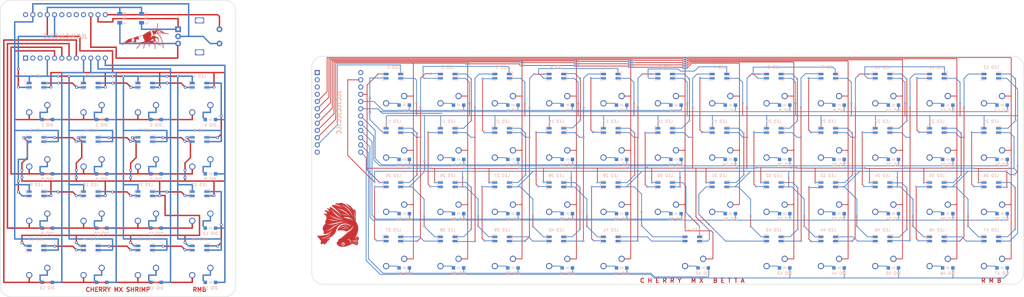
<source format=kicad_pcb>
(kicad_pcb (version 20171130) (host pcbnew "(5.1.9)-1")
  (layers (0 F.Cu signal) (31 B.Cu signal) (34 B.Paste user) (35 F.Paste user) (36 B.SilkS user) (37 F.SilkS user) (38 B.Mask user) (39 F.Mask user) (44 Edge.Cuts user))
  (net 0 "")
  (module "Betta Vector:BettaSmall3" (layer F.Cu) (at 34.925 105.41)
    (fp_text reference G*** hide)
    (fp_text value LOGO hide)
    (fp_poly (pts (xy 1.157231 -7.52777) (xy 1.492295 -7.416468) (xy 1.852819 -7.245023) (xy 2.239728 -7.013091) (xy 2.653947 -6.720328) (xy 2.877349 -6.546415) (xy 3.072016 -6.382002) (xy 3.293474 -6.180964) (xy 3.525467 -5.958973) (xy 3.751742 -5.731699) (xy 3.956041 -5.514813) (xy 4.012019 -5.452533) (xy 4.099517 -5.355121) (xy 4.152786 -5.299886) (xy 4.17106 -5.289353) (xy 4.153576 -5.326046) (xy 4.099568 -5.412488) (xy 4.008273 -5.551203) (xy 3.960364 -5.623058) (xy 3.545768 -6.186351) (xy 3.091156 -6.695072) (xy 2.596625 -7.149116) (xy 2.520298 -7.211463) (xy 2.410505 -7.302216) (xy 2.346474 -7.3622) (xy 2.330572 -7.39129) (xy 2.365168 -7.389361) (xy 2.452629 -7.356287) (xy 2.595325 -7.291945) (xy 2.794 -7.196993) (xy 3.293504 -6.926019) (xy 3.741761 -6.620038) (xy 4.150003 -6.270211) (xy 4.529458 -5.867695) (xy 4.619659 -5.759614) (xy 4.825836 -5.51607) (xy 5.001906 -5.329324) (xy 5.151365 -5.197365) (xy 5.277706 -5.118179) (xy 5.384427 -5.089754) (xy 5.47502 -5.110078) (xy 5.552982 -5.177138) (xy 5.576281 -5.208806) (xy 5.625691 -5.277648) (xy 5.654745 -5.295451) (xy 5.679069 -5.268564) (xy 5.687179 -5.253858) (xy 5.715334 -5.166727) (xy 5.741735 -5.016759) (xy 5.766119 -4.808834) (xy 5.788225 -4.547831) (xy 5.807792 -4.238631) (xy 5.824558 -3.886113) (xy 5.838263 -3.495157) (xy 5.848645 -3.070643) (xy 5.855442 -2.617451) (xy 5.858394 -2.14046) (xy 5.858495 -2.055096) (xy 5.858934 -1.079125) (xy 6.058906 -0.77558) (xy 6.29025 -0.375453) (xy 6.484556 0.060564) (xy 6.628184 0.499552) (xy 6.661348 0.631001) (xy 6.685191 0.748287) (xy 6.701298 0.867466) (xy 6.711252 1.004594) (xy 6.716635 1.175728) (xy 6.71903 1.396922) (xy 6.719166 1.4224) (xy 6.718419 1.676415) (xy 6.712612 1.878212) (xy 6.700699 2.043183) (xy 6.681628 2.186725) (xy 6.659202 2.302503) (xy 6.570233 2.647968) (xy 6.444763 3.041759) (xy 6.285407 3.476908) (xy 6.09478 3.946444) (xy 5.875497 4.443399) (xy 5.774142 4.66146) (xy 5.705408 4.810279) (xy 5.650251 4.935696) (xy 5.613682 5.025847) (xy 5.600717 5.06887) (xy 5.601213 5.070635) (xy 5.626029 5.050911) (xy 5.683488 4.985941) (xy 5.766167 4.885095) (xy 5.866649 4.757742) (xy 5.977514 4.613253) (xy 6.091341 4.460996) (xy 6.176467 4.344183) (xy 6.303819 4.167166) (xy 6.573491 4.302755) (xy 6.755839 4.408746) (xy 6.88185 4.52046) (xy 6.954892 4.647741) (xy 6.978332 4.800431) (xy 6.95554 4.988375) (xy 6.889884 5.221416) (xy 6.888883 5.224428) (xy 6.760254 5.532911) (xy 6.595612 5.787602) (xy 6.389535 5.995138) (xy 6.136603 6.162157) (xy 6.112933 6.174614) (xy 6.025322 6.225257) (xy 5.994403 6.254814) (xy 6.012583 6.263537) (xy 6.072272 6.251682) (xy 6.165877 6.219504) (xy 6.282267 6.168938) (xy 6.40824 6.10298) (xy 6.525608 6.031194) (xy 6.592356 5.982362) (xy 6.699244 5.892127) (xy 6.683222 6.239597) (xy 6.660516 6.54331) (xy 6.621868 6.786907) (xy 6.565024 6.976608) (xy 6.48773 7.11863) (xy 6.387731 7.219195) (xy 6.311847 7.264164) (xy 6.224703 7.298423) (xy 6.144949 7.306078) (xy 6.03997 7.28924) (xy 6.014358 7.283417) (xy 5.881287 7.238393) (xy 5.741532 7.170278) (xy 5.685292 7.135312) (xy 5.570058 7.055832) (xy 5.433517 6.961544) (xy 5.334716 6.893252) (xy 5.213559 6.816118) (xy 5.112239 6.772727) (xy 4.999958 6.751836) (xy 4.932624 6.746468) (xy 4.853411 6.74304) (xy 4.784954 6.746304) (xy 4.715003 6.760356) (xy 4.63131 6.789293) (xy 4.521623 6.83721) (xy 4.373693 6.908204) (xy 4.2164 6.985946) (xy 3.809958 7.180417) (xy 3.440848 7.340203) (xy 3.092247 7.471302) (xy 2.747334 7.579713) (xy 2.389287 7.671436) (xy 2.147918 7.723655) (xy 1.962045 7.753821) (xy 1.738018 7.77833) (xy 1.492791 7.796479) (xy 1.243316 7.807565) (xy 1.006548 7.810882) (xy 0.799437 7.805729) (xy 0.638938 7.791402) (xy 0.61369 7.787332) (xy 0.272386 7.700453) (xy -0.037032 7.569929) (xy -0.306924 7.400694) (xy -0.529646 7.197685) (xy -0.697558 6.965839) (xy -0.717711 6.928477) (xy 0.885324 6.928477) (xy 0.899488 7.078979) (xy 0.958597 7.215718) (xy 1.05542 7.330071) (xy 1.182725 7.413415) (xy 1.333279 7.457126) (xy 1.499851 7.452581) (xy 1.669431 7.394143) (xy 1.79445 7.294806) (xy 1.876913 7.155824) (xy 1.911395 6.9942) (xy 1.892474 6.826938) (xy 1.870055 6.765213) (xy 1.770089 6.611116) (xy 1.636205 6.505979) (xy 1.481426 6.452018) (xy 1.318773 6.45145) (xy 1.161267 6.506491) (xy 1.021932 6.619356) (xy 1.020764 6.620681) (xy 0.923339 6.772837) (xy 0.885324 6.928477) (xy -0.717711 6.928477) (xy -0.718672 6.926697) (xy -0.803973 6.724578) (xy -0.81321 6.670506) (xy 0.8128 6.670506) (xy 0.828535 6.681499) (xy 0.869664 6.640567) (xy 0.884765 6.620281) (xy 1.004598 6.486673) (xy 1.149581 6.399615) (xy 1.264086 6.361361) (xy 1.451366 6.343217) (xy 1.627645 6.38438) (xy 1.782207 6.476423) (xy 1.904335 6.610919) (xy 1.983313 6.779441) (xy 2.008576 6.946749) (xy 2.015038 7.036666) (xy 2.028816 7.08697) (xy 2.038438 7.091088) (xy 2.053339 7.050598) (xy 2.063229 6.963694) (xy 2.065693 6.881401) (xy 2.036772 6.680332) (xy 1.957355 6.512425) (xy 1.837877 6.381258) (xy 1.68877 6.290408) (xy 1.52047 6.243451) (xy 1.34341 6.243964) (xy 1.168025 6.295525) (xy 1.004749 6.40171) (xy 0.920471 6.488809) (xy 0.857642 6.574693) (xy 0.818847 6.646332) (xy 0.8128 6.670506) (xy -0.81321 6.670506) (xy -0.832949 6.554964) (xy -0.805457 6.412529) (xy -0.721354 6.291943) (xy -0.701115 6.272965) (xy -0.567892 6.152688) (xy -0.474684 6.059792) (xy -0.410157 5.977485) (xy -0.36298 5.888974) (xy -0.321818 5.777468) (xy -0.283905 5.654759) (xy -0.231877 5.492779) (xy -0.183743 5.376571) (xy -0.128871 5.28575) (xy -0.056628 5.199929) (xy -0.034678 5.17694) (xy -0.019369 5.162861) (xy 2.871811 5.162861) (xy 2.902092 5.17841) (xy 2.992691 5.194841) (xy 3.014133 5.197865) (xy 3.272348 5.252022) (xy 3.488463 5.342341) (xy 3.682781 5.478648) (xy 3.779097 5.568103) (xy 3.948422 5.764518) (xy 4.060333 5.964754) (xy 4.122183 6.186746) (xy 4.141324 6.448429) (xy 4.141325 6.4516) (xy 4.136186 6.595092) (xy 4.122746 6.724775) (xy 4.103743 6.815558) (xy 4.100637 6.824133) (xy 4.076879 6.889004) (xy 4.08199 6.900422) (xy 4.109705 6.874933) (xy 4.149406 6.813598) (xy 4.193728 6.715735) (xy 4.197449 6.705513) (xy 5.558754 6.705513) (xy 5.566027 6.727525) (xy 5.585534 6.752292) (xy 5.693819 6.84207) (xy 5.844381 6.912352) (xy 6.013823 6.956982) (xy 6.178752 6.969805) (xy 6.315772 6.944666) (xy 6.316134 6.944521) (xy 6.337835 6.927272) (xy 6.304997 6.911832) (xy 6.21175 6.895921) (xy 6.180667 6.891896) (xy 6.054554 6.87168) (xy 5.929963 6.84031) (xy 5.785994 6.791565) (xy 5.604933 6.720523) (xy 5.558754 6.705513) (xy 4.197449 6.705513) (xy 4.21326 6.662083) (xy 4.242626 6.518045) (xy 5.4864 6.518045) (xy 5.51754 6.549321) (xy 5.601136 6.571914) (xy 5.722458 6.585708) (xy 5.866774 6.590588) (xy 6.019351 6.586438) (xy 6.165457 6.573143) (xy 6.290361 6.550587) (xy 6.366934 6.524956) (xy 6.485467 6.469488) (xy 6.265333 6.494411) (xy 6.118076 6.505661) (xy 5.940776 6.511497) (xy 5.770995 6.510705) (xy 5.7658 6.510547) (xy 5.637875 6.508343) (xy 5.540749 6.510133) (xy 5.490185 6.515493) (xy 5.4864 6.518045) (xy 4.242626 6.518045) (xy 4.25974 6.434108) (xy 4.260214 6.35938) (xy 4.881513 6.35938) (xy 4.89874 6.36186) (xy 4.956663 6.338402) (xy 5.031306 6.303433) (xy 5.12162 6.269342) (xy 5.257097 6.228832) (xy 5.41633 6.187984) (xy 5.519415 6.16477) (xy 5.800863 6.092829) (xy 6.024449 6.006307) (xy 6.199407 5.899907) (xy 6.334967 5.768335) (xy 6.415973 5.650578) (xy 6.481945 5.5372) (xy 6.319871 5.679549) (xy 6.191872 5.782198) (xy 6.060417 5.863701) (xy 5.908584 5.931962) (xy 5.719453 5.994884) (xy 5.538755 6.044412) (xy 5.341946 6.102519) (xy 5.165403 6.168259) (xy 5.021968 6.235878) (xy 4.924484 6.299623) (xy 4.893485 6.333468) (xy 4.881513 6.35938) (xy 4.260214 6.35938) (xy 4.261255 6.195753) (xy 4.474462 6.195753) (xy 4.491668 6.201035) (xy 4.550464 6.154398) (xy 4.609039 6.096776) (xy 4.715037 6.003081) (xy 4.832597 5.921592) (xy 4.89242 5.889892) (xy 4.986478 5.858934) (xy 5.126782 5.825643) (xy 5.292201 5.794604) (xy 5.41803 5.775824) (xy 5.63061 5.741781) (xy 5.809991 5.700971) (xy 5.940035 5.657156) (xy 5.953305 5.651035) (xy 6.166843 5.511233) (xy 6.340165 5.322739) (xy 6.464572 5.096814) (xy 6.51859 4.919133) (xy 6.526035 4.836794) (xy 6.505091 4.809066) (xy 6.47291 4.836548) (xy 6.468534 4.861216) (xy 6.441301 4.969303) (xy 6.368208 5.096215) (xy 6.262158 5.227096) (xy 6.136056 5.347091) (xy 6.002807 5.441344) (xy 5.93521 5.475155) (xy 5.847056 5.503212) (xy 5.715296 5.534865) (xy 5.563454 5.564676) (xy 5.50715 5.574109) (xy 5.244075 5.623421) (xy 5.0362 5.681749) (xy 4.871051 5.755249) (xy 4.736154 5.850079) (xy 4.619037 5.972394) (xy 4.569685 6.036837) (xy 4.500062 6.140403) (xy 4.474462 6.195753) (xy 4.261255 6.195753) (xy 4.261323 6.185169) (xy 4.218716 5.944381) (xy 4.193964 5.86867) (xy 4.123988 5.722276) (xy 4.020531 5.580259) (xy 3.912603 5.46437) (xy 3.794371 5.352399) (xy 3.694977 5.277784) (xy 3.590552 5.225308) (xy 3.474272 5.18497) (xy 3.263571 5.13449) (xy 3.075341 5.117657) (xy 2.925105 5.135534) (xy 2.8956 5.145433) (xy 2.871811 5.162861) (xy -0.019369 5.162861) (xy 0.071081 5.079681) (xy 0.178065 5.013397) (xy 0.315859 4.960781) (xy 0.3556 4.94862) (xy 0.456916 4.913984) (xy 0.56017 4.86804) (xy 0.670655 4.806718) (xy 0.793664 4.725949) (xy 0.934489 4.621662) (xy 1.098422 4.489787) (xy 1.290756 4.326256) (xy 1.516783 4.126998) (xy 1.781796 3.887944) (xy 2.030441 3.660716) (xy 2.275492 3.43691) (xy 2.480296 3.252711) (xy 2.653588 3.100946) (xy 2.804106 2.97444) (xy 2.940584 2.866019) (xy 3.071758 2.76851) (xy 3.206365 2.674739) (xy 3.33532 2.589142) (xy 3.745286 2.297363) (xy 4.095717 1.993758) (xy 4.394744 1.66953) (xy 4.650499 1.31588) (xy 4.867464 0.931333) (xy 4.93826 0.78167) (xy 5.005118 0.62643) (xy 5.063141 0.478803) (xy 5.107433 0.351981) (xy 5.133096 0.259152) (xy 5.135235 0.213508) (xy 5.134357 0.212401) (xy 5.113104 0.23301) (xy 5.069933 0.301847) (xy 5.012508 0.406207) (xy 4.98366 0.462162) (xy 4.724731 0.901567) (xy 4.414532 1.296883) (xy 4.052871 1.648297) (xy 3.639553 1.955994) (xy 3.174385 2.22016) (xy 3.123955 2.244695) (xy 2.931762 2.332619) (xy 2.779465 2.387626) (xy 2.648316 2.410696) (xy 2.519569 2.402808) (xy 2.374475 2.364939) (xy 2.194289 2.29807) (xy 2.183535 2.293788) (xy 2.007739 2.231039) (xy 1.800262 2.167982) (xy 1.596306 2.115005) (xy 1.523135 2.09887) (xy 1.262395 2.060014) (xy 0.961028 2.039213) (xy 0.6402 2.036086) (xy 0.321073 2.050251) (xy 0.024814 2.081329) (xy -0.227414 2.128937) (xy -0.23357 2.130487) (xy -0.363369 2.161129) (xy -0.46638 2.181111) (xy -0.52655 2.187501) (xy -0.535061 2.185561) (xy -0.538396 2.140977) (xy -0.519811 2.04848) (xy -0.483883 1.922493) (xy -0.435185 1.777439) (xy -0.404759 1.697379) (xy 0.982134 1.697379) (xy 1.010022 1.693292) (xy 1.084559 1.664049) (xy 1.192048 1.615262) (xy 1.2446 1.589862) (xy 1.40752 1.517268) (xy 1.599203 1.44287) (xy 1.782604 1.380886) (xy 1.811867 1.372148) (xy 2.244647 1.277113) (xy 2.704394 1.232826) (xy 3.172455 1.239972) (xy 3.630178 1.299232) (xy 3.6576 1.304599) (xy 3.703928 1.310227) (xy 3.696695 1.299275) (xy 3.646796 1.275974) (xy 3.565127 1.244558) (xy 3.462584 1.209258) (xy 3.350062 1.174306) (xy 3.254256 1.147917) (xy 2.916901 1.091637) (xy 2.555199 1.084466) (xy 2.189483 1.124604) (xy 1.840085 1.210251) (xy 1.6256 1.29204) (xy 1.511918 1.347941) (xy 1.383258 1.418973) (xy 1.253167 1.496605) (xy 1.13519 1.572302) (xy 1.042873 1.637533) (xy 0.989761 1.683764) (xy 0.982134 1.697379) (xy -0.404759 1.697379) (xy -0.378293 1.627741) (xy -0.317782 1.487822) (xy -0.305624 1.462231) (xy -0.244191 1.357133) (xy 0.033867 1.357133) (xy 0.060646 1.351955) (xy 0.1327 1.317566) (xy 0.237606 1.260231) (xy 0.312714 1.216493) (xy 0.481297 1.123154) (xy 0.674092 1.026825) (xy 0.854181 0.945787) (xy 0.884117 0.933547) (xy 1.276315 0.794575) (xy 1.662126 0.697011) (xy 2.059584 0.637907) (xy 2.48672 0.614315) (xy 2.817266 0.617484) (xy 2.998071 0.622403) (xy 3.151117 0.624936) (xy 3.265457 0.625036) (xy 3.330143 0.622654) (xy 3.340392 0.619769) (xy 3.289904 0.596634) (xy 3.187541 0.568257) (xy 3.04863 0.537857) (xy 2.888498 0.508654) (xy 2.722472 0.483867) (xy 2.652754 0.475331) (xy 2.215497 0.458908) (xy 1.77177 0.504961) (xy 1.332366 0.610471) (xy 0.908077 0.772417) (xy 0.509695 0.987779) (xy 0.296334 1.13479) (xy 0.184049 1.221562) (xy 0.095748 1.29444) (xy 0.043255 1.343409) (xy 0.033867 1.357133) (xy -0.244191 1.357133) (xy -0.094817 1.101589) (xy 0.165002 0.783565) (xy 0.46766 0.511512) (xy 0.806981 0.288778) (xy 1.176789 0.118713) (xy 1.57091 0.00467) (xy 1.983167 -0.050003) (xy 2.407387 -0.041955) (xy 2.457319 -0.036783) (xy 2.962536 0.052852) (xy 3.444597 0.205789) (xy 3.905365 0.42274) (xy 4.293301 0.666185) (xy 4.34665 0.700939) (xy 4.358578 0.694544) (xy 4.348695 0.664346) (xy 4.308664 0.610345) (xy 4.225505 0.529134) (xy 4.112216 0.431417) (xy 3.981798 0.327895) (xy 3.847251 0.229272) (xy 3.721575 0.146251) (xy 3.713163 0.141129) (xy 3.381511 -0.028499) (xy 3.010415 -0.164823) (xy 2.619266 -0.263196) (xy 2.227451 -0.318972) (xy 1.854359 -0.327503) (xy 1.778 -0.322682) (xy 1.312712 -0.254744) (xy 0.881483 -0.128425) (xy 0.484625 0.056129) (xy 0.122453 0.298775) (xy -0.194664 0.588714) (xy -0.424305 0.85216) (xy -0.609856 1.11655) (xy -0.760371 1.398705) (xy -0.884904 1.715446) (xy -0.986298 2.059495) (xy -1.104431 2.449723) (xy -1.2465 2.789912) (xy -1.421622 3.096116) (xy -1.638918 3.384391) (xy -1.89407 3.6576) (xy -2.299558 4.011056) (xy -2.760569 4.327743) (xy -3.275006 4.606497) (xy -3.840774 4.846157) (xy -4.332635 5.010054) (xy -4.51732 5.066456) (xy -4.63727 5.106979) (xy -4.693464 5.132152) (xy -4.686882 5.142508) (xy -4.618504 5.138576) (xy -4.555066 5.130537) (xy -4.285941 5.084751) (xy -3.986551 5.019844) (xy -3.680334 4.941859) (xy -3.390728 4.856839) (xy -3.141174 4.770825) (xy -3.104541 4.756587) (xy -3.080692 4.756457) (xy -3.082381 4.789896) (xy -3.112101 4.865057) (xy -3.172343 4.990092) (xy -3.181483 5.008321) (xy -3.310818 5.238436) (xy -3.444434 5.415196) (xy -3.595051 5.552449) (xy -3.77539 5.664046) (xy -3.791124 5.672099) (xy -3.946497 5.757971) (xy -4.056185 5.842414) (xy -4.13633 5.944057) (xy -4.203076 6.081532) (xy -4.246454 6.1976) (xy -4.312926 6.37409) (xy -4.371813 6.494708) (xy -4.43157 6.569387) (xy -4.500648 6.608061) (xy -4.587503 6.620666) (xy -4.606673 6.620933) (xy -4.679681 6.623178) (xy -4.731437 6.637811) (xy -4.776204 6.676684) (xy -4.82825 6.751645) (xy -4.892065 6.858) (xy -4.968832 6.981108) (xy -5.026705 7.054208) (xy -5.076095 7.088358) (xy -5.115331 7.095067) (xy -5.171663 7.081518) (xy -5.22377 7.032243) (xy -5.284571 6.934296) (xy -5.295023 6.915011) (xy -5.373133 6.785584) (xy -5.447096 6.709759) (xy -5.528105 6.686455) (xy -5.627352 6.714589) (xy -5.75603 6.79308) (xy -5.848836 6.861462) (xy -5.982073 6.945052) (xy -6.094654 6.971574) (xy -6.193273 6.938525) (xy -6.284624 6.843401) (xy -6.3754 6.683699) (xy -6.386439 6.660363) (xy -6.447332 6.503734) (xy -6.462932 6.381264) (xy -6.432929 6.276474) (xy -6.377733 6.196487) (xy -6.332267 6.135753) (xy -6.304649 6.073523) (xy -6.290139 5.990204) (xy -6.283995 5.866206) (xy -6.28287 5.804422) (xy -6.278807 5.520266) (xy -6.439198 5.520266) (xy -6.55704 5.513058) (xy -6.661051 5.494974) (xy -6.688165 5.48659) (xy -6.736804 5.464175) (xy -6.76081 5.432223) (xy -6.765336 5.372193) (xy -6.755533 5.265542) (xy -6.753818 5.250315) (xy -6.742649 5.137624) (xy -6.745286 5.073471) (xy -6.767341 5.039159) (xy -6.814428 5.015989) (xy -6.825435 5.011772) (xy -6.863822 4.988262) (xy -6.311915 4.988262) (xy -6.263979 5.000725) (xy -6.217972 4.996635) (xy -6.149866 4.986712) (xy -6.037643 4.974151) (xy -5.904718 4.961555) (xy -5.895148 4.960732) (xy -5.450534 4.891278) (xy -5.000763 4.761891) (xy -4.556131 4.578584) (xy -4.126934 4.347371) (xy -3.723467 4.074265) (xy -3.356027 3.76528) (xy -3.03491 3.426429) (xy -2.847178 3.180452) (xy -2.697157 2.963333) (xy -3.050378 3.30252) (xy -3.548264 3.738409) (xy -4.067406 4.110112) (xy -4.608397 4.417951) (xy -5.171833 4.662245) (xy -5.758308 4.843315) (xy -6.02061 4.902396) (xy -6.15287 4.931615) (xy -6.252644 4.958783) (xy -6.306775 4.980022) (xy -6.311915 4.988262) (xy -6.863822 4.988262) (xy -6.90721 4.96169) (xy -7.014976 4.869473) (xy -7.135993 4.748557) (xy -7.257523 4.612377) (xy -7.366829 4.474366) (xy -7.445164 4.358132) (xy -7.509156 4.234444) (xy -7.55774 4.109706) (xy -7.576458 4.033294) (xy -7.583202 3.942619) (xy -7.565145 3.893081) (xy -7.512938 3.859869) (xy -7.510741 3.858863) (xy -7.451232 3.842173) (xy -7.373828 3.844716) (xy -7.260774 3.868213) (xy -7.174086 3.891499) (xy -6.924503 3.943937) (xy -6.672478 3.958299) (xy -6.399605 3.934398) (xy -6.124111 3.880748) (xy -5.926988 3.841704) (xy -5.700405 3.807414) (xy -5.482633 3.783364) (xy -5.406061 3.777811) (xy -4.882341 3.718699) (xy -4.394827 3.603183) (xy -3.940163 3.429838) (xy -3.514991 3.19724) (xy -3.115957 2.903963) (xy -2.907006 2.716847) (xy -2.804797 2.612061) (xy -2.693574 2.486339) (xy -2.581213 2.350127) (xy -2.475589 2.213871) (xy -2.384581 2.088018) (xy -2.316064 1.983014) (xy -2.277915 1.909306) (xy -2.275297 1.879014) (xy -2.303073 1.894594) (xy -2.359227 1.952567) (xy -2.432043 2.04073) (xy -2.438181 2.04865) (xy -2.720316 2.363131) (xy -3.054374 2.647667) (xy -3.428214 2.894311) (xy -3.829697 3.095111) (xy -4.246682 3.242119) (xy -4.271127 3.248839) (xy -4.455783 3.292345) (xy -4.654788 3.328554) (xy -4.850377 3.355245) (xy -5.024781 3.370198) (xy -5.160232 3.371192) (xy -5.207301 3.365854) (xy -5.32866 3.317368) (xy -5.396468 3.228509) (xy -5.410331 3.100878) (xy -5.369857 2.936075) (xy -5.333669 2.849904) (xy -5.287464 2.739456) (xy -5.256831 2.644778) (xy -5.249333 2.600707) (xy -5.267472 2.542968) (xy -5.315905 2.447084) (xy -5.385658 2.330101) (xy -5.417766 2.280845) (xy -5.432225 2.254992) (xy -4.625322 2.254992) (xy -4.594494 2.25841) (xy -4.519467 2.253905) (xy -4.474739 2.250082) (xy -4.341138 2.23238) (xy -4.17204 2.201815) (xy -3.997127 2.16395) (xy -3.938385 2.149586) (xy -3.686196 2.071356) (xy -3.406153 1.960777) (xy -3.122458 1.828835) (xy -2.859315 1.686515) (xy -2.704925 1.589724) (xy -2.608829 1.522474) (xy -2.471911 1.423362) (xy -2.307012 1.301849) (xy -2.126976 1.167399) (xy -1.947333 1.031521) (xy -1.594536 0.767911) (xy -1.282184 0.54626) (xy -1.001847 0.361635) (xy -0.745095 0.209099) (xy -0.5035 0.083718) (xy -0.268632 -0.019444) (xy -0.032061 -0.105321) (xy 0.02666 -0.124144) (xy 0.150226 -0.164941) (xy 0.242305 -0.199451) (xy 0.289176 -0.222336) (xy 0.291963 -0.227326) (xy 0.250692 -0.229731) (xy 0.158633 -0.216917) (xy 0.030179 -0.192074) (xy -0.120273 -0.158395) (xy -0.27833 -0.11907) (xy -0.429597 -0.077292) (xy -0.540495 -0.042766) (xy -0.769584 0.041234) (xy -0.993439 0.139959) (xy -1.221113 0.258831) (xy -1.461662 0.403274) (xy -1.72414 0.578712) (xy -2.0176 0.790569) (xy -2.3368 1.033188) (xy -2.663831 1.281384) (xy -2.951897 1.488095) (xy -3.210727 1.658918) (xy -3.450048 1.799449) (xy -3.67959 1.915285) (xy -3.909082 2.012022) (xy -4.148251 2.095258) (xy -4.223205 2.118391) (xy -4.410893 2.175349) (xy -4.537694 2.215645) (xy -4.60778 2.241465) (xy -4.625322 2.254992) (xy -5.432225 2.254992) (xy -5.585849 1.98031) (xy -5.686755 1.680615) (xy -5.720965 1.379343) (xy -5.688956 1.074079) (xy -5.671552 1.000251) (xy -5.609775 0.807665) (xy -5.525605 0.632695) (xy -5.409541 0.460478) (xy -5.252084 0.276154) (xy -5.124102 0.143873) (xy -4.998709 0.013346) (xy -4.916825 -0.079916) (xy -4.26735 -0.079916) (xy -4.2672 -0.07742) (xy -4.095218 -0.050913) (xy -3.870267 -0.030252) (xy -3.606876 -0.01562) (xy -3.31957 -0.007202) (xy -3.022879 -0.005182) (xy -2.731329 -0.009744) (xy -2.459449 -0.021071) (xy -2.221766 -0.03935) (xy -2.126868 -0.05028) (xy -1.893948 -0.086148) (xy -1.634759 -0.136547) (xy -1.342187 -0.203218) (xy -1.009118 -0.287903) (xy -0.628436 -0.392344) (xy -0.193027 -0.518285) (xy -0.084666 -0.550394) (xy 0.302422 -0.662557) (xy 0.640295 -0.753442) (xy 0.942903 -0.826213) (xy 1.2242 -0.884034) (xy 1.49814 -0.930069) (xy 1.7272 -0.961259) (xy 1.881248 -0.980956) (xy 1.974866 -0.995455) (xy 2.01495 -1.006963) (xy 2.008397 -1.017688) (xy 1.962104 -1.029838) (xy 1.949589 -1.032448) (xy 1.833029 -1.044773) (xy 1.663719 -1.047306) (xy 1.455799 -1.040906) (xy 1.22341 -1.026435) (xy 0.980692 -1.004752) (xy 0.741785 -0.976719) (xy 0.541867 -0.946795) (xy 0.391376 -0.918442) (xy 0.18967 -0.876087) (xy -0.048964 -0.822968) (xy -0.310239 -0.762324) (xy -0.579867 -0.697393) (xy -0.795866 -0.643555) (xy -1.255231 -0.528712) (xy -1.658789 -0.431687) (xy -2.015624 -0.350874) (xy -2.334816 -0.284666) (xy -2.625447 -0.231458) (xy -2.896601 -0.189641) (xy -3.157358 -0.157611) (xy -3.416801 -0.13376) (xy -3.684012 -0.116481) (xy -3.81 -0.110388) (xy -3.981798 -0.102036) (xy -4.122078 -0.093684) (xy -4.220656 -0.086066) (xy -4.26735 -0.079916) (xy -4.916825 -0.079916) (xy -4.894438 -0.105413) (xy -4.820748 -0.201001) (xy -4.787098 -0.262016) (xy -4.786976 -0.262491) (xy -4.780575 -0.337728) (xy -4.783601 -0.458381) (xy -4.795246 -0.602909) (xy -4.801859 -0.660364) (xy -4.821508 -0.886249) (xy -4.813369 -1.071957) (xy -4.772131 -1.239533) (xy -4.692483 -1.411023) (xy -4.575861 -1.59845) (xy -4.445897 -1.849584) (xy -4.420619 -1.953134) (xy -3.849355 -1.953134) (xy -3.828236 -1.933365) (xy -3.756609 -1.894389) (xy -3.64701 -1.841756) (xy -3.511977 -1.781016) (xy -3.364049 -1.717719) (xy -3.215763 -1.657416) (xy -3.079656 -1.605658) (xy -3.007901 -1.580629) (xy -2.846579 -1.53234) (xy -2.645951 -1.479967) (xy -2.429476 -1.428924) (xy -2.220617 -1.384626) (xy -2.042836 -1.352488) (xy -1.9812 -1.343682) (xy -1.841515 -1.332729) (xy -1.652636 -1.326968) (xy -1.432879 -1.326073) (xy -1.200558 -1.329715) (xy -0.973988 -1.337568) (xy -0.771484 -1.349304) (xy -0.61136 -1.364596) (xy -0.581701 -1.368695) (xy -0.443276 -1.390766) (xy -0.332238 -1.410893) (xy -0.264172 -1.426124) (xy -0.250725 -1.43132) (xy -0.278169 -1.436838) (xy -0.363555 -1.443482) (xy -0.497115 -1.450737) (xy -0.669076 -1.45809) (xy -0.86967 -1.465029) (xy -0.922091 -1.466607) (xy -1.541064 -1.499894) (xy -2.121186 -1.564308) (xy -2.685456 -1.663358) (xy -3.256871 -1.800554) (xy -3.433988 -1.849923) (xy -3.588591 -1.893084) (xy -3.717825 -1.926858) (xy -3.808833 -1.948052) (xy -3.84876 -1.953471) (xy -3.849355 -1.953134) (xy -4.420619 -1.953134) (xy -4.379086 -2.123261) (xy -4.3688 -2.293429) (xy -4.398583 -2.601852) (xy -4.486747 -2.879067) (xy -4.631515 -3.121639) (xy -4.831112 -3.326133) (xy -4.946471 -3.410146) (xy -4.954806 -3.415652) (xy -3.386431 -3.415652) (xy -3.358813 -3.383122) (xy -3.284903 -3.315873) (xy -3.167013 -3.216294) (xy -3.0734 -3.13981) (xy -2.529844 -2.742985) (xy -1.954735 -2.405815) (xy -1.350385 -2.129295) (xy -0.719107 -1.914419) (xy -0.063212 -1.762183) (xy 0.238823 -1.71445) (xy 0.393099 -1.698007) (xy 0.581981 -1.684754) (xy 0.791647 -1.674919) (xy 1.008273 -1.668731) (xy 1.218037 -1.666416) (xy 1.407116 -1.668203) (xy 1.561688 -1.67432) (xy 1.66793 -1.684996) (xy 1.693334 -1.690459) (xy 1.7083 -1.704159) (xy 1.656654 -1.717759) (xy 1.537953 -1.731345) (xy 1.445504 -1.738728) (xy 0.762718 -1.817238) (xy 0.063284 -1.953144) (xy -0.640977 -2.142386) (xy -1.338243 -2.380902) (xy -2.016692 -2.66463) (xy -2.664502 -2.989508) (xy -3.269851 -3.351473) (xy -3.293533 -3.367007) (xy -3.365442 -3.411077) (xy -3.386431 -3.415652) (xy -4.954806 -3.415652) (xy -5.137878 -3.536584) (xy -5.276174 -3.632568) (xy -5.366571 -3.702087) (xy -5.414281 -3.749128) (xy -5.424923 -3.776133) (xy -5.402028 -3.792009) (xy -5.337264 -3.801964) (xy -5.225047 -3.806104) (xy -5.059791 -3.804537) (xy -4.83591 -3.797369) (xy -4.6736 -3.790537) (xy -4.465874 -3.786054) (xy -4.316977 -3.79497) (xy -4.219086 -3.818637) (xy -4.164377 -3.858404) (xy -4.152292 -3.880497) (xy -4.151986 -3.951373) (xy -4.201431 -4.040876) (xy -4.303779 -4.152969) (xy -4.462181 -4.291617) (xy -4.50953 -4.329796) (xy -4.706464 -4.49928) (xy -4.851106 -4.651502) (xy -4.941752 -4.783523) (xy -4.976697 -4.892406) (xy -4.954236 -4.975213) (xy -4.906793 -5.01434) (xy -4.814653 -5.037325) (xy -4.67991 -5.028811) (xy -4.499521 -4.987955) (xy -4.270446 -4.913915) (xy -3.989643 -4.805846) (xy -3.680277 -4.674448) (xy -3.528986 -4.610092) (xy -3.40064 -4.559478) (xy -3.307462 -4.527135) (xy -3.261672 -4.517594) (xy -3.259512 -4.518532) (xy -3.276269 -4.547371) (xy -3.334436 -4.616792) (xy -3.427428 -4.719583) (xy -3.548661 -4.848533) (xy -3.691548 -4.996431) (xy -3.753302 -5.059291) (xy -3.864936 -5.173516) (xy -2.864172 -5.173516) (xy -2.847674 -5.146783) (xy -2.788836 -5.092112) (xy -2.70026 -5.021177) (xy -2.697338 -5.018967) (xy -2.530758 -4.88648) (xy -2.361284 -4.737082) (xy -2.18051 -4.562493) (xy -1.980031 -4.354432) (xy -1.751442 -4.10462) (xy -1.624802 -3.9624) (xy -1.343194 -3.650161) (xy -1.091704 -3.38666) (xy -0.861615 -3.165142) (xy -0.644207 -2.978855) (xy -0.430759 -2.821043) (xy -0.212554 -2.684954) (xy 0.019129 -2.563832) (xy 0.27301 -2.450924) (xy 0.384912 -2.405687) (xy 0.522044 -2.355062) (xy 0.677065 -2.303451) (xy 0.838782 -2.253845) (xy 0.996 -2.209239) (xy 1.137527 -2.172625) (xy 1.252168 -2.146998) (xy 1.32873 -2.135349) (xy 1.356019 -2.140674) (xy 1.351845 -2.147114) (xy 1.316111 -2.164337) (xy 1.231541 -2.199624) (xy 1.112631 -2.247026) (xy 1.032021 -2.278351) (xy 0.766858 -2.385297) (xy 0.527643 -2.493787) (xy 0.441132 -2.539063) (xy 1.608087 -2.539063) (xy 1.626018 -2.510732) (xy 1.701805 -2.47226) (xy 1.826719 -2.425919) (xy 1.992029 -2.37398) (xy 2.189007 -2.318716) (xy 2.408922 -2.262397) (xy 2.643044 -2.207296) (xy 2.882644 -2.155685) (xy 3.118991 -2.109836) (xy 3.343357 -2.072019) (xy 3.474465 -2.053363) (xy 3.678538 -2.022362) (xy 3.836993 -1.986385) (xy 3.971944 -1.93955) (xy 4.067132 -1.895721) (xy 4.255859 -1.791199) (xy 4.448033 -1.667732) (xy 4.623514 -1.539352) (xy 4.76216 -1.420091) (xy 4.789665 -1.392334) (xy 4.862721 -1.321721) (xy 4.897496 -1.30203) (xy 4.894598 -1.328726) (xy 4.854636 -1.397275) (xy 4.778218 -1.503142) (xy 4.774069 -1.508533) (xy 4.49755 -1.81287) (xy 4.172767 -2.076203) (xy 3.808462 -2.294113) (xy 3.413376 -2.46218) (xy 2.996249 -2.575982) (xy 2.565824 -2.631101) (xy 2.552825 -2.6318) (xy 2.378795 -2.635686) (xy 2.195013 -2.631244) (xy 2.015094 -2.619812) (xy 1.852655 -2.602726) (xy 1.721312 -2.581322) (xy 1.634681 -2.556937) (xy 1.608087 -2.539063) (xy 0.441132 -2.539063) (xy 0.305632 -2.609977) (xy 0.092083 -2.740025) (xy -0.12175 -2.890087) (xy -0.34461 -3.066319) (xy -0.58524 -3.274878) (xy -0.852385 -3.521922) (xy -1.154789 -3.813606) (xy -1.171267 -3.829743) (xy -1.374199 -4.026734) (xy -1.57394 -4.217201) (xy -1.762193 -4.393485) (xy -1.930662 -4.547926) (xy -2.071049 -4.672866) (xy -2.175057 -4.760644) (xy -2.204254 -4.783365) (xy -2.343976 -4.883368) (xy -2.487202 -4.978558) (xy -2.622343 -5.062085) (xy -2.737812 -5.127096) (xy -2.82202 -5.166742) (xy -2.86338 -5.17417) (xy -2.864172 -5.173516) (xy -3.864936 -5.173516) (xy -3.904425 -5.213921) (xy -4.037966 -5.353473) (xy -4.146995 -5.470464) (xy -4.224583 -5.55741) (xy -4.2638 -5.60683) (xy -4.2672 -5.614215) (xy -4.25301 -5.64846) (xy -4.204821 -5.662384) (xy -4.114201 -5.655729) (xy -3.972719 -5.628239) (xy -3.8608 -5.601857) (xy -3.649471 -5.553726) (xy -3.492288 -5.527801) (xy -3.379385 -5.524147) (xy -3.300898 -5.542827) (xy -3.24696 -5.583904) (xy -3.230501 -5.605927) (xy -3.196417 -5.682107) (xy -3.188186 -5.780574) (xy -3.195831 -5.87415) (xy -3.204345 -5.986938) (xy -3.202825 -6.077343) (xy -3.196754 -6.110223) (xy -3.165309 -6.150526) (xy -3.109041 -6.162825) (xy -3.023314 -6.14509) (xy -2.903494 -6.095295) (xy -2.744942 -6.011409) (xy -2.543025 -5.891404) (xy -2.293105 -5.733251) (xy -2.205787 -5.676571) (xy -1.444547 -5.142294) (xy -0.708667 -4.548634) (xy 0.004136 -3.893631) (xy 0.642323 -3.234267) (xy 0.76445 -3.102235) (xy 0.842733 -3.021417) (xy 0.878316 -2.992391) (xy 0.872341 -3.015737) (xy 0.825951 -3.092032) (xy 0.740289 -3.221855) (xy 0.709249 -3.268133) (xy 0.489864 -3.570357) (xy 0.845605 -3.570357) (xy 0.881251 -3.560324) (xy 0.973209 -3.549018) (xy 1.049867 -3.541198) (xy 1.427826 -3.489787) (xy 1.812174 -3.412362) (xy 2.18528 -3.313694) (xy 2.529512 -3.198554) (xy 2.827237 -3.071712) (xy 2.876753 -3.046859) (xy 3.007616 -2.982703) (xy 3.081546 -2.954909) (xy 3.09876 -2.963479) (xy 3.059473 -3.008414) (xy 3.014133 -3.048399) (xy 2.886228 -3.140065) (xy 2.713383 -3.241432) (xy 2.515481 -3.342565) (xy 2.312407 -3.43353) (xy 2.124047 -3.504392) (xy 2.064557 -3.522813) (xy 1.910587 -3.557526) (xy 1.72187 -3.585811) (xy 1.516406 -3.606478) (xy 1.312197 -3.618336) (xy 1.127241 -3.620194) (xy 0.979539 -3.610862) (xy 0.9144 -3.598889) (xy 0.859059 -3.582188) (xy 0.845605 -3.570357) (xy 0.489864 -3.570357) (xy 0.360422 -3.748674) (xy -0.043211 -4.237048) (xy -0.49123 -4.722831) (xy -0.973213 -5.1956) (xy -1.403688 -5.578223) (xy -0.508 -5.578223) (xy -0.477991 -5.560573) (xy -0.396962 -5.527541) (xy -0.278414 -5.484368) (xy -0.1778 -5.450075) (xy 0.508115 -5.189911) (xy 1.183669 -4.870355) (xy 1.838315 -4.497866) (xy 2.461508 -4.078903) (xy 3.042704 -3.619928) (xy 3.5052 -3.193868) (xy 3.620888 -3.080585) (xy 3.718439 -2.988076) (xy 3.788432 -2.925059) (xy 3.821441 -2.900251) (xy 3.822552 -2.900306) (xy 3.810183 -2.929911) (xy 3.766274 -3.00074) (xy 3.699312 -3.099375) (xy 3.674005 -3.135176) (xy 3.311302 -3.588024) (xy 2.893703 -4.010492) (xy 2.429741 -4.395957) (xy 1.927951 -4.737794) (xy 1.396867 -5.029378) (xy 1.015277 -5.198824) (xy 0.850876 -5.260224) (xy 0.66239 -5.322982) (xy 0.459866 -5.384597) (xy 0.253352 -5.442566) (xy 0.052894 -5.494387) (xy -0.13146 -5.537558) (xy -0.289663 -5.569575) (xy -0.411669 -5.587936) (xy -0.48743 -5.59014) (xy -0.508 -5.578223) (xy -1.403688 -5.578223) (xy -1.478741 -5.644932) (xy -1.997393 -6.060401) (xy -2.3114 -6.289691) (xy -2.42478 -6.371622) (xy -2.513501 -6.439994) (xy -2.565356 -6.485173) (xy -2.57374 -6.496753) (xy -2.548589 -6.567334) (xy -2.486221 -6.654334) (xy -2.40534 -6.735949) (xy -2.324647 -6.790377) (xy -2.320213 -6.792305) (xy -2.181178 -6.827075) (xy -1.988369 -6.841379) (xy -1.752177 -6.836435) (xy -1.482996 -6.813463) (xy -1.191219 -6.773682) (xy -0.887239 -6.718311) (xy -0.581448 -6.648569) (xy -0.28424 -6.565675) (xy -0.222248 -6.546184) (xy 0.00827 -6.469018) (xy 0.211749 -6.392792) (xy 0.404086 -6.310073) (xy 0.601172 -6.21343) (xy 0.818904 -6.095433) (xy 1.073176 -5.94865) (xy 1.138912 -5.909791) (xy 1.184671 -5.886887) (xy 1.184613 -5.898278) (xy 1.14677 -5.937175) (xy 1.079172 -5.996787) (xy 0.989854 -6.070324) (xy 0.886846 -6.150997) (xy 0.77818 -6.232016) (xy 0.671889 -6.30659) (xy 0.6604 -6.3143) (xy 0.186037 -6.594416) (xy -0.304372 -6.818856) (xy 0.76814 -6.818856) (xy 0.819977 -6.790664) (xy 0.897467 -6.759303) (xy 1.004773 -6.715025) (xy 1.147964 -6.65074) (xy 1.302728 -6.577498) (xy 1.367979 -6.545406) (xy 1.94214 -6.222451) (xy 2.483298 -5.844412) (xy 2.986779 -5.416439) (xy 3.447904 -4.943679) (xy 3.861999 -4.431282) (xy 4.224387 -3.884395) (xy 4.530391 -3.308167) (xy 4.723292 -2.851325) (xy 4.768764 -2.737423) (xy 4.806431 -2.655607) (xy 4.829671 -2.619907) (xy 4.83253 -2.619908) (xy 4.831648 -2.657715) (xy 4.815122 -2.744024) (xy 4.786278 -2.862315) (xy 4.776028 -2.90045) (xy 4.585784 -3.468584) (xy 4.335932 -4.010706) (xy 4.030731 -4.522304) (xy 4.029266 -4.524264) (xy 5.188191 -4.524264) (xy 5.190143 -4.482686) (xy 5.200641 -4.39797) (xy 5.220049 -4.262094) (xy 5.248062 -4.07158) (xy 5.29757 -3.680161) (xy 5.336631 -3.2588) (xy 5.363906 -2.829921) (xy 5.378054 -2.415946) (xy 5.377736 -2.039298) (xy 5.375011 -1.947334) (xy 5.369273 -1.742111) (xy 5.369815 -1.604306) (xy 5.376856 -1.533872) (xy 5.390615 -1.530764) (xy 5.411312 -1.594939) (xy 5.439167 -1.72635) (xy 5.474398 -1.924952) (xy 5.474721 -1.926874) (xy 5.506277 -2.183953) (xy 5.52415 -2.482111) (xy 5.528366 -2.798346) (xy 5.518951 -3.109656) (xy 5.495931 -3.393036) (xy 5.472879 -3.556) (xy 5.430626 -3.774285) (xy 5.38185 -3.98871) (xy 5.330571 -4.18414) (xy 5.28081 -4.345436) (xy 5.236588 -4.457462) (xy 5.229973 -4.4704) (xy 5.20847 -4.510098) (xy 5.194421 -4.530727) (xy 5.188191 -4.524264) (xy 4.029266 -4.524264) (xy 3.674437 -4.998861) (xy 3.271309 -5.435864) (xy 2.825605 -5.828798) (xy 2.341582 -6.173148) (xy 1.823498 -6.464401) (xy 1.275612 -6.698042) (xy 1.15445 -6.740276) (xy 1.015701 -6.783444) (xy 0.900322 -6.813432) (xy 0.815687 -6.829694) (xy 0.769168 -6.831684) (xy 0.76814 -6.818856) (xy -0.304372 -6.818856) (xy -0.32232 -6.82707) (xy -0.846795 -7.004667) (xy -1.131254 -7.075184) (xy -1.284213 -7.112972) (xy -1.376416 -7.148298) (xy -1.41464 -7.183867) (xy -1.416039 -7.188858) (xy -1.395756 -7.2503) (xy -1.313023 -7.303724) (xy -1.172765 -7.348062) (xy -0.979908 -7.382248) (xy -0.739377 -7.405215) (xy -0.456097 -7.415896) (xy -0.36484 -7.416544) (xy -0.175621 -7.418182) (xy -0.035672 -7.424466) (xy 0.073435 -7.437842) (xy 0.170126 -7.460759) (xy 0.27283 -7.495662) (xy 0.29556 -7.504238) (xy 0.559788 -7.571311) (xy 0.846704 -7.57927) (xy 1.157231 -7.52777)) (layer F.Cu) (width 0.01))
    (fp_poly (pts (xy 1.479589 6.650254) (xy 1.477321 6.69334) (xy 1.472583 6.712936) (xy 1.476764 6.80754) (xy 1.530579 6.87298) (xy 1.617852 6.892808) (xy 1.644983 6.888226) (xy 1.706578 6.882918) (xy 1.726503 6.919117) (xy 1.7272 6.937402) (xy 1.697507 7.077728) (xy 1.618062 7.18677) (xy 1.503318 7.254819) (xy 1.367729 7.272167) (xy 1.265157 7.247752) (xy 1.158051 7.174562) (xy 1.099159 7.071709) (xy 1.085948 6.95439) (xy 1.115885 6.837802) (xy 1.186436 6.737143) (xy 1.295069 6.667611) (xy 1.364966 6.648928) (xy 1.447515 6.638649) (xy 1.479589 6.650254)) (layer F.Cu) (width 0.01))
  )
  (module "Arduino Pro Micro:SK6812_MINI-E" (layer B.Cu) (at 158.75 110.49)
    (fp_text reference "LED 42" (at 0 -3.175) (layer B.SilkS) (effects (justify mirror)))
    (fp_text value "SK6812 MINI-E")
    (pad "" np_thru_hole oval (at 1.15 0) (size 1 3.75) (drill oval 1 3.75) (layers *.Cu *.Mask))
    (pad "" np_thru_hole oval (at 1.05 0) (size 1 3.75) (drill oval 1 3.75) (layers *.Cu *.Mask))
    (pad "" np_thru_hole oval (at 0.95 0) (size 1 3.75) (drill oval 1 3.75) (layers *.Cu *.Mask))
    (pad "" np_thru_hole oval (at 0.85 0) (size 1 3.75) (drill oval 1 3.75) (layers *.Cu *.Mask))
    (pad "" np_thru_hole oval (at 0.75 0) (size 1 3.75) (drill oval 1 3.75) (layers *.Cu *.Mask))
    (pad "" np_thru_hole oval (at 0.65 0) (size 1 3.75) (drill oval 1 3.75) (layers *.Cu *.Mask))
    (pad "" np_thru_hole oval (at 0.55 0) (size 1 3.75) (drill oval 1 3.75) (layers *.Cu *.Mask))
    (pad "" np_thru_hole oval (at 0.45 0) (size 1 3.75) (drill oval 1 3.75) (layers *.Cu *.Mask))
    (pad "" np_thru_hole oval (at 0.35 0) (size 1 3.75) (drill oval 1 3.75) (layers *.Cu *.Mask))
    (pad "" np_thru_hole oval (at 0.25 0) (size 1 3.75) (drill oval 1 3.75) (layers *.Cu *.Mask))
    (pad "" np_thru_hole oval (at 0.15 0) (size 1 3.75) (drill oval 1 3.75) (layers *.Cu *.Mask))
    (pad "" np_thru_hole oval (at 0.05 0) (size 1 3.75) (drill oval 1 3.75) (layers *.Cu *.Mask))
    (pad "" np_thru_hole oval (at -0.05 0) (size 1 3.75) (drill oval 1 3.75) (layers *.Cu *.Mask))
    (pad "" np_thru_hole oval (at -0.15 0) (size 1 3.75) (drill oval 1 3.75) (layers *.Cu *.Mask))
    (pad "" np_thru_hole oval (at -0.25 0) (size 1 3.75) (drill oval 1 3.75) (layers *.Cu *.Mask))
    (pad "" np_thru_hole oval (at -0.35 0) (size 1 3.75) (drill oval 1 3.75) (layers *.Cu *.Mask))
    (pad "" np_thru_hole oval (at -0.45 0) (size 1 3.75) (drill oval 1 3.75) (layers *.Cu *.Mask))
    (pad "" np_thru_hole oval (at -0.55 0) (size 1 3.75) (drill oval 1 3.75) (layers *.Cu *.Mask))
    (pad "" np_thru_hole oval (at -0.65 0) (size 1 3.75) (drill oval 1 3.75) (layers *.Cu *.Mask))
    (pad "" np_thru_hole oval (at -0.75 0) (size 1 3.75) (drill oval 1 3.75) (layers *.Cu *.Mask))
    (pad "" np_thru_hole oval (at -0.85 0) (size 1 3.75) (drill oval 1 3.75) (layers *.Cu *.Mask))
    (pad "" np_thru_hole oval (at -0.95 0) (size 1 3.75) (drill oval 1 3.75) (layers *.Cu *.Mask))
    (pad "" np_thru_hole oval (at -1.05 0) (size 1 3.75) (drill oval 1 3.75) (layers *.Cu *.Mask))
    (pad "" np_thru_hole oval (at -1.15 0) (size 1 3.75) (drill oval 1 3.75) (layers *.Cu *.Mask))
    (pad 4 smd rect (at 2.5 -0.75 180) (size 1.8 0.82) (layers B.Cu B.Mask))
    (pad 3 smd rect (at 2.5 0.75 180) (size 1.8 0.82) (layers B.Cu B.Mask))
    (pad 2 smd rect (at -2.5 -0.75) (size 1.8 0.82) (layers B.Cu B.Mask))
    (pad 1 smd rect (at -2.5 0.75) (size 1.8 0.82) (layers B.Cu B.Mask))
  )
  (module "Arduino Pro Micro:SK6812_MINI-E" (layer B.Cu) (at 263.525 110.49)
    (fp_text reference "LED 47" (at 0 -3.175) (layer B.SilkS) (effects (justify mirror)))
    (fp_text value "SK6812 MINI-E")
    (pad "" np_thru_hole oval (at 1.15 0) (size 1 3.75) (drill oval 1 3.75) (layers *.Cu *.Mask))
    (pad "" np_thru_hole oval (at 1.05 0) (size 1 3.75) (drill oval 1 3.75) (layers *.Cu *.Mask))
    (pad "" np_thru_hole oval (at 0.95 0) (size 1 3.75) (drill oval 1 3.75) (layers *.Cu *.Mask))
    (pad "" np_thru_hole oval (at 0.85 0) (size 1 3.75) (drill oval 1 3.75) (layers *.Cu *.Mask))
    (pad "" np_thru_hole oval (at 0.75 0) (size 1 3.75) (drill oval 1 3.75) (layers *.Cu *.Mask))
    (pad "" np_thru_hole oval (at 0.65 0) (size 1 3.75) (drill oval 1 3.75) (layers *.Cu *.Mask))
    (pad "" np_thru_hole oval (at 0.55 0) (size 1 3.75) (drill oval 1 3.75) (layers *.Cu *.Mask))
    (pad "" np_thru_hole oval (at 0.45 0) (size 1 3.75) (drill oval 1 3.75) (layers *.Cu *.Mask))
    (pad "" np_thru_hole oval (at 0.35 0) (size 1 3.75) (drill oval 1 3.75) (layers *.Cu *.Mask))
    (pad "" np_thru_hole oval (at 0.25 0) (size 1 3.75) (drill oval 1 3.75) (layers *.Cu *.Mask))
    (pad "" np_thru_hole oval (at 0.15 0) (size 1 3.75) (drill oval 1 3.75) (layers *.Cu *.Mask))
    (pad "" np_thru_hole oval (at 0.05 0) (size 1 3.75) (drill oval 1 3.75) (layers *.Cu *.Mask))
    (pad "" np_thru_hole oval (at -0.05 0) (size 1 3.75) (drill oval 1 3.75) (layers *.Cu *.Mask))
    (pad "" np_thru_hole oval (at -0.15 0) (size 1 3.75) (drill oval 1 3.75) (layers *.Cu *.Mask))
    (pad "" np_thru_hole oval (at -0.25 0) (size 1 3.75) (drill oval 1 3.75) (layers *.Cu *.Mask))
    (pad "" np_thru_hole oval (at -0.35 0) (size 1 3.75) (drill oval 1 3.75) (layers *.Cu *.Mask))
    (pad "" np_thru_hole oval (at -0.45 0) (size 1 3.75) (drill oval 1 3.75) (layers *.Cu *.Mask))
    (pad "" np_thru_hole oval (at -0.55 0) (size 1 3.75) (drill oval 1 3.75) (layers *.Cu *.Mask))
    (pad "" np_thru_hole oval (at -0.65 0) (size 1 3.75) (drill oval 1 3.75) (layers *.Cu *.Mask))
    (pad "" np_thru_hole oval (at -0.75 0) (size 1 3.75) (drill oval 1 3.75) (layers *.Cu *.Mask))
    (pad "" np_thru_hole oval (at -0.85 0) (size 1 3.75) (drill oval 1 3.75) (layers *.Cu *.Mask))
    (pad "" np_thru_hole oval (at -0.95 0) (size 1 3.75) (drill oval 1 3.75) (layers *.Cu *.Mask))
    (pad "" np_thru_hole oval (at -1.05 0) (size 1 3.75) (drill oval 1 3.75) (layers *.Cu *.Mask))
    (pad "" np_thru_hole oval (at -1.15 0) (size 1 3.75) (drill oval 1 3.75) (layers *.Cu *.Mask))
    (pad 4 smd rect (at 2.5 -0.75 180) (size 1.8 0.82) (layers B.Cu B.Mask))
    (pad 3 smd rect (at 2.5 0.75 180) (size 1.8 0.82) (layers B.Cu B.Mask))
    (pad 2 smd rect (at -2.5 -0.75) (size 1.8 0.82) (layers B.Cu B.Mask))
    (pad 1 smd rect (at -2.5 0.75) (size 1.8 0.82) (layers B.Cu B.Mask))
  )
  (module "Arduino Pro Micro:SK6812_MINI-E" (layer B.Cu) (at 225.425 110.49)
    (fp_text reference "LED 45" (at 0 -3.175) (layer B.SilkS) (effects (justify mirror)))
    (fp_text value "SK6812 MINI-E")
    (pad "" np_thru_hole oval (at 1.15 0) (size 1 3.75) (drill oval 1 3.75) (layers *.Cu *.Mask))
    (pad "" np_thru_hole oval (at 1.05 0) (size 1 3.75) (drill oval 1 3.75) (layers *.Cu *.Mask))
    (pad "" np_thru_hole oval (at 0.95 0) (size 1 3.75) (drill oval 1 3.75) (layers *.Cu *.Mask))
    (pad "" np_thru_hole oval (at 0.85 0) (size 1 3.75) (drill oval 1 3.75) (layers *.Cu *.Mask))
    (pad "" np_thru_hole oval (at 0.75 0) (size 1 3.75) (drill oval 1 3.75) (layers *.Cu *.Mask))
    (pad "" np_thru_hole oval (at 0.65 0) (size 1 3.75) (drill oval 1 3.75) (layers *.Cu *.Mask))
    (pad "" np_thru_hole oval (at 0.55 0) (size 1 3.75) (drill oval 1 3.75) (layers *.Cu *.Mask))
    (pad "" np_thru_hole oval (at 0.45 0) (size 1 3.75) (drill oval 1 3.75) (layers *.Cu *.Mask))
    (pad "" np_thru_hole oval (at 0.35 0) (size 1 3.75) (drill oval 1 3.75) (layers *.Cu *.Mask))
    (pad "" np_thru_hole oval (at 0.25 0) (size 1 3.75) (drill oval 1 3.75) (layers *.Cu *.Mask))
    (pad "" np_thru_hole oval (at 0.15 0) (size 1 3.75) (drill oval 1 3.75) (layers *.Cu *.Mask))
    (pad "" np_thru_hole oval (at 0.05 0) (size 1 3.75) (drill oval 1 3.75) (layers *.Cu *.Mask))
    (pad "" np_thru_hole oval (at -0.05 0) (size 1 3.75) (drill oval 1 3.75) (layers *.Cu *.Mask))
    (pad "" np_thru_hole oval (at -0.15 0) (size 1 3.75) (drill oval 1 3.75) (layers *.Cu *.Mask))
    (pad "" np_thru_hole oval (at -0.25 0) (size 1 3.75) (drill oval 1 3.75) (layers *.Cu *.Mask))
    (pad "" np_thru_hole oval (at -0.35 0) (size 1 3.75) (drill oval 1 3.75) (layers *.Cu *.Mask))
    (pad "" np_thru_hole oval (at -0.45 0) (size 1 3.75) (drill oval 1 3.75) (layers *.Cu *.Mask))
    (pad "" np_thru_hole oval (at -0.55 0) (size 1 3.75) (drill oval 1 3.75) (layers *.Cu *.Mask))
    (pad "" np_thru_hole oval (at -0.65 0) (size 1 3.75) (drill oval 1 3.75) (layers *.Cu *.Mask))
    (pad "" np_thru_hole oval (at -0.75 0) (size 1 3.75) (drill oval 1 3.75) (layers *.Cu *.Mask))
    (pad "" np_thru_hole oval (at -0.85 0) (size 1 3.75) (drill oval 1 3.75) (layers *.Cu *.Mask))
    (pad "" np_thru_hole oval (at -0.95 0) (size 1 3.75) (drill oval 1 3.75) (layers *.Cu *.Mask))
    (pad "" np_thru_hole oval (at -1.05 0) (size 1 3.75) (drill oval 1 3.75) (layers *.Cu *.Mask))
    (pad "" np_thru_hole oval (at -1.15 0) (size 1 3.75) (drill oval 1 3.75) (layers *.Cu *.Mask))
    (pad 4 smd rect (at 2.5 -0.75 180) (size 1.8 0.82) (layers B.Cu B.Mask))
    (pad 3 smd rect (at 2.5 0.75 180) (size 1.8 0.82) (layers B.Cu B.Mask))
    (pad 2 smd rect (at -2.5 -0.75) (size 1.8 0.82) (layers B.Cu B.Mask))
    (pad 1 smd rect (at -2.5 0.75) (size 1.8 0.82) (layers B.Cu B.Mask))
  )
  (module "Arduino Pro Micro:SK6812_MINI-E" (layer B.Cu) (at 244.475 110.49)
    (fp_text reference "LED 46" (at 0 -3.175) (layer B.SilkS) (effects (justify mirror)))
    (fp_text value "SK6812 MINI-E")
    (pad "" np_thru_hole oval (at 1.15 0) (size 1 3.75) (drill oval 1 3.75) (layers *.Cu *.Mask))
    (pad "" np_thru_hole oval (at 1.05 0) (size 1 3.75) (drill oval 1 3.75) (layers *.Cu *.Mask))
    (pad "" np_thru_hole oval (at 0.95 0) (size 1 3.75) (drill oval 1 3.75) (layers *.Cu *.Mask))
    (pad "" np_thru_hole oval (at 0.85 0) (size 1 3.75) (drill oval 1 3.75) (layers *.Cu *.Mask))
    (pad "" np_thru_hole oval (at 0.75 0) (size 1 3.75) (drill oval 1 3.75) (layers *.Cu *.Mask))
    (pad "" np_thru_hole oval (at 0.65 0) (size 1 3.75) (drill oval 1 3.75) (layers *.Cu *.Mask))
    (pad "" np_thru_hole oval (at 0.55 0) (size 1 3.75) (drill oval 1 3.75) (layers *.Cu *.Mask))
    (pad "" np_thru_hole oval (at 0.45 0) (size 1 3.75) (drill oval 1 3.75) (layers *.Cu *.Mask))
    (pad "" np_thru_hole oval (at 0.35 0) (size 1 3.75) (drill oval 1 3.75) (layers *.Cu *.Mask))
    (pad "" np_thru_hole oval (at 0.25 0) (size 1 3.75) (drill oval 1 3.75) (layers *.Cu *.Mask))
    (pad "" np_thru_hole oval (at 0.15 0) (size 1 3.75) (drill oval 1 3.75) (layers *.Cu *.Mask))
    (pad "" np_thru_hole oval (at 0.05 0) (size 1 3.75) (drill oval 1 3.75) (layers *.Cu *.Mask))
    (pad "" np_thru_hole oval (at -0.05 0) (size 1 3.75) (drill oval 1 3.75) (layers *.Cu *.Mask))
    (pad "" np_thru_hole oval (at -0.15 0) (size 1 3.75) (drill oval 1 3.75) (layers *.Cu *.Mask))
    (pad "" np_thru_hole oval (at -0.25 0) (size 1 3.75) (drill oval 1 3.75) (layers *.Cu *.Mask))
    (pad "" np_thru_hole oval (at -0.35 0) (size 1 3.75) (drill oval 1 3.75) (layers *.Cu *.Mask))
    (pad "" np_thru_hole oval (at -0.45 0) (size 1 3.75) (drill oval 1 3.75) (layers *.Cu *.Mask))
    (pad "" np_thru_hole oval (at -0.55 0) (size 1 3.75) (drill oval 1 3.75) (layers *.Cu *.Mask))
    (pad "" np_thru_hole oval (at -0.65 0) (size 1 3.75) (drill oval 1 3.75) (layers *.Cu *.Mask))
    (pad "" np_thru_hole oval (at -0.75 0) (size 1 3.75) (drill oval 1 3.75) (layers *.Cu *.Mask))
    (pad "" np_thru_hole oval (at -0.85 0) (size 1 3.75) (drill oval 1 3.75) (layers *.Cu *.Mask))
    (pad "" np_thru_hole oval (at -0.95 0) (size 1 3.75) (drill oval 1 3.75) (layers *.Cu *.Mask))
    (pad "" np_thru_hole oval (at -1.05 0) (size 1 3.75) (drill oval 1 3.75) (layers *.Cu *.Mask))
    (pad "" np_thru_hole oval (at -1.15 0) (size 1 3.75) (drill oval 1 3.75) (layers *.Cu *.Mask))
    (pad 4 smd rect (at 2.5 -0.75 180) (size 1.8 0.82) (layers B.Cu B.Mask))
    (pad 3 smd rect (at 2.5 0.75 180) (size 1.8 0.82) (layers B.Cu B.Mask))
    (pad 2 smd rect (at -2.5 -0.75) (size 1.8 0.82) (layers B.Cu B.Mask))
    (pad 1 smd rect (at -2.5 0.75) (size 1.8 0.82) (layers B.Cu B.Mask))
  )
  (module "Arduino Pro Micro:SK6812_MINI-E" (layer B.Cu) (at 187.325 110.49)
    (fp_text reference "LED 43" (at 0 -3.175) (layer B.SilkS) (effects (justify mirror)))
    (fp_text value "SK6812 MINI-E")
    (pad "" np_thru_hole oval (at 1.15 0) (size 1 3.75) (drill oval 1 3.75) (layers *.Cu *.Mask))
    (pad "" np_thru_hole oval (at 1.05 0) (size 1 3.75) (drill oval 1 3.75) (layers *.Cu *.Mask))
    (pad "" np_thru_hole oval (at 0.95 0) (size 1 3.75) (drill oval 1 3.75) (layers *.Cu *.Mask))
    (pad "" np_thru_hole oval (at 0.85 0) (size 1 3.75) (drill oval 1 3.75) (layers *.Cu *.Mask))
    (pad "" np_thru_hole oval (at 0.75 0) (size 1 3.75) (drill oval 1 3.75) (layers *.Cu *.Mask))
    (pad "" np_thru_hole oval (at 0.65 0) (size 1 3.75) (drill oval 1 3.75) (layers *.Cu *.Mask))
    (pad "" np_thru_hole oval (at 0.55 0) (size 1 3.75) (drill oval 1 3.75) (layers *.Cu *.Mask))
    (pad "" np_thru_hole oval (at 0.45 0) (size 1 3.75) (drill oval 1 3.75) (layers *.Cu *.Mask))
    (pad "" np_thru_hole oval (at 0.35 0) (size 1 3.75) (drill oval 1 3.75) (layers *.Cu *.Mask))
    (pad "" np_thru_hole oval (at 0.25 0) (size 1 3.75) (drill oval 1 3.75) (layers *.Cu *.Mask))
    (pad "" np_thru_hole oval (at 0.15 0) (size 1 3.75) (drill oval 1 3.75) (layers *.Cu *.Mask))
    (pad "" np_thru_hole oval (at 0.05 0) (size 1 3.75) (drill oval 1 3.75) (layers *.Cu *.Mask))
    (pad "" np_thru_hole oval (at -0.05 0) (size 1 3.75) (drill oval 1 3.75) (layers *.Cu *.Mask))
    (pad "" np_thru_hole oval (at -0.15 0) (size 1 3.75) (drill oval 1 3.75) (layers *.Cu *.Mask))
    (pad "" np_thru_hole oval (at -0.25 0) (size 1 3.75) (drill oval 1 3.75) (layers *.Cu *.Mask))
    (pad "" np_thru_hole oval (at -0.35 0) (size 1 3.75) (drill oval 1 3.75) (layers *.Cu *.Mask))
    (pad "" np_thru_hole oval (at -0.45 0) (size 1 3.75) (drill oval 1 3.75) (layers *.Cu *.Mask))
    (pad "" np_thru_hole oval (at -0.55 0) (size 1 3.75) (drill oval 1 3.75) (layers *.Cu *.Mask))
    (pad "" np_thru_hole oval (at -0.65 0) (size 1 3.75) (drill oval 1 3.75) (layers *.Cu *.Mask))
    (pad "" np_thru_hole oval (at -0.75 0) (size 1 3.75) (drill oval 1 3.75) (layers *.Cu *.Mask))
    (pad "" np_thru_hole oval (at -0.85 0) (size 1 3.75) (drill oval 1 3.75) (layers *.Cu *.Mask))
    (pad "" np_thru_hole oval (at -0.95 0) (size 1 3.75) (drill oval 1 3.75) (layers *.Cu *.Mask))
    (pad "" np_thru_hole oval (at -1.05 0) (size 1 3.75) (drill oval 1 3.75) (layers *.Cu *.Mask))
    (pad "" np_thru_hole oval (at -1.15 0) (size 1 3.75) (drill oval 1 3.75) (layers *.Cu *.Mask))
    (pad 4 smd rect (at 2.5 -0.75 180) (size 1.8 0.82) (layers B.Cu B.Mask))
    (pad 3 smd rect (at 2.5 0.75 180) (size 1.8 0.82) (layers B.Cu B.Mask))
    (pad 2 smd rect (at -2.5 -0.75) (size 1.8 0.82) (layers B.Cu B.Mask))
    (pad 1 smd rect (at -2.5 0.75) (size 1.8 0.82) (layers B.Cu B.Mask))
  )
  (module "Arduino Pro Micro:SK6812_MINI-E" (layer B.Cu) (at 206.375 110.49)
    (fp_text reference "LED 44" (at 0 -3.175) (layer B.SilkS) (effects (justify mirror)))
    (fp_text value "SK6812 MINI-E")
    (pad "" np_thru_hole oval (at 1.15 0) (size 1 3.75) (drill oval 1 3.75) (layers *.Cu *.Mask))
    (pad "" np_thru_hole oval (at 1.05 0) (size 1 3.75) (drill oval 1 3.75) (layers *.Cu *.Mask))
    (pad "" np_thru_hole oval (at 0.95 0) (size 1 3.75) (drill oval 1 3.75) (layers *.Cu *.Mask))
    (pad "" np_thru_hole oval (at 0.85 0) (size 1 3.75) (drill oval 1 3.75) (layers *.Cu *.Mask))
    (pad "" np_thru_hole oval (at 0.75 0) (size 1 3.75) (drill oval 1 3.75) (layers *.Cu *.Mask))
    (pad "" np_thru_hole oval (at 0.65 0) (size 1 3.75) (drill oval 1 3.75) (layers *.Cu *.Mask))
    (pad "" np_thru_hole oval (at 0.55 0) (size 1 3.75) (drill oval 1 3.75) (layers *.Cu *.Mask))
    (pad "" np_thru_hole oval (at 0.45 0) (size 1 3.75) (drill oval 1 3.75) (layers *.Cu *.Mask))
    (pad "" np_thru_hole oval (at 0.35 0) (size 1 3.75) (drill oval 1 3.75) (layers *.Cu *.Mask))
    (pad "" np_thru_hole oval (at 0.25 0) (size 1 3.75) (drill oval 1 3.75) (layers *.Cu *.Mask))
    (pad "" np_thru_hole oval (at 0.15 0) (size 1 3.75) (drill oval 1 3.75) (layers *.Cu *.Mask))
    (pad "" np_thru_hole oval (at 0.05 0) (size 1 3.75) (drill oval 1 3.75) (layers *.Cu *.Mask))
    (pad "" np_thru_hole oval (at -0.05 0) (size 1 3.75) (drill oval 1 3.75) (layers *.Cu *.Mask))
    (pad "" np_thru_hole oval (at -0.15 0) (size 1 3.75) (drill oval 1 3.75) (layers *.Cu *.Mask))
    (pad "" np_thru_hole oval (at -0.25 0) (size 1 3.75) (drill oval 1 3.75) (layers *.Cu *.Mask))
    (pad "" np_thru_hole oval (at -0.35 0) (size 1 3.75) (drill oval 1 3.75) (layers *.Cu *.Mask))
    (pad "" np_thru_hole oval (at -0.45 0) (size 1 3.75) (drill oval 1 3.75) (layers *.Cu *.Mask))
    (pad "" np_thru_hole oval (at -0.55 0) (size 1 3.75) (drill oval 1 3.75) (layers *.Cu *.Mask))
    (pad "" np_thru_hole oval (at -0.65 0) (size 1 3.75) (drill oval 1 3.75) (layers *.Cu *.Mask))
    (pad "" np_thru_hole oval (at -0.75 0) (size 1 3.75) (drill oval 1 3.75) (layers *.Cu *.Mask))
    (pad "" np_thru_hole oval (at -0.85 0) (size 1 3.75) (drill oval 1 3.75) (layers *.Cu *.Mask))
    (pad "" np_thru_hole oval (at -0.95 0) (size 1 3.75) (drill oval 1 3.75) (layers *.Cu *.Mask))
    (pad "" np_thru_hole oval (at -1.05 0) (size 1 3.75) (drill oval 1 3.75) (layers *.Cu *.Mask))
    (pad "" np_thru_hole oval (at -1.15 0) (size 1 3.75) (drill oval 1 3.75) (layers *.Cu *.Mask))
    (pad 4 smd rect (at 2.5 -0.75 180) (size 1.8 0.82) (layers B.Cu B.Mask))
    (pad 3 smd rect (at 2.5 0.75 180) (size 1.8 0.82) (layers B.Cu B.Mask))
    (pad 2 smd rect (at -2.5 -0.75) (size 1.8 0.82) (layers B.Cu B.Mask))
    (pad 1 smd rect (at -2.5 0.75) (size 1.8 0.82) (layers B.Cu B.Mask))
  )
  (module "Arduino Pro Micro:SK6812_MINI-E" (layer B.Cu) (at 130.175 110.49)
    (fp_text reference "LED 41" (at 0 -3.175) (layer B.SilkS) (effects (justify mirror)))
    (fp_text value "SK6812 MINI-E")
    (pad "" np_thru_hole oval (at 1.15 0) (size 1 3.75) (drill oval 1 3.75) (layers *.Cu *.Mask))
    (pad "" np_thru_hole oval (at 1.05 0) (size 1 3.75) (drill oval 1 3.75) (layers *.Cu *.Mask))
    (pad "" np_thru_hole oval (at 0.95 0) (size 1 3.75) (drill oval 1 3.75) (layers *.Cu *.Mask))
    (pad "" np_thru_hole oval (at 0.85 0) (size 1 3.75) (drill oval 1 3.75) (layers *.Cu *.Mask))
    (pad "" np_thru_hole oval (at 0.75 0) (size 1 3.75) (drill oval 1 3.75) (layers *.Cu *.Mask))
    (pad "" np_thru_hole oval (at 0.65 0) (size 1 3.75) (drill oval 1 3.75) (layers *.Cu *.Mask))
    (pad "" np_thru_hole oval (at 0.55 0) (size 1 3.75) (drill oval 1 3.75) (layers *.Cu *.Mask))
    (pad "" np_thru_hole oval (at 0.45 0) (size 1 3.75) (drill oval 1 3.75) (layers *.Cu *.Mask))
    (pad "" np_thru_hole oval (at 0.35 0) (size 1 3.75) (drill oval 1 3.75) (layers *.Cu *.Mask))
    (pad "" np_thru_hole oval (at 0.25 0) (size 1 3.75) (drill oval 1 3.75) (layers *.Cu *.Mask))
    (pad "" np_thru_hole oval (at 0.15 0) (size 1 3.75) (drill oval 1 3.75) (layers *.Cu *.Mask))
    (pad "" np_thru_hole oval (at 0.05 0) (size 1 3.75) (drill oval 1 3.75) (layers *.Cu *.Mask))
    (pad "" np_thru_hole oval (at -0.05 0) (size 1 3.75) (drill oval 1 3.75) (layers *.Cu *.Mask))
    (pad "" np_thru_hole oval (at -0.15 0) (size 1 3.75) (drill oval 1 3.75) (layers *.Cu *.Mask))
    (pad "" np_thru_hole oval (at -0.25 0) (size 1 3.75) (drill oval 1 3.75) (layers *.Cu *.Mask))
    (pad "" np_thru_hole oval (at -0.35 0) (size 1 3.75) (drill oval 1 3.75) (layers *.Cu *.Mask))
    (pad "" np_thru_hole oval (at -0.45 0) (size 1 3.75) (drill oval 1 3.75) (layers *.Cu *.Mask))
    (pad "" np_thru_hole oval (at -0.55 0) (size 1 3.75) (drill oval 1 3.75) (layers *.Cu *.Mask))
    (pad "" np_thru_hole oval (at -0.65 0) (size 1 3.75) (drill oval 1 3.75) (layers *.Cu *.Mask))
    (pad "" np_thru_hole oval (at -0.75 0) (size 1 3.75) (drill oval 1 3.75) (layers *.Cu *.Mask))
    (pad "" np_thru_hole oval (at -0.85 0) (size 1 3.75) (drill oval 1 3.75) (layers *.Cu *.Mask))
    (pad "" np_thru_hole oval (at -0.95 0) (size 1 3.75) (drill oval 1 3.75) (layers *.Cu *.Mask))
    (pad "" np_thru_hole oval (at -1.05 0) (size 1 3.75) (drill oval 1 3.75) (layers *.Cu *.Mask))
    (pad "" np_thru_hole oval (at -1.15 0) (size 1 3.75) (drill oval 1 3.75) (layers *.Cu *.Mask))
    (pad 4 smd rect (at 2.5 -0.75 180) (size 1.8 0.82) (layers B.Cu B.Mask))
    (pad 3 smd rect (at 2.5 0.75 180) (size 1.8 0.82) (layers B.Cu B.Mask))
    (pad 2 smd rect (at -2.5 -0.75) (size 1.8 0.82) (layers B.Cu B.Mask))
    (pad 1 smd rect (at -2.5 0.75) (size 1.8 0.82) (layers B.Cu B.Mask))
  )
  (module "Arduino Pro Micro:SK6812_MINI-E" (layer B.Cu) (at 92.075 110.49)
    (fp_text reference "LED 39" (at 0 -3.175) (layer B.SilkS) (effects (justify mirror)))
    (fp_text value "SK6812 MINI-E")
    (pad "" np_thru_hole oval (at 1.15 0) (size 1 3.75) (drill oval 1 3.75) (layers *.Cu *.Mask))
    (pad "" np_thru_hole oval (at 1.05 0) (size 1 3.75) (drill oval 1 3.75) (layers *.Cu *.Mask))
    (pad "" np_thru_hole oval (at 0.95 0) (size 1 3.75) (drill oval 1 3.75) (layers *.Cu *.Mask))
    (pad "" np_thru_hole oval (at 0.85 0) (size 1 3.75) (drill oval 1 3.75) (layers *.Cu *.Mask))
    (pad "" np_thru_hole oval (at 0.75 0) (size 1 3.75) (drill oval 1 3.75) (layers *.Cu *.Mask))
    (pad "" np_thru_hole oval (at 0.65 0) (size 1 3.75) (drill oval 1 3.75) (layers *.Cu *.Mask))
    (pad "" np_thru_hole oval (at 0.55 0) (size 1 3.75) (drill oval 1 3.75) (layers *.Cu *.Mask))
    (pad "" np_thru_hole oval (at 0.45 0) (size 1 3.75) (drill oval 1 3.75) (layers *.Cu *.Mask))
    (pad "" np_thru_hole oval (at 0.35 0) (size 1 3.75) (drill oval 1 3.75) (layers *.Cu *.Mask))
    (pad "" np_thru_hole oval (at 0.25 0) (size 1 3.75) (drill oval 1 3.75) (layers *.Cu *.Mask))
    (pad "" np_thru_hole oval (at 0.15 0) (size 1 3.75) (drill oval 1 3.75) (layers *.Cu *.Mask))
    (pad "" np_thru_hole oval (at 0.05 0) (size 1 3.75) (drill oval 1 3.75) (layers *.Cu *.Mask))
    (pad "" np_thru_hole oval (at -0.05 0) (size 1 3.75) (drill oval 1 3.75) (layers *.Cu *.Mask))
    (pad "" np_thru_hole oval (at -0.15 0) (size 1 3.75) (drill oval 1 3.75) (layers *.Cu *.Mask))
    (pad "" np_thru_hole oval (at -0.25 0) (size 1 3.75) (drill oval 1 3.75) (layers *.Cu *.Mask))
    (pad "" np_thru_hole oval (at -0.35 0) (size 1 3.75) (drill oval 1 3.75) (layers *.Cu *.Mask))
    (pad "" np_thru_hole oval (at -0.45 0) (size 1 3.75) (drill oval 1 3.75) (layers *.Cu *.Mask))
    (pad "" np_thru_hole oval (at -0.55 0) (size 1 3.75) (drill oval 1 3.75) (layers *.Cu *.Mask))
    (pad "" np_thru_hole oval (at -0.65 0) (size 1 3.75) (drill oval 1 3.75) (layers *.Cu *.Mask))
    (pad "" np_thru_hole oval (at -0.75 0) (size 1 3.75) (drill oval 1 3.75) (layers *.Cu *.Mask))
    (pad "" np_thru_hole oval (at -0.85 0) (size 1 3.75) (drill oval 1 3.75) (layers *.Cu *.Mask))
    (pad "" np_thru_hole oval (at -0.95 0) (size 1 3.75) (drill oval 1 3.75) (layers *.Cu *.Mask))
    (pad "" np_thru_hole oval (at -1.05 0) (size 1 3.75) (drill oval 1 3.75) (layers *.Cu *.Mask))
    (pad "" np_thru_hole oval (at -1.15 0) (size 1 3.75) (drill oval 1 3.75) (layers *.Cu *.Mask))
    (pad 4 smd rect (at 2.5 -0.75 180) (size 1.8 0.82) (layers B.Cu B.Mask))
    (pad 3 smd rect (at 2.5 0.75 180) (size 1.8 0.82) (layers B.Cu B.Mask))
    (pad 2 smd rect (at -2.5 -0.75) (size 1.8 0.82) (layers B.Cu B.Mask))
    (pad 1 smd rect (at -2.5 0.75) (size 1.8 0.82) (layers B.Cu B.Mask))
  )
  (module "Arduino Pro Micro:SK6812_MINI-E" (layer B.Cu) (at 111.125 110.49)
    (fp_text reference "LED 40" (at 0 -3.175) (layer B.SilkS) (effects (justify mirror)))
    (fp_text value "SK6812 MINI-E")
    (pad "" np_thru_hole oval (at 1.15 0) (size 1 3.75) (drill oval 1 3.75) (layers *.Cu *.Mask))
    (pad "" np_thru_hole oval (at 1.05 0) (size 1 3.75) (drill oval 1 3.75) (layers *.Cu *.Mask))
    (pad "" np_thru_hole oval (at 0.95 0) (size 1 3.75) (drill oval 1 3.75) (layers *.Cu *.Mask))
    (pad "" np_thru_hole oval (at 0.85 0) (size 1 3.75) (drill oval 1 3.75) (layers *.Cu *.Mask))
    (pad "" np_thru_hole oval (at 0.75 0) (size 1 3.75) (drill oval 1 3.75) (layers *.Cu *.Mask))
    (pad "" np_thru_hole oval (at 0.65 0) (size 1 3.75) (drill oval 1 3.75) (layers *.Cu *.Mask))
    (pad "" np_thru_hole oval (at 0.55 0) (size 1 3.75) (drill oval 1 3.75) (layers *.Cu *.Mask))
    (pad "" np_thru_hole oval (at 0.45 0) (size 1 3.75) (drill oval 1 3.75) (layers *.Cu *.Mask))
    (pad "" np_thru_hole oval (at 0.35 0) (size 1 3.75) (drill oval 1 3.75) (layers *.Cu *.Mask))
    (pad "" np_thru_hole oval (at 0.25 0) (size 1 3.75) (drill oval 1 3.75) (layers *.Cu *.Mask))
    (pad "" np_thru_hole oval (at 0.15 0) (size 1 3.75) (drill oval 1 3.75) (layers *.Cu *.Mask))
    (pad "" np_thru_hole oval (at 0.05 0) (size 1 3.75) (drill oval 1 3.75) (layers *.Cu *.Mask))
    (pad "" np_thru_hole oval (at -0.05 0) (size 1 3.75) (drill oval 1 3.75) (layers *.Cu *.Mask))
    (pad "" np_thru_hole oval (at -0.15 0) (size 1 3.75) (drill oval 1 3.75) (layers *.Cu *.Mask))
    (pad "" np_thru_hole oval (at -0.25 0) (size 1 3.75) (drill oval 1 3.75) (layers *.Cu *.Mask))
    (pad "" np_thru_hole oval (at -0.35 0) (size 1 3.75) (drill oval 1 3.75) (layers *.Cu *.Mask))
    (pad "" np_thru_hole oval (at -0.45 0) (size 1 3.75) (drill oval 1 3.75) (layers *.Cu *.Mask))
    (pad "" np_thru_hole oval (at -0.55 0) (size 1 3.75) (drill oval 1 3.75) (layers *.Cu *.Mask))
    (pad "" np_thru_hole oval (at -0.65 0) (size 1 3.75) (drill oval 1 3.75) (layers *.Cu *.Mask))
    (pad "" np_thru_hole oval (at -0.75 0) (size 1 3.75) (drill oval 1 3.75) (layers *.Cu *.Mask))
    (pad "" np_thru_hole oval (at -0.85 0) (size 1 3.75) (drill oval 1 3.75) (layers *.Cu *.Mask))
    (pad "" np_thru_hole oval (at -0.95 0) (size 1 3.75) (drill oval 1 3.75) (layers *.Cu *.Mask))
    (pad "" np_thru_hole oval (at -1.05 0) (size 1 3.75) (drill oval 1 3.75) (layers *.Cu *.Mask))
    (pad "" np_thru_hole oval (at -1.15 0) (size 1 3.75) (drill oval 1 3.75) (layers *.Cu *.Mask))
    (pad 4 smd rect (at 2.5 -0.75 180) (size 1.8 0.82) (layers B.Cu B.Mask))
    (pad 3 smd rect (at 2.5 0.75 180) (size 1.8 0.82) (layers B.Cu B.Mask))
    (pad 2 smd rect (at -2.5 -0.75) (size 1.8 0.82) (layers B.Cu B.Mask))
    (pad 1 smd rect (at -2.5 0.75) (size 1.8 0.82) (layers B.Cu B.Mask))
  )
  (module "Arduino Pro Micro:SK6812_MINI-E" (layer B.Cu) (at 244.475 72.39)
    (fp_text reference "LED 23" (at 0 -3.175) (layer B.SilkS) (effects (justify mirror)))
    (fp_text value "SK6812 MINI-E")
    (pad "" np_thru_hole oval (at 1.15 0) (size 1 3.75) (drill oval 1 3.75) (layers *.Cu *.Mask))
    (pad "" np_thru_hole oval (at 1.05 0) (size 1 3.75) (drill oval 1 3.75) (layers *.Cu *.Mask))
    (pad "" np_thru_hole oval (at 0.95 0) (size 1 3.75) (drill oval 1 3.75) (layers *.Cu *.Mask))
    (pad "" np_thru_hole oval (at 0.85 0) (size 1 3.75) (drill oval 1 3.75) (layers *.Cu *.Mask))
    (pad "" np_thru_hole oval (at 0.75 0) (size 1 3.75) (drill oval 1 3.75) (layers *.Cu *.Mask))
    (pad "" np_thru_hole oval (at 0.65 0) (size 1 3.75) (drill oval 1 3.75) (layers *.Cu *.Mask))
    (pad "" np_thru_hole oval (at 0.55 0) (size 1 3.75) (drill oval 1 3.75) (layers *.Cu *.Mask))
    (pad "" np_thru_hole oval (at 0.45 0) (size 1 3.75) (drill oval 1 3.75) (layers *.Cu *.Mask))
    (pad "" np_thru_hole oval (at 0.35 0) (size 1 3.75) (drill oval 1 3.75) (layers *.Cu *.Mask))
    (pad "" np_thru_hole oval (at 0.25 0) (size 1 3.75) (drill oval 1 3.75) (layers *.Cu *.Mask))
    (pad "" np_thru_hole oval (at 0.15 0) (size 1 3.75) (drill oval 1 3.75) (layers *.Cu *.Mask))
    (pad "" np_thru_hole oval (at 0.05 0) (size 1 3.75) (drill oval 1 3.75) (layers *.Cu *.Mask))
    (pad "" np_thru_hole oval (at -0.05 0) (size 1 3.75) (drill oval 1 3.75) (layers *.Cu *.Mask))
    (pad "" np_thru_hole oval (at -0.15 0) (size 1 3.75) (drill oval 1 3.75) (layers *.Cu *.Mask))
    (pad "" np_thru_hole oval (at -0.25 0) (size 1 3.75) (drill oval 1 3.75) (layers *.Cu *.Mask))
    (pad "" np_thru_hole oval (at -0.35 0) (size 1 3.75) (drill oval 1 3.75) (layers *.Cu *.Mask))
    (pad "" np_thru_hole oval (at -0.45 0) (size 1 3.75) (drill oval 1 3.75) (layers *.Cu *.Mask))
    (pad "" np_thru_hole oval (at -0.55 0) (size 1 3.75) (drill oval 1 3.75) (layers *.Cu *.Mask))
    (pad "" np_thru_hole oval (at -0.65 0) (size 1 3.75) (drill oval 1 3.75) (layers *.Cu *.Mask))
    (pad "" np_thru_hole oval (at -0.75 0) (size 1 3.75) (drill oval 1 3.75) (layers *.Cu *.Mask))
    (pad "" np_thru_hole oval (at -0.85 0) (size 1 3.75) (drill oval 1 3.75) (layers *.Cu *.Mask))
    (pad "" np_thru_hole oval (at -0.95 0) (size 1 3.75) (drill oval 1 3.75) (layers *.Cu *.Mask))
    (pad "" np_thru_hole oval (at -1.05 0) (size 1 3.75) (drill oval 1 3.75) (layers *.Cu *.Mask))
    (pad "" np_thru_hole oval (at -1.15 0) (size 1 3.75) (drill oval 1 3.75) (layers *.Cu *.Mask))
    (pad 4 smd rect (at 2.5 -0.75 180) (size 1.8 0.82) (layers B.Cu B.Mask))
    (pad 3 smd rect (at 2.5 0.75 180) (size 1.8 0.82) (layers B.Cu B.Mask))
    (pad 2 smd rect (at -2.5 -0.75) (size 1.8 0.82) (layers B.Cu B.Mask))
    (pad 1 smd rect (at -2.5 0.75) (size 1.8 0.82) (layers B.Cu B.Mask))
  )
  (module "Arduino Pro Micro:SK6812_MINI-E" (layer B.Cu) (at 263.525 72.39)
    (fp_text reference "LED 24" (at 0 -3.175) (layer B.SilkS) (effects (justify mirror)))
    (fp_text value "SK6812 MINI-E")
    (pad "" np_thru_hole oval (at 1.15 0) (size 1 3.75) (drill oval 1 3.75) (layers *.Cu *.Mask))
    (pad "" np_thru_hole oval (at 1.05 0) (size 1 3.75) (drill oval 1 3.75) (layers *.Cu *.Mask))
    (pad "" np_thru_hole oval (at 0.95 0) (size 1 3.75) (drill oval 1 3.75) (layers *.Cu *.Mask))
    (pad "" np_thru_hole oval (at 0.85 0) (size 1 3.75) (drill oval 1 3.75) (layers *.Cu *.Mask))
    (pad "" np_thru_hole oval (at 0.75 0) (size 1 3.75) (drill oval 1 3.75) (layers *.Cu *.Mask))
    (pad "" np_thru_hole oval (at 0.65 0) (size 1 3.75) (drill oval 1 3.75) (layers *.Cu *.Mask))
    (pad "" np_thru_hole oval (at 0.55 0) (size 1 3.75) (drill oval 1 3.75) (layers *.Cu *.Mask))
    (pad "" np_thru_hole oval (at 0.45 0) (size 1 3.75) (drill oval 1 3.75) (layers *.Cu *.Mask))
    (pad "" np_thru_hole oval (at 0.35 0) (size 1 3.75) (drill oval 1 3.75) (layers *.Cu *.Mask))
    (pad "" np_thru_hole oval (at 0.25 0) (size 1 3.75) (drill oval 1 3.75) (layers *.Cu *.Mask))
    (pad "" np_thru_hole oval (at 0.15 0) (size 1 3.75) (drill oval 1 3.75) (layers *.Cu *.Mask))
    (pad "" np_thru_hole oval (at 0.05 0) (size 1 3.75) (drill oval 1 3.75) (layers *.Cu *.Mask))
    (pad "" np_thru_hole oval (at -0.05 0) (size 1 3.75) (drill oval 1 3.75) (layers *.Cu *.Mask))
    (pad "" np_thru_hole oval (at -0.15 0) (size 1 3.75) (drill oval 1 3.75) (layers *.Cu *.Mask))
    (pad "" np_thru_hole oval (at -0.25 0) (size 1 3.75) (drill oval 1 3.75) (layers *.Cu *.Mask))
    (pad "" np_thru_hole oval (at -0.35 0) (size 1 3.75) (drill oval 1 3.75) (layers *.Cu *.Mask))
    (pad "" np_thru_hole oval (at -0.45 0) (size 1 3.75) (drill oval 1 3.75) (layers *.Cu *.Mask))
    (pad "" np_thru_hole oval (at -0.55 0) (size 1 3.75) (drill oval 1 3.75) (layers *.Cu *.Mask))
    (pad "" np_thru_hole oval (at -0.65 0) (size 1 3.75) (drill oval 1 3.75) (layers *.Cu *.Mask))
    (pad "" np_thru_hole oval (at -0.75 0) (size 1 3.75) (drill oval 1 3.75) (layers *.Cu *.Mask))
    (pad "" np_thru_hole oval (at -0.85 0) (size 1 3.75) (drill oval 1 3.75) (layers *.Cu *.Mask))
    (pad "" np_thru_hole oval (at -0.95 0) (size 1 3.75) (drill oval 1 3.75) (layers *.Cu *.Mask))
    (pad "" np_thru_hole oval (at -1.05 0) (size 1 3.75) (drill oval 1 3.75) (layers *.Cu *.Mask))
    (pad "" np_thru_hole oval (at -1.15 0) (size 1 3.75) (drill oval 1 3.75) (layers *.Cu *.Mask))
    (pad 4 smd rect (at 2.5 -0.75 180) (size 1.8 0.82) (layers B.Cu B.Mask))
    (pad 3 smd rect (at 2.5 0.75 180) (size 1.8 0.82) (layers B.Cu B.Mask))
    (pad 2 smd rect (at -2.5 -0.75) (size 1.8 0.82) (layers B.Cu B.Mask))
    (pad 1 smd rect (at -2.5 0.75) (size 1.8 0.82) (layers B.Cu B.Mask))
  )
  (module "Arduino Pro Micro:SK6812_MINI-E" (layer B.Cu) (at 206.375 72.39)
    (fp_text reference "LED 21" (at 0 -3.175) (layer B.SilkS) (effects (justify mirror)))
    (fp_text value "SK6812 MINI-E")
    (pad "" np_thru_hole oval (at 1.15 0) (size 1 3.75) (drill oval 1 3.75) (layers *.Cu *.Mask))
    (pad "" np_thru_hole oval (at 1.05 0) (size 1 3.75) (drill oval 1 3.75) (layers *.Cu *.Mask))
    (pad "" np_thru_hole oval (at 0.95 0) (size 1 3.75) (drill oval 1 3.75) (layers *.Cu *.Mask))
    (pad "" np_thru_hole oval (at 0.85 0) (size 1 3.75) (drill oval 1 3.75) (layers *.Cu *.Mask))
    (pad "" np_thru_hole oval (at 0.75 0) (size 1 3.75) (drill oval 1 3.75) (layers *.Cu *.Mask))
    (pad "" np_thru_hole oval (at 0.65 0) (size 1 3.75) (drill oval 1 3.75) (layers *.Cu *.Mask))
    (pad "" np_thru_hole oval (at 0.55 0) (size 1 3.75) (drill oval 1 3.75) (layers *.Cu *.Mask))
    (pad "" np_thru_hole oval (at 0.45 0) (size 1 3.75) (drill oval 1 3.75) (layers *.Cu *.Mask))
    (pad "" np_thru_hole oval (at 0.35 0) (size 1 3.75) (drill oval 1 3.75) (layers *.Cu *.Mask))
    (pad "" np_thru_hole oval (at 0.25 0) (size 1 3.75) (drill oval 1 3.75) (layers *.Cu *.Mask))
    (pad "" np_thru_hole oval (at 0.15 0) (size 1 3.75) (drill oval 1 3.75) (layers *.Cu *.Mask))
    (pad "" np_thru_hole oval (at 0.05 0) (size 1 3.75) (drill oval 1 3.75) (layers *.Cu *.Mask))
    (pad "" np_thru_hole oval (at -0.05 0) (size 1 3.75) (drill oval 1 3.75) (layers *.Cu *.Mask))
    (pad "" np_thru_hole oval (at -0.15 0) (size 1 3.75) (drill oval 1 3.75) (layers *.Cu *.Mask))
    (pad "" np_thru_hole oval (at -0.25 0) (size 1 3.75) (drill oval 1 3.75) (layers *.Cu *.Mask))
    (pad "" np_thru_hole oval (at -0.35 0) (size 1 3.75) (drill oval 1 3.75) (layers *.Cu *.Mask))
    (pad "" np_thru_hole oval (at -0.45 0) (size 1 3.75) (drill oval 1 3.75) (layers *.Cu *.Mask))
    (pad "" np_thru_hole oval (at -0.55 0) (size 1 3.75) (drill oval 1 3.75) (layers *.Cu *.Mask))
    (pad "" np_thru_hole oval (at -0.65 0) (size 1 3.75) (drill oval 1 3.75) (layers *.Cu *.Mask))
    (pad "" np_thru_hole oval (at -0.75 0) (size 1 3.75) (drill oval 1 3.75) (layers *.Cu *.Mask))
    (pad "" np_thru_hole oval (at -0.85 0) (size 1 3.75) (drill oval 1 3.75) (layers *.Cu *.Mask))
    (pad "" np_thru_hole oval (at -0.95 0) (size 1 3.75) (drill oval 1 3.75) (layers *.Cu *.Mask))
    (pad "" np_thru_hole oval (at -1.05 0) (size 1 3.75) (drill oval 1 3.75) (layers *.Cu *.Mask))
    (pad "" np_thru_hole oval (at -1.15 0) (size 1 3.75) (drill oval 1 3.75) (layers *.Cu *.Mask))
    (pad 4 smd rect (at 2.5 -0.75 180) (size 1.8 0.82) (layers B.Cu B.Mask))
    (pad 3 smd rect (at 2.5 0.75 180) (size 1.8 0.82) (layers B.Cu B.Mask))
    (pad 2 smd rect (at -2.5 -0.75) (size 1.8 0.82) (layers B.Cu B.Mask))
    (pad 1 smd rect (at -2.5 0.75) (size 1.8 0.82) (layers B.Cu B.Mask))
  )
  (module "Arduino Pro Micro:SK6812_MINI-E" (layer B.Cu) (at 225.425 72.39)
    (fp_text reference "LED 22" (at 0 -3.175) (layer B.SilkS) (effects (justify mirror)))
    (fp_text value "SK6812 MINI-E")
    (pad "" np_thru_hole oval (at 1.15 0) (size 1 3.75) (drill oval 1 3.75) (layers *.Cu *.Mask))
    (pad "" np_thru_hole oval (at 1.05 0) (size 1 3.75) (drill oval 1 3.75) (layers *.Cu *.Mask))
    (pad "" np_thru_hole oval (at 0.95 0) (size 1 3.75) (drill oval 1 3.75) (layers *.Cu *.Mask))
    (pad "" np_thru_hole oval (at 0.85 0) (size 1 3.75) (drill oval 1 3.75) (layers *.Cu *.Mask))
    (pad "" np_thru_hole oval (at 0.75 0) (size 1 3.75) (drill oval 1 3.75) (layers *.Cu *.Mask))
    (pad "" np_thru_hole oval (at 0.65 0) (size 1 3.75) (drill oval 1 3.75) (layers *.Cu *.Mask))
    (pad "" np_thru_hole oval (at 0.55 0) (size 1 3.75) (drill oval 1 3.75) (layers *.Cu *.Mask))
    (pad "" np_thru_hole oval (at 0.45 0) (size 1 3.75) (drill oval 1 3.75) (layers *.Cu *.Mask))
    (pad "" np_thru_hole oval (at 0.35 0) (size 1 3.75) (drill oval 1 3.75) (layers *.Cu *.Mask))
    (pad "" np_thru_hole oval (at 0.25 0) (size 1 3.75) (drill oval 1 3.75) (layers *.Cu *.Mask))
    (pad "" np_thru_hole oval (at 0.15 0) (size 1 3.75) (drill oval 1 3.75) (layers *.Cu *.Mask))
    (pad "" np_thru_hole oval (at 0.05 0) (size 1 3.75) (drill oval 1 3.75) (layers *.Cu *.Mask))
    (pad "" np_thru_hole oval (at -0.05 0) (size 1 3.75) (drill oval 1 3.75) (layers *.Cu *.Mask))
    (pad "" np_thru_hole oval (at -0.15 0) (size 1 3.75) (drill oval 1 3.75) (layers *.Cu *.Mask))
    (pad "" np_thru_hole oval (at -0.25 0) (size 1 3.75) (drill oval 1 3.75) (layers *.Cu *.Mask))
    (pad "" np_thru_hole oval (at -0.35 0) (size 1 3.75) (drill oval 1 3.75) (layers *.Cu *.Mask))
    (pad "" np_thru_hole oval (at -0.45 0) (size 1 3.75) (drill oval 1 3.75) (layers *.Cu *.Mask))
    (pad "" np_thru_hole oval (at -0.55 0) (size 1 3.75) (drill oval 1 3.75) (layers *.Cu *.Mask))
    (pad "" np_thru_hole oval (at -0.65 0) (size 1 3.75) (drill oval 1 3.75) (layers *.Cu *.Mask))
    (pad "" np_thru_hole oval (at -0.75 0) (size 1 3.75) (drill oval 1 3.75) (layers *.Cu *.Mask))
    (pad "" np_thru_hole oval (at -0.85 0) (size 1 3.75) (drill oval 1 3.75) (layers *.Cu *.Mask))
    (pad "" np_thru_hole oval (at -0.95 0) (size 1 3.75) (drill oval 1 3.75) (layers *.Cu *.Mask))
    (pad "" np_thru_hole oval (at -1.05 0) (size 1 3.75) (drill oval 1 3.75) (layers *.Cu *.Mask))
    (pad "" np_thru_hole oval (at -1.15 0) (size 1 3.75) (drill oval 1 3.75) (layers *.Cu *.Mask))
    (pad 4 smd rect (at 2.5 -0.75 180) (size 1.8 0.82) (layers B.Cu B.Mask))
    (pad 3 smd rect (at 2.5 0.75 180) (size 1.8 0.82) (layers B.Cu B.Mask))
    (pad 2 smd rect (at -2.5 -0.75) (size 1.8 0.82) (layers B.Cu B.Mask))
    (pad 1 smd rect (at -2.5 0.75) (size 1.8 0.82) (layers B.Cu B.Mask))
  )
  (module "Arduino Pro Micro:SK6812_MINI-E" (layer B.Cu) (at 168.275 72.39)
    (fp_text reference "LED 19" (at 0 -3.175) (layer B.SilkS) (effects (justify mirror)))
    (fp_text value "SK6812 MINI-E")
    (pad "" np_thru_hole oval (at 1.15 0) (size 1 3.75) (drill oval 1 3.75) (layers *.Cu *.Mask))
    (pad "" np_thru_hole oval (at 1.05 0) (size 1 3.75) (drill oval 1 3.75) (layers *.Cu *.Mask))
    (pad "" np_thru_hole oval (at 0.95 0) (size 1 3.75) (drill oval 1 3.75) (layers *.Cu *.Mask))
    (pad "" np_thru_hole oval (at 0.85 0) (size 1 3.75) (drill oval 1 3.75) (layers *.Cu *.Mask))
    (pad "" np_thru_hole oval (at 0.75 0) (size 1 3.75) (drill oval 1 3.75) (layers *.Cu *.Mask))
    (pad "" np_thru_hole oval (at 0.65 0) (size 1 3.75) (drill oval 1 3.75) (layers *.Cu *.Mask))
    (pad "" np_thru_hole oval (at 0.55 0) (size 1 3.75) (drill oval 1 3.75) (layers *.Cu *.Mask))
    (pad "" np_thru_hole oval (at 0.45 0) (size 1 3.75) (drill oval 1 3.75) (layers *.Cu *.Mask))
    (pad "" np_thru_hole oval (at 0.35 0) (size 1 3.75) (drill oval 1 3.75) (layers *.Cu *.Mask))
    (pad "" np_thru_hole oval (at 0.25 0) (size 1 3.75) (drill oval 1 3.75) (layers *.Cu *.Mask))
    (pad "" np_thru_hole oval (at 0.15 0) (size 1 3.75) (drill oval 1 3.75) (layers *.Cu *.Mask))
    (pad "" np_thru_hole oval (at 0.05 0) (size 1 3.75) (drill oval 1 3.75) (layers *.Cu *.Mask))
    (pad "" np_thru_hole oval (at -0.05 0) (size 1 3.75) (drill oval 1 3.75) (layers *.Cu *.Mask))
    (pad "" np_thru_hole oval (at -0.15 0) (size 1 3.75) (drill oval 1 3.75) (layers *.Cu *.Mask))
    (pad "" np_thru_hole oval (at -0.25 0) (size 1 3.75) (drill oval 1 3.75) (layers *.Cu *.Mask))
    (pad "" np_thru_hole oval (at -0.35 0) (size 1 3.75) (drill oval 1 3.75) (layers *.Cu *.Mask))
    (pad "" np_thru_hole oval (at -0.45 0) (size 1 3.75) (drill oval 1 3.75) (layers *.Cu *.Mask))
    (pad "" np_thru_hole oval (at -0.55 0) (size 1 3.75) (drill oval 1 3.75) (layers *.Cu *.Mask))
    (pad "" np_thru_hole oval (at -0.65 0) (size 1 3.75) (drill oval 1 3.75) (layers *.Cu *.Mask))
    (pad "" np_thru_hole oval (at -0.75 0) (size 1 3.75) (drill oval 1 3.75) (layers *.Cu *.Mask))
    (pad "" np_thru_hole oval (at -0.85 0) (size 1 3.75) (drill oval 1 3.75) (layers *.Cu *.Mask))
    (pad "" np_thru_hole oval (at -0.95 0) (size 1 3.75) (drill oval 1 3.75) (layers *.Cu *.Mask))
    (pad "" np_thru_hole oval (at -1.05 0) (size 1 3.75) (drill oval 1 3.75) (layers *.Cu *.Mask))
    (pad "" np_thru_hole oval (at -1.15 0) (size 1 3.75) (drill oval 1 3.75) (layers *.Cu *.Mask))
    (pad 4 smd rect (at 2.5 -0.75 180) (size 1.8 0.82) (layers B.Cu B.Mask))
    (pad 3 smd rect (at 2.5 0.75 180) (size 1.8 0.82) (layers B.Cu B.Mask))
    (pad 2 smd rect (at -2.5 -0.75) (size 1.8 0.82) (layers B.Cu B.Mask))
    (pad 1 smd rect (at -2.5 0.75) (size 1.8 0.82) (layers B.Cu B.Mask))
  )
  (module "Arduino Pro Micro:SK6812_MINI-E" (layer B.Cu) (at 187.325 72.39)
    (fp_text reference "LED 20" (at 0 -3.175) (layer B.SilkS) (effects (justify mirror)))
    (fp_text value "SK6812 MINI-E")
    (pad "" np_thru_hole oval (at 1.15 0) (size 1 3.75) (drill oval 1 3.75) (layers *.Cu *.Mask))
    (pad "" np_thru_hole oval (at 1.05 0) (size 1 3.75) (drill oval 1 3.75) (layers *.Cu *.Mask))
    (pad "" np_thru_hole oval (at 0.95 0) (size 1 3.75) (drill oval 1 3.75) (layers *.Cu *.Mask))
    (pad "" np_thru_hole oval (at 0.85 0) (size 1 3.75) (drill oval 1 3.75) (layers *.Cu *.Mask))
    (pad "" np_thru_hole oval (at 0.75 0) (size 1 3.75) (drill oval 1 3.75) (layers *.Cu *.Mask))
    (pad "" np_thru_hole oval (at 0.65 0) (size 1 3.75) (drill oval 1 3.75) (layers *.Cu *.Mask))
    (pad "" np_thru_hole oval (at 0.55 0) (size 1 3.75) (drill oval 1 3.75) (layers *.Cu *.Mask))
    (pad "" np_thru_hole oval (at 0.45 0) (size 1 3.75) (drill oval 1 3.75) (layers *.Cu *.Mask))
    (pad "" np_thru_hole oval (at 0.35 0) (size 1 3.75) (drill oval 1 3.75) (layers *.Cu *.Mask))
    (pad "" np_thru_hole oval (at 0.25 0) (size 1 3.75) (drill oval 1 3.75) (layers *.Cu *.Mask))
    (pad "" np_thru_hole oval (at 0.15 0) (size 1 3.75) (drill oval 1 3.75) (layers *.Cu *.Mask))
    (pad "" np_thru_hole oval (at 0.05 0) (size 1 3.75) (drill oval 1 3.75) (layers *.Cu *.Mask))
    (pad "" np_thru_hole oval (at -0.05 0) (size 1 3.75) (drill oval 1 3.75) (layers *.Cu *.Mask))
    (pad "" np_thru_hole oval (at -0.15 0) (size 1 3.75) (drill oval 1 3.75) (layers *.Cu *.Mask))
    (pad "" np_thru_hole oval (at -0.25 0) (size 1 3.75) (drill oval 1 3.75) (layers *.Cu *.Mask))
    (pad "" np_thru_hole oval (at -0.35 0) (size 1 3.75) (drill oval 1 3.75) (layers *.Cu *.Mask))
    (pad "" np_thru_hole oval (at -0.45 0) (size 1 3.75) (drill oval 1 3.75) (layers *.Cu *.Mask))
    (pad "" np_thru_hole oval (at -0.55 0) (size 1 3.75) (drill oval 1 3.75) (layers *.Cu *.Mask))
    (pad "" np_thru_hole oval (at -0.65 0) (size 1 3.75) (drill oval 1 3.75) (layers *.Cu *.Mask))
    (pad "" np_thru_hole oval (at -0.75 0) (size 1 3.75) (drill oval 1 3.75) (layers *.Cu *.Mask))
    (pad "" np_thru_hole oval (at -0.85 0) (size 1 3.75) (drill oval 1 3.75) (layers *.Cu *.Mask))
    (pad "" np_thru_hole oval (at -0.95 0) (size 1 3.75) (drill oval 1 3.75) (layers *.Cu *.Mask))
    (pad "" np_thru_hole oval (at -1.05 0) (size 1 3.75) (drill oval 1 3.75) (layers *.Cu *.Mask))
    (pad "" np_thru_hole oval (at -1.15 0) (size 1 3.75) (drill oval 1 3.75) (layers *.Cu *.Mask))
    (pad 4 smd rect (at 2.5 -0.75 180) (size 1.8 0.82) (layers B.Cu B.Mask))
    (pad 3 smd rect (at 2.5 0.75 180) (size 1.8 0.82) (layers B.Cu B.Mask))
    (pad 2 smd rect (at -2.5 -0.75) (size 1.8 0.82) (layers B.Cu B.Mask))
    (pad 1 smd rect (at -2.5 0.75) (size 1.8 0.82) (layers B.Cu B.Mask))
  )
  (module "Arduino Pro Micro:SK6812_MINI-E" (layer B.Cu) (at 130.175 72.39)
    (fp_text reference "LED 17" (at 0 -3.175) (layer B.SilkS) (effects (justify mirror)))
    (fp_text value "SK6812 MINI-E")
    (pad "" np_thru_hole oval (at 1.15 0) (size 1 3.75) (drill oval 1 3.75) (layers *.Cu *.Mask))
    (pad "" np_thru_hole oval (at 1.05 0) (size 1 3.75) (drill oval 1 3.75) (layers *.Cu *.Mask))
    (pad "" np_thru_hole oval (at 0.95 0) (size 1 3.75) (drill oval 1 3.75) (layers *.Cu *.Mask))
    (pad "" np_thru_hole oval (at 0.85 0) (size 1 3.75) (drill oval 1 3.75) (layers *.Cu *.Mask))
    (pad "" np_thru_hole oval (at 0.75 0) (size 1 3.75) (drill oval 1 3.75) (layers *.Cu *.Mask))
    (pad "" np_thru_hole oval (at 0.65 0) (size 1 3.75) (drill oval 1 3.75) (layers *.Cu *.Mask))
    (pad "" np_thru_hole oval (at 0.55 0) (size 1 3.75) (drill oval 1 3.75) (layers *.Cu *.Mask))
    (pad "" np_thru_hole oval (at 0.45 0) (size 1 3.75) (drill oval 1 3.75) (layers *.Cu *.Mask))
    (pad "" np_thru_hole oval (at 0.35 0) (size 1 3.75) (drill oval 1 3.75) (layers *.Cu *.Mask))
    (pad "" np_thru_hole oval (at 0.25 0) (size 1 3.75) (drill oval 1 3.75) (layers *.Cu *.Mask))
    (pad "" np_thru_hole oval (at 0.15 0) (size 1 3.75) (drill oval 1 3.75) (layers *.Cu *.Mask))
    (pad "" np_thru_hole oval (at 0.05 0) (size 1 3.75) (drill oval 1 3.75) (layers *.Cu *.Mask))
    (pad "" np_thru_hole oval (at -0.05 0) (size 1 3.75) (drill oval 1 3.75) (layers *.Cu *.Mask))
    (pad "" np_thru_hole oval (at -0.15 0) (size 1 3.75) (drill oval 1 3.75) (layers *.Cu *.Mask))
    (pad "" np_thru_hole oval (at -0.25 0) (size 1 3.75) (drill oval 1 3.75) (layers *.Cu *.Mask))
    (pad "" np_thru_hole oval (at -0.35 0) (size 1 3.75) (drill oval 1 3.75) (layers *.Cu *.Mask))
    (pad "" np_thru_hole oval (at -0.45 0) (size 1 3.75) (drill oval 1 3.75) (layers *.Cu *.Mask))
    (pad "" np_thru_hole oval (at -0.55 0) (size 1 3.75) (drill oval 1 3.75) (layers *.Cu *.Mask))
    (pad "" np_thru_hole oval (at -0.65 0) (size 1 3.75) (drill oval 1 3.75) (layers *.Cu *.Mask))
    (pad "" np_thru_hole oval (at -0.75 0) (size 1 3.75) (drill oval 1 3.75) (layers *.Cu *.Mask))
    (pad "" np_thru_hole oval (at -0.85 0) (size 1 3.75) (drill oval 1 3.75) (layers *.Cu *.Mask))
    (pad "" np_thru_hole oval (at -0.95 0) (size 1 3.75) (drill oval 1 3.75) (layers *.Cu *.Mask))
    (pad "" np_thru_hole oval (at -1.05 0) (size 1 3.75) (drill oval 1 3.75) (layers *.Cu *.Mask))
    (pad "" np_thru_hole oval (at -1.15 0) (size 1 3.75) (drill oval 1 3.75) (layers *.Cu *.Mask))
    (pad 4 smd rect (at 2.5 -0.75 180) (size 1.8 0.82) (layers B.Cu B.Mask))
    (pad 3 smd rect (at 2.5 0.75 180) (size 1.8 0.82) (layers B.Cu B.Mask))
    (pad 2 smd rect (at -2.5 -0.75) (size 1.8 0.82) (layers B.Cu B.Mask))
    (pad 1 smd rect (at -2.5 0.75) (size 1.8 0.82) (layers B.Cu B.Mask))
  )
  (module "Arduino Pro Micro:SK6812_MINI-E" (layer B.Cu) (at 149.225 72.39)
    (fp_text reference "LED 18" (at 0 -3.175) (layer B.SilkS) (effects (justify mirror)))
    (fp_text value "SK6812 MINI-E")
    (pad "" np_thru_hole oval (at 1.15 0) (size 1 3.75) (drill oval 1 3.75) (layers *.Cu *.Mask))
    (pad "" np_thru_hole oval (at 1.05 0) (size 1 3.75) (drill oval 1 3.75) (layers *.Cu *.Mask))
    (pad "" np_thru_hole oval (at 0.95 0) (size 1 3.75) (drill oval 1 3.75) (layers *.Cu *.Mask))
    (pad "" np_thru_hole oval (at 0.85 0) (size 1 3.75) (drill oval 1 3.75) (layers *.Cu *.Mask))
    (pad "" np_thru_hole oval (at 0.75 0) (size 1 3.75) (drill oval 1 3.75) (layers *.Cu *.Mask))
    (pad "" np_thru_hole oval (at 0.65 0) (size 1 3.75) (drill oval 1 3.75) (layers *.Cu *.Mask))
    (pad "" np_thru_hole oval (at 0.55 0) (size 1 3.75) (drill oval 1 3.75) (layers *.Cu *.Mask))
    (pad "" np_thru_hole oval (at 0.45 0) (size 1 3.75) (drill oval 1 3.75) (layers *.Cu *.Mask))
    (pad "" np_thru_hole oval (at 0.35 0) (size 1 3.75) (drill oval 1 3.75) (layers *.Cu *.Mask))
    (pad "" np_thru_hole oval (at 0.25 0) (size 1 3.75) (drill oval 1 3.75) (layers *.Cu *.Mask))
    (pad "" np_thru_hole oval (at 0.15 0) (size 1 3.75) (drill oval 1 3.75) (layers *.Cu *.Mask))
    (pad "" np_thru_hole oval (at 0.05 0) (size 1 3.75) (drill oval 1 3.75) (layers *.Cu *.Mask))
    (pad "" np_thru_hole oval (at -0.05 0) (size 1 3.75) (drill oval 1 3.75) (layers *.Cu *.Mask))
    (pad "" np_thru_hole oval (at -0.15 0) (size 1 3.75) (drill oval 1 3.75) (layers *.Cu *.Mask))
    (pad "" np_thru_hole oval (at -0.25 0) (size 1 3.75) (drill oval 1 3.75) (layers *.Cu *.Mask))
    (pad "" np_thru_hole oval (at -0.35 0) (size 1 3.75) (drill oval 1 3.75) (layers *.Cu *.Mask))
    (pad "" np_thru_hole oval (at -0.45 0) (size 1 3.75) (drill oval 1 3.75) (layers *.Cu *.Mask))
    (pad "" np_thru_hole oval (at -0.55 0) (size 1 3.75) (drill oval 1 3.75) (layers *.Cu *.Mask))
    (pad "" np_thru_hole oval (at -0.65 0) (size 1 3.75) (drill oval 1 3.75) (layers *.Cu *.Mask))
    (pad "" np_thru_hole oval (at -0.75 0) (size 1 3.75) (drill oval 1 3.75) (layers *.Cu *.Mask))
    (pad "" np_thru_hole oval (at -0.85 0) (size 1 3.75) (drill oval 1 3.75) (layers *.Cu *.Mask))
    (pad "" np_thru_hole oval (at -0.95 0) (size 1 3.75) (drill oval 1 3.75) (layers *.Cu *.Mask))
    (pad "" np_thru_hole oval (at -1.05 0) (size 1 3.75) (drill oval 1 3.75) (layers *.Cu *.Mask))
    (pad "" np_thru_hole oval (at -1.15 0) (size 1 3.75) (drill oval 1 3.75) (layers *.Cu *.Mask))
    (pad 4 smd rect (at 2.5 -0.75 180) (size 1.8 0.82) (layers B.Cu B.Mask))
    (pad 3 smd rect (at 2.5 0.75 180) (size 1.8 0.82) (layers B.Cu B.Mask))
    (pad 2 smd rect (at -2.5 -0.75) (size 1.8 0.82) (layers B.Cu B.Mask))
    (pad 1 smd rect (at -2.5 0.75) (size 1.8 0.82) (layers B.Cu B.Mask))
  )
  (module "Arduino Pro Micro:SK6812_MINI-E" (layer B.Cu) (at 92.075 72.39)
    (fp_text reference "LED 15" (at 0 -3.175) (layer B.SilkS) (effects (justify mirror)))
    (fp_text value "SK6812 MINI-E")
    (pad "" np_thru_hole oval (at 1.15 0) (size 1 3.75) (drill oval 1 3.75) (layers *.Cu *.Mask))
    (pad "" np_thru_hole oval (at 1.05 0) (size 1 3.75) (drill oval 1 3.75) (layers *.Cu *.Mask))
    (pad "" np_thru_hole oval (at 0.95 0) (size 1 3.75) (drill oval 1 3.75) (layers *.Cu *.Mask))
    (pad "" np_thru_hole oval (at 0.85 0) (size 1 3.75) (drill oval 1 3.75) (layers *.Cu *.Mask))
    (pad "" np_thru_hole oval (at 0.75 0) (size 1 3.75) (drill oval 1 3.75) (layers *.Cu *.Mask))
    (pad "" np_thru_hole oval (at 0.65 0) (size 1 3.75) (drill oval 1 3.75) (layers *.Cu *.Mask))
    (pad "" np_thru_hole oval (at 0.55 0) (size 1 3.75) (drill oval 1 3.75) (layers *.Cu *.Mask))
    (pad "" np_thru_hole oval (at 0.45 0) (size 1 3.75) (drill oval 1 3.75) (layers *.Cu *.Mask))
    (pad "" np_thru_hole oval (at 0.35 0) (size 1 3.75) (drill oval 1 3.75) (layers *.Cu *.Mask))
    (pad "" np_thru_hole oval (at 0.25 0) (size 1 3.75) (drill oval 1 3.75) (layers *.Cu *.Mask))
    (pad "" np_thru_hole oval (at 0.15 0) (size 1 3.75) (drill oval 1 3.75) (layers *.Cu *.Mask))
    (pad "" np_thru_hole oval (at 0.05 0) (size 1 3.75) (drill oval 1 3.75) (layers *.Cu *.Mask))
    (pad "" np_thru_hole oval (at -0.05 0) (size 1 3.75) (drill oval 1 3.75) (layers *.Cu *.Mask))
    (pad "" np_thru_hole oval (at -0.15 0) (size 1 3.75) (drill oval 1 3.75) (layers *.Cu *.Mask))
    (pad "" np_thru_hole oval (at -0.25 0) (size 1 3.75) (drill oval 1 3.75) (layers *.Cu *.Mask))
    (pad "" np_thru_hole oval (at -0.35 0) (size 1 3.75) (drill oval 1 3.75) (layers *.Cu *.Mask))
    (pad "" np_thru_hole oval (at -0.45 0) (size 1 3.75) (drill oval 1 3.75) (layers *.Cu *.Mask))
    (pad "" np_thru_hole oval (at -0.55 0) (size 1 3.75) (drill oval 1 3.75) (layers *.Cu *.Mask))
    (pad "" np_thru_hole oval (at -0.65 0) (size 1 3.75) (drill oval 1 3.75) (layers *.Cu *.Mask))
    (pad "" np_thru_hole oval (at -0.75 0) (size 1 3.75) (drill oval 1 3.75) (layers *.Cu *.Mask))
    (pad "" np_thru_hole oval (at -0.85 0) (size 1 3.75) (drill oval 1 3.75) (layers *.Cu *.Mask))
    (pad "" np_thru_hole oval (at -0.95 0) (size 1 3.75) (drill oval 1 3.75) (layers *.Cu *.Mask))
    (pad "" np_thru_hole oval (at -1.05 0) (size 1 3.75) (drill oval 1 3.75) (layers *.Cu *.Mask))
    (pad "" np_thru_hole oval (at -1.15 0) (size 1 3.75) (drill oval 1 3.75) (layers *.Cu *.Mask))
    (pad 4 smd rect (at 2.5 -0.75 180) (size 1.8 0.82) (layers B.Cu B.Mask))
    (pad 3 smd rect (at 2.5 0.75 180) (size 1.8 0.82) (layers B.Cu B.Mask))
    (pad 2 smd rect (at -2.5 -0.75) (size 1.8 0.82) (layers B.Cu B.Mask))
    (pad 1 smd rect (at -2.5 0.75) (size 1.8 0.82) (layers B.Cu B.Mask))
  )
  (module "Arduino Pro Micro:SK6812_MINI-E" (layer B.Cu) (at 111.125 72.39)
    (fp_text reference "LED 16" (at 0 -3.175) (layer B.SilkS) (effects (justify mirror)))
    (fp_text value "SK6812 MINI-E")
    (pad "" np_thru_hole oval (at 1.15 0) (size 1 3.75) (drill oval 1 3.75) (layers *.Cu *.Mask))
    (pad "" np_thru_hole oval (at 1.05 0) (size 1 3.75) (drill oval 1 3.75) (layers *.Cu *.Mask))
    (pad "" np_thru_hole oval (at 0.95 0) (size 1 3.75) (drill oval 1 3.75) (layers *.Cu *.Mask))
    (pad "" np_thru_hole oval (at 0.85 0) (size 1 3.75) (drill oval 1 3.75) (layers *.Cu *.Mask))
    (pad "" np_thru_hole oval (at 0.75 0) (size 1 3.75) (drill oval 1 3.75) (layers *.Cu *.Mask))
    (pad "" np_thru_hole oval (at 0.65 0) (size 1 3.75) (drill oval 1 3.75) (layers *.Cu *.Mask))
    (pad "" np_thru_hole oval (at 0.55 0) (size 1 3.75) (drill oval 1 3.75) (layers *.Cu *.Mask))
    (pad "" np_thru_hole oval (at 0.45 0) (size 1 3.75) (drill oval 1 3.75) (layers *.Cu *.Mask))
    (pad "" np_thru_hole oval (at 0.35 0) (size 1 3.75) (drill oval 1 3.75) (layers *.Cu *.Mask))
    (pad "" np_thru_hole oval (at 0.25 0) (size 1 3.75) (drill oval 1 3.75) (layers *.Cu *.Mask))
    (pad "" np_thru_hole oval (at 0.15 0) (size 1 3.75) (drill oval 1 3.75) (layers *.Cu *.Mask))
    (pad "" np_thru_hole oval (at 0.05 0) (size 1 3.75) (drill oval 1 3.75) (layers *.Cu *.Mask))
    (pad "" np_thru_hole oval (at -0.05 0) (size 1 3.75) (drill oval 1 3.75) (layers *.Cu *.Mask))
    (pad "" np_thru_hole oval (at -0.15 0) (size 1 3.75) (drill oval 1 3.75) (layers *.Cu *.Mask))
    (pad "" np_thru_hole oval (at -0.25 0) (size 1 3.75) (drill oval 1 3.75) (layers *.Cu *.Mask))
    (pad "" np_thru_hole oval (at -0.35 0) (size 1 3.75) (drill oval 1 3.75) (layers *.Cu *.Mask))
    (pad "" np_thru_hole oval (at -0.45 0) (size 1 3.75) (drill oval 1 3.75) (layers *.Cu *.Mask))
    (pad "" np_thru_hole oval (at -0.55 0) (size 1 3.75) (drill oval 1 3.75) (layers *.Cu *.Mask))
    (pad "" np_thru_hole oval (at -0.65 0) (size 1 3.75) (drill oval 1 3.75) (layers *.Cu *.Mask))
    (pad "" np_thru_hole oval (at -0.75 0) (size 1 3.75) (drill oval 1 3.75) (layers *.Cu *.Mask))
    (pad "" np_thru_hole oval (at -0.85 0) (size 1 3.75) (drill oval 1 3.75) (layers *.Cu *.Mask))
    (pad "" np_thru_hole oval (at -0.95 0) (size 1 3.75) (drill oval 1 3.75) (layers *.Cu *.Mask))
    (pad "" np_thru_hole oval (at -1.05 0) (size 1 3.75) (drill oval 1 3.75) (layers *.Cu *.Mask))
    (pad "" np_thru_hole oval (at -1.15 0) (size 1 3.75) (drill oval 1 3.75) (layers *.Cu *.Mask))
    (pad 4 smd rect (at 2.5 -0.75 180) (size 1.8 0.82) (layers B.Cu B.Mask))
    (pad 3 smd rect (at 2.5 0.75 180) (size 1.8 0.82) (layers B.Cu B.Mask))
    (pad 2 smd rect (at -2.5 -0.75) (size 1.8 0.82) (layers B.Cu B.Mask))
    (pad 1 smd rect (at -2.5 0.75) (size 1.8 0.82) (layers B.Cu B.Mask))
  )
  (module Button_Switch_Keyboard:SW_Cherry_MX_1.00u_PCB (layer F.Cu) (at 51.435 81.915 180)
    (fp_text reference "KEY 13" hide)
    (fp_text value SW_Cherry_MX_1.00u_PCB)
    (pad "" np_thru_hole circle (at 2.54 5.08 180) (size 1.7 1.7) (drill 1.7) (layers *.Cu *.Mask))
    (pad "" np_thru_hole circle (at -7.62 5.08 180) (size 1.7 1.7) (drill 1.7) (layers *.Cu *.Mask))
    (pad "" np_thru_hole circle (at -2.54 5.08 180) (size 4 4) (drill 4) (layers *.Cu *.Mask))
    (pad 2 thru_hole circle (at -6.35 2.54 180) (size 2.2 2.2) (drill 1.5) (layers *.Cu *.Mask))
    (pad 1 thru_hole circle (at 0 0 180) (size 2.2 2.2) (drill 1.5) (layers *.Cu *.Mask))
  )
  (module Button_Switch_Keyboard:SW_Cherry_MX_2.00u_PCB (layer F.Cu) (at 156.21 120.015 180)
    (fp_text reference "KEY 42" hide)
    (fp_text value SW_Cherry_MX_2.00u_PCB)
    (pad 1 thru_hole circle (at 0 0 180) (size 2.2 2.2) (drill 1.5) (layers *.Cu *.Mask))
    (pad 2 thru_hole circle (at -6.35 2.54 180) (size 2.2 2.2) (drill 1.5) (layers *.Cu *.Mask))
    (pad "" np_thru_hole circle (at -2.54 5.08 180) (size 4 4) (drill 4) (layers *.Cu *.Mask))
    (pad "" np_thru_hole circle (at -7.62 5.08 180) (size 1.7 1.7) (drill 1.7) (layers *.Cu *.Mask))
    (pad "" np_thru_hole circle (at 2.54 5.08 180) (size 1.7 1.7) (drill 1.7) (layers *.Cu *.Mask))
    (pad "" np_thru_hole circle (at 9.36 13.32 180) (size 4 4) (drill 4) (layers *.Cu *.Mask))
    (pad "" np_thru_hole circle (at -14.44 13.32 180) (size 4 4) (drill 4) (layers *.Cu *.Mask))
    (pad "" np_thru_hole circle (at -14.44 -1.92 180) (size 3.05 3.05) (drill 3.05) (layers *.Cu *.Mask))
    (pad "" np_thru_hole circle (at 9.36 -1.92 180) (size 3.05 3.05) (drill 3.05) (layers *.Cu *.Mask))
  )
  (module Diode_SMD:D_SOD-123 (layer B.Cu) (at 162.56 120.65 180)
    (fp_text reference "DIO 42" (at 0 -1.905) (layer B.SilkS) (effects (justify mirror)))
    (fp_text value D_SOD-123)
    (pad 1 smd rect (at -1.8 0 180) (size 1.2 1.2) (layers B.Cu B.Paste B.Mask))
    (pad 2 smd rect (at 1.8 0 180) (size 1.2 1.2) (layers B.Cu B.Paste B.Mask))
  )
  (module "Arduino Pro Micro:SK6812_MINI-E" (layer B.Cu) (at 168.275 53.34 180)
    (fp_text reference "LED 7" (at 0 3.175) (layer B.SilkS) (effects (justify mirror)))
    (fp_text value "SK6812 MINI-E")
    (pad "" np_thru_hole oval (at 1.15 0 180) (size 1 3.75) (drill oval 1 3.75) (layers *.Cu *.Mask))
    (pad "" np_thru_hole oval (at 1.05 0 180) (size 1 3.75) (drill oval 1 3.75) (layers *.Cu *.Mask))
    (pad "" np_thru_hole oval (at 0.95 0 180) (size 1 3.75) (drill oval 1 3.75) (layers *.Cu *.Mask))
    (pad "" np_thru_hole oval (at 0.85 0 180) (size 1 3.75) (drill oval 1 3.75) (layers *.Cu *.Mask))
    (pad "" np_thru_hole oval (at 0.75 0 180) (size 1 3.75) (drill oval 1 3.75) (layers *.Cu *.Mask))
    (pad "" np_thru_hole oval (at 0.65 0 180) (size 1 3.75) (drill oval 1 3.75) (layers *.Cu *.Mask))
    (pad "" np_thru_hole oval (at 0.55 0 180) (size 1 3.75) (drill oval 1 3.75) (layers *.Cu *.Mask))
    (pad "" np_thru_hole oval (at 0.45 0 180) (size 1 3.75) (drill oval 1 3.75) (layers *.Cu *.Mask))
    (pad "" np_thru_hole oval (at 0.35 0 180) (size 1 3.75) (drill oval 1 3.75) (layers *.Cu *.Mask))
    (pad "" np_thru_hole oval (at 0.25 0 180) (size 1 3.75) (drill oval 1 3.75) (layers *.Cu *.Mask))
    (pad "" np_thru_hole oval (at 0.15 0 180) (size 1 3.75) (drill oval 1 3.75) (layers *.Cu *.Mask))
    (pad "" np_thru_hole oval (at 0.05 0 180) (size 1 3.75) (drill oval 1 3.75) (layers *.Cu *.Mask))
    (pad "" np_thru_hole oval (at -0.05 0 180) (size 1 3.75) (drill oval 1 3.75) (layers *.Cu *.Mask))
    (pad "" np_thru_hole oval (at -0.15 0 180) (size 1 3.75) (drill oval 1 3.75) (layers *.Cu *.Mask))
    (pad "" np_thru_hole oval (at -0.25 0 180) (size 1 3.75) (drill oval 1 3.75) (layers *.Cu *.Mask))
    (pad "" np_thru_hole oval (at -0.35 0 180) (size 1 3.75) (drill oval 1 3.75) (layers *.Cu *.Mask))
    (pad "" np_thru_hole oval (at -0.45 0 180) (size 1 3.75) (drill oval 1 3.75) (layers *.Cu *.Mask))
    (pad "" np_thru_hole oval (at -0.55 0 180) (size 1 3.75) (drill oval 1 3.75) (layers *.Cu *.Mask))
    (pad "" np_thru_hole oval (at -0.65 0 180) (size 1 3.75) (drill oval 1 3.75) (layers *.Cu *.Mask))
    (pad "" np_thru_hole oval (at -0.75 0 180) (size 1 3.75) (drill oval 1 3.75) (layers *.Cu *.Mask))
    (pad "" np_thru_hole oval (at -0.85 0 180) (size 1 3.75) (drill oval 1 3.75) (layers *.Cu *.Mask))
    (pad "" np_thru_hole oval (at -0.95 0 180) (size 1 3.75) (drill oval 1 3.75) (layers *.Cu *.Mask))
    (pad "" np_thru_hole oval (at -1.05 0 180) (size 1 3.75) (drill oval 1 3.75) (layers *.Cu *.Mask))
    (pad "" np_thru_hole oval (at -1.15 0 180) (size 1 3.75) (drill oval 1 3.75) (layers *.Cu *.Mask))
    (pad 4 smd rect (at 2.5 -0.75) (size 1.8 0.82) (layers B.Cu B.Mask))
    (pad 3 smd rect (at 2.5 0.75) (size 1.8 0.82) (layers B.Cu B.Mask))
    (pad 2 smd rect (at -2.5 -0.75 180) (size 1.8 0.82) (layers B.Cu B.Mask))
    (pad 1 smd rect (at -2.5 0.75 180) (size 1.8 0.82) (layers B.Cu B.Mask))
  )
  (module Diode_SMD:D_SOD-123 (layer B.Cu) (at 172.085 101.6 180)
    (fp_text reference "DIO 31" (at 0 -1.905) (layer B.SilkS) (effects (justify mirror)))
    (fp_text value D_SOD-123)
    (pad 1 smd rect (at -1.8 0 180) (size 1.2 1.2) (layers B.Cu B.Paste B.Mask))
    (pad 2 smd rect (at 1.8 0 180) (size 1.2 1.2) (layers B.Cu B.Paste B.Mask))
  )
  (module Button_Switch_Keyboard:SW_Cherry_MX_1.00u_PCB (layer F.Cu) (at 165.735 62.865 180)
    (fp_text reference "KEY 7" hide)
    (fp_text value SW_Cherry_MX_1.00u_PCB)
    (pad "" np_thru_hole circle (at 2.54 5.08 180) (size 1.7 1.7) (drill 1.7) (layers *.Cu *.Mask))
    (pad "" np_thru_hole circle (at -7.62 5.08 180) (size 1.7 1.7) (drill 1.7) (layers *.Cu *.Mask))
    (pad "" np_thru_hole circle (at -2.54 5.08 180) (size 4 4) (drill 4) (layers *.Cu *.Mask))
    (pad 2 thru_hole circle (at -6.35 2.54 180) (size 2.2 2.2) (drill 1.5) (layers *.Cu *.Mask))
    (pad 1 thru_hole circle (at 0 0 180) (size 2.2 2.2) (drill 1.5) (layers *.Cu *.Mask))
  )
  (module "Arduino Pro Micro:SK6812_MINI-E" (layer B.Cu) (at 168.275 91.44 180)
    (fp_text reference "LED 31" (at 0 3.175) (layer B.SilkS) (effects (justify mirror)))
    (fp_text value "SK6812 MINI-E")
    (pad 1 smd rect (at -2.5 0.75 180) (size 1.8 0.82) (layers B.Cu B.Mask))
    (pad 2 smd rect (at -2.5 -0.75 180) (size 1.8 0.82) (layers B.Cu B.Mask))
    (pad 3 smd rect (at 2.5 0.75) (size 1.8 0.82) (layers B.Cu B.Mask))
    (pad 4 smd rect (at 2.5 -0.75) (size 1.8 0.82) (layers B.Cu B.Mask))
    (pad "" np_thru_hole oval (at -1.15 0 180) (size 1 3.75) (drill oval 1 3.75) (layers *.Cu *.Mask))
    (pad "" np_thru_hole oval (at -1.05 0 180) (size 1 3.75) (drill oval 1 3.75) (layers *.Cu *.Mask))
    (pad "" np_thru_hole oval (at -0.95 0 180) (size 1 3.75) (drill oval 1 3.75) (layers *.Cu *.Mask))
    (pad "" np_thru_hole oval (at -0.85 0 180) (size 1 3.75) (drill oval 1 3.75) (layers *.Cu *.Mask))
    (pad "" np_thru_hole oval (at -0.75 0 180) (size 1 3.75) (drill oval 1 3.75) (layers *.Cu *.Mask))
    (pad "" np_thru_hole oval (at -0.65 0 180) (size 1 3.75) (drill oval 1 3.75) (layers *.Cu *.Mask))
    (pad "" np_thru_hole oval (at -0.55 0 180) (size 1 3.75) (drill oval 1 3.75) (layers *.Cu *.Mask))
    (pad "" np_thru_hole oval (at -0.45 0 180) (size 1 3.75) (drill oval 1 3.75) (layers *.Cu *.Mask))
    (pad "" np_thru_hole oval (at -0.35 0 180) (size 1 3.75) (drill oval 1 3.75) (layers *.Cu *.Mask))
    (pad "" np_thru_hole oval (at -0.25 0 180) (size 1 3.75) (drill oval 1 3.75) (layers *.Cu *.Mask))
    (pad "" np_thru_hole oval (at -0.15 0 180) (size 1 3.75) (drill oval 1 3.75) (layers *.Cu *.Mask))
    (pad "" np_thru_hole oval (at -0.05 0 180) (size 1 3.75) (drill oval 1 3.75) (layers *.Cu *.Mask))
    (pad "" np_thru_hole oval (at 0.05 0 180) (size 1 3.75) (drill oval 1 3.75) (layers *.Cu *.Mask))
    (pad "" np_thru_hole oval (at 0.15 0 180) (size 1 3.75) (drill oval 1 3.75) (layers *.Cu *.Mask))
    (pad "" np_thru_hole oval (at 0.25 0 180) (size 1 3.75) (drill oval 1 3.75) (layers *.Cu *.Mask))
    (pad "" np_thru_hole oval (at 0.35 0 180) (size 1 3.75) (drill oval 1 3.75) (layers *.Cu *.Mask))
    (pad "" np_thru_hole oval (at 0.45 0 180) (size 1 3.75) (drill oval 1 3.75) (layers *.Cu *.Mask))
    (pad "" np_thru_hole oval (at 0.55 0 180) (size 1 3.75) (drill oval 1 3.75) (layers *.Cu *.Mask))
    (pad "" np_thru_hole oval (at 0.65 0 180) (size 1 3.75) (drill oval 1 3.75) (layers *.Cu *.Mask))
    (pad "" np_thru_hole oval (at 0.75 0 180) (size 1 3.75) (drill oval 1 3.75) (layers *.Cu *.Mask))
    (pad "" np_thru_hole oval (at 0.85 0 180) (size 1 3.75) (drill oval 1 3.75) (layers *.Cu *.Mask))
    (pad "" np_thru_hole oval (at 0.95 0 180) (size 1 3.75) (drill oval 1 3.75) (layers *.Cu *.Mask))
    (pad "" np_thru_hole oval (at 1.05 0 180) (size 1 3.75) (drill oval 1 3.75) (layers *.Cu *.Mask))
    (pad "" np_thru_hole oval (at 1.15 0 180) (size 1 3.75) (drill oval 1 3.75) (layers *.Cu *.Mask))
  )
  (module Diode_SMD:D_SOD-123 (layer B.Cu) (at 172.085 82.55 180)
    (fp_text reference "DIO 19" (at 0 -1.905) (layer B.SilkS) (effects (justify mirror)))
    (fp_text value D_SOD-123)
    (pad 2 smd rect (at 1.8 0 180) (size 1.2 1.2) (layers B.Cu B.Paste B.Mask))
    (pad 1 smd rect (at -1.8 0 180) (size 1.2 1.2) (layers B.Cu B.Paste B.Mask))
  )
  (module Button_Switch_Keyboard:SW_Cherry_MX_1.00u_PCB (layer F.Cu) (at 165.735 81.915 180)
    (fp_text reference "KEY 19" hide)
    (fp_text value SW_Cherry_MX_1.00u_PCB)
    (pad "" np_thru_hole circle (at 2.54 5.08 180) (size 1.7 1.7) (drill 1.7) (layers *.Cu *.Mask))
    (pad "" np_thru_hole circle (at -7.62 5.08 180) (size 1.7 1.7) (drill 1.7) (layers *.Cu *.Mask))
    (pad "" np_thru_hole circle (at -2.54 5.08 180) (size 4 4) (drill 4) (layers *.Cu *.Mask))
    (pad 2 thru_hole circle (at -6.35 2.54 180) (size 2.2 2.2) (drill 1.5) (layers *.Cu *.Mask))
    (pad 1 thru_hole circle (at 0 0 180) (size 2.2 2.2) (drill 1.5) (layers *.Cu *.Mask))
  )
  (module Button_Switch_Keyboard:SW_Cherry_MX_1.00u_PCB (layer F.Cu) (at 165.735 100.965 180)
    (fp_text reference "KEY 31" hide)
    (fp_text value SW_Cherry_MX_1.00u_PCB)
    (pad 1 thru_hole circle (at 0 0 180) (size 2.2 2.2) (drill 1.5) (layers *.Cu *.Mask))
    (pad 2 thru_hole circle (at -6.35 2.54 180) (size 2.2 2.2) (drill 1.5) (layers *.Cu *.Mask))
    (pad "" np_thru_hole circle (at -2.54 5.08 180) (size 4 4) (drill 4) (layers *.Cu *.Mask))
    (pad "" np_thru_hole circle (at -7.62 5.08 180) (size 1.7 1.7) (drill 1.7) (layers *.Cu *.Mask))
    (pad "" np_thru_hole circle (at 2.54 5.08 180) (size 1.7 1.7) (drill 1.7) (layers *.Cu *.Mask))
  )
  (module Diode_SMD:D_SOD-123 (layer B.Cu) (at 172.085 63.5 180)
    (fp_text reference "DIO 7" (at 0 -1.905) (layer B.SilkS) (effects (justify mirror)))
    (fp_text value D_SOD-123)
    (pad 2 smd rect (at 1.8 0 180) (size 1.2 1.2) (layers B.Cu B.Paste B.Mask))
    (pad 1 smd rect (at -1.8 0 180) (size 1.2 1.2) (layers B.Cu B.Paste B.Mask))
  )
  (module "Arduino Pro Micro:SK6812_MINI-E" (layer B.Cu) (at 149.225 53.34 180)
    (fp_text reference "LED 6" (at 0 3.175) (layer B.SilkS) (effects (justify mirror)))
    (fp_text value "SK6812 MINI-E")
    (pad "" np_thru_hole oval (at 1.15 0 180) (size 1 3.75) (drill oval 1 3.75) (layers *.Cu *.Mask))
    (pad "" np_thru_hole oval (at 1.05 0 180) (size 1 3.75) (drill oval 1 3.75) (layers *.Cu *.Mask))
    (pad "" np_thru_hole oval (at 0.95 0 180) (size 1 3.75) (drill oval 1 3.75) (layers *.Cu *.Mask))
    (pad "" np_thru_hole oval (at 0.85 0 180) (size 1 3.75) (drill oval 1 3.75) (layers *.Cu *.Mask))
    (pad "" np_thru_hole oval (at 0.75 0 180) (size 1 3.75) (drill oval 1 3.75) (layers *.Cu *.Mask))
    (pad "" np_thru_hole oval (at 0.65 0 180) (size 1 3.75) (drill oval 1 3.75) (layers *.Cu *.Mask))
    (pad "" np_thru_hole oval (at 0.55 0 180) (size 1 3.75) (drill oval 1 3.75) (layers *.Cu *.Mask))
    (pad "" np_thru_hole oval (at 0.45 0 180) (size 1 3.75) (drill oval 1 3.75) (layers *.Cu *.Mask))
    (pad "" np_thru_hole oval (at 0.35 0 180) (size 1 3.75) (drill oval 1 3.75) (layers *.Cu *.Mask))
    (pad "" np_thru_hole oval (at 0.25 0 180) (size 1 3.75) (drill oval 1 3.75) (layers *.Cu *.Mask))
    (pad "" np_thru_hole oval (at 0.15 0 180) (size 1 3.75) (drill oval 1 3.75) (layers *.Cu *.Mask))
    (pad "" np_thru_hole oval (at 0.05 0 180) (size 1 3.75) (drill oval 1 3.75) (layers *.Cu *.Mask))
    (pad "" np_thru_hole oval (at -0.05 0 180) (size 1 3.75) (drill oval 1 3.75) (layers *.Cu *.Mask))
    (pad "" np_thru_hole oval (at -0.15 0 180) (size 1 3.75) (drill oval 1 3.75) (layers *.Cu *.Mask))
    (pad "" np_thru_hole oval (at -0.25 0 180) (size 1 3.75) (drill oval 1 3.75) (layers *.Cu *.Mask))
    (pad "" np_thru_hole oval (at -0.35 0 180) (size 1 3.75) (drill oval 1 3.75) (layers *.Cu *.Mask))
    (pad "" np_thru_hole oval (at -0.45 0 180) (size 1 3.75) (drill oval 1 3.75) (layers *.Cu *.Mask))
    (pad "" np_thru_hole oval (at -0.55 0 180) (size 1 3.75) (drill oval 1 3.75) (layers *.Cu *.Mask))
    (pad "" np_thru_hole oval (at -0.65 0 180) (size 1 3.75) (drill oval 1 3.75) (layers *.Cu *.Mask))
    (pad "" np_thru_hole oval (at -0.75 0 180) (size 1 3.75) (drill oval 1 3.75) (layers *.Cu *.Mask))
    (pad "" np_thru_hole oval (at -0.85 0 180) (size 1 3.75) (drill oval 1 3.75) (layers *.Cu *.Mask))
    (pad "" np_thru_hole oval (at -0.95 0 180) (size 1 3.75) (drill oval 1 3.75) (layers *.Cu *.Mask))
    (pad "" np_thru_hole oval (at -1.05 0 180) (size 1 3.75) (drill oval 1 3.75) (layers *.Cu *.Mask))
    (pad "" np_thru_hole oval (at -1.15 0 180) (size 1 3.75) (drill oval 1 3.75) (layers *.Cu *.Mask))
    (pad 4 smd rect (at 2.5 -0.75) (size 1.8 0.82) (layers B.Cu B.Mask))
    (pad 3 smd rect (at 2.5 0.75) (size 1.8 0.82) (layers B.Cu B.Mask))
    (pad 2 smd rect (at -2.5 -0.75 180) (size 1.8 0.82) (layers B.Cu B.Mask))
    (pad 1 smd rect (at -2.5 0.75 180) (size 1.8 0.82) (layers B.Cu B.Mask))
  )
  (module Diode_SMD:D_SOD-123 (layer B.Cu) (at 153.035 101.6 180)
    (fp_text reference "DIO 30" (at 0 -1.905) (layer B.SilkS) (effects (justify mirror)))
    (fp_text value D_SOD-123)
    (pad 1 smd rect (at -1.8 0 180) (size 1.2 1.2) (layers B.Cu B.Paste B.Mask))
    (pad 2 smd rect (at 1.8 0 180) (size 1.2 1.2) (layers B.Cu B.Paste B.Mask))
  )
  (module Button_Switch_Keyboard:SW_Cherry_MX_1.00u_PCB (layer F.Cu) (at 146.685 62.865 180)
    (fp_text reference "KEY 6" hide)
    (fp_text value SW_Cherry_MX_1.00u_PCB)
    (pad "" np_thru_hole circle (at 2.54 5.08 180) (size 1.7 1.7) (drill 1.7) (layers *.Cu *.Mask))
    (pad "" np_thru_hole circle (at -7.62 5.08 180) (size 1.7 1.7) (drill 1.7) (layers *.Cu *.Mask))
    (pad "" np_thru_hole circle (at -2.54 5.08 180) (size 4 4) (drill 4) (layers *.Cu *.Mask))
    (pad 2 thru_hole circle (at -6.35 2.54 180) (size 2.2 2.2) (drill 1.5) (layers *.Cu *.Mask))
    (pad 1 thru_hole circle (at 0 0 180) (size 2.2 2.2) (drill 1.5) (layers *.Cu *.Mask))
  )
  (module "Arduino Pro Micro:SK6812_MINI-E" (layer B.Cu) (at 149.225 91.44 180)
    (fp_text reference "LED 30" (at 0 3.175) (layer B.SilkS) (effects (justify mirror)))
    (fp_text value "SK6812 MINI-E")
    (pad 1 smd rect (at -2.5 0.75 180) (size 1.8 0.82) (layers B.Cu B.Mask))
    (pad 2 smd rect (at -2.5 -0.75 180) (size 1.8 0.82) (layers B.Cu B.Mask))
    (pad 3 smd rect (at 2.5 0.75) (size 1.8 0.82) (layers B.Cu B.Mask))
    (pad 4 smd rect (at 2.5 -0.75) (size 1.8 0.82) (layers B.Cu B.Mask))
    (pad "" np_thru_hole oval (at -1.15 0 180) (size 1 3.75) (drill oval 1 3.75) (layers *.Cu *.Mask))
    (pad "" np_thru_hole oval (at -1.05 0 180) (size 1 3.75) (drill oval 1 3.75) (layers *.Cu *.Mask))
    (pad "" np_thru_hole oval (at -0.95 0 180) (size 1 3.75) (drill oval 1 3.75) (layers *.Cu *.Mask))
    (pad "" np_thru_hole oval (at -0.85 0 180) (size 1 3.75) (drill oval 1 3.75) (layers *.Cu *.Mask))
    (pad "" np_thru_hole oval (at -0.75 0 180) (size 1 3.75) (drill oval 1 3.75) (layers *.Cu *.Mask))
    (pad "" np_thru_hole oval (at -0.65 0 180) (size 1 3.75) (drill oval 1 3.75) (layers *.Cu *.Mask))
    (pad "" np_thru_hole oval (at -0.55 0 180) (size 1 3.75) (drill oval 1 3.75) (layers *.Cu *.Mask))
    (pad "" np_thru_hole oval (at -0.45 0 180) (size 1 3.75) (drill oval 1 3.75) (layers *.Cu *.Mask))
    (pad "" np_thru_hole oval (at -0.35 0 180) (size 1 3.75) (drill oval 1 3.75) (layers *.Cu *.Mask))
    (pad "" np_thru_hole oval (at -0.25 0 180) (size 1 3.75) (drill oval 1 3.75) (layers *.Cu *.Mask))
    (pad "" np_thru_hole oval (at -0.15 0 180) (size 1 3.75) (drill oval 1 3.75) (layers *.Cu *.Mask))
    (pad "" np_thru_hole oval (at -0.05 0 180) (size 1 3.75) (drill oval 1 3.75) (layers *.Cu *.Mask))
    (pad "" np_thru_hole oval (at 0.05 0 180) (size 1 3.75) (drill oval 1 3.75) (layers *.Cu *.Mask))
    (pad "" np_thru_hole oval (at 0.15 0 180) (size 1 3.75) (drill oval 1 3.75) (layers *.Cu *.Mask))
    (pad "" np_thru_hole oval (at 0.25 0 180) (size 1 3.75) (drill oval 1 3.75) (layers *.Cu *.Mask))
    (pad "" np_thru_hole oval (at 0.35 0 180) (size 1 3.75) (drill oval 1 3.75) (layers *.Cu *.Mask))
    (pad "" np_thru_hole oval (at 0.45 0 180) (size 1 3.75) (drill oval 1 3.75) (layers *.Cu *.Mask))
    (pad "" np_thru_hole oval (at 0.55 0 180) (size 1 3.75) (drill oval 1 3.75) (layers *.Cu *.Mask))
    (pad "" np_thru_hole oval (at 0.65 0 180) (size 1 3.75) (drill oval 1 3.75) (layers *.Cu *.Mask))
    (pad "" np_thru_hole oval (at 0.75 0 180) (size 1 3.75) (drill oval 1 3.75) (layers *.Cu *.Mask))
    (pad "" np_thru_hole oval (at 0.85 0 180) (size 1 3.75) (drill oval 1 3.75) (layers *.Cu *.Mask))
    (pad "" np_thru_hole oval (at 0.95 0 180) (size 1 3.75) (drill oval 1 3.75) (layers *.Cu *.Mask))
    (pad "" np_thru_hole oval (at 1.05 0 180) (size 1 3.75) (drill oval 1 3.75) (layers *.Cu *.Mask))
    (pad "" np_thru_hole oval (at 1.15 0 180) (size 1 3.75) (drill oval 1 3.75) (layers *.Cu *.Mask))
  )
  (module Diode_SMD:D_SOD-123 (layer B.Cu) (at 153.035 82.55 180)
    (fp_text reference "DIO 18" (at 0 -1.905) (layer B.SilkS) (effects (justify mirror)))
    (fp_text value D_SOD-123)
    (pad 2 smd rect (at 1.8 0 180) (size 1.2 1.2) (layers B.Cu B.Paste B.Mask))
    (pad 1 smd rect (at -1.8 0 180) (size 1.2 1.2) (layers B.Cu B.Paste B.Mask))
  )
  (module Button_Switch_Keyboard:SW_Cherry_MX_1.00u_PCB (layer F.Cu) (at 146.685 81.915 180)
    (fp_text reference "KEY 18" hide)
    (fp_text value SW_Cherry_MX_1.00u_PCB)
    (pad "" np_thru_hole circle (at 2.54 5.08 180) (size 1.7 1.7) (drill 1.7) (layers *.Cu *.Mask))
    (pad "" np_thru_hole circle (at -7.62 5.08 180) (size 1.7 1.7) (drill 1.7) (layers *.Cu *.Mask))
    (pad "" np_thru_hole circle (at -2.54 5.08 180) (size 4 4) (drill 4) (layers *.Cu *.Mask))
    (pad 2 thru_hole circle (at -6.35 2.54 180) (size 2.2 2.2) (drill 1.5) (layers *.Cu *.Mask))
    (pad 1 thru_hole circle (at 0 0 180) (size 2.2 2.2) (drill 1.5) (layers *.Cu *.Mask))
  )
  (module Button_Switch_Keyboard:SW_Cherry_MX_1.00u_PCB (layer F.Cu) (at 146.685 100.965 180)
    (fp_text reference "KEY 30" hide)
    (fp_text value SW_Cherry_MX_1.00u_PCB)
    (pad 1 thru_hole circle (at 0 0 180) (size 2.2 2.2) (drill 1.5) (layers *.Cu *.Mask))
    (pad 2 thru_hole circle (at -6.35 2.54 180) (size 2.2 2.2) (drill 1.5) (layers *.Cu *.Mask))
    (pad "" np_thru_hole circle (at -2.54 5.08 180) (size 4 4) (drill 4) (layers *.Cu *.Mask))
    (pad "" np_thru_hole circle (at -7.62 5.08 180) (size 1.7 1.7) (drill 1.7) (layers *.Cu *.Mask))
    (pad "" np_thru_hole circle (at 2.54 5.08 180) (size 1.7 1.7) (drill 1.7) (layers *.Cu *.Mask))
  )
  (module Diode_SMD:D_SOD-123 (layer B.Cu) (at 153.035 63.5 180)
    (fp_text reference "DIO 6" (at 0 -1.905) (layer B.SilkS) (effects (justify mirror)))
    (fp_text value D_SOD-123)
    (pad 2 smd rect (at 1.8 0 180) (size 1.2 1.2) (layers B.Cu B.Paste B.Mask))
    (pad 1 smd rect (at -1.8 0 180) (size 1.2 1.2) (layers B.Cu B.Paste B.Mask))
  )
  (module "Arduino Pro Micro:SK6812_MINI-E" (layer B.Cu) (at 263.525 53.34 180)
    (fp_text reference "LED 12" (at 0 3.175) (layer B.SilkS) (effects (justify mirror)))
    (fp_text value "SK6812 MINI-E")
    (pad 1 smd rect (at -2.5 0.75 180) (size 1.8 0.82) (layers B.Cu B.Mask))
    (pad 2 smd rect (at -2.5 -0.75 180) (size 1.8 0.82) (layers B.Cu B.Mask))
    (pad 3 smd rect (at 2.5 0.75) (size 1.8 0.82) (layers B.Cu B.Mask))
    (pad 4 smd rect (at 2.5 -0.75) (size 1.8 0.82) (layers B.Cu B.Mask))
    (pad "" np_thru_hole oval (at -1.15 0 180) (size 1 3.75) (drill oval 1 3.75) (layers *.Cu *.Mask))
    (pad "" np_thru_hole oval (at -1.05 0 180) (size 1 3.75) (drill oval 1 3.75) (layers *.Cu *.Mask))
    (pad "" np_thru_hole oval (at -0.95 0 180) (size 1 3.75) (drill oval 1 3.75) (layers *.Cu *.Mask))
    (pad "" np_thru_hole oval (at -0.85 0 180) (size 1 3.75) (drill oval 1 3.75) (layers *.Cu *.Mask))
    (pad "" np_thru_hole oval (at -0.75 0 180) (size 1 3.75) (drill oval 1 3.75) (layers *.Cu *.Mask))
    (pad "" np_thru_hole oval (at -0.65 0 180) (size 1 3.75) (drill oval 1 3.75) (layers *.Cu *.Mask))
    (pad "" np_thru_hole oval (at -0.55 0 180) (size 1 3.75) (drill oval 1 3.75) (layers *.Cu *.Mask))
    (pad "" np_thru_hole oval (at -0.45 0 180) (size 1 3.75) (drill oval 1 3.75) (layers *.Cu *.Mask))
    (pad "" np_thru_hole oval (at -0.35 0 180) (size 1 3.75) (drill oval 1 3.75) (layers *.Cu *.Mask))
    (pad "" np_thru_hole oval (at -0.25 0 180) (size 1 3.75) (drill oval 1 3.75) (layers *.Cu *.Mask))
    (pad "" np_thru_hole oval (at -0.15 0 180) (size 1 3.75) (drill oval 1 3.75) (layers *.Cu *.Mask))
    (pad "" np_thru_hole oval (at -0.05 0 180) (size 1 3.75) (drill oval 1 3.75) (layers *.Cu *.Mask))
    (pad "" np_thru_hole oval (at 0.05 0 180) (size 1 3.75) (drill oval 1 3.75) (layers *.Cu *.Mask))
    (pad "" np_thru_hole oval (at 0.15 0 180) (size 1 3.75) (drill oval 1 3.75) (layers *.Cu *.Mask))
    (pad "" np_thru_hole oval (at 0.25 0 180) (size 1 3.75) (drill oval 1 3.75) (layers *.Cu *.Mask))
    (pad "" np_thru_hole oval (at 0.35 0 180) (size 1 3.75) (drill oval 1 3.75) (layers *.Cu *.Mask))
    (pad "" np_thru_hole oval (at 0.45 0 180) (size 1 3.75) (drill oval 1 3.75) (layers *.Cu *.Mask))
    (pad "" np_thru_hole oval (at 0.55 0 180) (size 1 3.75) (drill oval 1 3.75) (layers *.Cu *.Mask))
    (pad "" np_thru_hole oval (at 0.65 0 180) (size 1 3.75) (drill oval 1 3.75) (layers *.Cu *.Mask))
    (pad "" np_thru_hole oval (at 0.75 0 180) (size 1 3.75) (drill oval 1 3.75) (layers *.Cu *.Mask))
    (pad "" np_thru_hole oval (at 0.85 0 180) (size 1 3.75) (drill oval 1 3.75) (layers *.Cu *.Mask))
    (pad "" np_thru_hole oval (at 0.95 0 180) (size 1 3.75) (drill oval 1 3.75) (layers *.Cu *.Mask))
    (pad "" np_thru_hole oval (at 1.05 0 180) (size 1 3.75) (drill oval 1 3.75) (layers *.Cu *.Mask))
    (pad "" np_thru_hole oval (at 1.15 0 180) (size 1 3.75) (drill oval 1 3.75) (layers *.Cu *.Mask))
  )
  (module Button_Switch_Keyboard:SW_Cherry_MX_1.00u_PCB (layer F.Cu) (at 260.985 62.865 180)
    (fp_text reference "KEY 12" hide)
    (fp_text value SW_Cherry_MX_1.00u_PCB)
    (pad 1 thru_hole circle (at 0 0 180) (size 2.2 2.2) (drill 1.5) (layers *.Cu *.Mask))
    (pad 2 thru_hole circle (at -6.35 2.54 180) (size 2.2 2.2) (drill 1.5) (layers *.Cu *.Mask))
    (pad "" np_thru_hole circle (at -2.54 5.08 180) (size 4 4) (drill 4) (layers *.Cu *.Mask))
    (pad "" np_thru_hole circle (at -7.62 5.08 180) (size 1.7 1.7) (drill 1.7) (layers *.Cu *.Mask))
    (pad "" np_thru_hole circle (at 2.54 5.08 180) (size 1.7 1.7) (drill 1.7) (layers *.Cu *.Mask))
  )
  (module Button_Switch_Keyboard:SW_Cherry_MX_1.00u_PCB (layer F.Cu) (at 260.985 100.965 180)
    (fp_text reference "KEY 36" hide)
    (fp_text value SW_Cherry_MX_1.00u_PCB)
    (pad "" np_thru_hole circle (at 2.54 5.08 180) (size 1.7 1.7) (drill 1.7) (layers *.Cu *.Mask))
    (pad "" np_thru_hole circle (at -7.62 5.08 180) (size 1.7 1.7) (drill 1.7) (layers *.Cu *.Mask))
    (pad "" np_thru_hole circle (at -2.54 5.08 180) (size 4 4) (drill 4) (layers *.Cu *.Mask))
    (pad 2 thru_hole circle (at -6.35 2.54 180) (size 2.2 2.2) (drill 1.5) (layers *.Cu *.Mask))
    (pad 1 thru_hole circle (at 0 0 180) (size 2.2 2.2) (drill 1.5) (layers *.Cu *.Mask))
  )
  (module "Arduino Pro Micro:SK6812_MINI-E" (layer B.Cu) (at 263.525 91.44 180)
    (fp_text reference "LED 36" (at 0 3.175) (layer B.SilkS) (effects (justify mirror)))
    (fp_text value "SK6812 MINI-E")
    (pad "" np_thru_hole oval (at 1.15 0 180) (size 1 3.75) (drill oval 1 3.75) (layers *.Cu *.Mask))
    (pad "" np_thru_hole oval (at 1.05 0 180) (size 1 3.75) (drill oval 1 3.75) (layers *.Cu *.Mask))
    (pad "" np_thru_hole oval (at 0.95 0 180) (size 1 3.75) (drill oval 1 3.75) (layers *.Cu *.Mask))
    (pad "" np_thru_hole oval (at 0.85 0 180) (size 1 3.75) (drill oval 1 3.75) (layers *.Cu *.Mask))
    (pad "" np_thru_hole oval (at 0.75 0 180) (size 1 3.75) (drill oval 1 3.75) (layers *.Cu *.Mask))
    (pad "" np_thru_hole oval (at 0.65 0 180) (size 1 3.75) (drill oval 1 3.75) (layers *.Cu *.Mask))
    (pad "" np_thru_hole oval (at 0.55 0 180) (size 1 3.75) (drill oval 1 3.75) (layers *.Cu *.Mask))
    (pad "" np_thru_hole oval (at 0.45 0 180) (size 1 3.75) (drill oval 1 3.75) (layers *.Cu *.Mask))
    (pad "" np_thru_hole oval (at 0.35 0 180) (size 1 3.75) (drill oval 1 3.75) (layers *.Cu *.Mask))
    (pad "" np_thru_hole oval (at 0.25 0 180) (size 1 3.75) (drill oval 1 3.75) (layers *.Cu *.Mask))
    (pad "" np_thru_hole oval (at 0.15 0 180) (size 1 3.75) (drill oval 1 3.75) (layers *.Cu *.Mask))
    (pad "" np_thru_hole oval (at 0.05 0 180) (size 1 3.75) (drill oval 1 3.75) (layers *.Cu *.Mask))
    (pad "" np_thru_hole oval (at -0.05 0 180) (size 1 3.75) (drill oval 1 3.75) (layers *.Cu *.Mask))
    (pad "" np_thru_hole oval (at -0.15 0 180) (size 1 3.75) (drill oval 1 3.75) (layers *.Cu *.Mask))
    (pad "" np_thru_hole oval (at -0.25 0 180) (size 1 3.75) (drill oval 1 3.75) (layers *.Cu *.Mask))
    (pad "" np_thru_hole oval (at -0.35 0 180) (size 1 3.75) (drill oval 1 3.75) (layers *.Cu *.Mask))
    (pad "" np_thru_hole oval (at -0.45 0 180) (size 1 3.75) (drill oval 1 3.75) (layers *.Cu *.Mask))
    (pad "" np_thru_hole oval (at -0.55 0 180) (size 1 3.75) (drill oval 1 3.75) (layers *.Cu *.Mask))
    (pad "" np_thru_hole oval (at -0.65 0 180) (size 1 3.75) (drill oval 1 3.75) (layers *.Cu *.Mask))
    (pad "" np_thru_hole oval (at -0.75 0 180) (size 1 3.75) (drill oval 1 3.75) (layers *.Cu *.Mask))
    (pad "" np_thru_hole oval (at -0.85 0 180) (size 1 3.75) (drill oval 1 3.75) (layers *.Cu *.Mask))
    (pad "" np_thru_hole oval (at -0.95 0 180) (size 1 3.75) (drill oval 1 3.75) (layers *.Cu *.Mask))
    (pad "" np_thru_hole oval (at -1.05 0 180) (size 1 3.75) (drill oval 1 3.75) (layers *.Cu *.Mask))
    (pad "" np_thru_hole oval (at -1.15 0 180) (size 1 3.75) (drill oval 1 3.75) (layers *.Cu *.Mask))
    (pad 4 smd rect (at 2.5 -0.75) (size 1.8 0.82) (layers B.Cu B.Mask))
    (pad 3 smd rect (at 2.5 0.75) (size 1.8 0.82) (layers B.Cu B.Mask))
    (pad 2 smd rect (at -2.5 -0.75 180) (size 1.8 0.82) (layers B.Cu B.Mask))
    (pad 1 smd rect (at -2.5 0.75 180) (size 1.8 0.82) (layers B.Cu B.Mask))
  )
  (module Diode_SMD:D_SOD-123 (layer B.Cu) (at 267.335 101.6 180)
    (fp_text reference "DIO 36" (at 0 -1.905) (layer B.SilkS) (effects (justify mirror)))
    (fp_text value D_SOD-123)
    (pad 2 smd rect (at 1.8 0 180) (size 1.2 1.2) (layers B.Cu B.Paste B.Mask))
    (pad 1 smd rect (at -1.8 0 180) (size 1.2 1.2) (layers B.Cu B.Paste B.Mask))
  )
  (module Diode_SMD:D_SOD-123 (layer B.Cu) (at 267.335 120.65 180)
    (fp_text reference "DIO 47" (at 0 -1.905) (layer B.SilkS) (effects (justify mirror)))
    (fp_text value D_SOD-123)
    (pad 2 smd rect (at 1.8 0 180) (size 1.2 1.2) (layers B.Cu B.Paste B.Mask))
    (pad 1 smd rect (at -1.8 0 180) (size 1.2 1.2) (layers B.Cu B.Paste B.Mask))
  )
  (module Button_Switch_Keyboard:SW_Cherry_MX_1.00u_PCB (layer F.Cu) (at 260.985 81.915 180)
    (fp_text reference "KEY 24" hide)
    (fp_text value SW_Cherry_MX_1.00u_PCB)
    (pad 1 thru_hole circle (at 0 0 180) (size 2.2 2.2) (drill 1.5) (layers *.Cu *.Mask))
    (pad 2 thru_hole circle (at -6.35 2.54 180) (size 2.2 2.2) (drill 1.5) (layers *.Cu *.Mask))
    (pad "" np_thru_hole circle (at -2.54 5.08 180) (size 4 4) (drill 4) (layers *.Cu *.Mask))
    (pad "" np_thru_hole circle (at -7.62 5.08 180) (size 1.7 1.7) (drill 1.7) (layers *.Cu *.Mask))
    (pad "" np_thru_hole circle (at 2.54 5.08 180) (size 1.7 1.7) (drill 1.7) (layers *.Cu *.Mask))
  )
  (module Diode_SMD:D_SOD-123 (layer B.Cu) (at 267.335 82.55 180)
    (fp_text reference "DIO 24" (at 0 -1.905) (layer B.SilkS) (effects (justify mirror)))
    (fp_text value D_SOD-123)
    (pad 1 smd rect (at -1.8 0 180) (size 1.2 1.2) (layers B.Cu B.Paste B.Mask))
    (pad 2 smd rect (at 1.8 0 180) (size 1.2 1.2) (layers B.Cu B.Paste B.Mask))
  )
  (module Button_Switch_Keyboard:SW_Cherry_MX_1.00u_PCB (layer F.Cu) (at 260.985 120.015 180)
    (fp_text reference "KEY 47" hide)
    (fp_text value SW_Cherry_MX_1.00u_PCB)
    (pad "" np_thru_hole circle (at 2.54 5.08 180) (size 1.7 1.7) (drill 1.7) (layers *.Cu *.Mask))
    (pad "" np_thru_hole circle (at -7.62 5.08 180) (size 1.7 1.7) (drill 1.7) (layers *.Cu *.Mask))
    (pad "" np_thru_hole circle (at -2.54 5.08 180) (size 4 4) (drill 4) (layers *.Cu *.Mask))
    (pad 2 thru_hole circle (at -6.35 2.54 180) (size 2.2 2.2) (drill 1.5) (layers *.Cu *.Mask))
    (pad 1 thru_hole circle (at 0 0 180) (size 2.2 2.2) (drill 1.5) (layers *.Cu *.Mask))
  )
  (module Diode_SMD:D_SOD-123 (layer B.Cu) (at 267.335 63.5 180)
    (fp_text reference "DIO 12" (at 0 -1.905) (layer B.SilkS) (effects (justify mirror)))
    (fp_text value D_SOD-123)
    (pad 1 smd rect (at -1.8 0 180) (size 1.2 1.2) (layers B.Cu B.Paste B.Mask))
    (pad 2 smd rect (at 1.8 0 180) (size 1.2 1.2) (layers B.Cu B.Paste B.Mask))
  )
  (module "Arduino Pro Micro:SK6812_MINI-E" (layer B.Cu) (at 244.475 53.34 180)
    (fp_text reference "LED 11" (at 0 3.175) (layer B.SilkS) (effects (justify mirror)))
    (fp_text value "SK6812 MINI-E")
    (pad 1 smd rect (at -2.5 0.75 180) (size 1.8 0.82) (layers B.Cu B.Mask))
    (pad 2 smd rect (at -2.5 -0.75 180) (size 1.8 0.82) (layers B.Cu B.Mask))
    (pad 3 smd rect (at 2.5 0.75) (size 1.8 0.82) (layers B.Cu B.Mask))
    (pad 4 smd rect (at 2.5 -0.75) (size 1.8 0.82) (layers B.Cu B.Mask))
    (pad "" np_thru_hole oval (at -1.15 0 180) (size 1 3.75) (drill oval 1 3.75) (layers *.Cu *.Mask))
    (pad "" np_thru_hole oval (at -1.05 0 180) (size 1 3.75) (drill oval 1 3.75) (layers *.Cu *.Mask))
    (pad "" np_thru_hole oval (at -0.95 0 180) (size 1 3.75) (drill oval 1 3.75) (layers *.Cu *.Mask))
    (pad "" np_thru_hole oval (at -0.85 0 180) (size 1 3.75) (drill oval 1 3.75) (layers *.Cu *.Mask))
    (pad "" np_thru_hole oval (at -0.75 0 180) (size 1 3.75) (drill oval 1 3.75) (layers *.Cu *.Mask))
    (pad "" np_thru_hole oval (at -0.65 0 180) (size 1 3.75) (drill oval 1 3.75) (layers *.Cu *.Mask))
    (pad "" np_thru_hole oval (at -0.55 0 180) (size 1 3.75) (drill oval 1 3.75) (layers *.Cu *.Mask))
    (pad "" np_thru_hole oval (at -0.45 0 180) (size 1 3.75) (drill oval 1 3.75) (layers *.Cu *.Mask))
    (pad "" np_thru_hole oval (at -0.35 0 180) (size 1 3.75) (drill oval 1 3.75) (layers *.Cu *.Mask))
    (pad "" np_thru_hole oval (at -0.25 0 180) (size 1 3.75) (drill oval 1 3.75) (layers *.Cu *.Mask))
    (pad "" np_thru_hole oval (at -0.15 0 180) (size 1 3.75) (drill oval 1 3.75) (layers *.Cu *.Mask))
    (pad "" np_thru_hole oval (at -0.05 0 180) (size 1 3.75) (drill oval 1 3.75) (layers *.Cu *.Mask))
    (pad "" np_thru_hole oval (at 0.05 0 180) (size 1 3.75) (drill oval 1 3.75) (layers *.Cu *.Mask))
    (pad "" np_thru_hole oval (at 0.15 0 180) (size 1 3.75) (drill oval 1 3.75) (layers *.Cu *.Mask))
    (pad "" np_thru_hole oval (at 0.25 0 180) (size 1 3.75) (drill oval 1 3.75) (layers *.Cu *.Mask))
    (pad "" np_thru_hole oval (at 0.35 0 180) (size 1 3.75) (drill oval 1 3.75) (layers *.Cu *.Mask))
    (pad "" np_thru_hole oval (at 0.45 0 180) (size 1 3.75) (drill oval 1 3.75) (layers *.Cu *.Mask))
    (pad "" np_thru_hole oval (at 0.55 0 180) (size 1 3.75) (drill oval 1 3.75) (layers *.Cu *.Mask))
    (pad "" np_thru_hole oval (at 0.65 0 180) (size 1 3.75) (drill oval 1 3.75) (layers *.Cu *.Mask))
    (pad "" np_thru_hole oval (at 0.75 0 180) (size 1 3.75) (drill oval 1 3.75) (layers *.Cu *.Mask))
    (pad "" np_thru_hole oval (at 0.85 0 180) (size 1 3.75) (drill oval 1 3.75) (layers *.Cu *.Mask))
    (pad "" np_thru_hole oval (at 0.95 0 180) (size 1 3.75) (drill oval 1 3.75) (layers *.Cu *.Mask))
    (pad "" np_thru_hole oval (at 1.05 0 180) (size 1 3.75) (drill oval 1 3.75) (layers *.Cu *.Mask))
    (pad "" np_thru_hole oval (at 1.15 0 180) (size 1 3.75) (drill oval 1 3.75) (layers *.Cu *.Mask))
  )
  (module Button_Switch_Keyboard:SW_Cherry_MX_1.00u_PCB (layer F.Cu) (at 241.935 62.865 180)
    (fp_text reference "KEY 11" hide)
    (fp_text value SW_Cherry_MX_1.00u_PCB)
    (pad 1 thru_hole circle (at 0 0 180) (size 2.2 2.2) (drill 1.5) (layers *.Cu *.Mask))
    (pad 2 thru_hole circle (at -6.35 2.54 180) (size 2.2 2.2) (drill 1.5) (layers *.Cu *.Mask))
    (pad "" np_thru_hole circle (at -2.54 5.08 180) (size 4 4) (drill 4) (layers *.Cu *.Mask))
    (pad "" np_thru_hole circle (at -7.62 5.08 180) (size 1.7 1.7) (drill 1.7) (layers *.Cu *.Mask))
    (pad "" np_thru_hole circle (at 2.54 5.08 180) (size 1.7 1.7) (drill 1.7) (layers *.Cu *.Mask))
  )
  (module Button_Switch_Keyboard:SW_Cherry_MX_1.00u_PCB (layer F.Cu) (at 241.935 100.965 180)
    (fp_text reference "KEY 35" hide)
    (fp_text value SW_Cherry_MX_1.00u_PCB)
    (pad "" np_thru_hole circle (at 2.54 5.08 180) (size 1.7 1.7) (drill 1.7) (layers *.Cu *.Mask))
    (pad "" np_thru_hole circle (at -7.62 5.08 180) (size 1.7 1.7) (drill 1.7) (layers *.Cu *.Mask))
    (pad "" np_thru_hole circle (at -2.54 5.08 180) (size 4 4) (drill 4) (layers *.Cu *.Mask))
    (pad 2 thru_hole circle (at -6.35 2.54 180) (size 2.2 2.2) (drill 1.5) (layers *.Cu *.Mask))
    (pad 1 thru_hole circle (at 0 0 180) (size 2.2 2.2) (drill 1.5) (layers *.Cu *.Mask))
  )
  (module "Arduino Pro Micro:SK6812_MINI-E" (layer B.Cu) (at 244.475 91.44 180)
    (fp_text reference "LED 35" (at 0 3.175) (layer B.SilkS) (effects (justify mirror)))
    (fp_text value "SK6812 MINI-E")
    (pad "" np_thru_hole oval (at 1.15 0 180) (size 1 3.75) (drill oval 1 3.75) (layers *.Cu *.Mask))
    (pad "" np_thru_hole oval (at 1.05 0 180) (size 1 3.75) (drill oval 1 3.75) (layers *.Cu *.Mask))
    (pad "" np_thru_hole oval (at 0.95 0 180) (size 1 3.75) (drill oval 1 3.75) (layers *.Cu *.Mask))
    (pad "" np_thru_hole oval (at 0.85 0 180) (size 1 3.75) (drill oval 1 3.75) (layers *.Cu *.Mask))
    (pad "" np_thru_hole oval (at 0.75 0 180) (size 1 3.75) (drill oval 1 3.75) (layers *.Cu *.Mask))
    (pad "" np_thru_hole oval (at 0.65 0 180) (size 1 3.75) (drill oval 1 3.75) (layers *.Cu *.Mask))
    (pad "" np_thru_hole oval (at 0.55 0 180) (size 1 3.75) (drill oval 1 3.75) (layers *.Cu *.Mask))
    (pad "" np_thru_hole oval (at 0.45 0 180) (size 1 3.75) (drill oval 1 3.75) (layers *.Cu *.Mask))
    (pad "" np_thru_hole oval (at 0.35 0 180) (size 1 3.75) (drill oval 1 3.75) (layers *.Cu *.Mask))
    (pad "" np_thru_hole oval (at 0.25 0 180) (size 1 3.75) (drill oval 1 3.75) (layers *.Cu *.Mask))
    (pad "" np_thru_hole oval (at 0.15 0 180) (size 1 3.75) (drill oval 1 3.75) (layers *.Cu *.Mask))
    (pad "" np_thru_hole oval (at 0.05 0 180) (size 1 3.75) (drill oval 1 3.75) (layers *.Cu *.Mask))
    (pad "" np_thru_hole oval (at -0.05 0 180) (size 1 3.75) (drill oval 1 3.75) (layers *.Cu *.Mask))
    (pad "" np_thru_hole oval (at -0.15 0 180) (size 1 3.75) (drill oval 1 3.75) (layers *.Cu *.Mask))
    (pad "" np_thru_hole oval (at -0.25 0 180) (size 1 3.75) (drill oval 1 3.75) (layers *.Cu *.Mask))
    (pad "" np_thru_hole oval (at -0.35 0 180) (size 1 3.75) (drill oval 1 3.75) (layers *.Cu *.Mask))
    (pad "" np_thru_hole oval (at -0.45 0 180) (size 1 3.75) (drill oval 1 3.75) (layers *.Cu *.Mask))
    (pad "" np_thru_hole oval (at -0.55 0 180) (size 1 3.75) (drill oval 1 3.75) (layers *.Cu *.Mask))
    (pad "" np_thru_hole oval (at -0.65 0 180) (size 1 3.75) (drill oval 1 3.75) (layers *.Cu *.Mask))
    (pad "" np_thru_hole oval (at -0.75 0 180) (size 1 3.75) (drill oval 1 3.75) (layers *.Cu *.Mask))
    (pad "" np_thru_hole oval (at -0.85 0 180) (size 1 3.75) (drill oval 1 3.75) (layers *.Cu *.Mask))
    (pad "" np_thru_hole oval (at -0.95 0 180) (size 1 3.75) (drill oval 1 3.75) (layers *.Cu *.Mask))
    (pad "" np_thru_hole oval (at -1.05 0 180) (size 1 3.75) (drill oval 1 3.75) (layers *.Cu *.Mask))
    (pad "" np_thru_hole oval (at -1.15 0 180) (size 1 3.75) (drill oval 1 3.75) (layers *.Cu *.Mask))
    (pad 4 smd rect (at 2.5 -0.75) (size 1.8 0.82) (layers B.Cu B.Mask))
    (pad 3 smd rect (at 2.5 0.75) (size 1.8 0.82) (layers B.Cu B.Mask))
    (pad 2 smd rect (at -2.5 -0.75 180) (size 1.8 0.82) (layers B.Cu B.Mask))
    (pad 1 smd rect (at -2.5 0.75 180) (size 1.8 0.82) (layers B.Cu B.Mask))
  )
  (module Diode_SMD:D_SOD-123 (layer B.Cu) (at 248.285 101.6 180)
    (fp_text reference "DIO 35" (at 0 -1.905) (layer B.SilkS) (effects (justify mirror)))
    (fp_text value D_SOD-123)
    (pad 2 smd rect (at 1.8 0 180) (size 1.2 1.2) (layers B.Cu B.Paste B.Mask))
    (pad 1 smd rect (at -1.8 0 180) (size 1.2 1.2) (layers B.Cu B.Paste B.Mask))
  )
  (module Diode_SMD:D_SOD-123 (layer B.Cu) (at 248.285 120.65 180)
    (fp_text reference "DIO 46" (at 0 -1.905) (layer B.SilkS) (effects (justify mirror)))
    (fp_text value D_SOD-123)
    (pad 2 smd rect (at 1.8 0 180) (size 1.2 1.2) (layers B.Cu B.Paste B.Mask))
    (pad 1 smd rect (at -1.8 0 180) (size 1.2 1.2) (layers B.Cu B.Paste B.Mask))
  )
  (module Button_Switch_Keyboard:SW_Cherry_MX_1.00u_PCB (layer F.Cu) (at 241.935 81.915 180)
    (fp_text reference "KEY 23" hide)
    (fp_text value SW_Cherry_MX_1.00u_PCB)
    (pad 1 thru_hole circle (at 0 0 180) (size 2.2 2.2) (drill 1.5) (layers *.Cu *.Mask))
    (pad 2 thru_hole circle (at -6.35 2.54 180) (size 2.2 2.2) (drill 1.5) (layers *.Cu *.Mask))
    (pad "" np_thru_hole circle (at -2.54 5.08 180) (size 4 4) (drill 4) (layers *.Cu *.Mask))
    (pad "" np_thru_hole circle (at -7.62 5.08 180) (size 1.7 1.7) (drill 1.7) (layers *.Cu *.Mask))
    (pad "" np_thru_hole circle (at 2.54 5.08 180) (size 1.7 1.7) (drill 1.7) (layers *.Cu *.Mask))
  )
  (module Diode_SMD:D_SOD-123 (layer B.Cu) (at 248.285 82.55 180)
    (fp_text reference "DIO 23" (at 0 -1.905) (layer B.SilkS) (effects (justify mirror)))
    (fp_text value D_SOD-123)
    (pad 1 smd rect (at -1.8 0 180) (size 1.2 1.2) (layers B.Cu B.Paste B.Mask))
    (pad 2 smd rect (at 1.8 0 180) (size 1.2 1.2) (layers B.Cu B.Paste B.Mask))
  )
  (module Button_Switch_Keyboard:SW_Cherry_MX_1.00u_PCB (layer F.Cu) (at 241.935 120.015 180)
    (fp_text reference "KEY 46" hide)
    (fp_text value SW_Cherry_MX_1.00u_PCB)
    (pad "" np_thru_hole circle (at 2.54 5.08 180) (size 1.7 1.7) (drill 1.7) (layers *.Cu *.Mask))
    (pad "" np_thru_hole circle (at -7.62 5.08 180) (size 1.7 1.7) (drill 1.7) (layers *.Cu *.Mask))
    (pad "" np_thru_hole circle (at -2.54 5.08 180) (size 4 4) (drill 4) (layers *.Cu *.Mask))
    (pad 2 thru_hole circle (at -6.35 2.54 180) (size 2.2 2.2) (drill 1.5) (layers *.Cu *.Mask))
    (pad 1 thru_hole circle (at 0 0 180) (size 2.2 2.2) (drill 1.5) (layers *.Cu *.Mask))
  )
  (module Diode_SMD:D_SOD-123 (layer B.Cu) (at 248.285 63.5 180)
    (fp_text reference "DIO 11" (at 0 -1.905) (layer B.SilkS) (effects (justify mirror)))
    (fp_text value D_SOD-123)
    (pad 1 smd rect (at -1.8 0 180) (size 1.2 1.2) (layers B.Cu B.Paste B.Mask))
    (pad 2 smd rect (at 1.8 0 180) (size 1.2 1.2) (layers B.Cu B.Paste B.Mask))
  )
  (module "Arduino Pro Micro:SK6812_MINI-E" (layer B.Cu) (at 225.425 53.34 180)
    (fp_text reference "LED 10" (at 0 3.175) (layer B.SilkS) (effects (justify mirror)))
    (fp_text value "SK6812 MINI-E")
    (pad 1 smd rect (at -2.5 0.75 180) (size 1.8 0.82) (layers B.Cu B.Mask))
    (pad 2 smd rect (at -2.5 -0.75 180) (size 1.8 0.82) (layers B.Cu B.Mask))
    (pad 3 smd rect (at 2.5 0.75) (size 1.8 0.82) (layers B.Cu B.Mask))
    (pad 4 smd rect (at 2.5 -0.75) (size 1.8 0.82) (layers B.Cu B.Mask))
    (pad "" np_thru_hole oval (at -1.15 0 180) (size 1 3.75) (drill oval 1 3.75) (layers *.Cu *.Mask))
    (pad "" np_thru_hole oval (at -1.05 0 180) (size 1 3.75) (drill oval 1 3.75) (layers *.Cu *.Mask))
    (pad "" np_thru_hole oval (at -0.95 0 180) (size 1 3.75) (drill oval 1 3.75) (layers *.Cu *.Mask))
    (pad "" np_thru_hole oval (at -0.85 0 180) (size 1 3.75) (drill oval 1 3.75) (layers *.Cu *.Mask))
    (pad "" np_thru_hole oval (at -0.75 0 180) (size 1 3.75) (drill oval 1 3.75) (layers *.Cu *.Mask))
    (pad "" np_thru_hole oval (at -0.65 0 180) (size 1 3.75) (drill oval 1 3.75) (layers *.Cu *.Mask))
    (pad "" np_thru_hole oval (at -0.55 0 180) (size 1 3.75) (drill oval 1 3.75) (layers *.Cu *.Mask))
    (pad "" np_thru_hole oval (at -0.45 0 180) (size 1 3.75) (drill oval 1 3.75) (layers *.Cu *.Mask))
    (pad "" np_thru_hole oval (at -0.35 0 180) (size 1 3.75) (drill oval 1 3.75) (layers *.Cu *.Mask))
    (pad "" np_thru_hole oval (at -0.25 0 180) (size 1 3.75) (drill oval 1 3.75) (layers *.Cu *.Mask))
    (pad "" np_thru_hole oval (at -0.15 0 180) (size 1 3.75) (drill oval 1 3.75) (layers *.Cu *.Mask))
    (pad "" np_thru_hole oval (at -0.05 0 180) (size 1 3.75) (drill oval 1 3.75) (layers *.Cu *.Mask))
    (pad "" np_thru_hole oval (at 0.05 0 180) (size 1 3.75) (drill oval 1 3.75) (layers *.Cu *.Mask))
    (pad "" np_thru_hole oval (at 0.15 0 180) (size 1 3.75) (drill oval 1 3.75) (layers *.Cu *.Mask))
    (pad "" np_thru_hole oval (at 0.25 0 180) (size 1 3.75) (drill oval 1 3.75) (layers *.Cu *.Mask))
    (pad "" np_thru_hole oval (at 0.35 0 180) (size 1 3.75) (drill oval 1 3.75) (layers *.Cu *.Mask))
    (pad "" np_thru_hole oval (at 0.45 0 180) (size 1 3.75) (drill oval 1 3.75) (layers *.Cu *.Mask))
    (pad "" np_thru_hole oval (at 0.55 0 180) (size 1 3.75) (drill oval 1 3.75) (layers *.Cu *.Mask))
    (pad "" np_thru_hole oval (at 0.65 0 180) (size 1 3.75) (drill oval 1 3.75) (layers *.Cu *.Mask))
    (pad "" np_thru_hole oval (at 0.75 0 180) (size 1 3.75) (drill oval 1 3.75) (layers *.Cu *.Mask))
    (pad "" np_thru_hole oval (at 0.85 0 180) (size 1 3.75) (drill oval 1 3.75) (layers *.Cu *.Mask))
    (pad "" np_thru_hole oval (at 0.95 0 180) (size 1 3.75) (drill oval 1 3.75) (layers *.Cu *.Mask))
    (pad "" np_thru_hole oval (at 1.05 0 180) (size 1 3.75) (drill oval 1 3.75) (layers *.Cu *.Mask))
    (pad "" np_thru_hole oval (at 1.15 0 180) (size 1 3.75) (drill oval 1 3.75) (layers *.Cu *.Mask))
  )
  (module Button_Switch_Keyboard:SW_Cherry_MX_1.00u_PCB (layer F.Cu) (at 222.885 62.865 180)
    (fp_text reference "KEY 10" hide)
    (fp_text value SW_Cherry_MX_1.00u_PCB)
    (pad 1 thru_hole circle (at 0 0 180) (size 2.2 2.2) (drill 1.5) (layers *.Cu *.Mask))
    (pad 2 thru_hole circle (at -6.35 2.54 180) (size 2.2 2.2) (drill 1.5) (layers *.Cu *.Mask))
    (pad "" np_thru_hole circle (at -2.54 5.08 180) (size 4 4) (drill 4) (layers *.Cu *.Mask))
    (pad "" np_thru_hole circle (at -7.62 5.08 180) (size 1.7 1.7) (drill 1.7) (layers *.Cu *.Mask))
    (pad "" np_thru_hole circle (at 2.54 5.08 180) (size 1.7 1.7) (drill 1.7) (layers *.Cu *.Mask))
  )
  (module Button_Switch_Keyboard:SW_Cherry_MX_1.00u_PCB (layer F.Cu) (at 222.885 100.965 180)
    (fp_text reference "KEY 34" hide)
    (fp_text value SW_Cherry_MX_1.00u_PCB)
    (pad "" np_thru_hole circle (at 2.54 5.08 180) (size 1.7 1.7) (drill 1.7) (layers *.Cu *.Mask))
    (pad "" np_thru_hole circle (at -7.62 5.08 180) (size 1.7 1.7) (drill 1.7) (layers *.Cu *.Mask))
    (pad "" np_thru_hole circle (at -2.54 5.08 180) (size 4 4) (drill 4) (layers *.Cu *.Mask))
    (pad 2 thru_hole circle (at -6.35 2.54 180) (size 2.2 2.2) (drill 1.5) (layers *.Cu *.Mask))
    (pad 1 thru_hole circle (at 0 0 180) (size 2.2 2.2) (drill 1.5) (layers *.Cu *.Mask))
  )
  (module "Arduino Pro Micro:SK6812_MINI-E" (layer B.Cu) (at 225.425 91.44 180)
    (fp_text reference "LED 34" (at 0 3.175) (layer B.SilkS) (effects (justify mirror)))
    (fp_text value "SK6812 MINI-E")
    (pad "" np_thru_hole oval (at 1.15 0 180) (size 1 3.75) (drill oval 1 3.75) (layers *.Cu *.Mask))
    (pad "" np_thru_hole oval (at 1.05 0 180) (size 1 3.75) (drill oval 1 3.75) (layers *.Cu *.Mask))
    (pad "" np_thru_hole oval (at 0.95 0 180) (size 1 3.75) (drill oval 1 3.75) (layers *.Cu *.Mask))
    (pad "" np_thru_hole oval (at 0.85 0 180) (size 1 3.75) (drill oval 1 3.75) (layers *.Cu *.Mask))
    (pad "" np_thru_hole oval (at 0.75 0 180) (size 1 3.75) (drill oval 1 3.75) (layers *.Cu *.Mask))
    (pad "" np_thru_hole oval (at 0.65 0 180) (size 1 3.75) (drill oval 1 3.75) (layers *.Cu *.Mask))
    (pad "" np_thru_hole oval (at 0.55 0 180) (size 1 3.75) (drill oval 1 3.75) (layers *.Cu *.Mask))
    (pad "" np_thru_hole oval (at 0.45 0 180) (size 1 3.75) (drill oval 1 3.75) (layers *.Cu *.Mask))
    (pad "" np_thru_hole oval (at 0.35 0 180) (size 1 3.75) (drill oval 1 3.75) (layers *.Cu *.Mask))
    (pad "" np_thru_hole oval (at 0.25 0 180) (size 1 3.75) (drill oval 1 3.75) (layers *.Cu *.Mask))
    (pad "" np_thru_hole oval (at 0.15 0 180) (size 1 3.75) (drill oval 1 3.75) (layers *.Cu *.Mask))
    (pad "" np_thru_hole oval (at 0.05 0 180) (size 1 3.75) (drill oval 1 3.75) (layers *.Cu *.Mask))
    (pad "" np_thru_hole oval (at -0.05 0 180) (size 1 3.75) (drill oval 1 3.75) (layers *.Cu *.Mask))
    (pad "" np_thru_hole oval (at -0.15 0 180) (size 1 3.75) (drill oval 1 3.75) (layers *.Cu *.Mask))
    (pad "" np_thru_hole oval (at -0.25 0 180) (size 1 3.75) (drill oval 1 3.75) (layers *.Cu *.Mask))
    (pad "" np_thru_hole oval (at -0.35 0 180) (size 1 3.75) (drill oval 1 3.75) (layers *.Cu *.Mask))
    (pad "" np_thru_hole oval (at -0.45 0 180) (size 1 3.75) (drill oval 1 3.75) (layers *.Cu *.Mask))
    (pad "" np_thru_hole oval (at -0.55 0 180) (size 1 3.75) (drill oval 1 3.75) (layers *.Cu *.Mask))
    (pad "" np_thru_hole oval (at -0.65 0 180) (size 1 3.75) (drill oval 1 3.75) (layers *.Cu *.Mask))
    (pad "" np_thru_hole oval (at -0.75 0 180) (size 1 3.75) (drill oval 1 3.75) (layers *.Cu *.Mask))
    (pad "" np_thru_hole oval (at -0.85 0 180) (size 1 3.75) (drill oval 1 3.75) (layers *.Cu *.Mask))
    (pad "" np_thru_hole oval (at -0.95 0 180) (size 1 3.75) (drill oval 1 3.75) (layers *.Cu *.Mask))
    (pad "" np_thru_hole oval (at -1.05 0 180) (size 1 3.75) (drill oval 1 3.75) (layers *.Cu *.Mask))
    (pad "" np_thru_hole oval (at -1.15 0 180) (size 1 3.75) (drill oval 1 3.75) (layers *.Cu *.Mask))
    (pad 4 smd rect (at 2.5 -0.75) (size 1.8 0.82) (layers B.Cu B.Mask))
    (pad 3 smd rect (at 2.5 0.75) (size 1.8 0.82) (layers B.Cu B.Mask))
    (pad 2 smd rect (at -2.5 -0.75 180) (size 1.8 0.82) (layers B.Cu B.Mask))
    (pad 1 smd rect (at -2.5 0.75 180) (size 1.8 0.82) (layers B.Cu B.Mask))
  )
  (module Diode_SMD:D_SOD-123 (layer B.Cu) (at 229.235 101.6 180)
    (fp_text reference "DIO 34" (at 0 -1.905) (layer B.SilkS) (effects (justify mirror)))
    (fp_text value D_SOD-123)
    (pad 2 smd rect (at 1.8 0 180) (size 1.2 1.2) (layers B.Cu B.Paste B.Mask))
    (pad 1 smd rect (at -1.8 0 180) (size 1.2 1.2) (layers B.Cu B.Paste B.Mask))
  )
  (module Diode_SMD:D_SOD-123 (layer B.Cu) (at 229.235 120.65 180)
    (fp_text reference "DIO 45" (at 0 -1.905) (layer B.SilkS) (effects (justify mirror)))
    (fp_text value D_SOD-123)
    (pad 2 smd rect (at 1.8 0 180) (size 1.2 1.2) (layers B.Cu B.Paste B.Mask))
    (pad 1 smd rect (at -1.8 0 180) (size 1.2 1.2) (layers B.Cu B.Paste B.Mask))
  )
  (module Button_Switch_Keyboard:SW_Cherry_MX_1.00u_PCB (layer F.Cu) (at 222.885 81.915 180)
    (fp_text reference "KEY 22" hide)
    (fp_text value SW_Cherry_MX_1.00u_PCB)
    (pad 1 thru_hole circle (at 0 0 180) (size 2.2 2.2) (drill 1.5) (layers *.Cu *.Mask))
    (pad 2 thru_hole circle (at -6.35 2.54 180) (size 2.2 2.2) (drill 1.5) (layers *.Cu *.Mask))
    (pad "" np_thru_hole circle (at -2.54 5.08 180) (size 4 4) (drill 4) (layers *.Cu *.Mask))
    (pad "" np_thru_hole circle (at -7.62 5.08 180) (size 1.7 1.7) (drill 1.7) (layers *.Cu *.Mask))
    (pad "" np_thru_hole circle (at 2.54 5.08 180) (size 1.7 1.7) (drill 1.7) (layers *.Cu *.Mask))
  )
  (module Diode_SMD:D_SOD-123 (layer B.Cu) (at 229.235 82.55 180)
    (fp_text reference "DIO 22" (at 0 -1.905) (layer B.SilkS) (effects (justify mirror)))
    (fp_text value D_SOD-123)
    (pad 1 smd rect (at -1.8 0 180) (size 1.2 1.2) (layers B.Cu B.Paste B.Mask))
    (pad 2 smd rect (at 1.8 0 180) (size 1.2 1.2) (layers B.Cu B.Paste B.Mask))
  )
  (module Button_Switch_Keyboard:SW_Cherry_MX_1.00u_PCB (layer F.Cu) (at 222.885 120.015 180)
    (fp_text reference "KEY 45" hide)
    (fp_text value SW_Cherry_MX_1.00u_PCB)
    (pad "" np_thru_hole circle (at 2.54 5.08 180) (size 1.7 1.7) (drill 1.7) (layers *.Cu *.Mask))
    (pad "" np_thru_hole circle (at -7.62 5.08 180) (size 1.7 1.7) (drill 1.7) (layers *.Cu *.Mask))
    (pad "" np_thru_hole circle (at -2.54 5.08 180) (size 4 4) (drill 4) (layers *.Cu *.Mask))
    (pad 2 thru_hole circle (at -6.35 2.54 180) (size 2.2 2.2) (drill 1.5) (layers *.Cu *.Mask))
    (pad 1 thru_hole circle (at 0 0 180) (size 2.2 2.2) (drill 1.5) (layers *.Cu *.Mask))
  )
  (module Diode_SMD:D_SOD-123 (layer B.Cu) (at 229.235 63.5 180)
    (fp_text reference "DIO 10" (at 0 -1.905) (layer B.SilkS) (effects (justify mirror)))
    (fp_text value D_SOD-123)
    (pad 1 smd rect (at -1.8 0 180) (size 1.2 1.2) (layers B.Cu B.Paste B.Mask))
    (pad 2 smd rect (at 1.8 0 180) (size 1.2 1.2) (layers B.Cu B.Paste B.Mask))
  )
  (module "Arduino Pro Micro:SK6812_MINI-E" (layer B.Cu) (at 206.375 53.34 180)
    (fp_text reference "LED 9" (at 0 3.175) (layer B.SilkS) (effects (justify mirror)))
    (fp_text value "SK6812 MINI-E")
    (pad 1 smd rect (at -2.5 0.75 180) (size 1.8 0.82) (layers B.Cu B.Mask))
    (pad 2 smd rect (at -2.5 -0.75 180) (size 1.8 0.82) (layers B.Cu B.Mask))
    (pad 3 smd rect (at 2.5 0.75) (size 1.8 0.82) (layers B.Cu B.Mask))
    (pad 4 smd rect (at 2.5 -0.75) (size 1.8 0.82) (layers B.Cu B.Mask))
    (pad "" np_thru_hole oval (at -1.15 0 180) (size 1 3.75) (drill oval 1 3.75) (layers *.Cu *.Mask))
    (pad "" np_thru_hole oval (at -1.05 0 180) (size 1 3.75) (drill oval 1 3.75) (layers *.Cu *.Mask))
    (pad "" np_thru_hole oval (at -0.95 0 180) (size 1 3.75) (drill oval 1 3.75) (layers *.Cu *.Mask))
    (pad "" np_thru_hole oval (at -0.85 0 180) (size 1 3.75) (drill oval 1 3.75) (layers *.Cu *.Mask))
    (pad "" np_thru_hole oval (at -0.75 0 180) (size 1 3.75) (drill oval 1 3.75) (layers *.Cu *.Mask))
    (pad "" np_thru_hole oval (at -0.65 0 180) (size 1 3.75) (drill oval 1 3.75) (layers *.Cu *.Mask))
    (pad "" np_thru_hole oval (at -0.55 0 180) (size 1 3.75) (drill oval 1 3.75) (layers *.Cu *.Mask))
    (pad "" np_thru_hole oval (at -0.45 0 180) (size 1 3.75) (drill oval 1 3.75) (layers *.Cu *.Mask))
    (pad "" np_thru_hole oval (at -0.35 0 180) (size 1 3.75) (drill oval 1 3.75) (layers *.Cu *.Mask))
    (pad "" np_thru_hole oval (at -0.25 0 180) (size 1 3.75) (drill oval 1 3.75) (layers *.Cu *.Mask))
    (pad "" np_thru_hole oval (at -0.15 0 180) (size 1 3.75) (drill oval 1 3.75) (layers *.Cu *.Mask))
    (pad "" np_thru_hole oval (at -0.05 0 180) (size 1 3.75) (drill oval 1 3.75) (layers *.Cu *.Mask))
    (pad "" np_thru_hole oval (at 0.05 0 180) (size 1 3.75) (drill oval 1 3.75) (layers *.Cu *.Mask))
    (pad "" np_thru_hole oval (at 0.15 0 180) (size 1 3.75) (drill oval 1 3.75) (layers *.Cu *.Mask))
    (pad "" np_thru_hole oval (at 0.25 0 180) (size 1 3.75) (drill oval 1 3.75) (layers *.Cu *.Mask))
    (pad "" np_thru_hole oval (at 0.35 0 180) (size 1 3.75) (drill oval 1 3.75) (layers *.Cu *.Mask))
    (pad "" np_thru_hole oval (at 0.45 0 180) (size 1 3.75) (drill oval 1 3.75) (layers *.Cu *.Mask))
    (pad "" np_thru_hole oval (at 0.55 0 180) (size 1 3.75) (drill oval 1 3.75) (layers *.Cu *.Mask))
    (pad "" np_thru_hole oval (at 0.65 0 180) (size 1 3.75) (drill oval 1 3.75) (layers *.Cu *.Mask))
    (pad "" np_thru_hole oval (at 0.75 0 180) (size 1 3.75) (drill oval 1 3.75) (layers *.Cu *.Mask))
    (pad "" np_thru_hole oval (at 0.85 0 180) (size 1 3.75) (drill oval 1 3.75) (layers *.Cu *.Mask))
    (pad "" np_thru_hole oval (at 0.95 0 180) (size 1 3.75) (drill oval 1 3.75) (layers *.Cu *.Mask))
    (pad "" np_thru_hole oval (at 1.05 0 180) (size 1 3.75) (drill oval 1 3.75) (layers *.Cu *.Mask))
    (pad "" np_thru_hole oval (at 1.15 0 180) (size 1 3.75) (drill oval 1 3.75) (layers *.Cu *.Mask))
  )
  (module Button_Switch_Keyboard:SW_Cherry_MX_1.00u_PCB (layer F.Cu) (at 203.835 62.865 180)
    (fp_text reference "KEY 9" hide)
    (fp_text value SW_Cherry_MX_1.00u_PCB)
    (pad 1 thru_hole circle (at 0 0 180) (size 2.2 2.2) (drill 1.5) (layers *.Cu *.Mask))
    (pad 2 thru_hole circle (at -6.35 2.54 180) (size 2.2 2.2) (drill 1.5) (layers *.Cu *.Mask))
    (pad "" np_thru_hole circle (at -2.54 5.08 180) (size 4 4) (drill 4) (layers *.Cu *.Mask))
    (pad "" np_thru_hole circle (at -7.62 5.08 180) (size 1.7 1.7) (drill 1.7) (layers *.Cu *.Mask))
    (pad "" np_thru_hole circle (at 2.54 5.08 180) (size 1.7 1.7) (drill 1.7) (layers *.Cu *.Mask))
  )
  (module Button_Switch_Keyboard:SW_Cherry_MX_1.00u_PCB (layer F.Cu) (at 203.835 100.965 180)
    (fp_text reference "KEY 33" hide)
    (fp_text value SW_Cherry_MX_1.00u_PCB)
    (pad "" np_thru_hole circle (at 2.54 5.08 180) (size 1.7 1.7) (drill 1.7) (layers *.Cu *.Mask))
    (pad "" np_thru_hole circle (at -7.62 5.08 180) (size 1.7 1.7) (drill 1.7) (layers *.Cu *.Mask))
    (pad "" np_thru_hole circle (at -2.54 5.08 180) (size 4 4) (drill 4) (layers *.Cu *.Mask))
    (pad 2 thru_hole circle (at -6.35 2.54 180) (size 2.2 2.2) (drill 1.5) (layers *.Cu *.Mask))
    (pad 1 thru_hole circle (at 0 0 180) (size 2.2 2.2) (drill 1.5) (layers *.Cu *.Mask))
  )
  (module "Arduino Pro Micro:SK6812_MINI-E" (layer B.Cu) (at 206.375 91.44 180)
    (fp_text reference "LED 33" (at 0 3.175) (layer B.SilkS) (effects (justify mirror)))
    (fp_text value "SK6812 MINI-E")
    (pad "" np_thru_hole oval (at 1.15 0 180) (size 1 3.75) (drill oval 1 3.75) (layers *.Cu *.Mask))
    (pad "" np_thru_hole oval (at 1.05 0 180) (size 1 3.75) (drill oval 1 3.75) (layers *.Cu *.Mask))
    (pad "" np_thru_hole oval (at 0.95 0 180) (size 1 3.75) (drill oval 1 3.75) (layers *.Cu *.Mask))
    (pad "" np_thru_hole oval (at 0.85 0 180) (size 1 3.75) (drill oval 1 3.75) (layers *.Cu *.Mask))
    (pad "" np_thru_hole oval (at 0.75 0 180) (size 1 3.75) (drill oval 1 3.75) (layers *.Cu *.Mask))
    (pad "" np_thru_hole oval (at 0.65 0 180) (size 1 3.75) (drill oval 1 3.75) (layers *.Cu *.Mask))
    (pad "" np_thru_hole oval (at 0.55 0 180) (size 1 3.75) (drill oval 1 3.75) (layers *.Cu *.Mask))
    (pad "" np_thru_hole oval (at 0.45 0 180) (size 1 3.75) (drill oval 1 3.75) (layers *.Cu *.Mask))
    (pad "" np_thru_hole oval (at 0.35 0 180) (size 1 3.75) (drill oval 1 3.75) (layers *.Cu *.Mask))
    (pad "" np_thru_hole oval (at 0.25 0 180) (size 1 3.75) (drill oval 1 3.75) (layers *.Cu *.Mask))
    (pad "" np_thru_hole oval (at 0.15 0 180) (size 1 3.75) (drill oval 1 3.75) (layers *.Cu *.Mask))
    (pad "" np_thru_hole oval (at 0.05 0 180) (size 1 3.75) (drill oval 1 3.75) (layers *.Cu *.Mask))
    (pad "" np_thru_hole oval (at -0.05 0 180) (size 1 3.75) (drill oval 1 3.75) (layers *.Cu *.Mask))
    (pad "" np_thru_hole oval (at -0.15 0 180) (size 1 3.75) (drill oval 1 3.75) (layers *.Cu *.Mask))
    (pad "" np_thru_hole oval (at -0.25 0 180) (size 1 3.75) (drill oval 1 3.75) (layers *.Cu *.Mask))
    (pad "" np_thru_hole oval (at -0.35 0 180) (size 1 3.75) (drill oval 1 3.75) (layers *.Cu *.Mask))
    (pad "" np_thru_hole oval (at -0.45 0 180) (size 1 3.75) (drill oval 1 3.75) (layers *.Cu *.Mask))
    (pad "" np_thru_hole oval (at -0.55 0 180) (size 1 3.75) (drill oval 1 3.75) (layers *.Cu *.Mask))
    (pad "" np_thru_hole oval (at -0.65 0 180) (size 1 3.75) (drill oval 1 3.75) (layers *.Cu *.Mask))
    (pad "" np_thru_hole oval (at -0.75 0 180) (size 1 3.75) (drill oval 1 3.75) (layers *.Cu *.Mask))
    (pad "" np_thru_hole oval (at -0.85 0 180) (size 1 3.75) (drill oval 1 3.75) (layers *.Cu *.Mask))
    (pad "" np_thru_hole oval (at -0.95 0 180) (size 1 3.75) (drill oval 1 3.75) (layers *.Cu *.Mask))
    (pad "" np_thru_hole oval (at -1.05 0 180) (size 1 3.75) (drill oval 1 3.75) (layers *.Cu *.Mask))
    (pad "" np_thru_hole oval (at -1.15 0 180) (size 1 3.75) (drill oval 1 3.75) (layers *.Cu *.Mask))
    (pad 4 smd rect (at 2.5 -0.75) (size 1.8 0.82) (layers B.Cu B.Mask))
    (pad 3 smd rect (at 2.5 0.75) (size 1.8 0.82) (layers B.Cu B.Mask))
    (pad 2 smd rect (at -2.5 -0.75 180) (size 1.8 0.82) (layers B.Cu B.Mask))
    (pad 1 smd rect (at -2.5 0.75 180) (size 1.8 0.82) (layers B.Cu B.Mask))
  )
  (module Diode_SMD:D_SOD-123 (layer B.Cu) (at 210.185 101.6 180)
    (fp_text reference "DIO 33" (at 0 -1.905) (layer B.SilkS) (effects (justify mirror)))
    (fp_text value D_SOD-123)
    (pad 2 smd rect (at 1.8 0 180) (size 1.2 1.2) (layers B.Cu B.Paste B.Mask))
    (pad 1 smd rect (at -1.8 0 180) (size 1.2 1.2) (layers B.Cu B.Paste B.Mask))
  )
  (module Diode_SMD:D_SOD-123 (layer B.Cu) (at 210.185 120.65 180)
    (fp_text reference "DIO 44" (at 0 -1.905) (layer B.SilkS) (effects (justify mirror)))
    (fp_text value D_SOD-123)
    (pad 2 smd rect (at 1.8 0 180) (size 1.2 1.2) (layers B.Cu B.Paste B.Mask))
    (pad 1 smd rect (at -1.8 0 180) (size 1.2 1.2) (layers B.Cu B.Paste B.Mask))
  )
  (module Button_Switch_Keyboard:SW_Cherry_MX_1.00u_PCB (layer F.Cu) (at 203.835 81.915 180)
    (fp_text reference "KEY 21" hide)
    (fp_text value SW_Cherry_MX_1.00u_PCB)
    (pad 1 thru_hole circle (at 0 0 180) (size 2.2 2.2) (drill 1.5) (layers *.Cu *.Mask))
    (pad 2 thru_hole circle (at -6.35 2.54 180) (size 2.2 2.2) (drill 1.5) (layers *.Cu *.Mask))
    (pad "" np_thru_hole circle (at -2.54 5.08 180) (size 4 4) (drill 4) (layers *.Cu *.Mask))
    (pad "" np_thru_hole circle (at -7.62 5.08 180) (size 1.7 1.7) (drill 1.7) (layers *.Cu *.Mask))
    (pad "" np_thru_hole circle (at 2.54 5.08 180) (size 1.7 1.7) (drill 1.7) (layers *.Cu *.Mask))
  )
  (module Diode_SMD:D_SOD-123 (layer B.Cu) (at 210.185 82.55 180)
    (fp_text reference "DIO 21" (at 0 -1.905) (layer B.SilkS) (effects (justify mirror)))
    (fp_text value D_SOD-123)
    (pad 1 smd rect (at -1.8 0 180) (size 1.2 1.2) (layers B.Cu B.Paste B.Mask))
    (pad 2 smd rect (at 1.8 0 180) (size 1.2 1.2) (layers B.Cu B.Paste B.Mask))
  )
  (module Button_Switch_Keyboard:SW_Cherry_MX_1.00u_PCB (layer F.Cu) (at 203.835 120.015 180)
    (fp_text reference "KEY 44" hide)
    (fp_text value SW_Cherry_MX_1.00u_PCB)
    (pad "" np_thru_hole circle (at 2.54 5.08 180) (size 1.7 1.7) (drill 1.7) (layers *.Cu *.Mask))
    (pad "" np_thru_hole circle (at -7.62 5.08 180) (size 1.7 1.7) (drill 1.7) (layers *.Cu *.Mask))
    (pad "" np_thru_hole circle (at -2.54 5.08 180) (size 4 4) (drill 4) (layers *.Cu *.Mask))
    (pad 2 thru_hole circle (at -6.35 2.54 180) (size 2.2 2.2) (drill 1.5) (layers *.Cu *.Mask))
    (pad 1 thru_hole circle (at 0 0 180) (size 2.2 2.2) (drill 1.5) (layers *.Cu *.Mask))
  )
  (module Diode_SMD:D_SOD-123 (layer B.Cu) (at 210.185 63.5 180)
    (fp_text reference "DIO 9" (at 0 -1.905) (layer B.SilkS) (effects (justify mirror)))
    (fp_text value D_SOD-123)
    (pad 1 smd rect (at -1.8 0 180) (size 1.2 1.2) (layers B.Cu B.Paste B.Mask))
    (pad 2 smd rect (at 1.8 0 180) (size 1.2 1.2) (layers B.Cu B.Paste B.Mask))
  )
  (module "Arduino Pro Micro:SK6812_MINI-E" (layer B.Cu) (at 187.325 53.34 180)
    (fp_text reference "LED 8" (at 0 3.175) (layer B.SilkS) (effects (justify mirror)))
    (fp_text value "SK6812 MINI-E")
    (pad 1 smd rect (at -2.5 0.75 180) (size 1.8 0.82) (layers B.Cu B.Mask))
    (pad 2 smd rect (at -2.5 -0.75 180) (size 1.8 0.82) (layers B.Cu B.Mask))
    (pad 3 smd rect (at 2.5 0.75) (size 1.8 0.82) (layers B.Cu B.Mask))
    (pad 4 smd rect (at 2.5 -0.75) (size 1.8 0.82) (layers B.Cu B.Mask))
    (pad "" np_thru_hole oval (at -1.15 0 180) (size 1 3.75) (drill oval 1 3.75) (layers *.Cu *.Mask))
    (pad "" np_thru_hole oval (at -1.05 0 180) (size 1 3.75) (drill oval 1 3.75) (layers *.Cu *.Mask))
    (pad "" np_thru_hole oval (at -0.95 0 180) (size 1 3.75) (drill oval 1 3.75) (layers *.Cu *.Mask))
    (pad "" np_thru_hole oval (at -0.85 0 180) (size 1 3.75) (drill oval 1 3.75) (layers *.Cu *.Mask))
    (pad "" np_thru_hole oval (at -0.75 0 180) (size 1 3.75) (drill oval 1 3.75) (layers *.Cu *.Mask))
    (pad "" np_thru_hole oval (at -0.65 0 180) (size 1 3.75) (drill oval 1 3.75) (layers *.Cu *.Mask))
    (pad "" np_thru_hole oval (at -0.55 0 180) (size 1 3.75) (drill oval 1 3.75) (layers *.Cu *.Mask))
    (pad "" np_thru_hole oval (at -0.45 0 180) (size 1 3.75) (drill oval 1 3.75) (layers *.Cu *.Mask))
    (pad "" np_thru_hole oval (at -0.35 0 180) (size 1 3.75) (drill oval 1 3.75) (layers *.Cu *.Mask))
    (pad "" np_thru_hole oval (at -0.25 0 180) (size 1 3.75) (drill oval 1 3.75) (layers *.Cu *.Mask))
    (pad "" np_thru_hole oval (at -0.15 0 180) (size 1 3.75) (drill oval 1 3.75) (layers *.Cu *.Mask))
    (pad "" np_thru_hole oval (at -0.05 0 180) (size 1 3.75) (drill oval 1 3.75) (layers *.Cu *.Mask))
    (pad "" np_thru_hole oval (at 0.05 0 180) (size 1 3.75) (drill oval 1 3.75) (layers *.Cu *.Mask))
    (pad "" np_thru_hole oval (at 0.15 0 180) (size 1 3.75) (drill oval 1 3.75) (layers *.Cu *.Mask))
    (pad "" np_thru_hole oval (at 0.25 0 180) (size 1 3.75) (drill oval 1 3.75) (layers *.Cu *.Mask))
    (pad "" np_thru_hole oval (at 0.35 0 180) (size 1 3.75) (drill oval 1 3.75) (layers *.Cu *.Mask))
    (pad "" np_thru_hole oval (at 0.45 0 180) (size 1 3.75) (drill oval 1 3.75) (layers *.Cu *.Mask))
    (pad "" np_thru_hole oval (at 0.55 0 180) (size 1 3.75) (drill oval 1 3.75) (layers *.Cu *.Mask))
    (pad "" np_thru_hole oval (at 0.65 0 180) (size 1 3.75) (drill oval 1 3.75) (layers *.Cu *.Mask))
    (pad "" np_thru_hole oval (at 0.75 0 180) (size 1 3.75) (drill oval 1 3.75) (layers *.Cu *.Mask))
    (pad "" np_thru_hole oval (at 0.85 0 180) (size 1 3.75) (drill oval 1 3.75) (layers *.Cu *.Mask))
    (pad "" np_thru_hole oval (at 0.95 0 180) (size 1 3.75) (drill oval 1 3.75) (layers *.Cu *.Mask))
    (pad "" np_thru_hole oval (at 1.05 0 180) (size 1 3.75) (drill oval 1 3.75) (layers *.Cu *.Mask))
    (pad "" np_thru_hole oval (at 1.15 0 180) (size 1 3.75) (drill oval 1 3.75) (layers *.Cu *.Mask))
  )
  (module Button_Switch_Keyboard:SW_Cherry_MX_1.00u_PCB (layer F.Cu) (at 184.785 62.865 180)
    (fp_text reference "KEY 8" hide)
    (fp_text value SW_Cherry_MX_1.00u_PCB)
    (pad 1 thru_hole circle (at 0 0 180) (size 2.2 2.2) (drill 1.5) (layers *.Cu *.Mask))
    (pad 2 thru_hole circle (at -6.35 2.54 180) (size 2.2 2.2) (drill 1.5) (layers *.Cu *.Mask))
    (pad "" np_thru_hole circle (at -2.54 5.08 180) (size 4 4) (drill 4) (layers *.Cu *.Mask))
    (pad "" np_thru_hole circle (at -7.62 5.08 180) (size 1.7 1.7) (drill 1.7) (layers *.Cu *.Mask))
    (pad "" np_thru_hole circle (at 2.54 5.08 180) (size 1.7 1.7) (drill 1.7) (layers *.Cu *.Mask))
  )
  (module Button_Switch_Keyboard:SW_Cherry_MX_1.00u_PCB (layer F.Cu) (at 184.785 100.965 180)
    (fp_text reference "KEY 32" hide)
    (fp_text value SW_Cherry_MX_1.00u_PCB)
    (pad "" np_thru_hole circle (at 2.54 5.08 180) (size 1.7 1.7) (drill 1.7) (layers *.Cu *.Mask))
    (pad "" np_thru_hole circle (at -7.62 5.08 180) (size 1.7 1.7) (drill 1.7) (layers *.Cu *.Mask))
    (pad "" np_thru_hole circle (at -2.54 5.08 180) (size 4 4) (drill 4) (layers *.Cu *.Mask))
    (pad 2 thru_hole circle (at -6.35 2.54 180) (size 2.2 2.2) (drill 1.5) (layers *.Cu *.Mask))
    (pad 1 thru_hole circle (at 0 0 180) (size 2.2 2.2) (drill 1.5) (layers *.Cu *.Mask))
  )
  (module "Arduino Pro Micro:SK6812_MINI-E" (layer B.Cu) (at 187.325 91.44 180)
    (fp_text reference "LED 32" (at 0 3.175) (layer B.SilkS) (effects (justify mirror)))
    (fp_text value "SK6812 MINI-E")
    (pad "" np_thru_hole oval (at 1.15 0 180) (size 1 3.75) (drill oval 1 3.75) (layers *.Cu *.Mask))
    (pad "" np_thru_hole oval (at 1.05 0 180) (size 1 3.75) (drill oval 1 3.75) (layers *.Cu *.Mask))
    (pad "" np_thru_hole oval (at 0.95 0 180) (size 1 3.75) (drill oval 1 3.75) (layers *.Cu *.Mask))
    (pad "" np_thru_hole oval (at 0.85 0 180) (size 1 3.75) (drill oval 1 3.75) (layers *.Cu *.Mask))
    (pad "" np_thru_hole oval (at 0.75 0 180) (size 1 3.75) (drill oval 1 3.75) (layers *.Cu *.Mask))
    (pad "" np_thru_hole oval (at 0.65 0 180) (size 1 3.75) (drill oval 1 3.75) (layers *.Cu *.Mask))
    (pad "" np_thru_hole oval (at 0.55 0 180) (size 1 3.75) (drill oval 1 3.75) (layers *.Cu *.Mask))
    (pad "" np_thru_hole oval (at 0.45 0 180) (size 1 3.75) (drill oval 1 3.75) (layers *.Cu *.Mask))
    (pad "" np_thru_hole oval (at 0.35 0 180) (size 1 3.75) (drill oval 1 3.75) (layers *.Cu *.Mask))
    (pad "" np_thru_hole oval (at 0.25 0 180) (size 1 3.75) (drill oval 1 3.75) (layers *.Cu *.Mask))
    (pad "" np_thru_hole oval (at 0.15 0 180) (size 1 3.75) (drill oval 1 3.75) (layers *.Cu *.Mask))
    (pad "" np_thru_hole oval (at 0.05 0 180) (size 1 3.75) (drill oval 1 3.75) (layers *.Cu *.Mask))
    (pad "" np_thru_hole oval (at -0.05 0 180) (size 1 3.75) (drill oval 1 3.75) (layers *.Cu *.Mask))
    (pad "" np_thru_hole oval (at -0.15 0 180) (size 1 3.75) (drill oval 1 3.75) (layers *.Cu *.Mask))
    (pad "" np_thru_hole oval (at -0.25 0 180) (size 1 3.75) (drill oval 1 3.75) (layers *.Cu *.Mask))
    (pad "" np_thru_hole oval (at -0.35 0 180) (size 1 3.75) (drill oval 1 3.75) (layers *.Cu *.Mask))
    (pad "" np_thru_hole oval (at -0.45 0 180) (size 1 3.75) (drill oval 1 3.75) (layers *.Cu *.Mask))
    (pad "" np_thru_hole oval (at -0.55 0 180) (size 1 3.75) (drill oval 1 3.75) (layers *.Cu *.Mask))
    (pad "" np_thru_hole oval (at -0.65 0 180) (size 1 3.75) (drill oval 1 3.75) (layers *.Cu *.Mask))
    (pad "" np_thru_hole oval (at -0.75 0 180) (size 1 3.75) (drill oval 1 3.75) (layers *.Cu *.Mask))
    (pad "" np_thru_hole oval (at -0.85 0 180) (size 1 3.75) (drill oval 1 3.75) (layers *.Cu *.Mask))
    (pad "" np_thru_hole oval (at -0.95 0 180) (size 1 3.75) (drill oval 1 3.75) (layers *.Cu *.Mask))
    (pad "" np_thru_hole oval (at -1.05 0 180) (size 1 3.75) (drill oval 1 3.75) (layers *.Cu *.Mask))
    (pad "" np_thru_hole oval (at -1.15 0 180) (size 1 3.75) (drill oval 1 3.75) (layers *.Cu *.Mask))
    (pad 4 smd rect (at 2.5 -0.75) (size 1.8 0.82) (layers B.Cu B.Mask))
    (pad 3 smd rect (at 2.5 0.75) (size 1.8 0.82) (layers B.Cu B.Mask))
    (pad 2 smd rect (at -2.5 -0.75 180) (size 1.8 0.82) (layers B.Cu B.Mask))
    (pad 1 smd rect (at -2.5 0.75 180) (size 1.8 0.82) (layers B.Cu B.Mask))
  )
  (module Diode_SMD:D_SOD-123 (layer B.Cu) (at 191.135 101.6 180)
    (fp_text reference "DIO 32" (at 0 -1.905) (layer B.SilkS) (effects (justify mirror)))
    (fp_text value D_SOD-123)
    (pad 2 smd rect (at 1.8 0 180) (size 1.2 1.2) (layers B.Cu B.Paste B.Mask))
    (pad 1 smd rect (at -1.8 0 180) (size 1.2 1.2) (layers B.Cu B.Paste B.Mask))
  )
  (module Diode_SMD:D_SOD-123 (layer B.Cu) (at 191.135 120.65 180)
    (fp_text reference "DIO 43" (at 0 -1.905) (layer B.SilkS) (effects (justify mirror)))
    (fp_text value D_SOD-123)
    (pad 2 smd rect (at 1.8 0 180) (size 1.2 1.2) (layers B.Cu B.Paste B.Mask))
    (pad 1 smd rect (at -1.8 0 180) (size 1.2 1.2) (layers B.Cu B.Paste B.Mask))
  )
  (module Button_Switch_Keyboard:SW_Cherry_MX_1.00u_PCB (layer F.Cu) (at 184.785 81.915 180)
    (fp_text reference "KEY 20" hide)
    (fp_text value SW_Cherry_MX_1.00u_PCB)
    (pad 1 thru_hole circle (at 0 0 180) (size 2.2 2.2) (drill 1.5) (layers *.Cu *.Mask))
    (pad 2 thru_hole circle (at -6.35 2.54 180) (size 2.2 2.2) (drill 1.5) (layers *.Cu *.Mask))
    (pad "" np_thru_hole circle (at -2.54 5.08 180) (size 4 4) (drill 4) (layers *.Cu *.Mask))
    (pad "" np_thru_hole circle (at -7.62 5.08 180) (size 1.7 1.7) (drill 1.7) (layers *.Cu *.Mask))
    (pad "" np_thru_hole circle (at 2.54 5.08 180) (size 1.7 1.7) (drill 1.7) (layers *.Cu *.Mask))
  )
  (module Diode_SMD:D_SOD-123 (layer B.Cu) (at 191.135 82.55 180)
    (fp_text reference "DIO 20" (at 0 -1.905) (layer B.SilkS) (effects (justify mirror)))
    (fp_text value D_SOD-123)
    (pad 1 smd rect (at -1.8 0 180) (size 1.2 1.2) (layers B.Cu B.Paste B.Mask))
    (pad 2 smd rect (at 1.8 0 180) (size 1.2 1.2) (layers B.Cu B.Paste B.Mask))
  )
  (module Button_Switch_Keyboard:SW_Cherry_MX_1.00u_PCB (layer F.Cu) (at 184.785 120.015 180)
    (fp_text reference "KEY 43" hide)
    (fp_text value SW_Cherry_MX_1.00u_PCB)
    (pad "" np_thru_hole circle (at 2.54 5.08 180) (size 1.7 1.7) (drill 1.7) (layers *.Cu *.Mask))
    (pad "" np_thru_hole circle (at -7.62 5.08 180) (size 1.7 1.7) (drill 1.7) (layers *.Cu *.Mask))
    (pad "" np_thru_hole circle (at -2.54 5.08 180) (size 4 4) (drill 4) (layers *.Cu *.Mask))
    (pad 2 thru_hole circle (at -6.35 2.54 180) (size 2.2 2.2) (drill 1.5) (layers *.Cu *.Mask))
    (pad 1 thru_hole circle (at 0 0 180) (size 2.2 2.2) (drill 1.5) (layers *.Cu *.Mask))
  )
  (module Diode_SMD:D_SOD-123 (layer B.Cu) (at 191.135 63.5 180)
    (fp_text reference "DIO 8" (at 0 -1.905) (layer B.SilkS) (effects (justify mirror)))
    (fp_text value D_SOD-123)
    (pad 1 smd rect (at -1.8 0 180) (size 1.2 1.2) (layers B.Cu B.Paste B.Mask))
    (pad 2 smd rect (at 1.8 0 180) (size 1.2 1.2) (layers B.Cu B.Paste B.Mask))
  )
  (module "Arduino Pro Micro:SK6812_MINI-E" (layer B.Cu) (at 130.175 53.34 180)
    (fp_text reference "LED 5" (at 0 3.175) (layer B.SilkS) (effects (justify mirror)))
    (fp_text value "SK6812 MINI-E")
    (pad 1 smd rect (at -2.5 0.75 180) (size 1.8 0.82) (layers B.Cu B.Mask))
    (pad 2 smd rect (at -2.5 -0.75 180) (size 1.8 0.82) (layers B.Cu B.Mask))
    (pad 3 smd rect (at 2.5 0.75) (size 1.8 0.82) (layers B.Cu B.Mask))
    (pad 4 smd rect (at 2.5 -0.75) (size 1.8 0.82) (layers B.Cu B.Mask))
    (pad "" np_thru_hole oval (at -1.15 0 180) (size 1 3.75) (drill oval 1 3.75) (layers *.Cu *.Mask))
    (pad "" np_thru_hole oval (at -1.05 0 180) (size 1 3.75) (drill oval 1 3.75) (layers *.Cu *.Mask))
    (pad "" np_thru_hole oval (at -0.95 0 180) (size 1 3.75) (drill oval 1 3.75) (layers *.Cu *.Mask))
    (pad "" np_thru_hole oval (at -0.85 0 180) (size 1 3.75) (drill oval 1 3.75) (layers *.Cu *.Mask))
    (pad "" np_thru_hole oval (at -0.75 0 180) (size 1 3.75) (drill oval 1 3.75) (layers *.Cu *.Mask))
    (pad "" np_thru_hole oval (at -0.65 0 180) (size 1 3.75) (drill oval 1 3.75) (layers *.Cu *.Mask))
    (pad "" np_thru_hole oval (at -0.55 0 180) (size 1 3.75) (drill oval 1 3.75) (layers *.Cu *.Mask))
    (pad "" np_thru_hole oval (at -0.45 0 180) (size 1 3.75) (drill oval 1 3.75) (layers *.Cu *.Mask))
    (pad "" np_thru_hole oval (at -0.35 0 180) (size 1 3.75) (drill oval 1 3.75) (layers *.Cu *.Mask))
    (pad "" np_thru_hole oval (at -0.25 0 180) (size 1 3.75) (drill oval 1 3.75) (layers *.Cu *.Mask))
    (pad "" np_thru_hole oval (at -0.15 0 180) (size 1 3.75) (drill oval 1 3.75) (layers *.Cu *.Mask))
    (pad "" np_thru_hole oval (at -0.05 0 180) (size 1 3.75) (drill oval 1 3.75) (layers *.Cu *.Mask))
    (pad "" np_thru_hole oval (at 0.05 0 180) (size 1 3.75) (drill oval 1 3.75) (layers *.Cu *.Mask))
    (pad "" np_thru_hole oval (at 0.15 0 180) (size 1 3.75) (drill oval 1 3.75) (layers *.Cu *.Mask))
    (pad "" np_thru_hole oval (at 0.25 0 180) (size 1 3.75) (drill oval 1 3.75) (layers *.Cu *.Mask))
    (pad "" np_thru_hole oval (at 0.35 0 180) (size 1 3.75) (drill oval 1 3.75) (layers *.Cu *.Mask))
    (pad "" np_thru_hole oval (at 0.45 0 180) (size 1 3.75) (drill oval 1 3.75) (layers *.Cu *.Mask))
    (pad "" np_thru_hole oval (at 0.55 0 180) (size 1 3.75) (drill oval 1 3.75) (layers *.Cu *.Mask))
    (pad "" np_thru_hole oval (at 0.65 0 180) (size 1 3.75) (drill oval 1 3.75) (layers *.Cu *.Mask))
    (pad "" np_thru_hole oval (at 0.75 0 180) (size 1 3.75) (drill oval 1 3.75) (layers *.Cu *.Mask))
    (pad "" np_thru_hole oval (at 0.85 0 180) (size 1 3.75) (drill oval 1 3.75) (layers *.Cu *.Mask))
    (pad "" np_thru_hole oval (at 0.95 0 180) (size 1 3.75) (drill oval 1 3.75) (layers *.Cu *.Mask))
    (pad "" np_thru_hole oval (at 1.05 0 180) (size 1 3.75) (drill oval 1 3.75) (layers *.Cu *.Mask))
    (pad "" np_thru_hole oval (at 1.15 0 180) (size 1 3.75) (drill oval 1 3.75) (layers *.Cu *.Mask))
  )
  (module Button_Switch_Keyboard:SW_Cherry_MX_1.00u_PCB (layer F.Cu) (at 127.635 62.865 180)
    (fp_text reference "KEY 5" hide)
    (fp_text value SW_Cherry_MX_1.00u_PCB)
    (pad 1 thru_hole circle (at 0 0 180) (size 2.2 2.2) (drill 1.5) (layers *.Cu *.Mask))
    (pad 2 thru_hole circle (at -6.35 2.54 180) (size 2.2 2.2) (drill 1.5) (layers *.Cu *.Mask))
    (pad "" np_thru_hole circle (at -2.54 5.08 180) (size 4 4) (drill 4) (layers *.Cu *.Mask))
    (pad "" np_thru_hole circle (at -7.62 5.08 180) (size 1.7 1.7) (drill 1.7) (layers *.Cu *.Mask))
    (pad "" np_thru_hole circle (at 2.54 5.08 180) (size 1.7 1.7) (drill 1.7) (layers *.Cu *.Mask))
  )
  (module Button_Switch_Keyboard:SW_Cherry_MX_1.00u_PCB (layer F.Cu) (at 127.635 100.965 180)
    (fp_text reference "KEY 29" hide)
    (fp_text value SW_Cherry_MX_1.00u_PCB)
    (pad "" np_thru_hole circle (at 2.54 5.08 180) (size 1.7 1.7) (drill 1.7) (layers *.Cu *.Mask))
    (pad "" np_thru_hole circle (at -7.62 5.08 180) (size 1.7 1.7) (drill 1.7) (layers *.Cu *.Mask))
    (pad "" np_thru_hole circle (at -2.54 5.08 180) (size 4 4) (drill 4) (layers *.Cu *.Mask))
    (pad 2 thru_hole circle (at -6.35 2.54 180) (size 2.2 2.2) (drill 1.5) (layers *.Cu *.Mask))
    (pad 1 thru_hole circle (at 0 0 180) (size 2.2 2.2) (drill 1.5) (layers *.Cu *.Mask))
  )
  (module "Arduino Pro Micro:SK6812_MINI-E" (layer B.Cu) (at 130.175 91.44 180)
    (fp_text reference "LED 29" (at 0 3.175) (layer B.SilkS) (effects (justify mirror)))
    (fp_text value "SK6812 MINI-E")
    (pad "" np_thru_hole oval (at 1.15 0 180) (size 1 3.75) (drill oval 1 3.75) (layers *.Cu *.Mask))
    (pad "" np_thru_hole oval (at 1.05 0 180) (size 1 3.75) (drill oval 1 3.75) (layers *.Cu *.Mask))
    (pad "" np_thru_hole oval (at 0.95 0 180) (size 1 3.75) (drill oval 1 3.75) (layers *.Cu *.Mask))
    (pad "" np_thru_hole oval (at 0.85 0 180) (size 1 3.75) (drill oval 1 3.75) (layers *.Cu *.Mask))
    (pad "" np_thru_hole oval (at 0.75 0 180) (size 1 3.75) (drill oval 1 3.75) (layers *.Cu *.Mask))
    (pad "" np_thru_hole oval (at 0.65 0 180) (size 1 3.75) (drill oval 1 3.75) (layers *.Cu *.Mask))
    (pad "" np_thru_hole oval (at 0.55 0 180) (size 1 3.75) (drill oval 1 3.75) (layers *.Cu *.Mask))
    (pad "" np_thru_hole oval (at 0.45 0 180) (size 1 3.75) (drill oval 1 3.75) (layers *.Cu *.Mask))
    (pad "" np_thru_hole oval (at 0.35 0 180) (size 1 3.75) (drill oval 1 3.75) (layers *.Cu *.Mask))
    (pad "" np_thru_hole oval (at 0.25 0 180) (size 1 3.75) (drill oval 1 3.75) (layers *.Cu *.Mask))
    (pad "" np_thru_hole oval (at 0.15 0 180) (size 1 3.75) (drill oval 1 3.75) (layers *.Cu *.Mask))
    (pad "" np_thru_hole oval (at 0.05 0 180) (size 1 3.75) (drill oval 1 3.75) (layers *.Cu *.Mask))
    (pad "" np_thru_hole oval (at -0.05 0 180) (size 1 3.75) (drill oval 1 3.75) (layers *.Cu *.Mask))
    (pad "" np_thru_hole oval (at -0.15 0 180) (size 1 3.75) (drill oval 1 3.75) (layers *.Cu *.Mask))
    (pad "" np_thru_hole oval (at -0.25 0 180) (size 1 3.75) (drill oval 1 3.75) (layers *.Cu *.Mask))
    (pad "" np_thru_hole oval (at -0.35 0 180) (size 1 3.75) (drill oval 1 3.75) (layers *.Cu *.Mask))
    (pad "" np_thru_hole oval (at -0.45 0 180) (size 1 3.75) (drill oval 1 3.75) (layers *.Cu *.Mask))
    (pad "" np_thru_hole oval (at -0.55 0 180) (size 1 3.75) (drill oval 1 3.75) (layers *.Cu *.Mask))
    (pad "" np_thru_hole oval (at -0.65 0 180) (size 1 3.75) (drill oval 1 3.75) (layers *.Cu *.Mask))
    (pad "" np_thru_hole oval (at -0.75 0 180) (size 1 3.75) (drill oval 1 3.75) (layers *.Cu *.Mask))
    (pad "" np_thru_hole oval (at -0.85 0 180) (size 1 3.75) (drill oval 1 3.75) (layers *.Cu *.Mask))
    (pad "" np_thru_hole oval (at -0.95 0 180) (size 1 3.75) (drill oval 1 3.75) (layers *.Cu *.Mask))
    (pad "" np_thru_hole oval (at -1.05 0 180) (size 1 3.75) (drill oval 1 3.75) (layers *.Cu *.Mask))
    (pad "" np_thru_hole oval (at -1.15 0 180) (size 1 3.75) (drill oval 1 3.75) (layers *.Cu *.Mask))
    (pad 4 smd rect (at 2.5 -0.75) (size 1.8 0.82) (layers B.Cu B.Mask))
    (pad 3 smd rect (at 2.5 0.75) (size 1.8 0.82) (layers B.Cu B.Mask))
    (pad 2 smd rect (at -2.5 -0.75 180) (size 1.8 0.82) (layers B.Cu B.Mask))
    (pad 1 smd rect (at -2.5 0.75 180) (size 1.8 0.82) (layers B.Cu B.Mask))
  )
  (module Diode_SMD:D_SOD-123 (layer B.Cu) (at 133.985 101.6 180)
    (fp_text reference "DIO 29" (at 0 -1.905) (layer B.SilkS) (effects (justify mirror)))
    (fp_text value D_SOD-123)
    (pad 2 smd rect (at 1.8 0 180) (size 1.2 1.2) (layers B.Cu B.Paste B.Mask))
    (pad 1 smd rect (at -1.8 0 180) (size 1.2 1.2) (layers B.Cu B.Paste B.Mask))
  )
  (module Diode_SMD:D_SOD-123 (layer B.Cu) (at 133.985 120.65 180)
    (fp_text reference "DIO 41" (at 0 -1.905) (layer B.SilkS) (effects (justify mirror)))
    (fp_text value D_SOD-123)
    (pad 2 smd rect (at 1.8 0 180) (size 1.2 1.2) (layers B.Cu B.Paste B.Mask))
    (pad 1 smd rect (at -1.8 0 180) (size 1.2 1.2) (layers B.Cu B.Paste B.Mask))
  )
  (module Button_Switch_Keyboard:SW_Cherry_MX_1.00u_PCB (layer F.Cu) (at 127.635 81.915 180)
    (fp_text reference "KEY 17" hide)
    (fp_text value SW_Cherry_MX_1.00u_PCB)
    (pad 1 thru_hole circle (at 0 0 180) (size 2.2 2.2) (drill 1.5) (layers *.Cu *.Mask))
    (pad 2 thru_hole circle (at -6.35 2.54 180) (size 2.2 2.2) (drill 1.5) (layers *.Cu *.Mask))
    (pad "" np_thru_hole circle (at -2.54 5.08 180) (size 4 4) (drill 4) (layers *.Cu *.Mask))
    (pad "" np_thru_hole circle (at -7.62 5.08 180) (size 1.7 1.7) (drill 1.7) (layers *.Cu *.Mask))
    (pad "" np_thru_hole circle (at 2.54 5.08 180) (size 1.7 1.7) (drill 1.7) (layers *.Cu *.Mask))
  )
  (module Diode_SMD:D_SOD-123 (layer B.Cu) (at 133.985 82.55 180)
    (fp_text reference "DIO 17" (at 0 -1.905) (layer B.SilkS) (effects (justify mirror)))
    (fp_text value D_SOD-123)
    (pad 1 smd rect (at -1.8 0 180) (size 1.2 1.2) (layers B.Cu B.Paste B.Mask))
    (pad 2 smd rect (at 1.8 0 180) (size 1.2 1.2) (layers B.Cu B.Paste B.Mask))
  )
  (module Button_Switch_Keyboard:SW_Cherry_MX_1.00u_PCB (layer F.Cu) (at 127.635 120.015 180)
    (fp_text reference "KEY 41" hide)
    (fp_text value SW_Cherry_MX_1.00u_PCB)
    (pad "" np_thru_hole circle (at 2.54 5.08 180) (size 1.7 1.7) (drill 1.7) (layers *.Cu *.Mask))
    (pad "" np_thru_hole circle (at -7.62 5.08 180) (size 1.7 1.7) (drill 1.7) (layers *.Cu *.Mask))
    (pad "" np_thru_hole circle (at -2.54 5.08 180) (size 4 4) (drill 4) (layers *.Cu *.Mask))
    (pad 2 thru_hole circle (at -6.35 2.54 180) (size 2.2 2.2) (drill 1.5) (layers *.Cu *.Mask))
    (pad 1 thru_hole circle (at 0 0 180) (size 2.2 2.2) (drill 1.5) (layers *.Cu *.Mask))
  )
  (module Diode_SMD:D_SOD-123 (layer B.Cu) (at 133.985 63.5 180)
    (fp_text reference "DIO 5" (at 0 -1.905) (layer B.SilkS) (effects (justify mirror)))
    (fp_text value D_SOD-123)
    (pad 1 smd rect (at -1.8 0 180) (size 1.2 1.2) (layers B.Cu B.Paste B.Mask))
    (pad 2 smd rect (at 1.8 0 180) (size 1.2 1.2) (layers B.Cu B.Paste B.Mask))
  )
  (module Diode_SMD:D_SOD-123 (layer B.Cu) (at 95.885 82.55 180)
    (fp_text reference "DIO 15" (at 0 -1.905) (layer B.SilkS) (effects (justify mirror)))
    (fp_text value D_SOD-123)
    (pad 2 smd rect (at 1.8 0 180) (size 1.2 1.2) (layers B.Cu B.Paste B.Mask))
    (pad 1 smd rect (at -1.8 0 180) (size 1.2 1.2) (layers B.Cu B.Paste B.Mask))
  )
  (module Button_Switch_Keyboard:SW_Cherry_MX_1.00u_PCB (layer F.Cu) (at 89.535 81.915 180)
    (fp_text reference "KEY 15" hide)
    (fp_text value SW_Cherry_MX_1.00u_PCB)
    (pad "" np_thru_hole circle (at 2.54 5.08 180) (size 1.7 1.7) (drill 1.7) (layers *.Cu *.Mask))
    (pad "" np_thru_hole circle (at -7.62 5.08 180) (size 1.7 1.7) (drill 1.7) (layers *.Cu *.Mask))
    (pad "" np_thru_hole circle (at -2.54 5.08 180) (size 4 4) (drill 4) (layers *.Cu *.Mask))
    (pad 2 thru_hole circle (at -6.35 2.54 180) (size 2.2 2.2) (drill 1.5) (layers *.Cu *.Mask))
    (pad 1 thru_hole circle (at 0 0 180) (size 2.2 2.2) (drill 1.5) (layers *.Cu *.Mask))
  )
  (module "Arduino Pro Micro:SK6812_MINI-E" (layer B.Cu) (at 111.125 53.34 180)
    (fp_text reference "LED 4" (at 0 3.175) (layer B.SilkS) (effects (justify mirror)))
    (fp_text value "SK6812 MINI-E")
    (pad "" np_thru_hole oval (at 1.15 0 180) (size 1 3.75) (drill oval 1 3.75) (layers *.Cu *.Mask))
    (pad "" np_thru_hole oval (at 1.05 0 180) (size 1 3.75) (drill oval 1 3.75) (layers *.Cu *.Mask))
    (pad "" np_thru_hole oval (at 0.95 0 180) (size 1 3.75) (drill oval 1 3.75) (layers *.Cu *.Mask))
    (pad "" np_thru_hole oval (at 0.85 0 180) (size 1 3.75) (drill oval 1 3.75) (layers *.Cu *.Mask))
    (pad "" np_thru_hole oval (at 0.75 0 180) (size 1 3.75) (drill oval 1 3.75) (layers *.Cu *.Mask))
    (pad "" np_thru_hole oval (at 0.65 0 180) (size 1 3.75) (drill oval 1 3.75) (layers *.Cu *.Mask))
    (pad "" np_thru_hole oval (at 0.55 0 180) (size 1 3.75) (drill oval 1 3.75) (layers *.Cu *.Mask))
    (pad "" np_thru_hole oval (at 0.45 0 180) (size 1 3.75) (drill oval 1 3.75) (layers *.Cu *.Mask))
    (pad "" np_thru_hole oval (at 0.35 0 180) (size 1 3.75) (drill oval 1 3.75) (layers *.Cu *.Mask))
    (pad "" np_thru_hole oval (at 0.25 0 180) (size 1 3.75) (drill oval 1 3.75) (layers *.Cu *.Mask))
    (pad "" np_thru_hole oval (at 0.15 0 180) (size 1 3.75) (drill oval 1 3.75) (layers *.Cu *.Mask))
    (pad "" np_thru_hole oval (at 0.05 0 180) (size 1 3.75) (drill oval 1 3.75) (layers *.Cu *.Mask))
    (pad "" np_thru_hole oval (at -0.05 0 180) (size 1 3.75) (drill oval 1 3.75) (layers *.Cu *.Mask))
    (pad "" np_thru_hole oval (at -0.15 0 180) (size 1 3.75) (drill oval 1 3.75) (layers *.Cu *.Mask))
    (pad "" np_thru_hole oval (at -0.25 0 180) (size 1 3.75) (drill oval 1 3.75) (layers *.Cu *.Mask))
    (pad "" np_thru_hole oval (at -0.35 0 180) (size 1 3.75) (drill oval 1 3.75) (layers *.Cu *.Mask))
    (pad "" np_thru_hole oval (at -0.45 0 180) (size 1 3.75) (drill oval 1 3.75) (layers *.Cu *.Mask))
    (pad "" np_thru_hole oval (at -0.55 0 180) (size 1 3.75) (drill oval 1 3.75) (layers *.Cu *.Mask))
    (pad "" np_thru_hole oval (at -0.65 0 180) (size 1 3.75) (drill oval 1 3.75) (layers *.Cu *.Mask))
    (pad "" np_thru_hole oval (at -0.75 0 180) (size 1 3.75) (drill oval 1 3.75) (layers *.Cu *.Mask))
    (pad "" np_thru_hole oval (at -0.85 0 180) (size 1 3.75) (drill oval 1 3.75) (layers *.Cu *.Mask))
    (pad "" np_thru_hole oval (at -0.95 0 180) (size 1 3.75) (drill oval 1 3.75) (layers *.Cu *.Mask))
    (pad "" np_thru_hole oval (at -1.05 0 180) (size 1 3.75) (drill oval 1 3.75) (layers *.Cu *.Mask))
    (pad "" np_thru_hole oval (at -1.15 0 180) (size 1 3.75) (drill oval 1 3.75) (layers *.Cu *.Mask))
    (pad 4 smd rect (at 2.5 -0.75) (size 1.8 0.82) (layers B.Cu B.Mask))
    (pad 3 smd rect (at 2.5 0.75) (size 1.8 0.82) (layers B.Cu B.Mask))
    (pad 2 smd rect (at -2.5 -0.75 180) (size 1.8 0.82) (layers B.Cu B.Mask))
    (pad 1 smd rect (at -2.5 0.75 180) (size 1.8 0.82) (layers B.Cu B.Mask))
  )
  (module Diode_SMD:D_SOD-123 (layer B.Cu) (at 114.935 63.5 180)
    (fp_text reference "DIO 4" (at 0 -1.905) (layer B.SilkS) (effects (justify mirror)))
    (fp_text value D_SOD-123)
    (pad 2 smd rect (at 1.8 0 180) (size 1.2 1.2) (layers B.Cu B.Paste B.Mask))
    (pad 1 smd rect (at -1.8 0 180) (size 1.2 1.2) (layers B.Cu B.Paste B.Mask))
  )
  (module Button_Switch_Keyboard:SW_Cherry_MX_1.00u_PCB (layer F.Cu) (at 108.585 62.865 180)
    (fp_text reference "KEY 4" hide)
    (fp_text value SW_Cherry_MX_1.00u_PCB)
    (pad "" np_thru_hole circle (at 2.54 5.08 180) (size 1.7 1.7) (drill 1.7) (layers *.Cu *.Mask))
    (pad "" np_thru_hole circle (at -7.62 5.08 180) (size 1.7 1.7) (drill 1.7) (layers *.Cu *.Mask))
    (pad "" np_thru_hole circle (at -2.54 5.08 180) (size 4 4) (drill 4) (layers *.Cu *.Mask))
    (pad 2 thru_hole circle (at -6.35 2.54 180) (size 2.2 2.2) (drill 1.5) (layers *.Cu *.Mask))
    (pad 1 thru_hole circle (at 0 0 180) (size 2.2 2.2) (drill 1.5) (layers *.Cu *.Mask))
  )
  (module Diode_SMD:D_SOD-123 (layer B.Cu) (at 95.885 63.5 180)
    (fp_text reference "DIO 3" (at 0 -1.905) (layer B.SilkS) (effects (justify mirror)))
    (fp_text value D_SOD-123)
    (pad 1 smd rect (at -1.8 0 180) (size 1.2 1.2) (layers B.Cu B.Paste B.Mask))
    (pad 2 smd rect (at 1.8 0 180) (size 1.2 1.2) (layers B.Cu B.Paste B.Mask))
  )
  (module Diode_SMD:D_SOD-123 (layer B.Cu) (at 114.935 120.65 180)
    (fp_text reference "DIO 40" (at 0 -1.905) (layer B.SilkS) (effects (justify mirror)))
    (fp_text value D_SOD-123)
    (pad 1 smd rect (at -1.8 0 180) (size 1.2 1.2) (layers B.Cu B.Paste B.Mask))
    (pad 2 smd rect (at 1.8 0 180) (size 1.2 1.2) (layers B.Cu B.Paste B.Mask))
  )
  (module "Arduino Pro Micro:SK6812_MINI-E" (layer B.Cu) (at 92.075 91.44 180)
    (fp_text reference "LED 27" (at 0 3.175) (layer B.SilkS) (effects (justify mirror)))
    (fp_text value "SK6812 MINI-E")
    (pad "" np_thru_hole oval (at 1.15 0 180) (size 1 3.75) (drill oval 1 3.75) (layers *.Cu *.Mask))
    (pad "" np_thru_hole oval (at 1.05 0 180) (size 1 3.75) (drill oval 1 3.75) (layers *.Cu *.Mask))
    (pad "" np_thru_hole oval (at 0.95 0 180) (size 1 3.75) (drill oval 1 3.75) (layers *.Cu *.Mask))
    (pad "" np_thru_hole oval (at 0.85 0 180) (size 1 3.75) (drill oval 1 3.75) (layers *.Cu *.Mask))
    (pad "" np_thru_hole oval (at 0.75 0 180) (size 1 3.75) (drill oval 1 3.75) (layers *.Cu *.Mask))
    (pad "" np_thru_hole oval (at 0.65 0 180) (size 1 3.75) (drill oval 1 3.75) (layers *.Cu *.Mask))
    (pad "" np_thru_hole oval (at 0.55 0 180) (size 1 3.75) (drill oval 1 3.75) (layers *.Cu *.Mask))
    (pad "" np_thru_hole oval (at 0.45 0 180) (size 1 3.75) (drill oval 1 3.75) (layers *.Cu *.Mask))
    (pad "" np_thru_hole oval (at 0.35 0 180) (size 1 3.75) (drill oval 1 3.75) (layers *.Cu *.Mask))
    (pad "" np_thru_hole oval (at 0.25 0 180) (size 1 3.75) (drill oval 1 3.75) (layers *.Cu *.Mask))
    (pad "" np_thru_hole oval (at 0.15 0 180) (size 1 3.75) (drill oval 1 3.75) (layers *.Cu *.Mask))
    (pad "" np_thru_hole oval (at 0.05 0 180) (size 1 3.75) (drill oval 1 3.75) (layers *.Cu *.Mask))
    (pad "" np_thru_hole oval (at -0.05 0 180) (size 1 3.75) (drill oval 1 3.75) (layers *.Cu *.Mask))
    (pad "" np_thru_hole oval (at -0.15 0 180) (size 1 3.75) (drill oval 1 3.75) (layers *.Cu *.Mask))
    (pad "" np_thru_hole oval (at -0.25 0 180) (size 1 3.75) (drill oval 1 3.75) (layers *.Cu *.Mask))
    (pad "" np_thru_hole oval (at -0.35 0 180) (size 1 3.75) (drill oval 1 3.75) (layers *.Cu *.Mask))
    (pad "" np_thru_hole oval (at -0.45 0 180) (size 1 3.75) (drill oval 1 3.75) (layers *.Cu *.Mask))
    (pad "" np_thru_hole oval (at -0.55 0 180) (size 1 3.75) (drill oval 1 3.75) (layers *.Cu *.Mask))
    (pad "" np_thru_hole oval (at -0.65 0 180) (size 1 3.75) (drill oval 1 3.75) (layers *.Cu *.Mask))
    (pad "" np_thru_hole oval (at -0.75 0 180) (size 1 3.75) (drill oval 1 3.75) (layers *.Cu *.Mask))
    (pad "" np_thru_hole oval (at -0.85 0 180) (size 1 3.75) (drill oval 1 3.75) (layers *.Cu *.Mask))
    (pad "" np_thru_hole oval (at -0.95 0 180) (size 1 3.75) (drill oval 1 3.75) (layers *.Cu *.Mask))
    (pad "" np_thru_hole oval (at -1.05 0 180) (size 1 3.75) (drill oval 1 3.75) (layers *.Cu *.Mask))
    (pad "" np_thru_hole oval (at -1.15 0 180) (size 1 3.75) (drill oval 1 3.75) (layers *.Cu *.Mask))
    (pad 4 smd rect (at 2.5 -0.75) (size 1.8 0.82) (layers B.Cu B.Mask))
    (pad 3 smd rect (at 2.5 0.75) (size 1.8 0.82) (layers B.Cu B.Mask))
    (pad 2 smd rect (at -2.5 -0.75 180) (size 1.8 0.82) (layers B.Cu B.Mask))
    (pad 1 smd rect (at -2.5 0.75 180) (size 1.8 0.82) (layers B.Cu B.Mask))
  )
  (module Button_Switch_Keyboard:SW_Cherry_MX_1.00u_PCB (layer F.Cu) (at 108.585 120.015 180)
    (fp_text reference "KEY 40" hide)
    (fp_text value SW_Cherry_MX_1.00u_PCB)
    (pad 1 thru_hole circle (at 0 0 180) (size 2.2 2.2) (drill 1.5) (layers *.Cu *.Mask))
    (pad 2 thru_hole circle (at -6.35 2.54 180) (size 2.2 2.2) (drill 1.5) (layers *.Cu *.Mask))
    (pad "" np_thru_hole circle (at -2.54 5.08 180) (size 4 4) (drill 4) (layers *.Cu *.Mask))
    (pad "" np_thru_hole circle (at -7.62 5.08 180) (size 1.7 1.7) (drill 1.7) (layers *.Cu *.Mask))
    (pad "" np_thru_hole circle (at 2.54 5.08 180) (size 1.7 1.7) (drill 1.7) (layers *.Cu *.Mask))
  )
  (module Diode_SMD:D_SOD-123 (layer B.Cu) (at 95.885 101.6 180)
    (fp_text reference "DIO 27" (at 0 -1.905) (layer B.SilkS) (effects (justify mirror)))
    (fp_text value D_SOD-123)
    (pad 2 smd rect (at 1.8 0 180) (size 1.2 1.2) (layers B.Cu B.Paste B.Mask))
    (pad 1 smd rect (at -1.8 0 180) (size 1.2 1.2) (layers B.Cu B.Paste B.Mask))
  )
  (module Button_Switch_Keyboard:SW_Cherry_MX_1.00u_PCB (layer F.Cu) (at 89.535 100.965 180)
    (fp_text reference "KEY 27" hide)
    (fp_text value SW_Cherry_MX_1.00u_PCB)
    (pad "" np_thru_hole circle (at 2.54 5.08 180) (size 1.7 1.7) (drill 1.7) (layers *.Cu *.Mask))
    (pad "" np_thru_hole circle (at -7.62 5.08 180) (size 1.7 1.7) (drill 1.7) (layers *.Cu *.Mask))
    (pad "" np_thru_hole circle (at -2.54 5.08 180) (size 4 4) (drill 4) (layers *.Cu *.Mask))
    (pad 2 thru_hole circle (at -6.35 2.54 180) (size 2.2 2.2) (drill 1.5) (layers *.Cu *.Mask))
    (pad 1 thru_hole circle (at 0 0 180) (size 2.2 2.2) (drill 1.5) (layers *.Cu *.Mask))
  )
  (module Button_Switch_Keyboard:SW_Cherry_MX_1.00u_PCB (layer F.Cu) (at 108.585 100.965 180)
    (fp_text reference "KEY 28" hide)
    (fp_text value SW_Cherry_MX_1.00u_PCB)
    (pad 1 thru_hole circle (at 0 0 180) (size 2.2 2.2) (drill 1.5) (layers *.Cu *.Mask))
    (pad 2 thru_hole circle (at -6.35 2.54 180) (size 2.2 2.2) (drill 1.5) (layers *.Cu *.Mask))
    (pad "" np_thru_hole circle (at -2.54 5.08 180) (size 4 4) (drill 4) (layers *.Cu *.Mask))
    (pad "" np_thru_hole circle (at -7.62 5.08 180) (size 1.7 1.7) (drill 1.7) (layers *.Cu *.Mask))
    (pad "" np_thru_hole circle (at 2.54 5.08 180) (size 1.7 1.7) (drill 1.7) (layers *.Cu *.Mask))
  )
  (module "Arduino Pro Micro:SK6812_MINI-E" (layer B.Cu) (at 111.125 91.44 180)
    (fp_text reference "LED 28" (at 0 3.175) (layer B.SilkS) (effects (justify mirror)))
    (fp_text value "SK6812 MINI-E")
    (pad 1 smd rect (at -2.5 0.75 180) (size 1.8 0.82) (layers B.Cu B.Mask))
    (pad 2 smd rect (at -2.5 -0.75 180) (size 1.8 0.82) (layers B.Cu B.Mask))
    (pad 3 smd rect (at 2.5 0.75) (size 1.8 0.82) (layers B.Cu B.Mask))
    (pad 4 smd rect (at 2.5 -0.75) (size 1.8 0.82) (layers B.Cu B.Mask))
    (pad "" np_thru_hole oval (at -1.15 0 180) (size 1 3.75) (drill oval 1 3.75) (layers *.Cu *.Mask))
    (pad "" np_thru_hole oval (at -1.05 0 180) (size 1 3.75) (drill oval 1 3.75) (layers *.Cu *.Mask))
    (pad "" np_thru_hole oval (at -0.95 0 180) (size 1 3.75) (drill oval 1 3.75) (layers *.Cu *.Mask))
    (pad "" np_thru_hole oval (at -0.85 0 180) (size 1 3.75) (drill oval 1 3.75) (layers *.Cu *.Mask))
    (pad "" np_thru_hole oval (at -0.75 0 180) (size 1 3.75) (drill oval 1 3.75) (layers *.Cu *.Mask))
    (pad "" np_thru_hole oval (at -0.65 0 180) (size 1 3.75) (drill oval 1 3.75) (layers *.Cu *.Mask))
    (pad "" np_thru_hole oval (at -0.55 0 180) (size 1 3.75) (drill oval 1 3.75) (layers *.Cu *.Mask))
    (pad "" np_thru_hole oval (at -0.45 0 180) (size 1 3.75) (drill oval 1 3.75) (layers *.Cu *.Mask))
    (pad "" np_thru_hole oval (at -0.35 0 180) (size 1 3.75) (drill oval 1 3.75) (layers *.Cu *.Mask))
    (pad "" np_thru_hole oval (at -0.25 0 180) (size 1 3.75) (drill oval 1 3.75) (layers *.Cu *.Mask))
    (pad "" np_thru_hole oval (at -0.15 0 180) (size 1 3.75) (drill oval 1 3.75) (layers *.Cu *.Mask))
    (pad "" np_thru_hole oval (at -0.05 0 180) (size 1 3.75) (drill oval 1 3.75) (layers *.Cu *.Mask))
    (pad "" np_thru_hole oval (at 0.05 0 180) (size 1 3.75) (drill oval 1 3.75) (layers *.Cu *.Mask))
    (pad "" np_thru_hole oval (at 0.15 0 180) (size 1 3.75) (drill oval 1 3.75) (layers *.Cu *.Mask))
    (pad "" np_thru_hole oval (at 0.25 0 180) (size 1 3.75) (drill oval 1 3.75) (layers *.Cu *.Mask))
    (pad "" np_thru_hole oval (at 0.35 0 180) (size 1 3.75) (drill oval 1 3.75) (layers *.Cu *.Mask))
    (pad "" np_thru_hole oval (at 0.45 0 180) (size 1 3.75) (drill oval 1 3.75) (layers *.Cu *.Mask))
    (pad "" np_thru_hole oval (at 0.55 0 180) (size 1 3.75) (drill oval 1 3.75) (layers *.Cu *.Mask))
    (pad "" np_thru_hole oval (at 0.65 0 180) (size 1 3.75) (drill oval 1 3.75) (layers *.Cu *.Mask))
    (pad "" np_thru_hole oval (at 0.75 0 180) (size 1 3.75) (drill oval 1 3.75) (layers *.Cu *.Mask))
    (pad "" np_thru_hole oval (at 0.85 0 180) (size 1 3.75) (drill oval 1 3.75) (layers *.Cu *.Mask))
    (pad "" np_thru_hole oval (at 0.95 0 180) (size 1 3.75) (drill oval 1 3.75) (layers *.Cu *.Mask))
    (pad "" np_thru_hole oval (at 1.05 0 180) (size 1 3.75) (drill oval 1 3.75) (layers *.Cu *.Mask))
    (pad "" np_thru_hole oval (at 1.15 0 180) (size 1 3.75) (drill oval 1 3.75) (layers *.Cu *.Mask))
  )
  (module Diode_SMD:D_SOD-123 (layer B.Cu) (at 114.935 101.6 180)
    (fp_text reference "DIO 28" (at 0 -1.905) (layer B.SilkS) (effects (justify mirror)))
    (fp_text value D_SOD-123)
    (pad 1 smd rect (at -1.8 0 180) (size 1.2 1.2) (layers B.Cu B.Paste B.Mask))
    (pad 2 smd rect (at 1.8 0 180) (size 1.2 1.2) (layers B.Cu B.Paste B.Mask))
  )
  (module Diode_SMD:D_SOD-123 (layer B.Cu) (at 95.885 120.65 180)
    (fp_text reference "DIO 39" (at 0 -1.905) (layer B.SilkS) (effects (justify mirror)))
    (fp_text value D_SOD-123)
    (pad 1 smd rect (at -1.8 0 180) (size 1.2 1.2) (layers B.Cu B.Paste B.Mask))
    (pad 2 smd rect (at 1.8 0 180) (size 1.2 1.2) (layers B.Cu B.Paste B.Mask))
  )
  (module Button_Switch_Keyboard:SW_Cherry_MX_1.00u_PCB (layer F.Cu) (at 89.535 120.015 180)
    (fp_text reference "KEY 39" hide)
    (fp_text value SW_Cherry_MX_1.00u_PCB)
    (pad 1 thru_hole circle (at 0 0 180) (size 2.2 2.2) (drill 1.5) (layers *.Cu *.Mask))
    (pad 2 thru_hole circle (at -6.35 2.54 180) (size 2.2 2.2) (drill 1.5) (layers *.Cu *.Mask))
    (pad "" np_thru_hole circle (at -2.54 5.08 180) (size 4 4) (drill 4) (layers *.Cu *.Mask))
    (pad "" np_thru_hole circle (at -7.62 5.08 180) (size 1.7 1.7) (drill 1.7) (layers *.Cu *.Mask))
    (pad "" np_thru_hole circle (at 2.54 5.08 180) (size 1.7 1.7) (drill 1.7) (layers *.Cu *.Mask))
  )
  (module Button_Switch_Keyboard:SW_Cherry_MX_1.00u_PCB (layer F.Cu) (at 108.585 81.915 180)
    (fp_text reference "KEY 16" hide)
    (fp_text value SW_Cherry_MX_1.00u_PCB)
    (pad "" np_thru_hole circle (at 2.54 5.08 180) (size 1.7 1.7) (drill 1.7) (layers *.Cu *.Mask))
    (pad "" np_thru_hole circle (at -7.62 5.08 180) (size 1.7 1.7) (drill 1.7) (layers *.Cu *.Mask))
    (pad "" np_thru_hole circle (at -2.54 5.08 180) (size 4 4) (drill 4) (layers *.Cu *.Mask))
    (pad 2 thru_hole circle (at -6.35 2.54 180) (size 2.2 2.2) (drill 1.5) (layers *.Cu *.Mask))
    (pad 1 thru_hole circle (at 0 0 180) (size 2.2 2.2) (drill 1.5) (layers *.Cu *.Mask))
  )
  (module Diode_SMD:D_SOD-123 (layer B.Cu) (at 114.935 82.55 180)
    (fp_text reference "DIO 16" (at 0 -1.905) (layer B.SilkS) (effects (justify mirror)))
    (fp_text value D_SOD-123)
    (pad 2 smd rect (at 1.8 0 180) (size 1.2 1.2) (layers B.Cu B.Paste B.Mask))
    (pad 1 smd rect (at -1.8 0 180) (size 1.2 1.2) (layers B.Cu B.Paste B.Mask))
  )
  (module "Arduino Pro Micro:SK6812_MINI-E" (layer B.Cu) (at 92.075 53.34 180)
    (fp_text reference "LED 3" (at 0 3.175) (layer B.SilkS) (effects (justify mirror)))
    (fp_text value "SK6812 MINI-E")
    (pad 1 smd rect (at -2.5 0.75 180) (size 1.8 0.82) (layers B.Cu B.Mask))
    (pad 2 smd rect (at -2.5 -0.75 180) (size 1.8 0.82) (layers B.Cu B.Mask))
    (pad 3 smd rect (at 2.5 0.75) (size 1.8 0.82) (layers B.Cu B.Mask))
    (pad 4 smd rect (at 2.5 -0.75) (size 1.8 0.82) (layers B.Cu B.Mask))
    (pad "" np_thru_hole oval (at -1.15 0 180) (size 1 3.75) (drill oval 1 3.75) (layers *.Cu *.Mask))
    (pad "" np_thru_hole oval (at -1.05 0 180) (size 1 3.75) (drill oval 1 3.75) (layers *.Cu *.Mask))
    (pad "" np_thru_hole oval (at -0.95 0 180) (size 1 3.75) (drill oval 1 3.75) (layers *.Cu *.Mask))
    (pad "" np_thru_hole oval (at -0.85 0 180) (size 1 3.75) (drill oval 1 3.75) (layers *.Cu *.Mask))
    (pad "" np_thru_hole oval (at -0.75 0 180) (size 1 3.75) (drill oval 1 3.75) (layers *.Cu *.Mask))
    (pad "" np_thru_hole oval (at -0.65 0 180) (size 1 3.75) (drill oval 1 3.75) (layers *.Cu *.Mask))
    (pad "" np_thru_hole oval (at -0.55 0 180) (size 1 3.75) (drill oval 1 3.75) (layers *.Cu *.Mask))
    (pad "" np_thru_hole oval (at -0.45 0 180) (size 1 3.75) (drill oval 1 3.75) (layers *.Cu *.Mask))
    (pad "" np_thru_hole oval (at -0.35 0 180) (size 1 3.75) (drill oval 1 3.75) (layers *.Cu *.Mask))
    (pad "" np_thru_hole oval (at -0.25 0 180) (size 1 3.75) (drill oval 1 3.75) (layers *.Cu *.Mask))
    (pad "" np_thru_hole oval (at -0.15 0 180) (size 1 3.75) (drill oval 1 3.75) (layers *.Cu *.Mask))
    (pad "" np_thru_hole oval (at -0.05 0 180) (size 1 3.75) (drill oval 1 3.75) (layers *.Cu *.Mask))
    (pad "" np_thru_hole oval (at 0.05 0 180) (size 1 3.75) (drill oval 1 3.75) (layers *.Cu *.Mask))
    (pad "" np_thru_hole oval (at 0.15 0 180) (size 1 3.75) (drill oval 1 3.75) (layers *.Cu *.Mask))
    (pad "" np_thru_hole oval (at 0.25 0 180) (size 1 3.75) (drill oval 1 3.75) (layers *.Cu *.Mask))
    (pad "" np_thru_hole oval (at 0.35 0 180) (size 1 3.75) (drill oval 1 3.75) (layers *.Cu *.Mask))
    (pad "" np_thru_hole oval (at 0.45 0 180) (size 1 3.75) (drill oval 1 3.75) (layers *.Cu *.Mask))
    (pad "" np_thru_hole oval (at 0.55 0 180) (size 1 3.75) (drill oval 1 3.75) (layers *.Cu *.Mask))
    (pad "" np_thru_hole oval (at 0.65 0 180) (size 1 3.75) (drill oval 1 3.75) (layers *.Cu *.Mask))
    (pad "" np_thru_hole oval (at 0.75 0 180) (size 1 3.75) (drill oval 1 3.75) (layers *.Cu *.Mask))
    (pad "" np_thru_hole oval (at 0.85 0 180) (size 1 3.75) (drill oval 1 3.75) (layers *.Cu *.Mask))
    (pad "" np_thru_hole oval (at 0.95 0 180) (size 1 3.75) (drill oval 1 3.75) (layers *.Cu *.Mask))
    (pad "" np_thru_hole oval (at 1.05 0 180) (size 1 3.75) (drill oval 1 3.75) (layers *.Cu *.Mask))
    (pad "" np_thru_hole oval (at 1.15 0 180) (size 1 3.75) (drill oval 1 3.75) (layers *.Cu *.Mask))
  )
  (module Button_Switch_Keyboard:SW_Cherry_MX_1.00u_PCB (layer F.Cu) (at 89.535 62.865 180)
    (fp_text reference "KEY 3" hide)
    (fp_text value SW_Cherry_MX_1.00u_PCB)
    (pad 1 thru_hole circle (at 0 0 180) (size 2.2 2.2) (drill 1.5) (layers *.Cu *.Mask))
    (pad 2 thru_hole circle (at -6.35 2.54 180) (size 2.2 2.2) (drill 1.5) (layers *.Cu *.Mask))
    (pad "" np_thru_hole circle (at -2.54 5.08 180) (size 4 4) (drill 4) (layers *.Cu *.Mask))
    (pad "" np_thru_hole circle (at -7.62 5.08 180) (size 1.7 1.7) (drill 1.7) (layers *.Cu *.Mask))
    (pad "" np_thru_hole circle (at 2.54 5.08 180) (size 1.7 1.7) (drill 1.7) (layers *.Cu *.Mask))
  )
  (module "Arduino Pro Micro:SK6812_MINI-E" (layer B.Cu) (at 53.975 110.49)
    (fp_text reference "LED 37" (at 0 -3.175) (layer B.SilkS) (effects (justify mirror)))
    (fp_text value "SK6812 MINI-E")
    (pad "" np_thru_hole oval (at 1.15 0) (size 1 3.75) (drill oval 1 3.75) (layers *.Cu *.Mask))
    (pad "" np_thru_hole oval (at 1.05 0) (size 1 3.75) (drill oval 1 3.75) (layers *.Cu *.Mask))
    (pad "" np_thru_hole oval (at 0.95 0) (size 1 3.75) (drill oval 1 3.75) (layers *.Cu *.Mask))
    (pad "" np_thru_hole oval (at 0.85 0) (size 1 3.75) (drill oval 1 3.75) (layers *.Cu *.Mask))
    (pad "" np_thru_hole oval (at 0.75 0) (size 1 3.75) (drill oval 1 3.75) (layers *.Cu *.Mask))
    (pad "" np_thru_hole oval (at 0.65 0) (size 1 3.75) (drill oval 1 3.75) (layers *.Cu *.Mask))
    (pad "" np_thru_hole oval (at 0.55 0) (size 1 3.75) (drill oval 1 3.75) (layers *.Cu *.Mask))
    (pad "" np_thru_hole oval (at 0.45 0) (size 1 3.75) (drill oval 1 3.75) (layers *.Cu *.Mask))
    (pad "" np_thru_hole oval (at 0.35 0) (size 1 3.75) (drill oval 1 3.75) (layers *.Cu *.Mask))
    (pad "" np_thru_hole oval (at 0.25 0) (size 1 3.75) (drill oval 1 3.75) (layers *.Cu *.Mask))
    (pad "" np_thru_hole oval (at 0.15 0) (size 1 3.75) (drill oval 1 3.75) (layers *.Cu *.Mask))
    (pad "" np_thru_hole oval (at 0.05 0) (size 1 3.75) (drill oval 1 3.75) (layers *.Cu *.Mask))
    (pad "" np_thru_hole oval (at -0.05 0) (size 1 3.75) (drill oval 1 3.75) (layers *.Cu *.Mask))
    (pad "" np_thru_hole oval (at -0.15 0) (size 1 3.75) (drill oval 1 3.75) (layers *.Cu *.Mask))
    (pad "" np_thru_hole oval (at -0.25 0) (size 1 3.75) (drill oval 1 3.75) (layers *.Cu *.Mask))
    (pad "" np_thru_hole oval (at -0.35 0) (size 1 3.75) (drill oval 1 3.75) (layers *.Cu *.Mask))
    (pad "" np_thru_hole oval (at -0.45 0) (size 1 3.75) (drill oval 1 3.75) (layers *.Cu *.Mask))
    (pad "" np_thru_hole oval (at -0.55 0) (size 1 3.75) (drill oval 1 3.75) (layers *.Cu *.Mask))
    (pad "" np_thru_hole oval (at -0.65 0) (size 1 3.75) (drill oval 1 3.75) (layers *.Cu *.Mask))
    (pad "" np_thru_hole oval (at -0.75 0) (size 1 3.75) (drill oval 1 3.75) (layers *.Cu *.Mask))
    (pad "" np_thru_hole oval (at -0.85 0) (size 1 3.75) (drill oval 1 3.75) (layers *.Cu *.Mask))
    (pad "" np_thru_hole oval (at -0.95 0) (size 1 3.75) (drill oval 1 3.75) (layers *.Cu *.Mask))
    (pad "" np_thru_hole oval (at -1.05 0) (size 1 3.75) (drill oval 1 3.75) (layers *.Cu *.Mask))
    (pad "" np_thru_hole oval (at -1.15 0) (size 1 3.75) (drill oval 1 3.75) (layers *.Cu *.Mask))
    (pad 4 smd rect (at 2.5 -0.75 180) (size 1.8 0.82) (layers B.Cu B.Mask))
    (pad 3 smd rect (at 2.5 0.75 180) (size 1.8 0.82) (layers B.Cu B.Mask))
    (pad 2 smd rect (at -2.5 -0.75) (size 1.8 0.82) (layers B.Cu B.Mask))
    (pad 1 smd rect (at -2.5 0.75) (size 1.8 0.82) (layers B.Cu B.Mask))
  )
  (module Diode_SMD:D_SOD-123 (layer B.Cu) (at 57.785 120.65 180)
    (fp_text reference "DIO 37" (at 0 -1.905) (layer B.SilkS) (effects (justify mirror)))
    (fp_text value D_SOD-123)
    (pad 2 smd rect (at 1.8 0 180) (size 1.2 1.2) (layers B.Cu B.Paste B.Mask))
    (pad 1 smd rect (at -1.8 0 180) (size 1.2 1.2) (layers B.Cu B.Paste B.Mask))
  )
  (module Button_Switch_Keyboard:SW_Cherry_MX_1.00u_PCB (layer F.Cu) (at 51.435 120.015 180)
    (fp_text reference "KEY 37" hide)
    (fp_text value SW_Cherry_MX_1.00u_PCB)
    (pad "" np_thru_hole circle (at 2.54 5.08 180) (size 1.7 1.7) (drill 1.7) (layers *.Cu *.Mask))
    (pad "" np_thru_hole circle (at -7.62 5.08 180) (size 1.7 1.7) (drill 1.7) (layers *.Cu *.Mask))
    (pad "" np_thru_hole circle (at -2.54 5.08 180) (size 4 4) (drill 4) (layers *.Cu *.Mask))
    (pad 2 thru_hole circle (at -6.35 2.54 180) (size 2.2 2.2) (drill 1.5) (layers *.Cu *.Mask))
    (pad 1 thru_hole circle (at 0 0 180) (size 2.2 2.2) (drill 1.5) (layers *.Cu *.Mask))
  )
  (module "Arduino Pro Micro:SK6812_MINI-E" (layer B.Cu) (at 73.025 91.44 180)
    (fp_text reference "LED 26" (at 0 3.175) (layer B.SilkS) (effects (justify mirror)))
    (fp_text value "SK6812 MINI-E")
    (pad "" np_thru_hole oval (at 1.15 0 180) (size 1 3.75) (drill oval 1 3.75) (layers *.Cu *.Mask))
    (pad "" np_thru_hole oval (at 1.05 0 180) (size 1 3.75) (drill oval 1 3.75) (layers *.Cu *.Mask))
    (pad "" np_thru_hole oval (at 0.95 0 180) (size 1 3.75) (drill oval 1 3.75) (layers *.Cu *.Mask))
    (pad "" np_thru_hole oval (at 0.85 0 180) (size 1 3.75) (drill oval 1 3.75) (layers *.Cu *.Mask))
    (pad "" np_thru_hole oval (at 0.75 0 180) (size 1 3.75) (drill oval 1 3.75) (layers *.Cu *.Mask))
    (pad "" np_thru_hole oval (at 0.65 0 180) (size 1 3.75) (drill oval 1 3.75) (layers *.Cu *.Mask))
    (pad "" np_thru_hole oval (at 0.55 0 180) (size 1 3.75) (drill oval 1 3.75) (layers *.Cu *.Mask))
    (pad "" np_thru_hole oval (at 0.45 0 180) (size 1 3.75) (drill oval 1 3.75) (layers *.Cu *.Mask))
    (pad "" np_thru_hole oval (at 0.35 0 180) (size 1 3.75) (drill oval 1 3.75) (layers *.Cu *.Mask))
    (pad "" np_thru_hole oval (at 0.25 0 180) (size 1 3.75) (drill oval 1 3.75) (layers *.Cu *.Mask))
    (pad "" np_thru_hole oval (at 0.15 0 180) (size 1 3.75) (drill oval 1 3.75) (layers *.Cu *.Mask))
    (pad "" np_thru_hole oval (at 0.05 0 180) (size 1 3.75) (drill oval 1 3.75) (layers *.Cu *.Mask))
    (pad "" np_thru_hole oval (at -0.05 0 180) (size 1 3.75) (drill oval 1 3.75) (layers *.Cu *.Mask))
    (pad "" np_thru_hole oval (at -0.15 0 180) (size 1 3.75) (drill oval 1 3.75) (layers *.Cu *.Mask))
    (pad "" np_thru_hole oval (at -0.25 0 180) (size 1 3.75) (drill oval 1 3.75) (layers *.Cu *.Mask))
    (pad "" np_thru_hole oval (at -0.35 0 180) (size 1 3.75) (drill oval 1 3.75) (layers *.Cu *.Mask))
    (pad "" np_thru_hole oval (at -0.45 0 180) (size 1 3.75) (drill oval 1 3.75) (layers *.Cu *.Mask))
    (pad "" np_thru_hole oval (at -0.55 0 180) (size 1 3.75) (drill oval 1 3.75) (layers *.Cu *.Mask))
    (pad "" np_thru_hole oval (at -0.65 0 180) (size 1 3.75) (drill oval 1 3.75) (layers *.Cu *.Mask))
    (pad "" np_thru_hole oval (at -0.75 0 180) (size 1 3.75) (drill oval 1 3.75) (layers *.Cu *.Mask))
    (pad "" np_thru_hole oval (at -0.85 0 180) (size 1 3.75) (drill oval 1 3.75) (layers *.Cu *.Mask))
    (pad "" np_thru_hole oval (at -0.95 0 180) (size 1 3.75) (drill oval 1 3.75) (layers *.Cu *.Mask))
    (pad "" np_thru_hole oval (at -1.05 0 180) (size 1 3.75) (drill oval 1 3.75) (layers *.Cu *.Mask))
    (pad "" np_thru_hole oval (at -1.15 0 180) (size 1 3.75) (drill oval 1 3.75) (layers *.Cu *.Mask))
    (pad 4 smd rect (at 2.5 -0.75) (size 1.8 0.82) (layers B.Cu B.Mask))
    (pad 3 smd rect (at 2.5 0.75) (size 1.8 0.82) (layers B.Cu B.Mask))
    (pad 2 smd rect (at -2.5 -0.75 180) (size 1.8 0.82) (layers B.Cu B.Mask))
    (pad 1 smd rect (at -2.5 0.75 180) (size 1.8 0.82) (layers B.Cu B.Mask))
  )
  (module Diode_SMD:D_SOD-123 (layer B.Cu) (at 76.835 101.6 180)
    (fp_text reference "DIO 26" (at 0 -1.905) (layer B.SilkS) (effects (justify mirror)))
    (fp_text value D_SOD-123)
    (pad 2 smd rect (at 1.8 0 180) (size 1.2 1.2) (layers B.Cu B.Paste B.Mask))
    (pad 1 smd rect (at -1.8 0 180) (size 1.2 1.2) (layers B.Cu B.Paste B.Mask))
  )
  (module Button_Switch_Keyboard:SW_Cherry_MX_1.00u_PCB (layer F.Cu) (at 70.485 100.965 180)
    (fp_text reference "KEY 26" hide)
    (fp_text value SW_Cherry_MX_1.00u_PCB)
    (pad "" np_thru_hole circle (at 2.54 5.08 180) (size 1.7 1.7) (drill 1.7) (layers *.Cu *.Mask))
    (pad "" np_thru_hole circle (at -7.62 5.08 180) (size 1.7 1.7) (drill 1.7) (layers *.Cu *.Mask))
    (pad "" np_thru_hole circle (at -2.54 5.08 180) (size 4 4) (drill 4) (layers *.Cu *.Mask))
    (pad 2 thru_hole circle (at -6.35 2.54 180) (size 2.2 2.2) (drill 1.5) (layers *.Cu *.Mask))
    (pad 1 thru_hole circle (at 0 0 180) (size 2.2 2.2) (drill 1.5) (layers *.Cu *.Mask))
  )
  (module Diode_SMD:D_SOD-123 (layer B.Cu) (at 57.785 101.6 180)
    (fp_text reference "DIO 25" (at 0 -1.905) (layer B.SilkS) (effects (justify mirror)))
    (fp_text value D_SOD-123)
    (pad 1 smd rect (at -1.8 0 180) (size 1.2 1.2) (layers B.Cu B.Paste B.Mask))
    (pad 2 smd rect (at 1.8 0 180) (size 1.2 1.2) (layers B.Cu B.Paste B.Mask))
  )
  (module Button_Switch_Keyboard:SW_Cherry_MX_1.00u_PCB (layer F.Cu) (at 70.485 120.015 180)
    (fp_text reference "KEY 38" hide)
    (fp_text value SW_Cherry_MX_1.00u_PCB)
    (pad "" np_thru_hole circle (at 2.54 5.08 180) (size 1.7 1.7) (drill 1.7) (layers *.Cu *.Mask))
    (pad "" np_thru_hole circle (at -7.62 5.08 180) (size 1.7 1.7) (drill 1.7) (layers *.Cu *.Mask))
    (pad "" np_thru_hole circle (at -2.54 5.08 180) (size 4 4) (drill 4) (layers *.Cu *.Mask))
    (pad 2 thru_hole circle (at -6.35 2.54 180) (size 2.2 2.2) (drill 1.5) (layers *.Cu *.Mask))
    (pad 1 thru_hole circle (at 0 0 180) (size 2.2 2.2) (drill 1.5) (layers *.Cu *.Mask))
  )
  (module "Arduino Pro Micro:SK6812_MINI-E" (layer B.Cu) (at 73.025 110.49)
    (fp_text reference "LED 38" (at 0 -3.175) (layer B.SilkS) (effects (justify mirror)))
    (fp_text value "SK6812 MINI-E")
    (pad "" np_thru_hole oval (at 1.15 0) (size 1 3.75) (drill oval 1 3.75) (layers *.Cu *.Mask))
    (pad "" np_thru_hole oval (at 1.05 0) (size 1 3.75) (drill oval 1 3.75) (layers *.Cu *.Mask))
    (pad "" np_thru_hole oval (at 0.95 0) (size 1 3.75) (drill oval 1 3.75) (layers *.Cu *.Mask))
    (pad "" np_thru_hole oval (at 0.85 0) (size 1 3.75) (drill oval 1 3.75) (layers *.Cu *.Mask))
    (pad "" np_thru_hole oval (at 0.75 0) (size 1 3.75) (drill oval 1 3.75) (layers *.Cu *.Mask))
    (pad "" np_thru_hole oval (at 0.65 0) (size 1 3.75) (drill oval 1 3.75) (layers *.Cu *.Mask))
    (pad "" np_thru_hole oval (at 0.55 0) (size 1 3.75) (drill oval 1 3.75) (layers *.Cu *.Mask))
    (pad "" np_thru_hole oval (at 0.45 0) (size 1 3.75) (drill oval 1 3.75) (layers *.Cu *.Mask))
    (pad "" np_thru_hole oval (at 0.35 0) (size 1 3.75) (drill oval 1 3.75) (layers *.Cu *.Mask))
    (pad "" np_thru_hole oval (at 0.25 0) (size 1 3.75) (drill oval 1 3.75) (layers *.Cu *.Mask))
    (pad "" np_thru_hole oval (at 0.15 0) (size 1 3.75) (drill oval 1 3.75) (layers *.Cu *.Mask))
    (pad "" np_thru_hole oval (at 0.05 0) (size 1 3.75) (drill oval 1 3.75) (layers *.Cu *.Mask))
    (pad "" np_thru_hole oval (at -0.05 0) (size 1 3.75) (drill oval 1 3.75) (layers *.Cu *.Mask))
    (pad "" np_thru_hole oval (at -0.15 0) (size 1 3.75) (drill oval 1 3.75) (layers *.Cu *.Mask))
    (pad "" np_thru_hole oval (at -0.25 0) (size 1 3.75) (drill oval 1 3.75) (layers *.Cu *.Mask))
    (pad "" np_thru_hole oval (at -0.35 0) (size 1 3.75) (drill oval 1 3.75) (layers *.Cu *.Mask))
    (pad "" np_thru_hole oval (at -0.45 0) (size 1 3.75) (drill oval 1 3.75) (layers *.Cu *.Mask))
    (pad "" np_thru_hole oval (at -0.55 0) (size 1 3.75) (drill oval 1 3.75) (layers *.Cu *.Mask))
    (pad "" np_thru_hole oval (at -0.65 0) (size 1 3.75) (drill oval 1 3.75) (layers *.Cu *.Mask))
    (pad "" np_thru_hole oval (at -0.75 0) (size 1 3.75) (drill oval 1 3.75) (layers *.Cu *.Mask))
    (pad "" np_thru_hole oval (at -0.85 0) (size 1 3.75) (drill oval 1 3.75) (layers *.Cu *.Mask))
    (pad "" np_thru_hole oval (at -0.95 0) (size 1 3.75) (drill oval 1 3.75) (layers *.Cu *.Mask))
    (pad "" np_thru_hole oval (at -1.05 0) (size 1 3.75) (drill oval 1 3.75) (layers *.Cu *.Mask))
    (pad "" np_thru_hole oval (at -1.15 0) (size 1 3.75) (drill oval 1 3.75) (layers *.Cu *.Mask))
    (pad 4 smd rect (at 2.5 -0.75 180) (size 1.8 0.82) (layers B.Cu B.Mask))
    (pad 3 smd rect (at 2.5 0.75 180) (size 1.8 0.82) (layers B.Cu B.Mask))
    (pad 2 smd rect (at -2.5 -0.75) (size 1.8 0.82) (layers B.Cu B.Mask))
    (pad 1 smd rect (at -2.5 0.75) (size 1.8 0.82) (layers B.Cu B.Mask))
  )
  (module Diode_SMD:D_SOD-123 (layer B.Cu) (at 76.835 120.65 180)
    (fp_text reference "DIO 38" (at 0 -1.905) (layer B.SilkS) (effects (justify mirror)))
    (fp_text value D_SOD-123)
    (pad 2 smd rect (at 1.8 0 180) (size 1.2 1.2) (layers B.Cu B.Paste B.Mask))
    (pad 1 smd rect (at -1.8 0 180) (size 1.2 1.2) (layers B.Cu B.Paste B.Mask))
  )
  (module "Arduino Pro Micro:SK6812_MINI-E" (layer B.Cu) (at 53.975 91.44 180)
    (fp_text reference "LED 25" (at 0 3.175) (layer B.SilkS) (effects (justify mirror)))
    (fp_text value "SK6812 MINI-E")
    (pad 1 smd rect (at -2.5 0.75 180) (size 1.8 0.82) (layers B.Cu B.Mask))
    (pad 2 smd rect (at -2.5 -0.75 180) (size 1.8 0.82) (layers B.Cu B.Mask))
    (pad 3 smd rect (at 2.5 0.75) (size 1.8 0.82) (layers B.Cu B.Mask))
    (pad 4 smd rect (at 2.5 -0.75) (size 1.8 0.82) (layers B.Cu B.Mask))
    (pad "" np_thru_hole oval (at -1.15 0 180) (size 1 3.75) (drill oval 1 3.75) (layers *.Cu *.Mask))
    (pad "" np_thru_hole oval (at -1.05 0 180) (size 1 3.75) (drill oval 1 3.75) (layers *.Cu *.Mask))
    (pad "" np_thru_hole oval (at -0.95 0 180) (size 1 3.75) (drill oval 1 3.75) (layers *.Cu *.Mask))
    (pad "" np_thru_hole oval (at -0.85 0 180) (size 1 3.75) (drill oval 1 3.75) (layers *.Cu *.Mask))
    (pad "" np_thru_hole oval (at -0.75 0 180) (size 1 3.75) (drill oval 1 3.75) (layers *.Cu *.Mask))
    (pad "" np_thru_hole oval (at -0.65 0 180) (size 1 3.75) (drill oval 1 3.75) (layers *.Cu *.Mask))
    (pad "" np_thru_hole oval (at -0.55 0 180) (size 1 3.75) (drill oval 1 3.75) (layers *.Cu *.Mask))
    (pad "" np_thru_hole oval (at -0.45 0 180) (size 1 3.75) (drill oval 1 3.75) (layers *.Cu *.Mask))
    (pad "" np_thru_hole oval (at -0.35 0 180) (size 1 3.75) (drill oval 1 3.75) (layers *.Cu *.Mask))
    (pad "" np_thru_hole oval (at -0.25 0 180) (size 1 3.75) (drill oval 1 3.75) (layers *.Cu *.Mask))
    (pad "" np_thru_hole oval (at -0.15 0 180) (size 1 3.75) (drill oval 1 3.75) (layers *.Cu *.Mask))
    (pad "" np_thru_hole oval (at -0.05 0 180) (size 1 3.75) (drill oval 1 3.75) (layers *.Cu *.Mask))
    (pad "" np_thru_hole oval (at 0.05 0 180) (size 1 3.75) (drill oval 1 3.75) (layers *.Cu *.Mask))
    (pad "" np_thru_hole oval (at 0.15 0 180) (size 1 3.75) (drill oval 1 3.75) (layers *.Cu *.Mask))
    (pad "" np_thru_hole oval (at 0.25 0 180) (size 1 3.75) (drill oval 1 3.75) (layers *.Cu *.Mask))
    (pad "" np_thru_hole oval (at 0.35 0 180) (size 1 3.75) (drill oval 1 3.75) (layers *.Cu *.Mask))
    (pad "" np_thru_hole oval (at 0.45 0 180) (size 1 3.75) (drill oval 1 3.75) (layers *.Cu *.Mask))
    (pad "" np_thru_hole oval (at 0.55 0 180) (size 1 3.75) (drill oval 1 3.75) (layers *.Cu *.Mask))
    (pad "" np_thru_hole oval (at 0.65 0 180) (size 1 3.75) (drill oval 1 3.75) (layers *.Cu *.Mask))
    (pad "" np_thru_hole oval (at 0.75 0 180) (size 1 3.75) (drill oval 1 3.75) (layers *.Cu *.Mask))
    (pad "" np_thru_hole oval (at 0.85 0 180) (size 1 3.75) (drill oval 1 3.75) (layers *.Cu *.Mask))
    (pad "" np_thru_hole oval (at 0.95 0 180) (size 1 3.75) (drill oval 1 3.75) (layers *.Cu *.Mask))
    (pad "" np_thru_hole oval (at 1.05 0 180) (size 1 3.75) (drill oval 1 3.75) (layers *.Cu *.Mask))
    (pad "" np_thru_hole oval (at 1.15 0 180) (size 1 3.75) (drill oval 1 3.75) (layers *.Cu *.Mask))
  )
  (module Button_Switch_Keyboard:SW_Cherry_MX_1.00u_PCB (layer F.Cu) (at 51.435 100.965 180)
    (fp_text reference "KEY 25" hide)
    (fp_text value SW_Cherry_MX_1.00u_PCB)
    (pad 1 thru_hole circle (at 0 0 180) (size 2.2 2.2) (drill 1.5) (layers *.Cu *.Mask))
    (pad 2 thru_hole circle (at -6.35 2.54 180) (size 2.2 2.2) (drill 1.5) (layers *.Cu *.Mask))
    (pad "" np_thru_hole circle (at -2.54 5.08 180) (size 4 4) (drill 4) (layers *.Cu *.Mask))
    (pad "" np_thru_hole circle (at -7.62 5.08 180) (size 1.7 1.7) (drill 1.7) (layers *.Cu *.Mask))
    (pad "" np_thru_hole circle (at 2.54 5.08 180) (size 1.7 1.7) (drill 1.7) (layers *.Cu *.Mask))
  )
  (module Diode_SMD:D_SOD-123 (layer B.Cu) (at 76.835 82.55 180)
    (fp_text reference "DIO 14" (at 0 -1.905) (layer B.SilkS) (effects (justify mirror)))
    (fp_text value D_SOD-123)
    (pad 1 smd rect (at -1.8 0 180) (size 1.2 1.2) (layers B.Cu B.Paste B.Mask))
    (pad 2 smd rect (at 1.8 0 180) (size 1.2 1.2) (layers B.Cu B.Paste B.Mask))
  )
  (module "Arduino Pro Micro:SK6812_MINI-E" (layer B.Cu) (at 73.025 72.39)
    (fp_text reference "LED 14" (at 0 -3.175) (layer B.SilkS) (effects (justify mirror)))
    (fp_text value "SK6812 MINI-E")
    (pad 1 smd rect (at -2.5 0.75) (size 1.8 0.82) (layers B.Cu B.Mask))
    (pad 2 smd rect (at -2.5 -0.75) (size 1.8 0.82) (layers B.Cu B.Mask))
    (pad 3 smd rect (at 2.5 0.75 180) (size 1.8 0.82) (layers B.Cu B.Mask))
    (pad 4 smd rect (at 2.5 -0.75 180) (size 1.8 0.82) (layers B.Cu B.Mask))
    (pad "" np_thru_hole oval (at -1.15 0) (size 1 3.75) (drill oval 1 3.75) (layers *.Cu *.Mask))
    (pad "" np_thru_hole oval (at -1.05 0) (size 1 3.75) (drill oval 1 3.75) (layers *.Cu *.Mask))
    (pad "" np_thru_hole oval (at -0.95 0) (size 1 3.75) (drill oval 1 3.75) (layers *.Cu *.Mask))
    (pad "" np_thru_hole oval (at -0.85 0) (size 1 3.75) (drill oval 1 3.75) (layers *.Cu *.Mask))
    (pad "" np_thru_hole oval (at -0.75 0) (size 1 3.75) (drill oval 1 3.75) (layers *.Cu *.Mask))
    (pad "" np_thru_hole oval (at -0.65 0) (size 1 3.75) (drill oval 1 3.75) (layers *.Cu *.Mask))
    (pad "" np_thru_hole oval (at -0.55 0) (size 1 3.75) (drill oval 1 3.75) (layers *.Cu *.Mask))
    (pad "" np_thru_hole oval (at -0.45 0) (size 1 3.75) (drill oval 1 3.75) (layers *.Cu *.Mask))
    (pad "" np_thru_hole oval (at -0.35 0) (size 1 3.75) (drill oval 1 3.75) (layers *.Cu *.Mask))
    (pad "" np_thru_hole oval (at -0.25 0) (size 1 3.75) (drill oval 1 3.75) (layers *.Cu *.Mask))
    (pad "" np_thru_hole oval (at -0.15 0) (size 1 3.75) (drill oval 1 3.75) (layers *.Cu *.Mask))
    (pad "" np_thru_hole oval (at -0.05 0) (size 1 3.75) (drill oval 1 3.75) (layers *.Cu *.Mask))
    (pad "" np_thru_hole oval (at 0.05 0) (size 1 3.75) (drill oval 1 3.75) (layers *.Cu *.Mask))
    (pad "" np_thru_hole oval (at 0.15 0) (size 1 3.75) (drill oval 1 3.75) (layers *.Cu *.Mask))
    (pad "" np_thru_hole oval (at 0.25 0) (size 1 3.75) (drill oval 1 3.75) (layers *.Cu *.Mask))
    (pad "" np_thru_hole oval (at 0.35 0) (size 1 3.75) (drill oval 1 3.75) (layers *.Cu *.Mask))
    (pad "" np_thru_hole oval (at 0.45 0) (size 1 3.75) (drill oval 1 3.75) (layers *.Cu *.Mask))
    (pad "" np_thru_hole oval (at 0.55 0) (size 1 3.75) (drill oval 1 3.75) (layers *.Cu *.Mask))
    (pad "" np_thru_hole oval (at 0.65 0) (size 1 3.75) (drill oval 1 3.75) (layers *.Cu *.Mask))
    (pad "" np_thru_hole oval (at 0.75 0) (size 1 3.75) (drill oval 1 3.75) (layers *.Cu *.Mask))
    (pad "" np_thru_hole oval (at 0.85 0) (size 1 3.75) (drill oval 1 3.75) (layers *.Cu *.Mask))
    (pad "" np_thru_hole oval (at 0.95 0) (size 1 3.75) (drill oval 1 3.75) (layers *.Cu *.Mask))
    (pad "" np_thru_hole oval (at 1.05 0) (size 1 3.75) (drill oval 1 3.75) (layers *.Cu *.Mask))
    (pad "" np_thru_hole oval (at 1.15 0) (size 1 3.75) (drill oval 1 3.75) (layers *.Cu *.Mask))
  )
  (module Button_Switch_Keyboard:SW_Cherry_MX_1.00u_PCB (layer F.Cu) (at 70.485 81.915 180)
    (fp_text reference "KEY 14" hide)
    (fp_text value SW_Cherry_MX_1.00u_PCB)
    (pad 1 thru_hole circle (at 0 0 180) (size 2.2 2.2) (drill 1.5) (layers *.Cu *.Mask))
    (pad 2 thru_hole circle (at -6.35 2.54 180) (size 2.2 2.2) (drill 1.5) (layers *.Cu *.Mask))
    (pad "" np_thru_hole circle (at -2.54 5.08 180) (size 4 4) (drill 4) (layers *.Cu *.Mask))
    (pad "" np_thru_hole circle (at -7.62 5.08 180) (size 1.7 1.7) (drill 1.7) (layers *.Cu *.Mask))
    (pad "" np_thru_hole circle (at 2.54 5.08 180) (size 1.7 1.7) (drill 1.7) (layers *.Cu *.Mask))
  )
  (module Diode_SMD:D_SOD-123 (layer B.Cu) (at 57.785 82.55 180)
    (fp_text reference "DIO 13" (at 0 -1.905) (layer B.SilkS) (effects (justify mirror)))
    (fp_text value D_SOD-123)
    (pad 1 smd rect (at -1.8 0 180) (size 1.2 1.2) (layers B.Cu B.Paste B.Mask))
    (pad 2 smd rect (at 1.8 0 180) (size 1.2 1.2) (layers B.Cu B.Paste B.Mask))
  )
  (module "Arduino Pro Micro:SK6812_MINI-E" (layer B.Cu) (at 53.975 72.39)
    (fp_text reference "LED 13" (at 0 -3.175) (layer B.SilkS) (effects (justify mirror)))
    (fp_text value "SK6812 MINI-E")
    (pad 1 smd rect (at -2.5 0.75) (size 1.8 0.82) (layers B.Cu B.Mask))
    (pad 2 smd rect (at -2.5 -0.75) (size 1.8 0.82) (layers B.Cu B.Mask))
    (pad 3 smd rect (at 2.5 0.75 180) (size 1.8 0.82) (layers B.Cu B.Mask))
    (pad 4 smd rect (at 2.5 -0.75 180) (size 1.8 0.82) (layers B.Cu B.Mask))
    (pad "" np_thru_hole oval (at -1.15 0) (size 1 3.75) (drill oval 1 3.75) (layers *.Cu *.Mask))
    (pad "" np_thru_hole oval (at -1.05 0) (size 1 3.75) (drill oval 1 3.75) (layers *.Cu *.Mask))
    (pad "" np_thru_hole oval (at -0.95 0) (size 1 3.75) (drill oval 1 3.75) (layers *.Cu *.Mask))
    (pad "" np_thru_hole oval (at -0.85 0) (size 1 3.75) (drill oval 1 3.75) (layers *.Cu *.Mask))
    (pad "" np_thru_hole oval (at -0.75 0) (size 1 3.75) (drill oval 1 3.75) (layers *.Cu *.Mask))
    (pad "" np_thru_hole oval (at -0.65 0) (size 1 3.75) (drill oval 1 3.75) (layers *.Cu *.Mask))
    (pad "" np_thru_hole oval (at -0.55 0) (size 1 3.75) (drill oval 1 3.75) (layers *.Cu *.Mask))
    (pad "" np_thru_hole oval (at -0.45 0) (size 1 3.75) (drill oval 1 3.75) (layers *.Cu *.Mask))
    (pad "" np_thru_hole oval (at -0.35 0) (size 1 3.75) (drill oval 1 3.75) (layers *.Cu *.Mask))
    (pad "" np_thru_hole oval (at -0.25 0) (size 1 3.75) (drill oval 1 3.75) (layers *.Cu *.Mask))
    (pad "" np_thru_hole oval (at -0.15 0) (size 1 3.75) (drill oval 1 3.75) (layers *.Cu *.Mask))
    (pad "" np_thru_hole oval (at -0.05 0) (size 1 3.75) (drill oval 1 3.75) (layers *.Cu *.Mask))
    (pad "" np_thru_hole oval (at 0.05 0) (size 1 3.75) (drill oval 1 3.75) (layers *.Cu *.Mask))
    (pad "" np_thru_hole oval (at 0.15 0) (size 1 3.75) (drill oval 1 3.75) (layers *.Cu *.Mask))
    (pad "" np_thru_hole oval (at 0.25 0) (size 1 3.75) (drill oval 1 3.75) (layers *.Cu *.Mask))
    (pad "" np_thru_hole oval (at 0.35 0) (size 1 3.75) (drill oval 1 3.75) (layers *.Cu *.Mask))
    (pad "" np_thru_hole oval (at 0.45 0) (size 1 3.75) (drill oval 1 3.75) (layers *.Cu *.Mask))
    (pad "" np_thru_hole oval (at 0.55 0) (size 1 3.75) (drill oval 1 3.75) (layers *.Cu *.Mask))
    (pad "" np_thru_hole oval (at 0.65 0) (size 1 3.75) (drill oval 1 3.75) (layers *.Cu *.Mask))
    (pad "" np_thru_hole oval (at 0.75 0) (size 1 3.75) (drill oval 1 3.75) (layers *.Cu *.Mask))
    (pad "" np_thru_hole oval (at 0.85 0) (size 1 3.75) (drill oval 1 3.75) (layers *.Cu *.Mask))
    (pad "" np_thru_hole oval (at 0.95 0) (size 1 3.75) (drill oval 1 3.75) (layers *.Cu *.Mask))
    (pad "" np_thru_hole oval (at 1.05 0) (size 1 3.75) (drill oval 1 3.75) (layers *.Cu *.Mask))
    (pad "" np_thru_hole oval (at 1.15 0) (size 1 3.75) (drill oval 1 3.75) (layers *.Cu *.Mask))
  )
  (module Diode_SMD:D_SOD-123 (layer B.Cu) (at 76.835 63.5 180)
    (fp_text reference "DIO 2" (at 0 -1.905) (layer B.SilkS) (effects (justify mirror)))
    (fp_text value D_SOD-123)
    (pad 1 smd rect (at -1.8 0 180) (size 1.2 1.2) (layers B.Cu B.Paste B.Mask))
    (pad 2 smd rect (at 1.8 0 180) (size 1.2 1.2) (layers B.Cu B.Paste B.Mask))
  )
  (module "Arduino Pro Micro:SK6812_MINI-E" (layer B.Cu) (at 73.025 53.34 180)
    (fp_text reference "LED 2" (at 0 3.175) (layer B.SilkS) (effects (justify mirror)))
    (fp_text value "SK6812 MINI-E")
    (pad 1 smd rect (at -2.5 0.75 180) (size 1.8 0.82) (layers B.Cu B.Mask))
    (pad 2 smd rect (at -2.5 -0.75 180) (size 1.8 0.82) (layers B.Cu B.Mask))
    (pad 3 smd rect (at 2.5 0.75) (size 1.8 0.82) (layers B.Cu B.Mask))
    (pad 4 smd rect (at 2.5 -0.75) (size 1.8 0.82) (layers B.Cu B.Mask))
    (pad "" np_thru_hole oval (at -1.15 0 180) (size 1 3.75) (drill oval 1 3.75) (layers *.Cu *.Mask))
    (pad "" np_thru_hole oval (at -1.05 0 180) (size 1 3.75) (drill oval 1 3.75) (layers *.Cu *.Mask))
    (pad "" np_thru_hole oval (at -0.95 0 180) (size 1 3.75) (drill oval 1 3.75) (layers *.Cu *.Mask))
    (pad "" np_thru_hole oval (at -0.85 0 180) (size 1 3.75) (drill oval 1 3.75) (layers *.Cu *.Mask))
    (pad "" np_thru_hole oval (at -0.75 0 180) (size 1 3.75) (drill oval 1 3.75) (layers *.Cu *.Mask))
    (pad "" np_thru_hole oval (at -0.65 0 180) (size 1 3.75) (drill oval 1 3.75) (layers *.Cu *.Mask))
    (pad "" np_thru_hole oval (at -0.55 0 180) (size 1 3.75) (drill oval 1 3.75) (layers *.Cu *.Mask))
    (pad "" np_thru_hole oval (at -0.45 0 180) (size 1 3.75) (drill oval 1 3.75) (layers *.Cu *.Mask))
    (pad "" np_thru_hole oval (at -0.35 0 180) (size 1 3.75) (drill oval 1 3.75) (layers *.Cu *.Mask))
    (pad "" np_thru_hole oval (at -0.25 0 180) (size 1 3.75) (drill oval 1 3.75) (layers *.Cu *.Mask))
    (pad "" np_thru_hole oval (at -0.15 0 180) (size 1 3.75) (drill oval 1 3.75) (layers *.Cu *.Mask))
    (pad "" np_thru_hole oval (at -0.05 0 180) (size 1 3.75) (drill oval 1 3.75) (layers *.Cu *.Mask))
    (pad "" np_thru_hole oval (at 0.05 0 180) (size 1 3.75) (drill oval 1 3.75) (layers *.Cu *.Mask))
    (pad "" np_thru_hole oval (at 0.15 0 180) (size 1 3.75) (drill oval 1 3.75) (layers *.Cu *.Mask))
    (pad "" np_thru_hole oval (at 0.25 0 180) (size 1 3.75) (drill oval 1 3.75) (layers *.Cu *.Mask))
    (pad "" np_thru_hole oval (at 0.35 0 180) (size 1 3.75) (drill oval 1 3.75) (layers *.Cu *.Mask))
    (pad "" np_thru_hole oval (at 0.45 0 180) (size 1 3.75) (drill oval 1 3.75) (layers *.Cu *.Mask))
    (pad "" np_thru_hole oval (at 0.55 0 180) (size 1 3.75) (drill oval 1 3.75) (layers *.Cu *.Mask))
    (pad "" np_thru_hole oval (at 0.65 0 180) (size 1 3.75) (drill oval 1 3.75) (layers *.Cu *.Mask))
    (pad "" np_thru_hole oval (at 0.75 0 180) (size 1 3.75) (drill oval 1 3.75) (layers *.Cu *.Mask))
    (pad "" np_thru_hole oval (at 0.85 0 180) (size 1 3.75) (drill oval 1 3.75) (layers *.Cu *.Mask))
    (pad "" np_thru_hole oval (at 0.95 0 180) (size 1 3.75) (drill oval 1 3.75) (layers *.Cu *.Mask))
    (pad "" np_thru_hole oval (at 1.05 0 180) (size 1 3.75) (drill oval 1 3.75) (layers *.Cu *.Mask))
    (pad "" np_thru_hole oval (at 1.15 0 180) (size 1 3.75) (drill oval 1 3.75) (layers *.Cu *.Mask))
  )
  (module Button_Switch_Keyboard:SW_Cherry_MX_1.00u_PCB (layer F.Cu) (at 70.485 62.865 180)
    (fp_text reference "KEY 2" hide)
    (fp_text value SW_Cherry_MX_1.00u_PCB)
    (pad 1 thru_hole circle (at 0 0 180) (size 2.2 2.2) (drill 1.5) (layers *.Cu *.Mask))
    (pad 2 thru_hole circle (at -6.35 2.54 180) (size 2.2 2.2) (drill 1.5) (layers *.Cu *.Mask))
    (pad "" np_thru_hole circle (at -2.54 5.08 180) (size 4 4) (drill 4) (layers *.Cu *.Mask))
    (pad "" np_thru_hole circle (at -7.62 5.08 180) (size 1.7 1.7) (drill 1.7) (layers *.Cu *.Mask))
    (pad "" np_thru_hole circle (at 2.54 5.08 180) (size 1.7 1.7) (drill 1.7) (layers *.Cu *.Mask))
  )
  (module Diode_SMD:D_SOD-123 (layer B.Cu) (at 57.785 63.5 180)
    (fp_text reference "DIO 1" (at 0 -1.905) (layer B.SilkS) (effects (justify mirror)))
    (fp_text value D_SOD-123)
    (pad 2 smd rect (at 1.8 0 180) (size 1.2 1.2) (layers B.Cu B.Paste B.Mask))
    (pad 1 smd rect (at -1.8 0 180) (size 1.2 1.2) (layers B.Cu B.Paste B.Mask))
  )
  (module Button_Switch_Keyboard:SW_Cherry_MX_1.00u_PCB (layer F.Cu) (at 51.435 62.865 180)
    (fp_text reference "KEY 1" hide)
    (fp_text value SW_Cherry_MX_1.00u_PCB)
    (pad "" np_thru_hole circle (at 2.54 5.08 180) (size 1.7 1.7) (drill 1.7) (layers *.Cu *.Mask))
    (pad "" np_thru_hole circle (at -7.62 5.08 180) (size 1.7 1.7) (drill 1.7) (layers *.Cu *.Mask))
    (pad "" np_thru_hole circle (at -2.54 5.08 180) (size 4 4) (drill 4) (layers *.Cu *.Mask))
    (pad 2 thru_hole circle (at -6.35 2.54 180) (size 2.2 2.2) (drill 1.5) (layers *.Cu *.Mask))
    (pad 1 thru_hole circle (at 0 0 180) (size 2.2 2.2) (drill 1.5) (layers *.Cu *.Mask))
  )
  (module "Arduino Pro Micro:ArduinoProMicro" (layer F.Cu) (at 34.925 66.04 270)
    (fp_text reference "Arduino Pro Micro" hide)
    (fp_text value "Arduino Pro Micro" hide)
    (pad RAW thru_hole circle (at -13.97 -7.62 270) (size 1.7526 1.7526) (drill 1.0922) (layers *.Cu *.Mask))
    (pad 9 thru_hole circle (at 13.97 7.62 270) (size 1.7526 1.7526) (drill 1.0922) (layers *.Cu *.Mask))
    (pad GND thru_hole circle (at -11.43 -7.62 270) (size 1.7526 1.7526) (drill 1.0922) (layers *.Cu *.Mask))
    (pad RST thru_hole circle (at -8.89 -7.62 270) (size 1.7526 1.7526) (drill 1.0922) (layers *.Cu *.Mask))
    (pad vcc thru_hole circle (at -6.35 -7.62 270) (size 1.7526 1.7526) (drill 1.0922) (layers *.Cu *.Mask))
    (pad 21 thru_hole circle (at -3.81 -7.62 270) (size 1.7526 1.7526) (drill 1.0922) (layers *.Cu *.Mask))
    (pad 20 thru_hole circle (at -1.27 -7.62 270) (size 1.7526 1.7526) (drill 1.0922) (layers *.Cu *.Mask))
    (pad 19 thru_hole circle (at 1.27 -7.62 270) (size 1.7526 1.7526) (drill 1.0922) (layers *.Cu *.Mask))
    (pad 18 thru_hole circle (at 3.81 -7.62 270) (size 1.7526 1.7526) (drill 1.0922) (layers *.Cu *.Mask))
    (pad 15 thru_hole circle (at 6.35 -7.62 270) (size 1.7526 1.7526) (drill 1.0922) (layers *.Cu *.Mask))
    (pad 14 thru_hole circle (at 8.89 -7.62 270) (size 1.7526 1.7526) (drill 1.0922) (layers *.Cu *.Mask))
    (pad 16 thru_hole circle (at 11.43 -7.62 270) (size 1.7526 1.7526) (drill 1.0922) (layers *.Cu *.Mask))
    (pad 10 thru_hole circle (at 13.97 -7.62 270) (size 1.7526 1.7526) (drill 1.0922) (layers *.Cu *.Mask))
    (pad 8 thru_hole circle (at 11.43 7.62 270) (size 1.7526 1.7526) (drill 1.0922) (layers *.Cu *.Mask))
    (pad 7 thru_hole circle (at 8.89 7.62 270) (size 1.7526 1.7526) (drill 1.0922) (layers *.Cu *.Mask))
    (pad 6 thru_hole circle (at 6.35 7.62 270) (size 1.7526 1.7526) (drill 1.0922) (layers *.Cu *.Mask))
    (pad 5 thru_hole circle (at 3.81 7.62 270) (size 1.7526 1.7526) (drill 1.0922) (layers *.Cu *.Mask))
    (pad 4 thru_hole circle (at 1.27 7.62 270) (size 1.7526 1.7526) (drill 1.0922) (layers *.Cu *.Mask))
    (pad 3 thru_hole circle (at -1.27 7.62 270) (size 1.7526 1.7526) (drill 1.0922) (layers *.Cu *.Mask))
    (pad 2 thru_hole circle (at -3.81 7.62 270) (size 1.7526 1.7526) (drill 1.0922) (layers *.Cu *.Mask))
    (pad GND thru_hole circle (at -6.35 7.62 270) (size 1.7526 1.7526) (drill 1.0922) (layers *.Cu *.Mask))
    (pad GND thru_hole circle (at -8.89 7.62 270) (size 1.7526 1.7526) (drill 1.0922) (layers *.Cu *.Mask))
    (pad RX thru_hole circle (at -11.43 7.62 270) (size 1.7526 1.7526) (drill 1.0922) (layers *.Cu *.Mask))
    (pad TX thru_hole rect (at -13.97 7.62 270) (size 1.7526 1.7526) (drill 1.0922) (layers *.Cu *.Mask))
  )
  (module "Arduino Pro Micro:SK6812_MINI-E" (layer B.Cu) (at 53.975 53.34 180)
    (fp_text reference "LED 1" (at 0 3.175) (layer B.SilkS) (effects (justify mirror)))
    (fp_text value "SK6812 MINI-E")
    (pad "" np_thru_hole oval (at 1.15 0 180) (size 1 3.75) (drill oval 1 3.75) (layers *.Cu *.Mask))
    (pad "" np_thru_hole oval (at 1.05 0 180) (size 1 3.75) (drill oval 1 3.75) (layers *.Cu *.Mask))
    (pad "" np_thru_hole oval (at 0.95 0 180) (size 1 3.75) (drill oval 1 3.75) (layers *.Cu *.Mask))
    (pad "" np_thru_hole oval (at 0.85 0 180) (size 1 3.75) (drill oval 1 3.75) (layers *.Cu *.Mask))
    (pad "" np_thru_hole oval (at 0.75 0 180) (size 1 3.75) (drill oval 1 3.75) (layers *.Cu *.Mask))
    (pad "" np_thru_hole oval (at 0.65 0 180) (size 1 3.75) (drill oval 1 3.75) (layers *.Cu *.Mask))
    (pad "" np_thru_hole oval (at 0.55 0 180) (size 1 3.75) (drill oval 1 3.75) (layers *.Cu *.Mask))
    (pad "" np_thru_hole oval (at 0.45 0 180) (size 1 3.75) (drill oval 1 3.75) (layers *.Cu *.Mask))
    (pad "" np_thru_hole oval (at 0.35 0 180) (size 1 3.75) (drill oval 1 3.75) (layers *.Cu *.Mask))
    (pad "" np_thru_hole oval (at 0.25 0 180) (size 1 3.75) (drill oval 1 3.75) (layers *.Cu *.Mask))
    (pad "" np_thru_hole oval (at 0.15 0 180) (size 1 3.75) (drill oval 1 3.75) (layers *.Cu *.Mask))
    (pad "" np_thru_hole oval (at 0.05 0 180) (size 1 3.75) (drill oval 1 3.75) (layers *.Cu *.Mask))
    (pad "" np_thru_hole oval (at -0.05 0 180) (size 1 3.75) (drill oval 1 3.75) (layers *.Cu *.Mask))
    (pad "" np_thru_hole oval (at -0.15 0 180) (size 1 3.75) (drill oval 1 3.75) (layers *.Cu *.Mask))
    (pad "" np_thru_hole oval (at -0.25 0 180) (size 1 3.75) (drill oval 1 3.75) (layers *.Cu *.Mask))
    (pad "" np_thru_hole oval (at -0.35 0 180) (size 1 3.75) (drill oval 1 3.75) (layers *.Cu *.Mask))
    (pad "" np_thru_hole oval (at -0.45 0 180) (size 1 3.75) (drill oval 1 3.75) (layers *.Cu *.Mask))
    (pad "" np_thru_hole oval (at -0.55 0 180) (size 1 3.75) (drill oval 1 3.75) (layers *.Cu *.Mask))
    (pad "" np_thru_hole oval (at -0.65 0 180) (size 1 3.75) (drill oval 1 3.75) (layers *.Cu *.Mask))
    (pad "" np_thru_hole oval (at -0.75 0 180) (size 1 3.75) (drill oval 1 3.75) (layers *.Cu *.Mask))
    (pad "" np_thru_hole oval (at -0.85 0 180) (size 1 3.75) (drill oval 1 3.75) (layers *.Cu *.Mask))
    (pad "" np_thru_hole oval (at -0.95 0 180) (size 1 3.75) (drill oval 1 3.75) (layers *.Cu *.Mask))
    (pad "" np_thru_hole oval (at -1.05 0 180) (size 1 3.75) (drill oval 1 3.75) (layers *.Cu *.Mask))
    (pad "" np_thru_hole oval (at -1.15 0 180) (size 1 3.75) (drill oval 1 3.75) (layers *.Cu *.Mask))
    (pad 4 smd rect (at 2.5 -0.75) (size 1.8 0.82) (layers B.Cu B.Mask))
    (pad 3 smd rect (at 2.5 0.75) (size 1.8 0.82) (layers B.Cu B.Mask))
    (pad 2 smd rect (at -2.5 -0.75 180) (size 1.8 0.82) (layers B.Cu B.Mask))
    (pad 1 smd rect (at -2.5 0.75 180) (size 1.8 0.82) (layers B.Cu B.Mask))
  )
  (module Resistor_SMD:R_1206_3216Metric_Pad1.30x1.75mm_HandSolder (layer B.Cu) (at -34.29 33.02 90)
    (fp_text reference "RST 2" (at 0 1.82 270) (layer B.SilkS) (effects (justify mirror)))
    (fp_text value R_1206_3216Metric_Pad1.30x1.75mm_HandSolder)
    (pad 1 smd roundrect (at -1.55 0 90) (size 1.3 1.75) (layers B.Cu B.Paste B.Mask) (roundrect_rratio 0.192308))
    (pad 2 smd roundrect (at 1.55 0 90) (size 1.3 1.75) (layers B.Cu B.Paste B.Mask) (roundrect_rratio 0.192308))
  )
  (module Resistor_SMD:R_1206_3216Metric_Pad1.30x1.75mm_HandSolder (layer B.Cu) (at -41.91 33.02 90)
    (fp_text reference "RST 1" (at 0 1.82 270) (layer B.SilkS) (effects (justify mirror)))
    (fp_text value R_1206_3216Metric_Pad1.30x1.75mm_HandSolder)
    (pad 2 smd roundrect (at 1.55 0 90) (size 1.3 1.75) (layers B.Cu B.Paste B.Mask) (roundrect_rratio 0.192308))
    (pad 1 smd roundrect (at -1.55 0 90) (size 1.3 1.75) (layers B.Cu B.Paste B.Mask) (roundrect_rratio 0.192308))
  )
  (module Rotary_Encoder:RotaryEncoder_Alps_EC11E-Switch_Vertical_H20mm (layer F.Cu) (at -13.97 39.37)
    (fp_text reference "ENC 1" hide)
    (fp_text value RotaryEncoder_Alps_EC11E-Switch_Vertical_H20mm)
    (pad A thru_hole rect (at -7.5 -2.5) (size 2 2) (drill 1) (layers *.Cu *.Mask))
    (pad C thru_hole circle (at -7.5 0) (size 2 2) (drill 1) (layers *.Cu *.Mask))
    (pad B thru_hole circle (at -7.5 2.5) (size 2 2) (drill 1) (layers *.Cu *.Mask))
    (pad MP thru_hole rect (at 0 -5.6) (size 3.2 2) (drill oval 2.8 1.5) (layers *.Cu *.Mask))
    (pad MP thru_hole rect (at 0 5.6) (size 3.2 2) (drill oval 2.8 1.5) (layers *.Cu *.Mask))
    (pad S2 thru_hole circle (at 7 -2.5) (size 2 2) (drill 1) (layers *.Cu *.Mask))
    (pad S1 thru_hole circle (at 7 2.5) (size 2 2) (drill 1) (layers *.Cu *.Mask))
  )
  (module Diode_SMD:D_SOD-123 (layer B.Cu) (at -10.16 125.73 180)
    (fp_text reference "DIO 16" (at 0 -1.905) (layer B.SilkS) (effects (justify mirror)))
    (fp_text value D_SOD-123)
    (pad 1 smd rect (at -1.8 0 180) (size 1.2 1.2) (layers B.Cu B.Paste B.Mask))
    (pad 2 smd rect (at 1.8 0 180) (size 1.2 1.2) (layers B.Cu B.Paste B.Mask))
  )
  (module Diode_SMD:D_SOD-123 (layer B.Cu) (at -29.21 125.73 180)
    (fp_text reference "DIO 15" (at 0 -1.905) (layer B.SilkS) (effects (justify mirror)))
    (fp_text value D_SOD-123)
    (pad 1 smd rect (at -1.8 0 180) (size 1.2 1.2) (layers B.Cu B.Paste B.Mask))
    (pad 2 smd rect (at 1.8 0 180) (size 1.2 1.2) (layers B.Cu B.Paste B.Mask))
  )
  (module Diode_SMD:D_SOD-123 (layer B.Cu) (at -48.26 125.73 180)
    (fp_text reference "DIO 14" (at 0 -1.905) (layer B.SilkS) (effects (justify mirror)))
    (fp_text value D_SOD-123)
    (pad 1 smd rect (at -1.8 0 180) (size 1.2 1.2) (layers B.Cu B.Paste B.Mask))
    (pad 2 smd rect (at 1.8 0 180) (size 1.2 1.2) (layers B.Cu B.Paste B.Mask))
  )
  (module Diode_SMD:D_SOD-123 (layer B.Cu) (at -67.31 125.73 180)
    (fp_text reference "DIO 13" (at 0 -1.905) (layer B.SilkS) (effects (justify mirror)))
    (fp_text value D_SOD-123)
    (pad 1 smd rect (at -1.8 0 180) (size 1.2 1.2) (layers B.Cu B.Paste B.Mask))
    (pad 2 smd rect (at 1.8 0 180) (size 1.2 1.2) (layers B.Cu B.Paste B.Mask))
  )
  (module Diode_SMD:D_SOD-123 (layer B.Cu) (at -48.26 106.68 180)
    (fp_text reference "DIO 10" (at 0 -1.905) (layer B.SilkS) (effects (justify mirror)))
    (fp_text value D_SOD-123)
    (pad 1 smd rect (at -1.8 0 180) (size 1.2 1.2) (layers B.Cu B.Paste B.Mask))
    (pad 2 smd rect (at 1.8 0 180) (size 1.2 1.2) (layers B.Cu B.Paste B.Mask))
  )
  (module Diode_SMD:D_SOD-123 (layer B.Cu) (at -67.31 106.68 180)
    (fp_text reference "DIO 9" (at 0 -1.905) (layer B.SilkS) (effects (justify mirror)))
    (fp_text value D_SOD-123)
    (pad 1 smd rect (at -1.8 0 180) (size 1.2 1.2) (layers B.Cu B.Paste B.Mask))
    (pad 2 smd rect (at 1.8 0 180) (size 1.2 1.2) (layers B.Cu B.Paste B.Mask))
  )
  (module Diode_SMD:D_SOD-123 (layer B.Cu) (at -67.31 87.63 180)
    (fp_text reference "DIO 5" (at 0 -1.905) (layer B.SilkS) (effects (justify mirror)))
    (fp_text value D_SOD-123)
    (pad 1 smd rect (at -1.8 0 180) (size 1.2 1.2) (layers B.Cu B.Paste B.Mask))
    (pad 2 smd rect (at 1.8 0 180) (size 1.2 1.2) (layers B.Cu B.Paste B.Mask))
  )
  (module Diode_SMD:D_SOD-123 (layer B.Cu) (at -48.26 87.63 180)
    (fp_text reference "DIO 6" (at 0 -1.905) (layer B.SilkS) (effects (justify mirror)))
    (fp_text value D_SOD-123)
    (pad 1 smd rect (at -1.8 0 180) (size 1.2 1.2) (layers B.Cu B.Paste B.Mask))
    (pad 2 smd rect (at 1.8 0 180) (size 1.2 1.2) (layers B.Cu B.Paste B.Mask))
  )
  (module Diode_SMD:D_SOD-123 (layer B.Cu) (at -29.21 87.63 180)
    (fp_text reference "DIO 7" (at 0 -1.905) (layer B.SilkS) (effects (justify mirror)))
    (fp_text value D_SOD-123)
    (pad 1 smd rect (at -1.8 0 180) (size 1.2 1.2) (layers B.Cu B.Paste B.Mask))
    (pad 2 smd rect (at 1.8 0 180) (size 1.2 1.2) (layers B.Cu B.Paste B.Mask))
  )
  (module Diode_SMD:D_SOD-123 (layer B.Cu) (at -29.21 106.68 180)
    (fp_text reference "DIO 11" (at 0 -1.905) (layer B.SilkS) (effects (justify mirror)))
    (fp_text value D_SOD-123)
    (pad 1 smd rect (at -1.8 0 180) (size 1.2 1.2) (layers B.Cu B.Paste B.Mask))
    (pad 2 smd rect (at 1.8 0 180) (size 1.2 1.2) (layers B.Cu B.Paste B.Mask))
  )
  (module Diode_SMD:D_SOD-123 (layer B.Cu) (at -10.16 106.68 180)
    (fp_text reference "DIO 12" (at 0 -1.905) (layer B.SilkS) (effects (justify mirror)))
    (fp_text value D_SOD-123)
    (pad 1 smd rect (at -1.8 0 180) (size 1.2 1.2) (layers B.Cu B.Paste B.Mask))
    (pad 2 smd rect (at 1.8 0 180) (size 1.2 1.2) (layers B.Cu B.Paste B.Mask))
  )
  (module Diode_SMD:D_SOD-123 (layer B.Cu) (at -10.16 87.63 180)
    (fp_text reference "DIO 8" (at 0 -1.905) (layer B.SilkS) (effects (justify mirror)))
    (fp_text value D_SOD-123)
    (pad 1 smd rect (at -1.8 0 180) (size 1.2 1.2) (layers B.Cu B.Paste B.Mask))
    (pad 2 smd rect (at 1.8 0 180) (size 1.2 1.2) (layers B.Cu B.Paste B.Mask))
  )
  (module Diode_SMD:D_SOD-123 (layer B.Cu) (at -10.16 68.58 180)
    (fp_text reference "DIO 4" (at 0 -1.905) (layer B.SilkS) (effects (justify mirror)))
    (fp_text value D_SOD-123)
    (pad 1 smd rect (at -1.8 0 180) (size 1.2 1.2) (layers B.Cu B.Paste B.Mask))
    (pad 2 smd rect (at 1.8 0 180) (size 1.2 1.2) (layers B.Cu B.Paste B.Mask))
  )
  (module Diode_SMD:D_SOD-123 (layer B.Cu) (at -29.21 68.58 180)
    (fp_text reference "DIO 3" (at 0 -1.905) (layer B.SilkS) (effects (justify mirror)))
    (fp_text value D_SOD-123)
    (pad 1 smd rect (at -1.8 0 180) (size 1.2 1.2) (layers B.Cu B.Paste B.Mask))
    (pad 2 smd rect (at 1.8 0 180) (size 1.2 1.2) (layers B.Cu B.Paste B.Mask))
  )
  (module Diode_SMD:D_SOD-123 (layer B.Cu) (at -48.26 68.58 180)
    (fp_text reference "DIO 2" (at 0 -1.905) (layer B.SilkS) (effects (justify mirror)))
    (fp_text value D_SOD-123)
    (pad 1 smd rect (at -1.8 0 180) (size 1.2 1.2) (layers B.Cu B.Paste B.Mask))
    (pad 2 smd rect (at 1.8 0 180) (size 1.2 1.2) (layers B.Cu B.Paste B.Mask))
  )
  (module Diode_SMD:D_SOD-123 (layer B.Cu) (at -67.31 68.58 180)
    (fp_text reference "DIO 1" (at 0 -1.905) (layer B.SilkS) (effects (justify mirror)))
    (fp_text value D_SOD-123)
    (pad 2 smd rect (at 1.8 0 180) (size 1.2 1.2) (layers B.Cu B.Paste B.Mask))
    (pad 1 smd rect (at -1.8 0 180) (size 1.2 1.2) (layers B.Cu B.Paste B.Mask))
  )
  (module Button_Switch_Keyboard:SW_Cherry_MX_1.00u_PCB (layer F.Cu) (at -73.66 104.14 180)
    (fp_text reference "KEY 9" hide)
    (fp_text value SW_Cherry_MX_1.00u_PCB)
    (pad "" np_thru_hole circle (at 2.54 5.08 180) (size 1.7 1.7) (drill 1.7) (layers *.Cu *.Mask))
    (pad "" np_thru_hole circle (at -7.62 5.08 180) (size 1.7 1.7) (drill 1.7) (layers *.Cu *.Mask))
    (pad "" np_thru_hole circle (at -2.54 5.08 180) (size 4 4) (drill 4) (layers *.Cu *.Mask))
    (pad 2 thru_hole circle (at -6.35 2.54 180) (size 2.2 2.2) (drill 1.5) (layers *.Cu *.Mask))
    (pad 1 thru_hole circle (at 0 0 180) (size 2.2 2.2) (drill 1.5) (layers *.Cu *.Mask))
  )
  (module Button_Switch_Keyboard:SW_Cherry_MX_1.00u_PCB (layer F.Cu) (at -16.51 123.19 180)
    (fp_text reference "KEY 16" hide)
    (fp_text value SW_Cherry_MX_1.00u_PCB)
    (pad 1 thru_hole circle (at 0 0 180) (size 2.2 2.2) (drill 1.5) (layers *.Cu *.Mask))
    (pad 2 thru_hole circle (at -6.35 2.54 180) (size 2.2 2.2) (drill 1.5) (layers *.Cu *.Mask))
    (pad "" np_thru_hole circle (at -2.54 5.08 180) (size 4 4) (drill 4) (layers *.Cu *.Mask))
    (pad "" np_thru_hole circle (at -7.62 5.08 180) (size 1.7 1.7) (drill 1.7) (layers *.Cu *.Mask))
    (pad "" np_thru_hole circle (at 2.54 5.08 180) (size 1.7 1.7) (drill 1.7) (layers *.Cu *.Mask))
  )
  (module "Arduino Pro Micro:SK6812_MINI-E" (layer B.Cu) (at -33.02 113.665 180)
    (fp_text reference "LED 15" (at 0 3.175) (layer B.SilkS) (effects (justify mirror)))
    (fp_text value "SK6812 MINI-E")
    (pad "" np_thru_hole oval (at 1.15 0 180) (size 1 3.75) (drill oval 1 3.75) (layers *.Cu *.Mask))
    (pad "" np_thru_hole oval (at 1.05 0 180) (size 1 3.75) (drill oval 1 3.75) (layers *.Cu *.Mask))
    (pad "" np_thru_hole oval (at 0.95 0 180) (size 1 3.75) (drill oval 1 3.75) (layers *.Cu *.Mask))
    (pad "" np_thru_hole oval (at 0.85 0 180) (size 1 3.75) (drill oval 1 3.75) (layers *.Cu *.Mask))
    (pad "" np_thru_hole oval (at 0.75 0 180) (size 1 3.75) (drill oval 1 3.75) (layers *.Cu *.Mask))
    (pad "" np_thru_hole oval (at 0.65 0 180) (size 1 3.75) (drill oval 1 3.75) (layers *.Cu *.Mask))
    (pad "" np_thru_hole oval (at 0.55 0 180) (size 1 3.75) (drill oval 1 3.75) (layers *.Cu *.Mask))
    (pad "" np_thru_hole oval (at 0.45 0 180) (size 1 3.75) (drill oval 1 3.75) (layers *.Cu *.Mask))
    (pad "" np_thru_hole oval (at 0.35 0 180) (size 1 3.75) (drill oval 1 3.75) (layers *.Cu *.Mask))
    (pad "" np_thru_hole oval (at 0.25 0 180) (size 1 3.75) (drill oval 1 3.75) (layers *.Cu *.Mask))
    (pad "" np_thru_hole oval (at 0.15 0 180) (size 1 3.75) (drill oval 1 3.75) (layers *.Cu *.Mask))
    (pad "" np_thru_hole oval (at 0.05 0 180) (size 1 3.75) (drill oval 1 3.75) (layers *.Cu *.Mask))
    (pad "" np_thru_hole oval (at -0.05 0 180) (size 1 3.75) (drill oval 1 3.75) (layers *.Cu *.Mask))
    (pad "" np_thru_hole oval (at -0.15 0 180) (size 1 3.75) (drill oval 1 3.75) (layers *.Cu *.Mask))
    (pad "" np_thru_hole oval (at -0.25 0 180) (size 1 3.75) (drill oval 1 3.75) (layers *.Cu *.Mask))
    (pad "" np_thru_hole oval (at -0.35 0 180) (size 1 3.75) (drill oval 1 3.75) (layers *.Cu *.Mask))
    (pad "" np_thru_hole oval (at -0.45 0 180) (size 1 3.75) (drill oval 1 3.75) (layers *.Cu *.Mask))
    (pad "" np_thru_hole oval (at -0.55 0 180) (size 1 3.75) (drill oval 1 3.75) (layers *.Cu *.Mask))
    (pad "" np_thru_hole oval (at -0.65 0 180) (size 1 3.75) (drill oval 1 3.75) (layers *.Cu *.Mask))
    (pad "" np_thru_hole oval (at -0.75 0 180) (size 1 3.75) (drill oval 1 3.75) (layers *.Cu *.Mask))
    (pad "" np_thru_hole oval (at -0.85 0 180) (size 1 3.75) (drill oval 1 3.75) (layers *.Cu *.Mask))
    (pad "" np_thru_hole oval (at -0.95 0 180) (size 1 3.75) (drill oval 1 3.75) (layers *.Cu *.Mask))
    (pad "" np_thru_hole oval (at -1.05 0 180) (size 1 3.75) (drill oval 1 3.75) (layers *.Cu *.Mask))
    (pad "" np_thru_hole oval (at -1.15 0 180) (size 1 3.75) (drill oval 1 3.75) (layers *.Cu *.Mask))
    (pad 4 smd rect (at 2.5 -0.75) (size 1.8 0.82) (layers B.Cu B.Mask))
    (pad 3 smd rect (at 2.5 0.75) (size 1.8 0.82) (layers B.Cu B.Mask))
    (pad 2 smd rect (at -2.5 -0.75 180) (size 1.8 0.82) (layers B.Cu B.Mask))
    (pad 1 smd rect (at -2.5 0.75 180) (size 1.8 0.82) (layers B.Cu B.Mask))
  )
  (module "Arduino Pro Micro:SK6812_MINI-E" (layer B.Cu) (at -71.12 113.665 180)
    (fp_text reference "LED 13" (at 0 3.175) (layer B.SilkS) (effects (justify mirror)))
    (fp_text value "SK6812 MINI-E")
    (pad 1 smd rect (at -2.5 0.75 180) (size 1.8 0.82) (layers B.Cu B.Mask))
    (pad 2 smd rect (at -2.5 -0.75 180) (size 1.8 0.82) (layers B.Cu B.Mask))
    (pad 3 smd rect (at 2.5 0.75) (size 1.8 0.82) (layers B.Cu B.Mask))
    (pad 4 smd rect (at 2.5 -0.75) (size 1.8 0.82) (layers B.Cu B.Mask))
    (pad "" np_thru_hole oval (at -1.15 0 180) (size 1 3.75) (drill oval 1 3.75) (layers *.Cu *.Mask))
    (pad "" np_thru_hole oval (at -1.05 0 180) (size 1 3.75) (drill oval 1 3.75) (layers *.Cu *.Mask))
    (pad "" np_thru_hole oval (at -0.95 0 180) (size 1 3.75) (drill oval 1 3.75) (layers *.Cu *.Mask))
    (pad "" np_thru_hole oval (at -0.85 0 180) (size 1 3.75) (drill oval 1 3.75) (layers *.Cu *.Mask))
    (pad "" np_thru_hole oval (at -0.75 0 180) (size 1 3.75) (drill oval 1 3.75) (layers *.Cu *.Mask))
    (pad "" np_thru_hole oval (at -0.65 0 180) (size 1 3.75) (drill oval 1 3.75) (layers *.Cu *.Mask))
    (pad "" np_thru_hole oval (at -0.55 0 180) (size 1 3.75) (drill oval 1 3.75) (layers *.Cu *.Mask))
    (pad "" np_thru_hole oval (at -0.45 0 180) (size 1 3.75) (drill oval 1 3.75) (layers *.Cu *.Mask))
    (pad "" np_thru_hole oval (at -0.35 0 180) (size 1 3.75) (drill oval 1 3.75) (layers *.Cu *.Mask))
    (pad "" np_thru_hole oval (at -0.25 0 180) (size 1 3.75) (drill oval 1 3.75) (layers *.Cu *.Mask))
    (pad "" np_thru_hole oval (at -0.15 0 180) (size 1 3.75) (drill oval 1 3.75) (layers *.Cu *.Mask))
    (pad "" np_thru_hole oval (at -0.05 0 180) (size 1 3.75) (drill oval 1 3.75) (layers *.Cu *.Mask))
    (pad "" np_thru_hole oval (at 0.05 0 180) (size 1 3.75) (drill oval 1 3.75) (layers *.Cu *.Mask))
    (pad "" np_thru_hole oval (at 0.15 0 180) (size 1 3.75) (drill oval 1 3.75) (layers *.Cu *.Mask))
    (pad "" np_thru_hole oval (at 0.25 0 180) (size 1 3.75) (drill oval 1 3.75) (layers *.Cu *.Mask))
    (pad "" np_thru_hole oval (at 0.35 0 180) (size 1 3.75) (drill oval 1 3.75) (layers *.Cu *.Mask))
    (pad "" np_thru_hole oval (at 0.45 0 180) (size 1 3.75) (drill oval 1 3.75) (layers *.Cu *.Mask))
    (pad "" np_thru_hole oval (at 0.55 0 180) (size 1 3.75) (drill oval 1 3.75) (layers *.Cu *.Mask))
    (pad "" np_thru_hole oval (at 0.65 0 180) (size 1 3.75) (drill oval 1 3.75) (layers *.Cu *.Mask))
    (pad "" np_thru_hole oval (at 0.75 0 180) (size 1 3.75) (drill oval 1 3.75) (layers *.Cu *.Mask))
    (pad "" np_thru_hole oval (at 0.85 0 180) (size 1 3.75) (drill oval 1 3.75) (layers *.Cu *.Mask))
    (pad "" np_thru_hole oval (at 0.95 0 180) (size 1 3.75) (drill oval 1 3.75) (layers *.Cu *.Mask))
    (pad "" np_thru_hole oval (at 1.05 0 180) (size 1 3.75) (drill oval 1 3.75) (layers *.Cu *.Mask))
    (pad "" np_thru_hole oval (at 1.15 0 180) (size 1 3.75) (drill oval 1 3.75) (layers *.Cu *.Mask))
  )
  (module "Arduino Pro Micro:SK6812_MINI-E" (layer B.Cu) (at -13.97 113.665 180)
    (fp_text reference "LED 16" (at 0 3.175) (layer B.SilkS) (effects (justify mirror)))
    (fp_text value "SK6812 MINI-E")
    (pad 1 smd rect (at -2.5 0.75 180) (size 1.8 0.82) (layers B.Cu B.Mask))
    (pad 2 smd rect (at -2.5 -0.75 180) (size 1.8 0.82) (layers B.Cu B.Mask))
    (pad 3 smd rect (at 2.5 0.75) (size 1.8 0.82) (layers B.Cu B.Mask))
    (pad 4 smd rect (at 2.5 -0.75) (size 1.8 0.82) (layers B.Cu B.Mask))
    (pad "" np_thru_hole oval (at -1.15 0 180) (size 1 3.75) (drill oval 1 3.75) (layers *.Cu *.Mask))
    (pad "" np_thru_hole oval (at -1.05 0 180) (size 1 3.75) (drill oval 1 3.75) (layers *.Cu *.Mask))
    (pad "" np_thru_hole oval (at -0.95 0 180) (size 1 3.75) (drill oval 1 3.75) (layers *.Cu *.Mask))
    (pad "" np_thru_hole oval (at -0.85 0 180) (size 1 3.75) (drill oval 1 3.75) (layers *.Cu *.Mask))
    (pad "" np_thru_hole oval (at -0.75 0 180) (size 1 3.75) (drill oval 1 3.75) (layers *.Cu *.Mask))
    (pad "" np_thru_hole oval (at -0.65 0 180) (size 1 3.75) (drill oval 1 3.75) (layers *.Cu *.Mask))
    (pad "" np_thru_hole oval (at -0.55 0 180) (size 1 3.75) (drill oval 1 3.75) (layers *.Cu *.Mask))
    (pad "" np_thru_hole oval (at -0.45 0 180) (size 1 3.75) (drill oval 1 3.75) (layers *.Cu *.Mask))
    (pad "" np_thru_hole oval (at -0.35 0 180) (size 1 3.75) (drill oval 1 3.75) (layers *.Cu *.Mask))
    (pad "" np_thru_hole oval (at -0.25 0 180) (size 1 3.75) (drill oval 1 3.75) (layers *.Cu *.Mask))
    (pad "" np_thru_hole oval (at -0.15 0 180) (size 1 3.75) (drill oval 1 3.75) (layers *.Cu *.Mask))
    (pad "" np_thru_hole oval (at -0.05 0 180) (size 1 3.75) (drill oval 1 3.75) (layers *.Cu *.Mask))
    (pad "" np_thru_hole oval (at 0.05 0 180) (size 1 3.75) (drill oval 1 3.75) (layers *.Cu *.Mask))
    (pad "" np_thru_hole oval (at 0.15 0 180) (size 1 3.75) (drill oval 1 3.75) (layers *.Cu *.Mask))
    (pad "" np_thru_hole oval (at 0.25 0 180) (size 1 3.75) (drill oval 1 3.75) (layers *.Cu *.Mask))
    (pad "" np_thru_hole oval (at 0.35 0 180) (size 1 3.75) (drill oval 1 3.75) (layers *.Cu *.Mask))
    (pad "" np_thru_hole oval (at 0.45 0 180) (size 1 3.75) (drill oval 1 3.75) (layers *.Cu *.Mask))
    (pad "" np_thru_hole oval (at 0.55 0 180) (size 1 3.75) (drill oval 1 3.75) (layers *.Cu *.Mask))
    (pad "" np_thru_hole oval (at 0.65 0 180) (size 1 3.75) (drill oval 1 3.75) (layers *.Cu *.Mask))
    (pad "" np_thru_hole oval (at 0.75 0 180) (size 1 3.75) (drill oval 1 3.75) (layers *.Cu *.Mask))
    (pad "" np_thru_hole oval (at 0.85 0 180) (size 1 3.75) (drill oval 1 3.75) (layers *.Cu *.Mask))
    (pad "" np_thru_hole oval (at 0.95 0 180) (size 1 3.75) (drill oval 1 3.75) (layers *.Cu *.Mask))
    (pad "" np_thru_hole oval (at 1.05 0 180) (size 1 3.75) (drill oval 1 3.75) (layers *.Cu *.Mask))
    (pad "" np_thru_hole oval (at 1.15 0 180) (size 1 3.75) (drill oval 1 3.75) (layers *.Cu *.Mask))
  )
  (module Button_Switch_Keyboard:SW_Cherry_MX_1.00u_PCB (layer F.Cu) (at -73.66 123.19 180)
    (fp_text reference "KEY 13" hide)
    (fp_text value SW_Cherry_MX_1.00u_PCB)
    (pad 1 thru_hole circle (at 0 0 180) (size 2.2 2.2) (drill 1.5) (layers *.Cu *.Mask))
    (pad 2 thru_hole circle (at -6.35 2.54 180) (size 2.2 2.2) (drill 1.5) (layers *.Cu *.Mask))
    (pad "" np_thru_hole circle (at -2.54 5.08 180) (size 4 4) (drill 4) (layers *.Cu *.Mask))
    (pad "" np_thru_hole circle (at -7.62 5.08 180) (size 1.7 1.7) (drill 1.7) (layers *.Cu *.Mask))
    (pad "" np_thru_hole circle (at 2.54 5.08 180) (size 1.7 1.7) (drill 1.7) (layers *.Cu *.Mask))
  )
  (module Button_Switch_Keyboard:SW_Cherry_MX_1.00u_PCB (layer F.Cu) (at -54.61 123.19 180)
    (fp_text reference "KEY 14" hide)
    (fp_text value SW_Cherry_MX_1.00u_PCB)
    (pad "" np_thru_hole circle (at 2.54 5.08 180) (size 1.7 1.7) (drill 1.7) (layers *.Cu *.Mask))
    (pad "" np_thru_hole circle (at -7.62 5.08 180) (size 1.7 1.7) (drill 1.7) (layers *.Cu *.Mask))
    (pad "" np_thru_hole circle (at -2.54 5.08 180) (size 4 4) (drill 4) (layers *.Cu *.Mask))
    (pad 2 thru_hole circle (at -6.35 2.54 180) (size 2.2 2.2) (drill 1.5) (layers *.Cu *.Mask))
    (pad 1 thru_hole circle (at 0 0 180) (size 2.2 2.2) (drill 1.5) (layers *.Cu *.Mask))
  )
  (module Button_Switch_Keyboard:SW_Cherry_MX_1.00u_PCB (layer F.Cu) (at -35.56 123.19 180)
    (fp_text reference "KEY 15" hide)
    (fp_text value SW_Cherry_MX_1.00u_PCB)
    (pad "" np_thru_hole circle (at 2.54 5.08 180) (size 1.7 1.7) (drill 1.7) (layers *.Cu *.Mask))
    (pad "" np_thru_hole circle (at -7.62 5.08 180) (size 1.7 1.7) (drill 1.7) (layers *.Cu *.Mask))
    (pad "" np_thru_hole circle (at -2.54 5.08 180) (size 4 4) (drill 4) (layers *.Cu *.Mask))
    (pad 2 thru_hole circle (at -6.35 2.54 180) (size 2.2 2.2) (drill 1.5) (layers *.Cu *.Mask))
    (pad 1 thru_hole circle (at 0 0 180) (size 2.2 2.2) (drill 1.5) (layers *.Cu *.Mask))
  )
  (module "Arduino Pro Micro:SK6812_MINI-E" (layer B.Cu) (at -52.07 113.665 180)
    (fp_text reference "LED 14" (at 0 3.175) (layer B.SilkS) (effects (justify mirror)))
    (fp_text value "SK6812 MINI-E")
    (pad "" np_thru_hole oval (at 1.15 0 180) (size 1 3.75) (drill oval 1 3.75) (layers *.Cu *.Mask))
    (pad "" np_thru_hole oval (at 1.05 0 180) (size 1 3.75) (drill oval 1 3.75) (layers *.Cu *.Mask))
    (pad "" np_thru_hole oval (at 0.95 0 180) (size 1 3.75) (drill oval 1 3.75) (layers *.Cu *.Mask))
    (pad "" np_thru_hole oval (at 0.85 0 180) (size 1 3.75) (drill oval 1 3.75) (layers *.Cu *.Mask))
    (pad "" np_thru_hole oval (at 0.75 0 180) (size 1 3.75) (drill oval 1 3.75) (layers *.Cu *.Mask))
    (pad "" np_thru_hole oval (at 0.65 0 180) (size 1 3.75) (drill oval 1 3.75) (layers *.Cu *.Mask))
    (pad "" np_thru_hole oval (at 0.55 0 180) (size 1 3.75) (drill oval 1 3.75) (layers *.Cu *.Mask))
    (pad "" np_thru_hole oval (at 0.45 0 180) (size 1 3.75) (drill oval 1 3.75) (layers *.Cu *.Mask))
    (pad "" np_thru_hole oval (at 0.35 0 180) (size 1 3.75) (drill oval 1 3.75) (layers *.Cu *.Mask))
    (pad "" np_thru_hole oval (at 0.25 0 180) (size 1 3.75) (drill oval 1 3.75) (layers *.Cu *.Mask))
    (pad "" np_thru_hole oval (at 0.15 0 180) (size 1 3.75) (drill oval 1 3.75) (layers *.Cu *.Mask))
    (pad "" np_thru_hole oval (at 0.05 0 180) (size 1 3.75) (drill oval 1 3.75) (layers *.Cu *.Mask))
    (pad "" np_thru_hole oval (at -0.05 0 180) (size 1 3.75) (drill oval 1 3.75) (layers *.Cu *.Mask))
    (pad "" np_thru_hole oval (at -0.15 0 180) (size 1 3.75) (drill oval 1 3.75) (layers *.Cu *.Mask))
    (pad "" np_thru_hole oval (at -0.25 0 180) (size 1 3.75) (drill oval 1 3.75) (layers *.Cu *.Mask))
    (pad "" np_thru_hole oval (at -0.35 0 180) (size 1 3.75) (drill oval 1 3.75) (layers *.Cu *.Mask))
    (pad "" np_thru_hole oval (at -0.45 0 180) (size 1 3.75) (drill oval 1 3.75) (layers *.Cu *.Mask))
    (pad "" np_thru_hole oval (at -0.55 0 180) (size 1 3.75) (drill oval 1 3.75) (layers *.Cu *.Mask))
    (pad "" np_thru_hole oval (at -0.65 0 180) (size 1 3.75) (drill oval 1 3.75) (layers *.Cu *.Mask))
    (pad "" np_thru_hole oval (at -0.75 0 180) (size 1 3.75) (drill oval 1 3.75) (layers *.Cu *.Mask))
    (pad "" np_thru_hole oval (at -0.85 0 180) (size 1 3.75) (drill oval 1 3.75) (layers *.Cu *.Mask))
    (pad "" np_thru_hole oval (at -0.95 0 180) (size 1 3.75) (drill oval 1 3.75) (layers *.Cu *.Mask))
    (pad "" np_thru_hole oval (at -1.05 0 180) (size 1 3.75) (drill oval 1 3.75) (layers *.Cu *.Mask))
    (pad "" np_thru_hole oval (at -1.15 0 180) (size 1 3.75) (drill oval 1 3.75) (layers *.Cu *.Mask))
    (pad 4 smd rect (at 2.5 -0.75) (size 1.8 0.82) (layers B.Cu B.Mask))
    (pad 3 smd rect (at 2.5 0.75) (size 1.8 0.82) (layers B.Cu B.Mask))
    (pad 2 smd rect (at -2.5 -0.75 180) (size 1.8 0.82) (layers B.Cu B.Mask))
    (pad 1 smd rect (at -2.5 0.75 180) (size 1.8 0.82) (layers B.Cu B.Mask))
  )
  (module "Arduino Pro Micro:SK6812_MINI-E" (layer B.Cu) (at -71.12 94.615)
    (fp_text reference "LED 9" (at 0 -3.175) (layer B.SilkS) (effects (justify mirror)))
    (fp_text value "SK6812 MINI-E")
    (pad "" np_thru_hole oval (at 1.15 0) (size 1 3.75) (drill oval 1 3.75) (layers *.Cu *.Mask))
    (pad "" np_thru_hole oval (at 1.05 0) (size 1 3.75) (drill oval 1 3.75) (layers *.Cu *.Mask))
    (pad "" np_thru_hole oval (at 0.95 0) (size 1 3.75) (drill oval 1 3.75) (layers *.Cu *.Mask))
    (pad "" np_thru_hole oval (at 0.85 0) (size 1 3.75) (drill oval 1 3.75) (layers *.Cu *.Mask))
    (pad "" np_thru_hole oval (at 0.75 0) (size 1 3.75) (drill oval 1 3.75) (layers *.Cu *.Mask))
    (pad "" np_thru_hole oval (at 0.65 0) (size 1 3.75) (drill oval 1 3.75) (layers *.Cu *.Mask))
    (pad "" np_thru_hole oval (at 0.55 0) (size 1 3.75) (drill oval 1 3.75) (layers *.Cu *.Mask))
    (pad "" np_thru_hole oval (at 0.45 0) (size 1 3.75) (drill oval 1 3.75) (layers *.Cu *.Mask))
    (pad "" np_thru_hole oval (at 0.35 0) (size 1 3.75) (drill oval 1 3.75) (layers *.Cu *.Mask))
    (pad "" np_thru_hole oval (at 0.25 0) (size 1 3.75) (drill oval 1 3.75) (layers *.Cu *.Mask))
    (pad "" np_thru_hole oval (at 0.15 0) (size 1 3.75) (drill oval 1 3.75) (layers *.Cu *.Mask))
    (pad "" np_thru_hole oval (at 0.05 0) (size 1 3.75) (drill oval 1 3.75) (layers *.Cu *.Mask))
    (pad "" np_thru_hole oval (at -0.05 0) (size 1 3.75) (drill oval 1 3.75) (layers *.Cu *.Mask))
    (pad "" np_thru_hole oval (at -0.15 0) (size 1 3.75) (drill oval 1 3.75) (layers *.Cu *.Mask))
    (pad "" np_thru_hole oval (at -0.25 0) (size 1 3.75) (drill oval 1 3.75) (layers *.Cu *.Mask))
    (pad "" np_thru_hole oval (at -0.35 0) (size 1 3.75) (drill oval 1 3.75) (layers *.Cu *.Mask))
    (pad "" np_thru_hole oval (at -0.45 0) (size 1 3.75) (drill oval 1 3.75) (layers *.Cu *.Mask))
    (pad "" np_thru_hole oval (at -0.55 0) (size 1 3.75) (drill oval 1 3.75) (layers *.Cu *.Mask))
    (pad "" np_thru_hole oval (at -0.65 0) (size 1 3.75) (drill oval 1 3.75) (layers *.Cu *.Mask))
    (pad "" np_thru_hole oval (at -0.75 0) (size 1 3.75) (drill oval 1 3.75) (layers *.Cu *.Mask))
    (pad "" np_thru_hole oval (at -0.85 0) (size 1 3.75) (drill oval 1 3.75) (layers *.Cu *.Mask))
    (pad "" np_thru_hole oval (at -0.95 0) (size 1 3.75) (drill oval 1 3.75) (layers *.Cu *.Mask))
    (pad "" np_thru_hole oval (at -1.05 0) (size 1 3.75) (drill oval 1 3.75) (layers *.Cu *.Mask))
    (pad "" np_thru_hole oval (at -1.15 0) (size 1 3.75) (drill oval 1 3.75) (layers *.Cu *.Mask))
    (pad 4 smd rect (at 2.5 -0.75 180) (size 1.8 0.82) (layers B.Cu B.Mask))
    (pad 3 smd rect (at 2.5 0.75 180) (size 1.8 0.82) (layers B.Cu B.Mask))
    (pad 2 smd rect (at -2.5 -0.75) (size 1.8 0.82) (layers B.Cu B.Mask))
    (pad 1 smd rect (at -2.5 0.75) (size 1.8 0.82) (layers B.Cu B.Mask))
  )
  (module "Arduino Pro Micro:SK6812_MINI-E" (layer B.Cu) (at -13.97 94.615)
    (fp_text reference "LED 12" (at 0 -3.175) (layer B.SilkS) (effects (justify mirror)))
    (fp_text value "SK6812 MINI-E")
    (pad "" np_thru_hole oval (at 1.15 0) (size 1 3.75) (drill oval 1 3.75) (layers *.Cu *.Mask))
    (pad "" np_thru_hole oval (at 1.05 0) (size 1 3.75) (drill oval 1 3.75) (layers *.Cu *.Mask))
    (pad "" np_thru_hole oval (at 0.95 0) (size 1 3.75) (drill oval 1 3.75) (layers *.Cu *.Mask))
    (pad "" np_thru_hole oval (at 0.85 0) (size 1 3.75) (drill oval 1 3.75) (layers *.Cu *.Mask))
    (pad "" np_thru_hole oval (at 0.75 0) (size 1 3.75) (drill oval 1 3.75) (layers *.Cu *.Mask))
    (pad "" np_thru_hole oval (at 0.65 0) (size 1 3.75) (drill oval 1 3.75) (layers *.Cu *.Mask))
    (pad "" np_thru_hole oval (at 0.55 0) (size 1 3.75) (drill oval 1 3.75) (layers *.Cu *.Mask))
    (pad "" np_thru_hole oval (at 0.45 0) (size 1 3.75) (drill oval 1 3.75) (layers *.Cu *.Mask))
    (pad "" np_thru_hole oval (at 0.35 0) (size 1 3.75) (drill oval 1 3.75) (layers *.Cu *.Mask))
    (pad "" np_thru_hole oval (at 0.25 0) (size 1 3.75) (drill oval 1 3.75) (layers *.Cu *.Mask))
    (pad "" np_thru_hole oval (at 0.15 0) (size 1 3.75) (drill oval 1 3.75) (layers *.Cu *.Mask))
    (pad "" np_thru_hole oval (at 0.05 0) (size 1 3.75) (drill oval 1 3.75) (layers *.Cu *.Mask))
    (pad "" np_thru_hole oval (at -0.05 0) (size 1 3.75) (drill oval 1 3.75) (layers *.Cu *.Mask))
    (pad "" np_thru_hole oval (at -0.15 0) (size 1 3.75) (drill oval 1 3.75) (layers *.Cu *.Mask))
    (pad "" np_thru_hole oval (at -0.25 0) (size 1 3.75) (drill oval 1 3.75) (layers *.Cu *.Mask))
    (pad "" np_thru_hole oval (at -0.35 0) (size 1 3.75) (drill oval 1 3.75) (layers *.Cu *.Mask))
    (pad "" np_thru_hole oval (at -0.45 0) (size 1 3.75) (drill oval 1 3.75) (layers *.Cu *.Mask))
    (pad "" np_thru_hole oval (at -0.55 0) (size 1 3.75) (drill oval 1 3.75) (layers *.Cu *.Mask))
    (pad "" np_thru_hole oval (at -0.65 0) (size 1 3.75) (drill oval 1 3.75) (layers *.Cu *.Mask))
    (pad "" np_thru_hole oval (at -0.75 0) (size 1 3.75) (drill oval 1 3.75) (layers *.Cu *.Mask))
    (pad "" np_thru_hole oval (at -0.85 0) (size 1 3.75) (drill oval 1 3.75) (layers *.Cu *.Mask))
    (pad "" np_thru_hole oval (at -0.95 0) (size 1 3.75) (drill oval 1 3.75) (layers *.Cu *.Mask))
    (pad "" np_thru_hole oval (at -1.05 0) (size 1 3.75) (drill oval 1 3.75) (layers *.Cu *.Mask))
    (pad "" np_thru_hole oval (at -1.15 0) (size 1 3.75) (drill oval 1 3.75) (layers *.Cu *.Mask))
    (pad 4 smd rect (at 2.5 -0.75 180) (size 1.8 0.82) (layers B.Cu B.Mask))
    (pad 3 smd rect (at 2.5 0.75 180) (size 1.8 0.82) (layers B.Cu B.Mask))
    (pad 2 smd rect (at -2.5 -0.75) (size 1.8 0.82) (layers B.Cu B.Mask))
    (pad 1 smd rect (at -2.5 0.75) (size 1.8 0.82) (layers B.Cu B.Mask))
  )
  (module Button_Switch_Keyboard:SW_Cherry_MX_1.00u_PCB (layer F.Cu) (at -16.51 104.14 180)
    (fp_text reference "KEY 12" hide)
    (fp_text value SW_Cherry_MX_1.00u_PCB)
    (pad "" np_thru_hole circle (at 2.54 5.08 180) (size 1.7 1.7) (drill 1.7) (layers *.Cu *.Mask))
    (pad "" np_thru_hole circle (at -7.62 5.08 180) (size 1.7 1.7) (drill 1.7) (layers *.Cu *.Mask))
    (pad "" np_thru_hole circle (at -2.54 5.08 180) (size 4 4) (drill 4) (layers *.Cu *.Mask))
    (pad 2 thru_hole circle (at -6.35 2.54 180) (size 2.2 2.2) (drill 1.5) (layers *.Cu *.Mask))
    (pad 1 thru_hole circle (at 0 0 180) (size 2.2 2.2) (drill 1.5) (layers *.Cu *.Mask))
  )
  (module Button_Switch_Keyboard:SW_Cherry_MX_1.00u_PCB (layer F.Cu) (at -35.56 104.14 180)
    (fp_text reference "KEY 11" hide)
    (fp_text value SW_Cherry_MX_1.00u_PCB)
    (pad 1 thru_hole circle (at 0 0 180) (size 2.2 2.2) (drill 1.5) (layers *.Cu *.Mask))
    (pad 2 thru_hole circle (at -6.35 2.54 180) (size 2.2 2.2) (drill 1.5) (layers *.Cu *.Mask))
    (pad "" np_thru_hole circle (at -2.54 5.08 180) (size 4 4) (drill 4) (layers *.Cu *.Mask))
    (pad "" np_thru_hole circle (at -7.62 5.08 180) (size 1.7 1.7) (drill 1.7) (layers *.Cu *.Mask))
    (pad "" np_thru_hole circle (at 2.54 5.08 180) (size 1.7 1.7) (drill 1.7) (layers *.Cu *.Mask))
  )
  (module "Arduino Pro Micro:SK6812_MINI-E" (layer B.Cu) (at -33.02 94.615)
    (fp_text reference "LED 11" (at 0 -3.175) (layer B.SilkS) (effects (justify mirror)))
    (fp_text value "SK6812 MINI-E")
    (pad 1 smd rect (at -2.5 0.75) (size 1.8 0.82) (layers B.Cu B.Mask))
    (pad 2 smd rect (at -2.5 -0.75) (size 1.8 0.82) (layers B.Cu B.Mask))
    (pad 3 smd rect (at 2.5 0.75 180) (size 1.8 0.82) (layers B.Cu B.Mask))
    (pad 4 smd rect (at 2.5 -0.75 180) (size 1.8 0.82) (layers B.Cu B.Mask))
    (pad "" np_thru_hole oval (at -1.15 0) (size 1 3.75) (drill oval 1 3.75) (layers *.Cu *.Mask))
    (pad "" np_thru_hole oval (at -1.05 0) (size 1 3.75) (drill oval 1 3.75) (layers *.Cu *.Mask))
    (pad "" np_thru_hole oval (at -0.95 0) (size 1 3.75) (drill oval 1 3.75) (layers *.Cu *.Mask))
    (pad "" np_thru_hole oval (at -0.85 0) (size 1 3.75) (drill oval 1 3.75) (layers *.Cu *.Mask))
    (pad "" np_thru_hole oval (at -0.75 0) (size 1 3.75) (drill oval 1 3.75) (layers *.Cu *.Mask))
    (pad "" np_thru_hole oval (at -0.65 0) (size 1 3.75) (drill oval 1 3.75) (layers *.Cu *.Mask))
    (pad "" np_thru_hole oval (at -0.55 0) (size 1 3.75) (drill oval 1 3.75) (layers *.Cu *.Mask))
    (pad "" np_thru_hole oval (at -0.45 0) (size 1 3.75) (drill oval 1 3.75) (layers *.Cu *.Mask))
    (pad "" np_thru_hole oval (at -0.35 0) (size 1 3.75) (drill oval 1 3.75) (layers *.Cu *.Mask))
    (pad "" np_thru_hole oval (at -0.25 0) (size 1 3.75) (drill oval 1 3.75) (layers *.Cu *.Mask))
    (pad "" np_thru_hole oval (at -0.15 0) (size 1 3.75) (drill oval 1 3.75) (layers *.Cu *.Mask))
    (pad "" np_thru_hole oval (at -0.05 0) (size 1 3.75) (drill oval 1 3.75) (layers *.Cu *.Mask))
    (pad "" np_thru_hole oval (at 0.05 0) (size 1 3.75) (drill oval 1 3.75) (layers *.Cu *.Mask))
    (pad "" np_thru_hole oval (at 0.15 0) (size 1 3.75) (drill oval 1 3.75) (layers *.Cu *.Mask))
    (pad "" np_thru_hole oval (at 0.25 0) (size 1 3.75) (drill oval 1 3.75) (layers *.Cu *.Mask))
    (pad "" np_thru_hole oval (at 0.35 0) (size 1 3.75) (drill oval 1 3.75) (layers *.Cu *.Mask))
    (pad "" np_thru_hole oval (at 0.45 0) (size 1 3.75) (drill oval 1 3.75) (layers *.Cu *.Mask))
    (pad "" np_thru_hole oval (at 0.55 0) (size 1 3.75) (drill oval 1 3.75) (layers *.Cu *.Mask))
    (pad "" np_thru_hole oval (at 0.65 0) (size 1 3.75) (drill oval 1 3.75) (layers *.Cu *.Mask))
    (pad "" np_thru_hole oval (at 0.75 0) (size 1 3.75) (drill oval 1 3.75) (layers *.Cu *.Mask))
    (pad "" np_thru_hole oval (at 0.85 0) (size 1 3.75) (drill oval 1 3.75) (layers *.Cu *.Mask))
    (pad "" np_thru_hole oval (at 0.95 0) (size 1 3.75) (drill oval 1 3.75) (layers *.Cu *.Mask))
    (pad "" np_thru_hole oval (at 1.05 0) (size 1 3.75) (drill oval 1 3.75) (layers *.Cu *.Mask))
    (pad "" np_thru_hole oval (at 1.15 0) (size 1 3.75) (drill oval 1 3.75) (layers *.Cu *.Mask))
  )
  (module Button_Switch_Keyboard:SW_Cherry_MX_1.00u_PCB (layer F.Cu) (at -54.61 104.14 180)
    (fp_text reference "KEY 10" hide)
    (fp_text value SW_Cherry_MX_1.00u_PCB)
    (pad 1 thru_hole circle (at 0 0 180) (size 2.2 2.2) (drill 1.5) (layers *.Cu *.Mask))
    (pad 2 thru_hole circle (at -6.35 2.54 180) (size 2.2 2.2) (drill 1.5) (layers *.Cu *.Mask))
    (pad "" np_thru_hole circle (at -2.54 5.08 180) (size 4 4) (drill 4) (layers *.Cu *.Mask))
    (pad "" np_thru_hole circle (at -7.62 5.08 180) (size 1.7 1.7) (drill 1.7) (layers *.Cu *.Mask))
    (pad "" np_thru_hole circle (at 2.54 5.08 180) (size 1.7 1.7) (drill 1.7) (layers *.Cu *.Mask))
  )
  (module "Arduino Pro Micro:SK6812_MINI-E" (layer B.Cu) (at -52.07 94.615)
    (fp_text reference "LED 10" (at 0 -3.175) (layer B.SilkS) (effects (justify mirror)))
    (fp_text value "SK6812 MINI-E")
    (pad 1 smd rect (at -2.5 0.75) (size 1.8 0.82) (layers B.Cu B.Mask))
    (pad 2 smd rect (at -2.5 -0.75) (size 1.8 0.82) (layers B.Cu B.Mask))
    (pad 3 smd rect (at 2.5 0.75 180) (size 1.8 0.82) (layers B.Cu B.Mask))
    (pad 4 smd rect (at 2.5 -0.75 180) (size 1.8 0.82) (layers B.Cu B.Mask))
    (pad "" np_thru_hole oval (at -1.15 0) (size 1 3.75) (drill oval 1 3.75) (layers *.Cu *.Mask))
    (pad "" np_thru_hole oval (at -1.05 0) (size 1 3.75) (drill oval 1 3.75) (layers *.Cu *.Mask))
    (pad "" np_thru_hole oval (at -0.95 0) (size 1 3.75) (drill oval 1 3.75) (layers *.Cu *.Mask))
    (pad "" np_thru_hole oval (at -0.85 0) (size 1 3.75) (drill oval 1 3.75) (layers *.Cu *.Mask))
    (pad "" np_thru_hole oval (at -0.75 0) (size 1 3.75) (drill oval 1 3.75) (layers *.Cu *.Mask))
    (pad "" np_thru_hole oval (at -0.65 0) (size 1 3.75) (drill oval 1 3.75) (layers *.Cu *.Mask))
    (pad "" np_thru_hole oval (at -0.55 0) (size 1 3.75) (drill oval 1 3.75) (layers *.Cu *.Mask))
    (pad "" np_thru_hole oval (at -0.45 0) (size 1 3.75) (drill oval 1 3.75) (layers *.Cu *.Mask))
    (pad "" np_thru_hole oval (at -0.35 0) (size 1 3.75) (drill oval 1 3.75) (layers *.Cu *.Mask))
    (pad "" np_thru_hole oval (at -0.25 0) (size 1 3.75) (drill oval 1 3.75) (layers *.Cu *.Mask))
    (pad "" np_thru_hole oval (at -0.15 0) (size 1 3.75) (drill oval 1 3.75) (layers *.Cu *.Mask))
    (pad "" np_thru_hole oval (at -0.05 0) (size 1 3.75) (drill oval 1 3.75) (layers *.Cu *.Mask))
    (pad "" np_thru_hole oval (at 0.05 0) (size 1 3.75) (drill oval 1 3.75) (layers *.Cu *.Mask))
    (pad "" np_thru_hole oval (at 0.15 0) (size 1 3.75) (drill oval 1 3.75) (layers *.Cu *.Mask))
    (pad "" np_thru_hole oval (at 0.25 0) (size 1 3.75) (drill oval 1 3.75) (layers *.Cu *.Mask))
    (pad "" np_thru_hole oval (at 0.35 0) (size 1 3.75) (drill oval 1 3.75) (layers *.Cu *.Mask))
    (pad "" np_thru_hole oval (at 0.45 0) (size 1 3.75) (drill oval 1 3.75) (layers *.Cu *.Mask))
    (pad "" np_thru_hole oval (at 0.55 0) (size 1 3.75) (drill oval 1 3.75) (layers *.Cu *.Mask))
    (pad "" np_thru_hole oval (at 0.65 0) (size 1 3.75) (drill oval 1 3.75) (layers *.Cu *.Mask))
    (pad "" np_thru_hole oval (at 0.75 0) (size 1 3.75) (drill oval 1 3.75) (layers *.Cu *.Mask))
    (pad "" np_thru_hole oval (at 0.85 0) (size 1 3.75) (drill oval 1 3.75) (layers *.Cu *.Mask))
    (pad "" np_thru_hole oval (at 0.95 0) (size 1 3.75) (drill oval 1 3.75) (layers *.Cu *.Mask))
    (pad "" np_thru_hole oval (at 1.05 0) (size 1 3.75) (drill oval 1 3.75) (layers *.Cu *.Mask))
    (pad "" np_thru_hole oval (at 1.15 0) (size 1 3.75) (drill oval 1 3.75) (layers *.Cu *.Mask))
  )
  (module Button_Switch_Keyboard:SW_Cherry_MX_1.00u_PCB (layer F.Cu) (at -73.66 85.09 180)
    (fp_text reference "KEY 5" hide)
    (fp_text value SW_Cherry_MX_1.00u_PCB)
    (pad "" np_thru_hole circle (at 2.54 5.08 180) (size 1.7 1.7) (drill 1.7) (layers *.Cu *.Mask))
    (pad "" np_thru_hole circle (at -7.62 5.08 180) (size 1.7 1.7) (drill 1.7) (layers *.Cu *.Mask))
    (pad "" np_thru_hole circle (at -2.54 5.08 180) (size 4 4) (drill 4) (layers *.Cu *.Mask))
    (pad 2 thru_hole circle (at -6.35 2.54 180) (size 2.2 2.2) (drill 1.5) (layers *.Cu *.Mask))
    (pad 1 thru_hole circle (at 0 0 180) (size 2.2 2.2) (drill 1.5) (layers *.Cu *.Mask))
  )
  (module "Arduino Pro Micro:SK6812_MINI-E" (layer B.Cu) (at -71.12 75.565 180)
    (fp_text reference "LED 5" (at 0 3.175) (layer B.SilkS) (effects (justify mirror)))
    (fp_text value "SK6812 MINI-E")
    (pad "" np_thru_hole oval (at 1.15 0 180) (size 1 3.75) (drill oval 1 3.75) (layers *.Cu *.Mask))
    (pad "" np_thru_hole oval (at 1.05 0 180) (size 1 3.75) (drill oval 1 3.75) (layers *.Cu *.Mask))
    (pad "" np_thru_hole oval (at 0.95 0 180) (size 1 3.75) (drill oval 1 3.75) (layers *.Cu *.Mask))
    (pad "" np_thru_hole oval (at 0.85 0 180) (size 1 3.75) (drill oval 1 3.75) (layers *.Cu *.Mask))
    (pad "" np_thru_hole oval (at 0.75 0 180) (size 1 3.75) (drill oval 1 3.75) (layers *.Cu *.Mask))
    (pad "" np_thru_hole oval (at 0.65 0 180) (size 1 3.75) (drill oval 1 3.75) (layers *.Cu *.Mask))
    (pad "" np_thru_hole oval (at 0.55 0 180) (size 1 3.75) (drill oval 1 3.75) (layers *.Cu *.Mask))
    (pad "" np_thru_hole oval (at 0.45 0 180) (size 1 3.75) (drill oval 1 3.75) (layers *.Cu *.Mask))
    (pad "" np_thru_hole oval (at 0.35 0 180) (size 1 3.75) (drill oval 1 3.75) (layers *.Cu *.Mask))
    (pad "" np_thru_hole oval (at 0.25 0 180) (size 1 3.75) (drill oval 1 3.75) (layers *.Cu *.Mask))
    (pad "" np_thru_hole oval (at 0.15 0 180) (size 1 3.75) (drill oval 1 3.75) (layers *.Cu *.Mask))
    (pad "" np_thru_hole oval (at 0.05 0 180) (size 1 3.75) (drill oval 1 3.75) (layers *.Cu *.Mask))
    (pad "" np_thru_hole oval (at -0.05 0 180) (size 1 3.75) (drill oval 1 3.75) (layers *.Cu *.Mask))
    (pad "" np_thru_hole oval (at -0.15 0 180) (size 1 3.75) (drill oval 1 3.75) (layers *.Cu *.Mask))
    (pad "" np_thru_hole oval (at -0.25 0 180) (size 1 3.75) (drill oval 1 3.75) (layers *.Cu *.Mask))
    (pad "" np_thru_hole oval (at -0.35 0 180) (size 1 3.75) (drill oval 1 3.75) (layers *.Cu *.Mask))
    (pad "" np_thru_hole oval (at -0.45 0 180) (size 1 3.75) (drill oval 1 3.75) (layers *.Cu *.Mask))
    (pad "" np_thru_hole oval (at -0.55 0 180) (size 1 3.75) (drill oval 1 3.75) (layers *.Cu *.Mask))
    (pad "" np_thru_hole oval (at -0.65 0 180) (size 1 3.75) (drill oval 1 3.75) (layers *.Cu *.Mask))
    (pad "" np_thru_hole oval (at -0.75 0 180) (size 1 3.75) (drill oval 1 3.75) (layers *.Cu *.Mask))
    (pad "" np_thru_hole oval (at -0.85 0 180) (size 1 3.75) (drill oval 1 3.75) (layers *.Cu *.Mask))
    (pad "" np_thru_hole oval (at -0.95 0 180) (size 1 3.75) (drill oval 1 3.75) (layers *.Cu *.Mask))
    (pad "" np_thru_hole oval (at -1.05 0 180) (size 1 3.75) (drill oval 1 3.75) (layers *.Cu *.Mask))
    (pad "" np_thru_hole oval (at -1.15 0 180) (size 1 3.75) (drill oval 1 3.75) (layers *.Cu *.Mask))
    (pad 4 smd rect (at 2.5 -0.75) (size 1.8 0.82) (layers B.Cu B.Mask))
    (pad 3 smd rect (at 2.5 0.75) (size 1.8 0.82) (layers B.Cu B.Mask))
    (pad 2 smd rect (at -2.5 -0.75 180) (size 1.8 0.82) (layers B.Cu B.Mask))
    (pad 1 smd rect (at -2.5 0.75 180) (size 1.8 0.82) (layers B.Cu B.Mask))
  )
  (module "Arduino Pro Micro:SK6812_MINI-E" (layer B.Cu) (at -13.97 75.565 180)
    (fp_text reference "LED 8" (at 0 3.175) (layer B.SilkS) (effects (justify mirror)))
    (fp_text value "SK6812 MINI-E")
    (pad "" np_thru_hole oval (at 1.15 0 180) (size 1 3.75) (drill oval 1 3.75) (layers *.Cu *.Mask))
    (pad "" np_thru_hole oval (at 1.05 0 180) (size 1 3.75) (drill oval 1 3.75) (layers *.Cu *.Mask))
    (pad "" np_thru_hole oval (at 0.95 0 180) (size 1 3.75) (drill oval 1 3.75) (layers *.Cu *.Mask))
    (pad "" np_thru_hole oval (at 0.85 0 180) (size 1 3.75) (drill oval 1 3.75) (layers *.Cu *.Mask))
    (pad "" np_thru_hole oval (at 0.75 0 180) (size 1 3.75) (drill oval 1 3.75) (layers *.Cu *.Mask))
    (pad "" np_thru_hole oval (at 0.65 0 180) (size 1 3.75) (drill oval 1 3.75) (layers *.Cu *.Mask))
    (pad "" np_thru_hole oval (at 0.55 0 180) (size 1 3.75) (drill oval 1 3.75) (layers *.Cu *.Mask))
    (pad "" np_thru_hole oval (at 0.45 0 180) (size 1 3.75) (drill oval 1 3.75) (layers *.Cu *.Mask))
    (pad "" np_thru_hole oval (at 0.35 0 180) (size 1 3.75) (drill oval 1 3.75) (layers *.Cu *.Mask))
    (pad "" np_thru_hole oval (at 0.25 0 180) (size 1 3.75) (drill oval 1 3.75) (layers *.Cu *.Mask))
    (pad "" np_thru_hole oval (at 0.15 0 180) (size 1 3.75) (drill oval 1 3.75) (layers *.Cu *.Mask))
    (pad "" np_thru_hole oval (at 0.05 0 180) (size 1 3.75) (drill oval 1 3.75) (layers *.Cu *.Mask))
    (pad "" np_thru_hole oval (at -0.05 0 180) (size 1 3.75) (drill oval 1 3.75) (layers *.Cu *.Mask))
    (pad "" np_thru_hole oval (at -0.15 0 180) (size 1 3.75) (drill oval 1 3.75) (layers *.Cu *.Mask))
    (pad "" np_thru_hole oval (at -0.25 0 180) (size 1 3.75) (drill oval 1 3.75) (layers *.Cu *.Mask))
    (pad "" np_thru_hole oval (at -0.35 0 180) (size 1 3.75) (drill oval 1 3.75) (layers *.Cu *.Mask))
    (pad "" np_thru_hole oval (at -0.45 0 180) (size 1 3.75) (drill oval 1 3.75) (layers *.Cu *.Mask))
    (pad "" np_thru_hole oval (at -0.55 0 180) (size 1 3.75) (drill oval 1 3.75) (layers *.Cu *.Mask))
    (pad "" np_thru_hole oval (at -0.65 0 180) (size 1 3.75) (drill oval 1 3.75) (layers *.Cu *.Mask))
    (pad "" np_thru_hole oval (at -0.75 0 180) (size 1 3.75) (drill oval 1 3.75) (layers *.Cu *.Mask))
    (pad "" np_thru_hole oval (at -0.85 0 180) (size 1 3.75) (drill oval 1 3.75) (layers *.Cu *.Mask))
    (pad "" np_thru_hole oval (at -0.95 0 180) (size 1 3.75) (drill oval 1 3.75) (layers *.Cu *.Mask))
    (pad "" np_thru_hole oval (at -1.05 0 180) (size 1 3.75) (drill oval 1 3.75) (layers *.Cu *.Mask))
    (pad "" np_thru_hole oval (at -1.15 0 180) (size 1 3.75) (drill oval 1 3.75) (layers *.Cu *.Mask))
    (pad 4 smd rect (at 2.5 -0.75) (size 1.8 0.82) (layers B.Cu B.Mask))
    (pad 3 smd rect (at 2.5 0.75) (size 1.8 0.82) (layers B.Cu B.Mask))
    (pad 2 smd rect (at -2.5 -0.75 180) (size 1.8 0.82) (layers B.Cu B.Mask))
    (pad 1 smd rect (at -2.5 0.75 180) (size 1.8 0.82) (layers B.Cu B.Mask))
  )
  (module Button_Switch_Keyboard:SW_Cherry_MX_1.00u_PCB (layer F.Cu) (at -16.51 85.09 180)
    (fp_text reference "KEY 8" hide)
    (fp_text value SW_Cherry_MX_1.00u_PCB)
    (pad "" np_thru_hole circle (at 2.54 5.08 180) (size 1.7 1.7) (drill 1.7) (layers *.Cu *.Mask))
    (pad "" np_thru_hole circle (at -7.62 5.08 180) (size 1.7 1.7) (drill 1.7) (layers *.Cu *.Mask))
    (pad "" np_thru_hole circle (at -2.54 5.08 180) (size 4 4) (drill 4) (layers *.Cu *.Mask))
    (pad 2 thru_hole circle (at -6.35 2.54 180) (size 2.2 2.2) (drill 1.5) (layers *.Cu *.Mask))
    (pad 1 thru_hole circle (at 0 0 180) (size 2.2 2.2) (drill 1.5) (layers *.Cu *.Mask))
  )
  (module Button_Switch_Keyboard:SW_Cherry_MX_1.00u_PCB (layer F.Cu) (at -35.56 85.09 180)
    (fp_text reference "KEY 7" hide)
    (fp_text value SW_Cherry_MX_1.00u_PCB)
    (pad 1 thru_hole circle (at 0 0 180) (size 2.2 2.2) (drill 1.5) (layers *.Cu *.Mask))
    (pad 2 thru_hole circle (at -6.35 2.54 180) (size 2.2 2.2) (drill 1.5) (layers *.Cu *.Mask))
    (pad "" np_thru_hole circle (at -2.54 5.08 180) (size 4 4) (drill 4) (layers *.Cu *.Mask))
    (pad "" np_thru_hole circle (at -7.62 5.08 180) (size 1.7 1.7) (drill 1.7) (layers *.Cu *.Mask))
    (pad "" np_thru_hole circle (at 2.54 5.08 180) (size 1.7 1.7) (drill 1.7) (layers *.Cu *.Mask))
  )
  (module "Arduino Pro Micro:SK6812_MINI-E" (layer B.Cu) (at -33.02 75.565 180)
    (fp_text reference "LED 7" (at 0 3.175) (layer B.SilkS) (effects (justify mirror)))
    (fp_text value "SK6812 MINI-E")
    (pad 1 smd rect (at -2.5 0.75 180) (size 1.8 0.82) (layers B.Cu B.Mask))
    (pad 2 smd rect (at -2.5 -0.75 180) (size 1.8 0.82) (layers B.Cu B.Mask))
    (pad 3 smd rect (at 2.5 0.75) (size 1.8 0.82) (layers B.Cu B.Mask))
    (pad 4 smd rect (at 2.5 -0.75) (size 1.8 0.82) (layers B.Cu B.Mask))
    (pad "" np_thru_hole oval (at -1.15 0 180) (size 1 3.75) (drill oval 1 3.75) (layers *.Cu *.Mask))
    (pad "" np_thru_hole oval (at -1.05 0 180) (size 1 3.75) (drill oval 1 3.75) (layers *.Cu *.Mask))
    (pad "" np_thru_hole oval (at -0.95 0 180) (size 1 3.75) (drill oval 1 3.75) (layers *.Cu *.Mask))
    (pad "" np_thru_hole oval (at -0.85 0 180) (size 1 3.75) (drill oval 1 3.75) (layers *.Cu *.Mask))
    (pad "" np_thru_hole oval (at -0.75 0 180) (size 1 3.75) (drill oval 1 3.75) (layers *.Cu *.Mask))
    (pad "" np_thru_hole oval (at -0.65 0 180) (size 1 3.75) (drill oval 1 3.75) (layers *.Cu *.Mask))
    (pad "" np_thru_hole oval (at -0.55 0 180) (size 1 3.75) (drill oval 1 3.75) (layers *.Cu *.Mask))
    (pad "" np_thru_hole oval (at -0.45 0 180) (size 1 3.75) (drill oval 1 3.75) (layers *.Cu *.Mask))
    (pad "" np_thru_hole oval (at -0.35 0 180) (size 1 3.75) (drill oval 1 3.75) (layers *.Cu *.Mask))
    (pad "" np_thru_hole oval (at -0.25 0 180) (size 1 3.75) (drill oval 1 3.75) (layers *.Cu *.Mask))
    (pad "" np_thru_hole oval (at -0.15 0 180) (size 1 3.75) (drill oval 1 3.75) (layers *.Cu *.Mask))
    (pad "" np_thru_hole oval (at -0.05 0 180) (size 1 3.75) (drill oval 1 3.75) (layers *.Cu *.Mask))
    (pad "" np_thru_hole oval (at 0.05 0 180) (size 1 3.75) (drill oval 1 3.75) (layers *.Cu *.Mask))
    (pad "" np_thru_hole oval (at 0.15 0 180) (size 1 3.75) (drill oval 1 3.75) (layers *.Cu *.Mask))
    (pad "" np_thru_hole oval (at 0.25 0 180) (size 1 3.75) (drill oval 1 3.75) (layers *.Cu *.Mask))
    (pad "" np_thru_hole oval (at 0.35 0 180) (size 1 3.75) (drill oval 1 3.75) (layers *.Cu *.Mask))
    (pad "" np_thru_hole oval (at 0.45 0 180) (size 1 3.75) (drill oval 1 3.75) (layers *.Cu *.Mask))
    (pad "" np_thru_hole oval (at 0.55 0 180) (size 1 3.75) (drill oval 1 3.75) (layers *.Cu *.Mask))
    (pad "" np_thru_hole oval (at 0.65 0 180) (size 1 3.75) (drill oval 1 3.75) (layers *.Cu *.Mask))
    (pad "" np_thru_hole oval (at 0.75 0 180) (size 1 3.75) (drill oval 1 3.75) (layers *.Cu *.Mask))
    (pad "" np_thru_hole oval (at 0.85 0 180) (size 1 3.75) (drill oval 1 3.75) (layers *.Cu *.Mask))
    (pad "" np_thru_hole oval (at 0.95 0 180) (size 1 3.75) (drill oval 1 3.75) (layers *.Cu *.Mask))
    (pad "" np_thru_hole oval (at 1.05 0 180) (size 1 3.75) (drill oval 1 3.75) (layers *.Cu *.Mask))
    (pad "" np_thru_hole oval (at 1.15 0 180) (size 1 3.75) (drill oval 1 3.75) (layers *.Cu *.Mask))
  )
  (module Button_Switch_Keyboard:SW_Cherry_MX_1.00u_PCB (layer F.Cu) (at -54.61 85.09 180)
    (fp_text reference "KEY 6" hide)
    (fp_text value SW_Cherry_MX_1.00u_PCB)
    (pad 1 thru_hole circle (at 0 0 180) (size 2.2 2.2) (drill 1.5) (layers *.Cu *.Mask))
    (pad 2 thru_hole circle (at -6.35 2.54 180) (size 2.2 2.2) (drill 1.5) (layers *.Cu *.Mask))
    (pad "" np_thru_hole circle (at -2.54 5.08 180) (size 4 4) (drill 4) (layers *.Cu *.Mask))
    (pad "" np_thru_hole circle (at -7.62 5.08 180) (size 1.7 1.7) (drill 1.7) (layers *.Cu *.Mask))
    (pad "" np_thru_hole circle (at 2.54 5.08 180) (size 1.7 1.7) (drill 1.7) (layers *.Cu *.Mask))
  )
  (module "Arduino Pro Micro:SK6812_MINI-E" (layer B.Cu) (at -52.07 75.565 180)
    (fp_text reference "LED 6" (at 0 3.175) (layer B.SilkS) (effects (justify mirror)))
    (fp_text value "SK6812 MINI-E")
    (pad 1 smd rect (at -2.5 0.75 180) (size 1.8 0.82) (layers B.Cu B.Mask))
    (pad 2 smd rect (at -2.5 -0.75 180) (size 1.8 0.82) (layers B.Cu B.Mask))
    (pad 3 smd rect (at 2.5 0.75) (size 1.8 0.82) (layers B.Cu B.Mask))
    (pad 4 smd rect (at 2.5 -0.75) (size 1.8 0.82) (layers B.Cu B.Mask))
    (pad "" np_thru_hole oval (at -1.15 0 180) (size 1 3.75) (drill oval 1 3.75) (layers *.Cu *.Mask))
    (pad "" np_thru_hole oval (at -1.05 0 180) (size 1 3.75) (drill oval 1 3.75) (layers *.Cu *.Mask))
    (pad "" np_thru_hole oval (at -0.95 0 180) (size 1 3.75) (drill oval 1 3.75) (layers *.Cu *.Mask))
    (pad "" np_thru_hole oval (at -0.85 0 180) (size 1 3.75) (drill oval 1 3.75) (layers *.Cu *.Mask))
    (pad "" np_thru_hole oval (at -0.75 0 180) (size 1 3.75) (drill oval 1 3.75) (layers *.Cu *.Mask))
    (pad "" np_thru_hole oval (at -0.65 0 180) (size 1 3.75) (drill oval 1 3.75) (layers *.Cu *.Mask))
    (pad "" np_thru_hole oval (at -0.55 0 180) (size 1 3.75) (drill oval 1 3.75) (layers *.Cu *.Mask))
    (pad "" np_thru_hole oval (at -0.45 0 180) (size 1 3.75) (drill oval 1 3.75) (layers *.Cu *.Mask))
    (pad "" np_thru_hole oval (at -0.35 0 180) (size 1 3.75) (drill oval 1 3.75) (layers *.Cu *.Mask))
    (pad "" np_thru_hole oval (at -0.25 0 180) (size 1 3.75) (drill oval 1 3.75) (layers *.Cu *.Mask))
    (pad "" np_thru_hole oval (at -0.15 0 180) (size 1 3.75) (drill oval 1 3.75) (layers *.Cu *.Mask))
    (pad "" np_thru_hole oval (at -0.05 0 180) (size 1 3.75) (drill oval 1 3.75) (layers *.Cu *.Mask))
    (pad "" np_thru_hole oval (at 0.05 0 180) (size 1 3.75) (drill oval 1 3.75) (layers *.Cu *.Mask))
    (pad "" np_thru_hole oval (at 0.15 0 180) (size 1 3.75) (drill oval 1 3.75) (layers *.Cu *.Mask))
    (pad "" np_thru_hole oval (at 0.25 0 180) (size 1 3.75) (drill oval 1 3.75) (layers *.Cu *.Mask))
    (pad "" np_thru_hole oval (at 0.35 0 180) (size 1 3.75) (drill oval 1 3.75) (layers *.Cu *.Mask))
    (pad "" np_thru_hole oval (at 0.45 0 180) (size 1 3.75) (drill oval 1 3.75) (layers *.Cu *.Mask))
    (pad "" np_thru_hole oval (at 0.55 0 180) (size 1 3.75) (drill oval 1 3.75) (layers *.Cu *.Mask))
    (pad "" np_thru_hole oval (at 0.65 0 180) (size 1 3.75) (drill oval 1 3.75) (layers *.Cu *.Mask))
    (pad "" np_thru_hole oval (at 0.75 0 180) (size 1 3.75) (drill oval 1 3.75) (layers *.Cu *.Mask))
    (pad "" np_thru_hole oval (at 0.85 0 180) (size 1 3.75) (drill oval 1 3.75) (layers *.Cu *.Mask))
    (pad "" np_thru_hole oval (at 0.95 0 180) (size 1 3.75) (drill oval 1 3.75) (layers *.Cu *.Mask))
    (pad "" np_thru_hole oval (at 1.05 0 180) (size 1 3.75) (drill oval 1 3.75) (layers *.Cu *.Mask))
    (pad "" np_thru_hole oval (at 1.15 0 180) (size 1 3.75) (drill oval 1 3.75) (layers *.Cu *.Mask))
  )
  (module Button_Switch_Keyboard:SW_Cherry_MX_1.00u_PCB (layer F.Cu) (at -35.56 66.04 180)
    (fp_text reference "KEY 3" hide)
    (fp_text value SW_Cherry_MX_1.00u_PCB)
    (pad "" np_thru_hole circle (at 2.54 5.08 180) (size 1.7 1.7) (drill 1.7) (layers *.Cu *.Mask))
    (pad "" np_thru_hole circle (at -7.62 5.08 180) (size 1.7 1.7) (drill 1.7) (layers *.Cu *.Mask))
    (pad "" np_thru_hole circle (at -2.54 5.08 180) (size 4 4) (drill 4) (layers *.Cu *.Mask))
    (pad 2 thru_hole circle (at -6.35 2.54 180) (size 2.2 2.2) (drill 1.5) (layers *.Cu *.Mask))
    (pad 1 thru_hole circle (at 0 0 180) (size 2.2 2.2) (drill 1.5) (layers *.Cu *.Mask))
  )
  (module "Arduino Pro Micro:SK6812_MINI-E" (layer B.Cu) (at -33.02 56.515)
    (fp_text reference "LED 3" (at 0 -3.175) (layer B.SilkS) (effects (justify mirror)))
    (fp_text value "SK6812 MINI-E")
    (pad "" np_thru_hole oval (at 1.15 0) (size 1 3.75) (drill oval 1 3.75) (layers *.Cu *.Mask))
    (pad "" np_thru_hole oval (at 1.05 0) (size 1 3.75) (drill oval 1 3.75) (layers *.Cu *.Mask))
    (pad "" np_thru_hole oval (at 0.95 0) (size 1 3.75) (drill oval 1 3.75) (layers *.Cu *.Mask))
    (pad "" np_thru_hole oval (at 0.85 0) (size 1 3.75) (drill oval 1 3.75) (layers *.Cu *.Mask))
    (pad "" np_thru_hole oval (at 0.75 0) (size 1 3.75) (drill oval 1 3.75) (layers *.Cu *.Mask))
    (pad "" np_thru_hole oval (at 0.65 0) (size 1 3.75) (drill oval 1 3.75) (layers *.Cu *.Mask))
    (pad "" np_thru_hole oval (at 0.55 0) (size 1 3.75) (drill oval 1 3.75) (layers *.Cu *.Mask))
    (pad "" np_thru_hole oval (at 0.45 0) (size 1 3.75) (drill oval 1 3.75) (layers *.Cu *.Mask))
    (pad "" np_thru_hole oval (at 0.35 0) (size 1 3.75) (drill oval 1 3.75) (layers *.Cu *.Mask))
    (pad "" np_thru_hole oval (at 0.25 0) (size 1 3.75) (drill oval 1 3.75) (layers *.Cu *.Mask))
    (pad "" np_thru_hole oval (at 0.15 0) (size 1 3.75) (drill oval 1 3.75) (layers *.Cu *.Mask))
    (pad "" np_thru_hole oval (at 0.05 0) (size 1 3.75) (drill oval 1 3.75) (layers *.Cu *.Mask))
    (pad "" np_thru_hole oval (at -0.05 0) (size 1 3.75) (drill oval 1 3.75) (layers *.Cu *.Mask))
    (pad "" np_thru_hole oval (at -0.15 0) (size 1 3.75) (drill oval 1 3.75) (layers *.Cu *.Mask))
    (pad "" np_thru_hole oval (at -0.25 0) (size 1 3.75) (drill oval 1 3.75) (layers *.Cu *.Mask))
    (pad "" np_thru_hole oval (at -0.35 0) (size 1 3.75) (drill oval 1 3.75) (layers *.Cu *.Mask))
    (pad "" np_thru_hole oval (at -0.45 0) (size 1 3.75) (drill oval 1 3.75) (layers *.Cu *.Mask))
    (pad "" np_thru_hole oval (at -0.55 0) (size 1 3.75) (drill oval 1 3.75) (layers *.Cu *.Mask))
    (pad "" np_thru_hole oval (at -0.65 0) (size 1 3.75) (drill oval 1 3.75) (layers *.Cu *.Mask))
    (pad "" np_thru_hole oval (at -0.75 0) (size 1 3.75) (drill oval 1 3.75) (layers *.Cu *.Mask))
    (pad "" np_thru_hole oval (at -0.85 0) (size 1 3.75) (drill oval 1 3.75) (layers *.Cu *.Mask))
    (pad "" np_thru_hole oval (at -0.95 0) (size 1 3.75) (drill oval 1 3.75) (layers *.Cu *.Mask))
    (pad "" np_thru_hole oval (at -1.05 0) (size 1 3.75) (drill oval 1 3.75) (layers *.Cu *.Mask))
    (pad "" np_thru_hole oval (at -1.15 0) (size 1 3.75) (drill oval 1 3.75) (layers *.Cu *.Mask))
    (pad 4 smd rect (at 2.5 -0.75 180) (size 1.8 0.82) (layers B.Cu B.Mask))
    (pad 3 smd rect (at 2.5 0.75 180) (size 1.8 0.82) (layers B.Cu B.Mask))
    (pad 2 smd rect (at -2.5 -0.75) (size 1.8 0.82) (layers B.Cu B.Mask))
    (pad 1 smd rect (at -2.5 0.75) (size 1.8 0.82) (layers B.Cu B.Mask))
  )
  (module Button_Switch_Keyboard:SW_Cherry_MX_1.00u_PCB (layer F.Cu) (at -16.51 66.04 180)
    (fp_text reference "KEY 4" hide)
    (fp_text value SW_Cherry_MX_1.00u_PCB)
    (pad 1 thru_hole circle (at 0 0 180) (size 2.2 2.2) (drill 1.5) (layers *.Cu *.Mask))
    (pad 2 thru_hole circle (at -6.35 2.54 180) (size 2.2 2.2) (drill 1.5) (layers *.Cu *.Mask))
    (pad "" np_thru_hole circle (at -2.54 5.08 180) (size 4 4) (drill 4) (layers *.Cu *.Mask))
    (pad "" np_thru_hole circle (at -7.62 5.08 180) (size 1.7 1.7) (drill 1.7) (layers *.Cu *.Mask))
    (pad "" np_thru_hole circle (at 2.54 5.08 180) (size 1.7 1.7) (drill 1.7) (layers *.Cu *.Mask))
  )
  (module "Arduino Pro Micro:SK6812_MINI-E" (layer B.Cu) (at -13.97 56.515)
    (fp_text reference "LED 4" (at 0 -3.175) (layer B.SilkS) (effects (justify mirror)))
    (fp_text value "SK6812 MINI-E")
    (pad 1 smd rect (at -2.5 0.75) (size 1.8 0.82) (layers B.Cu B.Mask))
    (pad 2 smd rect (at -2.5 -0.75) (size 1.8 0.82) (layers B.Cu B.Mask))
    (pad 3 smd rect (at 2.5 0.75 180) (size 1.8 0.82) (layers B.Cu B.Mask))
    (pad 4 smd rect (at 2.5 -0.75 180) (size 1.8 0.82) (layers B.Cu B.Mask))
    (pad "" np_thru_hole oval (at -1.15 0) (size 1 3.75) (drill oval 1 3.75) (layers *.Cu *.Mask))
    (pad "" np_thru_hole oval (at -1.05 0) (size 1 3.75) (drill oval 1 3.75) (layers *.Cu *.Mask))
    (pad "" np_thru_hole oval (at -0.95 0) (size 1 3.75) (drill oval 1 3.75) (layers *.Cu *.Mask))
    (pad "" np_thru_hole oval (at -0.85 0) (size 1 3.75) (drill oval 1 3.75) (layers *.Cu *.Mask))
    (pad "" np_thru_hole oval (at -0.75 0) (size 1 3.75) (drill oval 1 3.75) (layers *.Cu *.Mask))
    (pad "" np_thru_hole oval (at -0.65 0) (size 1 3.75) (drill oval 1 3.75) (layers *.Cu *.Mask))
    (pad "" np_thru_hole oval (at -0.55 0) (size 1 3.75) (drill oval 1 3.75) (layers *.Cu *.Mask))
    (pad "" np_thru_hole oval (at -0.45 0) (size 1 3.75) (drill oval 1 3.75) (layers *.Cu *.Mask))
    (pad "" np_thru_hole oval (at -0.35 0) (size 1 3.75) (drill oval 1 3.75) (layers *.Cu *.Mask))
    (pad "" np_thru_hole oval (at -0.25 0) (size 1 3.75) (drill oval 1 3.75) (layers *.Cu *.Mask))
    (pad "" np_thru_hole oval (at -0.15 0) (size 1 3.75) (drill oval 1 3.75) (layers *.Cu *.Mask))
    (pad "" np_thru_hole oval (at -0.05 0) (size 1 3.75) (drill oval 1 3.75) (layers *.Cu *.Mask))
    (pad "" np_thru_hole oval (at 0.05 0) (size 1 3.75) (drill oval 1 3.75) (layers *.Cu *.Mask))
    (pad "" np_thru_hole oval (at 0.15 0) (size 1 3.75) (drill oval 1 3.75) (layers *.Cu *.Mask))
    (pad "" np_thru_hole oval (at 0.25 0) (size 1 3.75) (drill oval 1 3.75) (layers *.Cu *.Mask))
    (pad "" np_thru_hole oval (at 0.35 0) (size 1 3.75) (drill oval 1 3.75) (layers *.Cu *.Mask))
    (pad "" np_thru_hole oval (at 0.45 0) (size 1 3.75) (drill oval 1 3.75) (layers *.Cu *.Mask))
    (pad "" np_thru_hole oval (at 0.55 0) (size 1 3.75) (drill oval 1 3.75) (layers *.Cu *.Mask))
    (pad "" np_thru_hole oval (at 0.65 0) (size 1 3.75) (drill oval 1 3.75) (layers *.Cu *.Mask))
    (pad "" np_thru_hole oval (at 0.75 0) (size 1 3.75) (drill oval 1 3.75) (layers *.Cu *.Mask))
    (pad "" np_thru_hole oval (at 0.85 0) (size 1 3.75) (drill oval 1 3.75) (layers *.Cu *.Mask))
    (pad "" np_thru_hole oval (at 0.95 0) (size 1 3.75) (drill oval 1 3.75) (layers *.Cu *.Mask))
    (pad "" np_thru_hole oval (at 1.05 0) (size 1 3.75) (drill oval 1 3.75) (layers *.Cu *.Mask))
    (pad "" np_thru_hole oval (at 1.15 0) (size 1 3.75) (drill oval 1 3.75) (layers *.Cu *.Mask))
  )
  (module Button_Switch_Keyboard:SW_Cherry_MX_1.00u_PCB (layer F.Cu) (at -54.61 66.04 180)
    (fp_text reference "KEY 2" hide)
    (fp_text value SW_Cherry_MX_1.00u_PCB)
    (pad "" np_thru_hole circle (at 2.54 5.08 180) (size 1.7 1.7) (drill 1.7) (layers *.Cu *.Mask))
    (pad "" np_thru_hole circle (at -7.62 5.08 180) (size 1.7 1.7) (drill 1.7) (layers *.Cu *.Mask))
    (pad "" np_thru_hole circle (at -2.54 5.08 180) (size 4 4) (drill 4) (layers *.Cu *.Mask))
    (pad 2 thru_hole circle (at -6.35 2.54 180) (size 2.2 2.2) (drill 1.5) (layers *.Cu *.Mask))
    (pad 1 thru_hole circle (at 0 0 180) (size 2.2 2.2) (drill 1.5) (layers *.Cu *.Mask))
  )
  (module "Arduino Pro Micro:SK6812_MINI-E" (layer B.Cu) (at -52.07 56.515)
    (fp_text reference "LED 2" (at 0 -3.175) (layer B.SilkS) (effects (justify mirror)))
    (fp_text value "SK6812 MINI-E")
    (pad "" np_thru_hole oval (at 1.15 0) (size 1 3.75) (drill oval 1 3.75) (layers *.Cu *.Mask))
    (pad "" np_thru_hole oval (at 1.05 0) (size 1 3.75) (drill oval 1 3.75) (layers *.Cu *.Mask))
    (pad "" np_thru_hole oval (at 0.95 0) (size 1 3.75) (drill oval 1 3.75) (layers *.Cu *.Mask))
    (pad "" np_thru_hole oval (at 0.85 0) (size 1 3.75) (drill oval 1 3.75) (layers *.Cu *.Mask))
    (pad "" np_thru_hole oval (at 0.75 0) (size 1 3.75) (drill oval 1 3.75) (layers *.Cu *.Mask))
    (pad "" np_thru_hole oval (at 0.65 0) (size 1 3.75) (drill oval 1 3.75) (layers *.Cu *.Mask))
    (pad "" np_thru_hole oval (at 0.55 0) (size 1 3.75) (drill oval 1 3.75) (layers *.Cu *.Mask))
    (pad "" np_thru_hole oval (at 0.45 0) (size 1 3.75) (drill oval 1 3.75) (layers *.Cu *.Mask))
    (pad "" np_thru_hole oval (at 0.35 0) (size 1 3.75) (drill oval 1 3.75) (layers *.Cu *.Mask))
    (pad "" np_thru_hole oval (at 0.25 0) (size 1 3.75) (drill oval 1 3.75) (layers *.Cu *.Mask))
    (pad "" np_thru_hole oval (at 0.15 0) (size 1 3.75) (drill oval 1 3.75) (layers *.Cu *.Mask))
    (pad "" np_thru_hole oval (at 0.05 0) (size 1 3.75) (drill oval 1 3.75) (layers *.Cu *.Mask))
    (pad "" np_thru_hole oval (at -0.05 0) (size 1 3.75) (drill oval 1 3.75) (layers *.Cu *.Mask))
    (pad "" np_thru_hole oval (at -0.15 0) (size 1 3.75) (drill oval 1 3.75) (layers *.Cu *.Mask))
    (pad "" np_thru_hole oval (at -0.25 0) (size 1 3.75) (drill oval 1 3.75) (layers *.Cu *.Mask))
    (pad "" np_thru_hole oval (at -0.35 0) (size 1 3.75) (drill oval 1 3.75) (layers *.Cu *.Mask))
    (pad "" np_thru_hole oval (at -0.45 0) (size 1 3.75) (drill oval 1 3.75) (layers *.Cu *.Mask))
    (pad "" np_thru_hole oval (at -0.55 0) (size 1 3.75) (drill oval 1 3.75) (layers *.Cu *.Mask))
    (pad "" np_thru_hole oval (at -0.65 0) (size 1 3.75) (drill oval 1 3.75) (layers *.Cu *.Mask))
    (pad "" np_thru_hole oval (at -0.75 0) (size 1 3.75) (drill oval 1 3.75) (layers *.Cu *.Mask))
    (pad "" np_thru_hole oval (at -0.85 0) (size 1 3.75) (drill oval 1 3.75) (layers *.Cu *.Mask))
    (pad "" np_thru_hole oval (at -0.95 0) (size 1 3.75) (drill oval 1 3.75) (layers *.Cu *.Mask))
    (pad "" np_thru_hole oval (at -1.05 0) (size 1 3.75) (drill oval 1 3.75) (layers *.Cu *.Mask))
    (pad "" np_thru_hole oval (at -1.15 0) (size 1 3.75) (drill oval 1 3.75) (layers *.Cu *.Mask))
    (pad 4 smd rect (at 2.5 -0.75 180) (size 1.8 0.82) (layers B.Cu B.Mask))
    (pad 3 smd rect (at 2.5 0.75 180) (size 1.8 0.82) (layers B.Cu B.Mask))
    (pad 2 smd rect (at -2.5 -0.75) (size 1.8 0.82) (layers B.Cu B.Mask))
    (pad 1 smd rect (at -2.5 0.75) (size 1.8 0.82) (layers B.Cu B.Mask))
  )
  (module "Arduino Pro Micro:ArduinoProMicro" (layer F.Cu) (at -60.96 39.37)
    (fp_text reference "Arduino Pro Micro" hide)
    (fp_text value "Arduino Pro Micro" hide)
    (pad TX thru_hole rect (at -13.97 7.62) (size 1.7526 1.7526) (drill 1.0922) (layers *.Cu *.Mask))
    (pad RX thru_hole circle (at -11.43 7.62) (size 1.7526 1.7526) (drill 1.0922) (layers *.Cu *.Mask))
    (pad GND thru_hole circle (at -8.89 7.62) (size 1.7526 1.7526) (drill 1.0922) (layers *.Cu *.Mask))
    (pad GND thru_hole circle (at -6.35 7.62) (size 1.7526 1.7526) (drill 1.0922) (layers *.Cu *.Mask))
    (pad 2 thru_hole circle (at -3.81 7.62) (size 1.7526 1.7526) (drill 1.0922) (layers *.Cu *.Mask))
    (pad 3 thru_hole circle (at -1.27 7.62) (size 1.7526 1.7526) (drill 1.0922) (layers *.Cu *.Mask))
    (pad 4 thru_hole circle (at 1.27 7.62) (size 1.7526 1.7526) (drill 1.0922) (layers *.Cu *.Mask))
    (pad 5 thru_hole circle (at 3.81 7.62) (size 1.7526 1.7526) (drill 1.0922) (layers *.Cu *.Mask))
    (pad 6 thru_hole circle (at 6.35 7.62) (size 1.7526 1.7526) (drill 1.0922) (layers *.Cu *.Mask))
    (pad 7 thru_hole circle (at 8.89 7.62) (size 1.7526 1.7526) (drill 1.0922) (layers *.Cu *.Mask))
    (pad 8 thru_hole circle (at 11.43 7.62) (size 1.7526 1.7526) (drill 1.0922) (layers *.Cu *.Mask))
    (pad 10 thru_hole circle (at 13.97 -7.62) (size 1.7526 1.7526) (drill 1.0922) (layers *.Cu *.Mask))
    (pad 16 thru_hole circle (at 11.43 -7.62) (size 1.7526 1.7526) (drill 1.0922) (layers *.Cu *.Mask))
    (pad 14 thru_hole circle (at 8.89 -7.62) (size 1.7526 1.7526) (drill 1.0922) (layers *.Cu *.Mask))
    (pad 15 thru_hole circle (at 6.35 -7.62) (size 1.7526 1.7526) (drill 1.0922) (layers *.Cu *.Mask))
    (pad 18 thru_hole circle (at 3.81 -7.62) (size 1.7526 1.7526) (drill 1.0922) (layers *.Cu *.Mask))
    (pad 19 thru_hole circle (at 1.27 -7.62) (size 1.7526 1.7526) (drill 1.0922) (layers *.Cu *.Mask))
    (pad 20 thru_hole circle (at -1.27 -7.62) (size 1.7526 1.7526) (drill 1.0922) (layers *.Cu *.Mask))
    (pad 21 thru_hole circle (at -3.81 -7.62) (size 1.7526 1.7526) (drill 1.0922) (layers *.Cu *.Mask))
    (pad vcc thru_hole circle (at -6.35 -7.62) (size 1.7526 1.7526) (drill 1.0922) (layers *.Cu *.Mask))
    (pad RST thru_hole circle (at -8.89 -7.62) (size 1.7526 1.7526) (drill 1.0922) (layers *.Cu *.Mask))
    (pad GND thru_hole circle (at -11.43 -7.62) (size 1.7526 1.7526) (drill 1.0922) (layers *.Cu *.Mask))
    (pad 9 thru_hole circle (at 13.97 7.62) (size 1.7526 1.7526) (drill 1.0922) (layers *.Cu *.Mask))
    (pad RAW thru_hole circle (at -13.97 -7.62) (size 1.7526 1.7526) (drill 1.0922) (layers *.Cu *.Mask))
  )
  (module Quadrivium:ShrimpSilkSmall (layer F.Cu) (at -33.02 39.37)
    (fp_text reference G*** hide)
    (fp_text value LOGO hide)
    (fp_poly (pts (xy 4.333539 -4.601283) (xy 4.374691 -4.556107) (xy 4.404743 -4.469773) (xy 4.425158 -4.333247) (xy 4.437402 -4.137495) (xy 4.44294 -3.873484) (xy 4.443522 -3.605066) (xy 4.44339 -3.345997) (xy 4.444434 -3.108405) (xy 4.446493 -2.908377) (xy 4.449405 -2.761996) (xy 4.452732 -2.688167) (xy 4.451682 -2.549716) (xy 4.435252 -2.427254) (xy 4.406251 -2.29334) (xy 4.647876 -2.274947) (xy 5.014899 -2.214756) (xy 5.41274 -2.091685) (xy 5.824741 -1.912954) (xy 6.234244 -1.685786) (xy 6.622777 -1.418786) (xy 6.826219 -1.272702) (xy 6.983054 -1.179743) (xy 7.087309 -1.143394) (xy 7.095598 -1.143) (xy 7.181307 -1.136943) (xy 7.328177 -1.120799) (xy 7.513722 -1.097611) (xy 7.715461 -1.07042) (xy 7.91091 -1.042269) (xy 8.077585 -1.0162) (xy 8.193005 -0.995255) (xy 8.202084 -0.993288) (xy 8.277646 -0.945177) (xy 8.295063 -0.87005) (xy 8.252208 -0.802209) (xy 8.215061 -0.783927) (xy 8.140566 -0.779149) (xy 8.003995 -0.786776) (xy 7.826764 -0.805168) (xy 7.682463 -0.824682) (xy 7.479751 -0.85016) (xy 7.292739 -0.865465) (xy 7.146724 -0.868945) (xy 7.084023 -0.863763) (xy 6.924521 -0.861338) (xy 6.833816 -0.890615) (xy 6.72258 -0.923333) (xy 6.629995 -0.898903) (xy 6.538442 -0.875991) (xy 6.438369 -0.901892) (xy 6.386216 -0.927421) (xy 6.286413 -0.959954) (xy 6.118628 -0.992936) (xy 5.899521 -1.024718) (xy 5.645749 -1.053656) (xy 5.373973 -1.078101) (xy 5.100851 -1.096407) (xy 4.843042 -1.106927) (xy 4.617205 -1.108013) (xy 4.572 -1.106772) (xy 4.3815 -1.100109) (xy 4.491025 -1.026305) (xy 4.565664 -0.968471) (xy 4.68493 -0.86765) (xy 4.831605 -0.738683) (xy 4.969529 -0.613834) (xy 5.153015 -0.435649) (xy 5.306162 -0.261011) (xy 5.435963 -0.076375) (xy 5.549409 0.131803) (xy 5.653494 0.37707) (xy 5.75521 0.67297) (xy 5.861548 1.033048) (xy 5.909223 1.2065) (xy 5.974206 1.431175) (xy 6.049611 1.668468) (xy 6.122689 1.878926) (xy 6.148638 1.947333) (xy 6.267954 2.312783) (xy 6.364352 2.735927) (xy 6.43284 3.19171) (xy 6.461588 3.518154) (xy 6.473847 3.78091) (xy 6.472116 3.969412) (xy 6.454623 4.093183) (xy 6.419598 4.161751) (xy 6.365268 4.184639) (xy 6.337921 4.183164) (xy 6.294753 4.169539) (xy 6.262155 4.13291) (xy 6.234648 4.058201) (xy 6.206754 3.930337) (xy 6.172992 3.734242) (xy 6.171535 3.725333) (xy 6.134556 3.485045) (xy 6.097831 3.222945) (xy 6.067355 2.982615) (xy 6.057987 2.899833) (xy 6.028395 2.711847) (xy 5.975926 2.466666) (xy 5.905481 2.181003) (xy 5.821963 1.871572) (xy 5.730273 1.555088) (xy 5.635314 1.248264) (xy 5.541986 0.967815) (xy 5.455192 0.730454) (xy 5.379834 0.552897) (xy 5.355843 0.505724) (xy 5.308316 0.406189) (xy 5.248197 0.263659) (xy 5.206386 0.156242) (xy 5.113849 -0.035947) (xy 4.995958 -0.170416) (xy 4.960455 -0.198068) (xy 4.839175 -0.296705) (xy 4.703054 -0.42257) (xy 4.6355 -0.491274) (xy 4.501039 -0.610815) (xy 4.331851 -0.73004) (xy 4.212167 -0.798321) (xy 4.065228 -0.867011) (xy 3.957046 -0.899999) (xy 3.85307 -0.903944) (xy 3.740719 -0.889193) (xy 3.602538 -0.855563) (xy 3.441052 -0.801059) (xy 3.286987 -0.73766) (xy 3.171066 -0.677346) (xy 3.140383 -0.655152) (xy 3.129306 -0.609664) (xy 3.117789 -0.509981) (xy 3.114454 -0.468197) (xy 3.069596 -0.287769) (xy 3.004266 -0.189009) (xy 2.938218 -0.101059) (xy 2.941 -0.059192) (xy 3.006851 -0.069441) (xy 3.082011 -0.107652) (xy 3.195934 -0.149865) (xy 3.30968 -0.15452) (xy 3.396321 -0.124774) (xy 3.429 -0.066943) (xy 3.470906 -0.023858) (xy 3.595165 0.022965) (xy 3.757084 0.063562) (xy 4.038097 0.143013) (xy 4.262547 0.243402) (xy 4.417647 0.358786) (xy 4.436007 0.379236) (xy 4.580766 0.581417) (xy 4.681279 0.781762) (xy 4.719186 0.915229) (xy 4.741542 1.034134) (xy 4.777636 1.203409) (xy 4.820628 1.391294) (xy 4.832105 1.439333) (xy 4.880711 1.692983) (xy 4.886442 1.874605) (xy 4.849109 1.985288) (xy 4.768528 2.026121) (xy 4.731697 2.024352) (xy 4.665522 1.99562) (xy 4.625787 1.918749) (xy 4.607599 1.834583) (xy 4.56361 1.636497) (xy 4.495124 1.39664) (xy 4.413046 1.150149) (xy 4.328283 0.93216) (xy 4.325478 0.925655) (xy 4.307125 0.896173) (xy 4.422014 0.896173) (xy 4.437133 0.944622) (xy 4.472152 1.01503) (xy 4.519421 1.144365) (xy 4.572031 1.309085) (xy 4.623074 1.485645) (xy 4.665641 1.650504) (xy 4.692824 1.780117) (xy 4.699 1.837038) (xy 4.715264 1.925558) (xy 4.751842 1.941843) (xy 4.790412 1.881254) (xy 4.796201 1.861642) (xy 4.79995 1.764809) (xy 4.780008 1.638464) (xy 4.774735 1.618225) (xy 4.745662 1.501436) (xy 4.707989 1.333468) (xy 4.668836 1.146336) (xy 4.660305 1.103624) (xy 4.623085 0.940274) (xy 4.58461 0.812133) (xy 4.551346 0.739479) (xy 4.541408 0.730635) (xy 4.485365 0.748435) (xy 4.439839 0.815371) (xy 4.422014 0.896173) (xy 4.307125 0.896173) (xy 4.20857 0.737859) (xy 4.046001 0.585248) (xy 3.86357 0.491666) (xy 3.852334 0.488387) (xy 3.740103 0.457148) (xy 3.672417 0.438288) (xy 3.640072 0.436333) (xy 3.618752 0.461124) (xy 3.6062 0.526341) (xy 3.60016 0.645662) (xy 3.598378 0.832769) (xy 3.598334 0.887589) (xy 3.598334 1.357551) (xy 3.862917 1.635074) (xy 4.027725 1.795136) (xy 4.217955 1.960877) (xy 4.395735 2.099512) (xy 4.415969 2.113842) (xy 4.577911 2.235936) (xy 4.754705 2.384187) (xy 4.933179 2.545744) (xy 5.100159 2.70776) (xy 5.242475 2.857386) (xy 5.346955 2.981772) (xy 5.400426 3.068069) (xy 5.403219 3.076882) (xy 5.416266 3.210662) (xy 5.376667 3.281782) (xy 5.290272 3.288794) (xy 5.162929 3.230251) (xy 5.065958 3.160381) (xy 4.953922 3.075417) (xy 4.860844 3.013381) (xy 4.826 2.995356) (xy 4.761724 2.95421) (xy 4.65042 2.865588) (xy 4.505303 2.741505) (xy 4.339587 2.593979) (xy 4.166486 2.435024) (xy 3.999214 2.276659) (xy 3.850985 2.130898) (xy 3.735014 2.009758) (xy 3.704905 1.975881) (xy 3.597496 1.855773) (xy 3.523616 1.79006) (xy 3.464048 1.766909) (xy 3.399577 1.774487) (xy 3.384546 1.778608) (xy 3.278394 1.801432) (xy 3.124693 1.825728) (xy 2.987321 1.84276) (xy 2.826709 1.866683) (xy 2.748297 1.894659) (xy 2.752825 1.925723) (xy 2.841029 1.95891) (xy 2.889736 1.970403) (xy 3.130941 2.040637) (xy 3.295605 2.12999) (xy 3.380175 2.236129) (xy 3.410123 2.345053) (xy 3.444832 2.520981) (xy 3.481921 2.746551) (xy 3.51901 3.004403) (xy 3.553717 3.277176) (xy 3.583662 3.547508) (xy 3.606464 3.798039) (xy 3.617771 3.96875) (xy 3.64217 4.445) (xy 3.539931 4.445) (xy 3.48285 4.436872) (xy 3.445609 4.399949) (xy 3.417759 4.315423) (xy 3.391013 4.176949) (xy 3.364648 3.981749) (xy 3.347644 3.771833) (xy 3.344163 3.658365) (xy 3.33816 3.543952) (xy 3.322008 3.379634) (xy 3.298323 3.183317) (xy 3.269719 2.972909) (xy 3.238811 2.766317) (xy 3.208216 2.581446) (xy 3.180547 2.436204) (xy 3.158421 2.348498) (xy 3.150455 2.33201) (xy 3.10409 2.324987) (xy 2.987206 2.317155) (xy 2.81394 2.309183) (xy 2.598427 2.301742) (xy 2.404015 2.296598) (xy 2.160494 2.289094) (xy 1.943749 2.278871) (xy 1.769138 2.266933) (xy 1.652015 2.254284) (xy 1.610681 2.2447) (xy 1.585555 2.238922) (xy 1.569159 2.261142) (xy 1.560796 2.322914) (xy 1.55977 2.435788) (xy 1.565386 2.611316) (xy 1.575419 2.82988) (xy 1.586355 3.116206) (xy 1.585973 3.328516) (xy 1.572294 3.476943) (xy 1.543337 3.571623) (xy 1.497123 3.622688) (xy 1.431672 3.640274) (xy 1.417008 3.640666) (xy 1.37583 3.635804) (xy 1.347723 3.611342) (xy 1.328811 3.552462) (xy 1.315219 3.444349) (xy 1.30307 3.272187) (xy 1.297949 3.185583) (xy 1.283356 2.945379) (xy 1.266593 2.687194) (xy 1.250409 2.452778) (xy 1.243973 2.365192) (xy 1.21637 1.999884) (xy 1.072458 2.097545) (xy 0.9721 2.162529) (xy 0.89957 2.203978) (xy 0.888248 2.208853) (xy 0.859424 2.25448) (xy 0.825131 2.359324) (xy 0.797882 2.4765) (xy 0.757712 2.64494) (xy 0.713994 2.739155) (xy 0.658329 2.769446) (xy 0.582321 2.746114) (xy 0.579378 2.744554) (xy 0.530533 2.703496) (xy 0.511684 2.633663) (xy 0.51478 2.553636) (xy 0.610195 2.553636) (xy 0.612991 2.640007) (xy 0.62616 2.667) (xy 0.6518 2.62905) (xy 0.684608 2.530143) (xy 0.71378 2.408527) (xy 0.74257 2.235511) (xy 0.742501 2.137061) (xy 0.713811 2.115186) (xy 0.682033 2.140655) (xy 0.657315 2.200388) (xy 0.635204 2.307008) (xy 0.618549 2.433697) (xy 0.610195 2.553636) (xy 0.51478 2.553636) (xy 0.516501 2.509179) (xy 0.517966 2.493508) (xy 0.52574 2.367993) (xy 0.513694 2.304545) (xy 0.47596 2.281724) (xy 0.459453 2.27965) (xy 0.365473 2.271921) (xy 0.331611 2.269066) (xy 0.285847 2.301866) (xy 0.242912 2.38705) (xy 0.241337 2.391833) (xy 0.194033 2.496618) (xy 0.115132 2.633044) (xy 0.050308 2.7305) (xy -0.016396 2.829943) (xy -0.066727 2.923972) (xy -0.106637 3.031252) (xy -0.142076 3.170448) (xy -0.178993 3.360226) (xy -0.212632 3.555301) (xy -0.265659 3.795839) (xy -0.335163 4.000943) (xy -0.414842 4.157479) (xy -0.498394 4.252309) (xy -0.557893 4.275018) (xy -0.60781 4.249067) (xy -0.649139 4.213146) (xy -0.674494 4.176762) (xy -0.68343 4.12297) (xy -0.680847 4.09845) (xy -0.592666 4.09845) (xy -0.57321 4.146991) (xy -0.525593 4.131432) (xy -0.465943 4.05983) (xy -0.446416 4.025372) (xy -0.413267 3.93594) (xy -0.370649 3.784635) (xy -0.32415 3.592903) (xy -0.280962 3.390296) (xy -0.223816 3.128066) (xy -0.169699 2.937045) (xy -0.114436 2.804087) (xy -0.074741 2.741007) (xy 0.042642 2.568081) (xy 0.123737 2.41085) (xy 0.16464 2.281892) (xy 0.161449 2.193784) (xy 0.110262 2.159107) (xy 0.105834 2.159) (xy 0.049449 2.178367) (xy 0.042334 2.19477) (xy 0.020748 2.245207) (xy -0.036336 2.345958) (xy -0.117408 2.476918) (xy -0.133362 2.501686) (xy -0.241962 2.688552) (xy -0.312684 2.867376) (xy -0.362338 3.081926) (xy -0.367566 3.1115) (xy -0.409063 3.325992) (xy -0.460734 3.557818) (xy -0.509371 3.7492) (xy -0.550227 3.902374) (xy -0.579933 4.026137) (xy -0.592569 4.095663) (xy -0.592666 4.09845) (xy -0.680847 4.09845) (xy -0.674249 4.03582) (xy -0.645256 3.899361) (xy -0.594751 3.697639) (xy -0.593957 3.694563) (xy -0.541474 3.480422) (xy -0.494491 3.26932) (xy -0.459371 3.090848) (xy -0.445828 3.005666) (xy -0.396199 2.80071) (xy -0.294294 2.58835) (xy -0.244239 2.506988) (xy -0.165351 2.376084) (xy -0.11341 2.273266) (xy -0.097975 2.217865) (xy -0.099628 2.214594) (xy -0.149259 2.21377) (xy -0.260969 2.233254) (xy -0.415659 2.269308) (xy -0.518172 2.296513) (xy -0.783112 2.370786) (xy -0.984811 2.43339) (xy -1.141617 2.495263) (xy -1.271884 2.56734) (xy -1.39396 2.66056) (xy -1.526197 2.785858) (xy -1.686946 2.954173) (xy -1.768878 3.041933) (xy -1.946412 3.234648) (xy -2.121727 3.429031) (xy -2.278238 3.606421) (xy -2.399362 3.748158) (xy -2.432697 3.788833) (xy -2.597804 3.991957) (xy -2.720854 4.136842) (xy -2.811018 4.232656) (xy -2.877468 4.288569) (xy -2.929376 4.313749) (xy -2.96204 4.318) (xy -3.041973 4.29071) (xy -3.061169 4.214408) (xy -3.05811 4.205463) (xy -2.963137 4.205463) (xy -2.938952 4.211346) (xy -2.866941 4.14794) (xy -2.747433 4.015599) (xy -2.580757 3.814673) (xy -2.485893 3.696235) (xy -2.347543 3.527971) (xy -2.198592 3.356208) (xy -2.066882 3.212871) (xy -2.042896 3.188233) (xy -1.911647 3.052973) (xy -1.755897 2.888876) (xy -1.607893 2.729938) (xy -1.598683 2.719914) (xy -1.4832 2.59926) (xy -1.386269 2.507446) (xy -1.323797 2.459201) (xy -1.312933 2.455333) (xy -1.270703 2.435738) (xy -1.289858 2.391192) (xy -1.360905 2.343054) (xy -1.363329 2.34196) (xy -1.42252 2.326647) (xy -1.478338 2.348962) (xy -1.550264 2.421101) (xy -1.61323 2.498393) (xy -1.715648 2.616004) (xy -1.858263 2.764409) (xy -2.017146 2.91912) (xy -2.091401 2.987742) (xy -2.231387 3.122004) (xy -2.339179 3.239985) (xy -2.402083 3.327066) (xy -2.413 3.358054) (xy -2.427925 3.426607) (xy -2.477146 3.522021) (xy -2.567331 3.654657) (xy -2.705149 3.834877) (xy -2.781292 3.930297) (xy -2.873003 4.05098) (xy -2.93834 4.149861) (xy -2.963137 4.205463) (xy -3.05811 4.205463) (xy -3.021166 4.097443) (xy -2.923499 3.948164) (xy -2.885239 3.900772) (xy -2.710017 3.685481) (xy -2.590434 3.522591) (xy -2.521791 3.40511) (xy -2.4994 3.326778) (xy -2.46937 3.2677) (xy -2.387864 3.163814) (xy -2.265675 3.027679) (xy -2.113597 2.871857) (xy -2.081067 2.839945) (xy -1.919469 2.679453) (xy -1.773199 2.528529) (xy -1.656738 2.402501) (xy -1.584566 2.3167) (xy -1.577385 2.306696) (xy -1.490304 2.179226) (xy -2.724235 2.178233) (xy -3.041241 2.176755) (xy -3.332172 2.173064) (xy -3.585845 2.167487) (xy -3.791077 2.160351) (xy -3.936686 2.151984) (xy -4.011488 2.142712) (xy -4.017651 2.140395) (xy -4.0888 2.12242) (xy -4.215751 2.111876) (xy -4.356318 2.11087) (xy -4.527761 2.106344) (xy -4.671265 2.086258) (xy -4.700716 2.076674) (xy -3.609512 2.076674) (xy -3.544714 2.081788) (xy -3.412626 2.085537) (xy -3.221931 2.087762) (xy -2.981313 2.088306) (xy -2.699458 2.08701) (xy -2.688166 2.086923) (xy -2.378541 2.082834) (xy -2.085711 2.075835) (xy -1.823827 2.066509) (xy -1.607038 2.055437) (xy -1.449495 2.043199) (xy -1.375833 2.033006) (xy -1.236467 2.008659) (xy -1.045763 1.982513) (xy -0.836829 1.958932) (xy -0.755189 1.951162) (xy -0.723209 1.947884) (xy 1.314675 1.947884) (xy 1.319584 2.084543) (xy 1.328943 2.23218) (xy 1.344235 2.465335) (xy 1.361169 2.737841) (xy 1.376963 3.004499) (xy 1.382834 3.108313) (xy 1.395813 3.311463) (xy 1.409051 3.440293) (xy 1.424558 3.505134) (xy 1.444346 3.516313) (xy 1.459321 3.501271) (xy 1.487514 3.410475) (xy 1.498237 3.242467) (xy 1.495051 3.081124) (xy 1.479057 2.724081) (xy 1.464739 2.44271) (xy 1.451163 2.228058) (xy 1.445399 2.16236) (xy 2.605829 2.16236) (xy 2.648526 2.185976) (xy 2.765156 2.199549) (xy 2.846911 2.201333) (xy 3.002104 2.209439) (xy 3.127431 2.230626) (xy 3.18648 2.25425) (xy 3.226107 2.322192) (xy 3.268885 2.460069) (xy 3.312274 2.653338) (xy 3.35374 2.887457) (xy 3.390743 3.147885) (xy 3.420749 3.42008) (xy 3.441218 3.689501) (xy 3.443136 3.725333) (xy 3.459343 3.969921) (xy 3.479649 4.15432) (xy 3.502882 4.271189) (xy 3.52787 4.313189) (xy 3.536428 4.309242) (xy 3.538229 4.264789) (xy 3.534262 4.152385) (xy 3.525312 3.98849) (xy 3.512165 3.789566) (xy 3.510598 3.767666) (xy 3.492217 3.541239) (xy 3.470958 3.324058) (xy 3.44955 3.141857) (xy 3.431993 3.026833) (xy 3.402043 2.852295) (xy 3.373488 2.657753) (xy 3.363898 2.582333) (xy 3.337516 2.432903) (xy 3.300284 2.305653) (xy 3.276918 2.255912) (xy 3.182967 2.174062) (xy 3.037357 2.116268) (xy 2.871831 2.091984) (xy 2.756518 2.100879) (xy 2.640636 2.132672) (xy 2.605829 2.16236) (xy 1.445399 2.16236) (xy 1.437397 2.071171) (xy 1.422509 1.963095) (xy 1.405566 1.894876) (xy 1.385635 1.857561) (xy 1.366152 1.843642) (xy 1.336631 1.841299) (xy 1.319915 1.871424) (xy 1.314675 1.947884) (xy -0.723209 1.947884) (xy -0.574456 1.932637) (xy -0.42419 1.912794) (xy -0.32538 1.89463) (xy -0.300106 1.886164) (xy -0.2766 1.830893) (xy -0.260381 1.710566) (xy -0.257452 1.634235) (xy 1.748923 1.634235) (xy 1.756834 1.632909) (xy 1.845646 1.608123) (xy 1.981365 1.578226) (xy 2.074334 1.560549) (xy 2.248352 1.531577) (xy 2.374922 1.5122) (xy 3.527157 1.5122) (xy 3.557455 1.599271) (xy 3.63889 1.736084) (xy 3.652871 1.756833) (xy 3.718388 1.837199) (xy 3.828111 1.955007) (xy 3.970323 2.099213) (xy 4.133305 2.258776) (xy 4.305336 2.422654) (xy 4.474698 2.579804) (xy 4.629673 2.719185) (xy 4.75854 2.829755) (xy 4.849582 2.900472) (xy 4.888421 2.921) (xy 4.946522 2.946599) (xy 5.038642 3.011164) (xy 5.081599 3.046279) (xy 5.206802 3.138898) (xy 5.292525 3.171424) (xy 5.332095 3.141819) (xy 5.334 3.123255) (xy 5.303614 3.067532) (xy 5.221107 2.970027) (xy 5.099458 2.843092) (xy 4.951644 2.69908) (xy 4.790643 2.550342) (xy 4.629434 2.409233) (xy 4.480995 2.288104) (xy 4.374682 2.210167) (xy 4.216888 2.091779) (xy 4.037737 1.93959) (xy 3.871877 1.783295) (xy 3.846876 1.757812) (xy 3.726065 1.635992) (xy 3.626714 1.541628) (xy 3.563599 1.488488) (xy 3.550523 1.481666) (xy 3.527157 1.5122) (xy 2.374922 1.5122) (xy 2.452901 1.500262) (xy 2.590093 1.480769) (xy 2.821646 1.446079) (xy 2.9768 1.414602) (xy 3.06366 1.384275) (xy 3.090334 1.353488) (xy 3.063646 1.307808) (xy 2.993099 1.218461) (xy 2.892969 1.103335) (xy 2.874317 1.082799) (xy 2.6583 0.846442) (xy 2.5039 0.966958) (xy 2.39494 1.048901) (xy 2.304355 1.111808) (xy 2.281537 1.12582) (xy 2.211845 1.175079) (xy 2.116427 1.25493) (xy 2.00944 1.351693) (xy 1.905039 1.451686) (xy 1.817382 1.541229) (xy 1.760624 1.606639) (xy 1.748923 1.634235) (xy -0.257452 1.634235) (xy -0.254014 1.544664) (xy -0.254 1.53608) (xy -0.257816 1.36094) (xy -0.273523 1.242789) (xy -0.307511 1.15413) (xy -0.361461 1.073603) (xy -0.500819 0.852677) (xy -0.614162 0.600535) (xy -0.685696 0.35455) (xy -0.69785 0.277554) (xy -0.722713 0.060659) (xy -0.739559 -0.087037) (xy -0.750058 -0.180444) (xy -0.755881 -0.234473) (xy -0.758699 -0.264036) (xy -0.759143 -0.269519) (xy -0.782671 -0.289898) (xy -0.854039 -0.282852) (xy -0.982219 -0.246214) (xy -1.176181 -0.177819) (xy -1.244464 -0.152319) (xy -1.478102 -0.07949) (xy -1.705741 -0.046486) (xy -1.858298 -0.041686) (xy -2.020942 -0.036922) (xy -2.153737 -0.024942) (xy -2.231099 -0.008191) (xy -2.236102 -0.005572) (xy -2.261106 0.026967) (xy -2.271778 0.093878) (xy -2.268473 0.210523) (xy -2.251544 0.392264) (xy -2.246378 0.439365) (xy -2.226403 0.632491) (xy -2.219218 0.764884) (xy -2.226579 0.859755) (xy -2.250241 0.940317) (xy -2.290896 1.027668) (xy -2.346998 1.136417) (xy -2.386683 1.208762) (xy -2.395915 1.223016) (xy -2.434308 1.208029) (xy -2.520609 1.152836) (xy -2.634973 1.070247) (xy -2.756656 0.980917) (xy -2.834007 0.936789) (xy -2.889408 0.930934) (xy -2.945242 0.956425) (xy -2.964178 0.96835) (xy -3.042988 1.024014) (xy -3.092175 1.08171) (xy -3.118744 1.162268) (xy -3.129695 1.286518) (xy -3.132018 1.46762) (xy -3.1355 1.638326) (xy -3.144157 1.781767) (xy -3.156294 1.872382) (xy -3.159607 1.883613) (xy -3.233921 1.964097) (xy -3.384599 2.027626) (xy -3.598333 2.070353) (xy -3.609512 2.076674) (xy -4.700716 2.076674) (xy -4.740199 2.063826) (xy -4.844951 2.038396) (xy -5.01155 2.030577) (xy -5.219382 2.038773) (xy -5.447835 2.06139) (xy -5.676295 2.096834) (xy -5.88415 2.14351) (xy -5.926666 2.155604) (xy -6.099119 2.203723) (xy -6.266673 2.245051) (xy -6.371166 2.266573) (xy -6.489735 2.29763) (xy -6.572798 2.33872) (xy -6.583913 2.34931) (xy -6.648844 2.39347) (xy -6.764845 2.44617) (xy -6.900761 2.495758) (xy -7.025438 2.53058) (xy -7.09372 2.539999) (xy -7.177523 2.561839) (xy -7.312969 2.620941) (xy -7.481203 2.707679) (xy -7.663369 2.812428) (xy -7.81395 2.907685) (xy -7.96739 2.995564) (xy -8.09051 3.038787) (xy -8.134748 3.040854) (xy -8.199941 3.019694) (xy -8.224879 2.964148) (xy -8.224768 2.92982) (xy -8.134439 2.92982) (xy -8.118733 2.963333) (xy -8.076302 2.94281) (xy -7.977589 2.887344) (xy -7.838587 2.806086) (xy -7.717984 2.734004) (xy -7.536519 2.630883) (xy -7.3594 2.540976) (xy -7.212456 2.47692) (xy -7.150706 2.456456) (xy -6.933911 2.397481) (xy -6.790903 2.350696) (xy -6.712289 2.312513) (xy -6.688666 2.279864) (xy -6.721196 2.255345) (xy -6.76275 2.261014) (xy -6.867862 2.258283) (xy -6.942693 2.177256) (xy -6.955408 2.147376) (xy -6.998753 2.095395) (xy -7.086272 2.095726) (xy -7.100487 2.098757) (xy -7.217307 2.137412) (xy -7.376435 2.205815) (xy -7.555194 2.292321) (xy -7.730908 2.385286) (xy -7.880903 2.473065) (xy -7.982501 2.544013) (xy -8.001048 2.561218) (xy -8.048266 2.63488) (xy -8.091473 2.738759) (xy -8.122816 2.846018) (xy -8.134439 2.92982) (xy -8.224768 2.92982) (xy -8.224567 2.868519) (xy -8.194797 2.691238) (xy -8.120217 2.548583) (xy -7.987733 2.423144) (xy -7.802664 2.307545) (xy -7.630831 2.21734) (xy -7.456596 2.13269) (xy -7.319862 2.072833) (xy -7.164765 1.993623) (xy -7.00834 1.886519) (xy -6.958568 1.844416) (xy -6.860756 1.759435) (xy -6.787622 1.704699) (xy -6.764152 1.693535) (xy -6.721523 1.666846) (xy -6.631924 1.595317) (xy -6.510656 1.49147) (xy -6.433816 1.423147) (xy -6.220795 1.259411) (xy -4.851945 1.259411) (xy -4.823479 1.31794) (xy -4.7583 1.375723) (xy -4.684751 1.440954) (xy -4.660901 1.499108) (xy -4.678049 1.586187) (xy -4.694839 1.638393) (xy -4.733641 1.771355) (xy -4.740621 1.865406) (xy -4.705372 1.929107) (xy -4.617486 1.971018) (xy -4.466557 1.999698) (xy -4.242179 2.023709) (xy -4.224399 2.025349) (xy -4.144993 2.001241) (xy -4.065649 1.93935) (xy -4.002538 1.846565) (xy -3.979333 1.768331) (xy -3.957369 1.678226) (xy -3.900408 1.546784) (xy -3.821843 1.402144) (xy -3.758326 1.304079) (xy -3.736224 1.248338) (xy -3.745988 1.170276) (xy -3.791757 1.048277) (xy -3.819143 0.986579) (xy -3.882011 0.844453) (xy -3.93225 0.724229) (xy -3.955397 0.662357) (xy -4.001717 0.606096) (xy -4.051859 0.611439) (xy -4.136891 0.633696) (xy -4.264893 0.656771) (xy -4.316086 0.66403) (xy -4.502084 0.700147) (xy -4.611392 0.756864) (xy -4.65145 0.845259) (xy -4.629695 0.976415) (xy -4.592193 1.075252) (xy -4.578103 1.130404) (xy -4.617044 1.139078) (xy -4.669179 1.127788) (xy -4.763217 1.122814) (xy -4.822349 1.179009) (xy -4.828724 1.190422) (xy -4.851945 1.259411) (xy -6.220795 1.259411) (xy -6.063783 1.138726) (xy -5.67167 0.934062) (xy -5.25025 0.805559) (xy -5.157104 0.78787) (xy -4.974228 0.752055) (xy -4.810147 0.711979) (xy -4.692944 0.674745) (xy -4.67027 0.664764) (xy -4.551125 0.620958) (xy -4.401571 0.58604) (xy -4.359745 0.579628) (xy -4.241635 0.553191) (xy -4.065227 0.500001) (xy -3.84992 0.426945) (xy -3.615114 0.340908) (xy -3.380208 0.248776) (xy -3.164601 0.157436) (xy -3.142373 0.147497) (xy -3.019878 0.107066) (xy -2.858339 0.071933) (xy -2.761373 0.057823) (xy -2.593859 0.027967) (xy -2.434153 -0.018008) (xy -2.36442 -0.046924) (xy -2.230899 -0.092709) (xy -2.041646 -0.129904) (xy -1.85642 -0.150523) (xy -1.533862 -0.188309) (xy -1.244886 -0.255837) (xy -0.96882 -0.361415) (xy -0.684993 -0.51335) (xy -0.372732 -0.719947) (xy -0.288648 -0.780493) (xy 0.079038 -1.042765) (xy 0.398022 -1.256171) (xy 0.682244 -1.428804) (xy 0.945645 -1.568754) (xy 1.202169 -1.684114) (xy 1.392586 -1.757157) (xy 1.880959 -1.757157) (xy 1.890663 -1.68259) (xy 1.930141 -1.525131) (xy 1.981551 -1.389724) (xy 2.035269 -1.297841) (xy 2.075537 -1.27) (xy 2.104438 -1.233574) (xy 2.094876 -1.140157) (xy 2.091464 -1.013852) (xy 2.140021 -0.928917) (xy 2.187355 -0.821907) (xy 2.200231 -0.658409) (xy 2.180863 -0.458244) (xy 2.131464 -0.241237) (xy 2.054246 -0.02721) (xy 2.034527 0.015871) (xy 1.970196 0.156895) (xy 1.923834 0.270412) (xy 1.905044 0.332825) (xy 1.905 0.334135) (xy 1.92963 0.382239) (xy 1.99812 0.36803) (xy 2.10237 0.296043) (xy 2.234281 0.170814) (xy 2.274914 0.127) (xy 2.397099 -0.002691) (xy 2.4863 -0.079438) (xy 2.562385 -0.116442) (xy 2.645224 -0.126902) (xy 2.65724 -0.127) (xy 2.815628 -0.161661) (xy 2.932499 -0.252383) (xy 2.999552 -0.379275) (xy 3.008486 -0.522445) (xy 2.951 -0.662002) (xy 2.903237 -0.716469) (xy 2.777163 -0.876652) (xy 2.725854 -1.044195) (xy 2.743288 -1.179495) (xy 2.766286 -1.267043) (xy 2.744505 -1.299793) (xy 3.767667 -1.299793) (xy 3.791231 -1.225103) (xy 3.81 -1.206501) (xy 3.845563 -1.146791) (xy 3.852334 -1.098169) (xy 3.883313 -1.028674) (xy 3.926417 -1.01591) (xy 4.040046 -0.988106) (xy 4.199086 -0.911466) (xy 4.38791 -0.795834) (xy 4.590894 -0.651054) (xy 4.792413 -0.486969) (xy 4.855728 -0.430447) (xy 5.028306 -0.266117) (xy 5.148472 -0.133419) (xy 5.231513 -0.013138) (xy 5.292719 0.113938) (xy 5.296566 0.123548) (xy 5.352191 0.257687) (xy 5.399714 0.361421) (xy 5.423207 0.403635) (xy 5.456658 0.470922) (xy 5.508714 0.60265) (xy 5.573694 0.782148) (xy 5.645917 0.992749) (xy 5.719702 1.217784) (xy 5.789369 1.440584) (xy 5.849235 1.644479) (xy 5.862765 1.693333) (xy 5.925053 1.913359) (xy 5.994616 2.146036) (xy 6.059145 2.350521) (xy 6.076537 2.402791) (xy 6.128951 2.58496) (xy 6.166337 2.767369) (xy 6.180615 2.910581) (xy 6.180615 2.910791) (xy 6.186651 3.035016) (xy 6.203041 3.216582) (xy 6.227138 3.42917) (xy 6.250675 3.60736) (xy 6.288824 3.843408) (xy 6.323577 3.997787) (xy 6.352808 4.070223) (xy 6.374389 4.060438) (xy 6.386194 3.968159) (xy 6.386095 3.79311) (xy 6.37797 3.623844) (xy 6.34151 3.231473) (xy 6.282689 2.837142) (xy 6.206186 2.465158) (xy 6.116682 2.139831) (xy 6.063046 1.988159) (xy 5.994941 1.800533) (xy 5.919192 1.570016) (xy 5.848495 1.335903) (xy 5.824144 1.248833) (xy 5.689856 0.789872) (xy 5.556442 0.408858) (xy 5.420672 0.099173) (xy 5.279314 -0.145803) (xy 5.12914 -0.332691) (xy 4.996087 -0.448) (xy 4.872447 -0.54551) (xy 4.770755 -0.640913) (xy 4.728432 -0.691828) (xy 4.662552 -0.761746) (xy 4.547457 -0.856548) (xy 4.406382 -0.957308) (xy 4.385892 -0.970806) (xy 4.258557 -1.060975) (xy 4.169188 -1.13833) (xy 4.133082 -1.189165) (xy 4.134262 -1.196275) (xy 4.187605 -1.213441) (xy 4.311284 -1.221616) (xy 4.491562 -1.221811) (xy 4.714701 -1.215036) (xy 4.966964 -1.2023) (xy 5.234613 -1.184614) (xy 5.50391 -1.162987) (xy 5.761117 -1.13843) (xy 5.992498 -1.111953) (xy 6.184315 -1.084565) (xy 6.32283 -1.057277) (xy 6.394305 -1.031099) (xy 6.395667 -1.030012) (xy 6.468042 -0.986429) (xy 6.527541 -0.975282) (xy 6.547687 -0.99896) (xy 6.539883 -1.016999) (xy 6.558015 -1.03685) (xy 6.63098 -1.039326) (xy 6.731558 -1.027923) (xy 6.832529 -1.006136) (xy 6.906672 -0.977463) (xy 6.919383 -0.968254) (xy 6.978716 -0.933869) (xy 7.01224 -0.943745) (xy 7.003369 -0.978194) (xy 7.010655 -1.007724) (xy 7.092629 -1.002484) (xy 7.096121 -1.001825) (xy 7.193141 -0.986145) (xy 7.346695 -0.964402) (xy 7.52923 -0.940438) (xy 7.598834 -0.931747) (xy 7.780767 -0.90849) (xy 7.93971 -0.88658) (xy 8.050198 -0.869588) (xy 8.075084 -0.864976) (xy 8.148497 -0.862202) (xy 8.170334 -0.879553) (xy 8.130745 -0.896779) (xy 8.021895 -0.92077) (xy 7.858656 -0.948812) (xy 7.6559 -0.978189) (xy 7.567084 -0.989703) (xy 7.346132 -1.01838) (xy 7.152258 -1.045355) (xy 7.002474 -1.068124) (xy 6.913789 -1.084186) (xy 6.900334 -1.08776) (xy 6.824213 -1.101628) (xy 6.696798 -1.113217) (xy 6.600439 -1.117995) (xy 6.443364 -1.132207) (xy 6.324572 -1.173187) (xy 6.199662 -1.25743) (xy 6.177106 -1.275254) (xy 6.065209 -1.357531) (xy 5.90093 -1.469447) (xy 6.102533 -1.469447) (xy 6.117167 -1.451762) (xy 6.19544 -1.385109) (xy 6.291596 -1.312744) (xy 6.378391 -1.254112) (xy 6.428582 -1.228658) (xy 6.429793 -1.228608) (xy 6.419354 -1.251756) (xy 6.359214 -1.307001) (xy 6.35 -1.31448) (xy 6.269198 -1.374568) (xy 6.188318 -1.427914) (xy 6.126412 -1.463285) (xy 6.102533 -1.469447) (xy 5.90093 -1.469447) (xy 5.900866 -1.46949) (xy 5.704603 -1.597874) (xy 5.496943 -1.729426) (xy 5.298411 -1.850887) (xy 5.165129 -1.928937) (xy 5.092469 -1.959659) (xy 4.967965 -2.0029) (xy 4.847629 -2.040495) (xy 4.593167 -2.11615) (xy 4.823612 -2.090142) (xy 5.109781 -2.031465) (xy 5.434517 -1.920181) (xy 5.778269 -1.765254) (xy 6.121489 -1.57565) (xy 6.444628 -1.360333) (xy 6.491795 -1.325131) (xy 6.613888 -1.236834) (xy 6.708241 -1.17664) (xy 6.756805 -1.155918) (xy 6.758968 -1.156857) (xy 6.742296 -1.194294) (xy 6.664991 -1.26477) (xy 6.539967 -1.359379) (xy 6.380136 -1.469216) (xy 6.198414 -1.585377) (xy 6.007714 -1.698956) (xy 5.836561 -1.792928) (xy 5.55556 -1.926706) (xy 5.271857 -2.038186) (xy 5.002293 -2.122425) (xy 4.76371 -2.174484) (xy 4.572947 -2.18942) (xy 4.507711 -2.182812) (xy 4.392836 -2.148451) (xy 4.357357 -2.10817) (xy 4.396905 -2.068362) (xy 4.507111 -2.035418) (xy 4.618808 -2.020322) (xy 4.899839 -1.962754) (xy 5.137391 -1.868609) (xy 5.271427 -1.797248) (xy 5.434257 -1.702705) (xy 5.610944 -1.594655) (xy 5.786552 -1.482772) (xy 5.946144 -1.37673) (xy 6.074783 -1.286205) (xy 6.157532 -1.220869) (xy 6.180667 -1.192894) (xy 6.141731 -1.181923) (xy 6.036939 -1.181103) (xy 5.884311 -1.189056) (xy 5.701869 -1.204405) (xy 5.507633 -1.225772) (xy 5.319626 -1.25178) (xy 5.241629 -1.264671) (xy 5.109647 -1.282342) (xy 4.916678 -1.301115) (xy 4.686348 -1.318997) (xy 4.442279 -1.333996) (xy 4.384379 -1.336941) (xy 4.142717 -1.347798) (xy 3.973149 -1.352467) (xy 3.863275 -1.350201) (xy 3.800698 -1.340253) (xy 3.773019 -1.321877) (xy 3.767667 -1.299793) (xy 2.744505 -1.299793) (xy 2.739446 -1.307398) (xy 2.662135 -1.328124) (xy 2.556903 -1.370866) (xy 2.483999 -1.421549) (xy 3.81 -1.421549) (xy 3.845418 -1.424221) (xy 3.923391 -1.449414) (xy 4.23383 -1.449414) (xy 4.688665 -1.418497) (xy 4.913316 -1.399631) (xy 5.140961 -1.374508) (xy 5.337197 -1.347166) (xy 5.418667 -1.332768) (xy 5.631644 -1.294365) (xy 5.784815 -1.275343) (xy 5.869703 -1.276528) (xy 5.884334 -1.287382) (xy 5.850941 -1.315099) (xy 5.762108 -1.375851) (xy 5.634852 -1.458876) (xy 5.486189 -1.553411) (xy 5.333138 -1.648693) (xy 5.192714 -1.733959) (xy 5.081936 -1.798445) (xy 5.042866 -1.819593) (xy 4.957147 -1.849163) (xy 4.912603 -1.823467) (xy 4.863136 -1.783539) (xy 4.757044 -1.71877) (xy 4.614052 -1.640908) (xy 4.558401 -1.612469) (xy 4.23383 -1.449414) (xy 3.923391 -1.449414) (xy 3.939347 -1.454569) (xy 4.073302 -1.505056) (xy 4.228795 -1.568146) (xy 4.387341 -1.636304) (xy 4.530453 -1.701993) (xy 4.639645 -1.757679) (xy 4.652315 -1.764912) (xy 4.838464 -1.87354) (xy 4.715815 -1.924054) (xy 4.614338 -1.948596) (xy 4.488135 -1.957171) (xy 4.364424 -1.951106) (xy 4.270419 -1.931726) (xy 4.233334 -1.900554) (xy 4.267687 -1.866921) (xy 4.296834 -1.862667) (xy 4.357117 -1.848448) (xy 4.346221 -1.811714) (xy 4.271595 -1.76135) (xy 4.176705 -1.719375) (xy 4.058827 -1.659795) (xy 3.942784 -1.578561) (xy 3.852169 -1.494833) (xy 3.810577 -1.427776) (xy 3.81 -1.421549) (xy 2.483999 -1.421549) (xy 2.448344 -1.446336) (xy 2.363231 -1.532187) (xy 2.328338 -1.606072) (xy 2.328334 -1.606743) (xy 2.363772 -1.642695) (xy 2.413 -1.651) (xy 2.481671 -1.675006) (xy 2.497667 -1.708593) (xy 2.520099 -1.776571) (xy 2.576618 -1.880309) (xy 2.606464 -1.926507) (xy 2.715262 -2.086829) (xy 2.503931 -2.0618) (xy 2.337948 -2.026068) (xy 2.157003 -1.963853) (xy 2.078724 -1.928392) (xy 1.957846 -1.86358) (xy 1.897339 -1.813579) (xy 1.880959 -1.757157) (xy 1.392586 -1.757157) (xy 1.397 -1.75885) (xy 1.60781 -1.836984) (xy 1.808936 -1.915957) (xy 1.975867 -1.985892) (xy 2.074334 -2.031764) (xy 2.231775 -2.089491) (xy 2.436015 -2.133024) (xy 2.653733 -2.158177) (xy 2.85161 -2.160763) (xy 2.970814 -2.144404) (xy 3.058774 -2.086085) (xy 3.134164 -1.979328) (xy 3.173512 -1.859658) (xy 3.175 -1.835394) (xy 3.206648 -1.833702) (xy 3.291276 -1.873898) (xy 3.413414 -1.948038) (xy 3.475232 -1.989493) (xy 3.628133 -2.08842) (xy 3.769352 -2.168679) (xy 3.874199 -2.21655) (xy 3.894351 -2.222431) (xy 3.943253 -2.236237) (xy 3.980435 -2.261023) (xy 3.996458 -2.287726) (xy 4.107665 -2.287726) (xy 4.136838 -2.233504) (xy 4.19166 -2.231574) (xy 4.275574 -2.271209) (xy 4.306303 -2.301322) (xy 4.316787 -2.35963) (xy 4.325462 -2.488037) (xy 4.332297 -2.671993) (xy 4.337259 -2.896949) (xy 4.340317 -3.148355) (xy 4.341438 -3.411662) (xy 4.340591 -3.67232) (xy 4.337743 -3.915781) (xy 4.332862 -4.127494) (xy 4.325916 -4.29291) (xy 4.316874 -4.39748) (xy 4.310975 -4.423834) (xy 4.290143 -4.454497) (xy 4.287895 -4.407454) (xy 4.295411 -4.339167) (xy 4.298945 -4.235382) (xy 4.293787 -4.065856) (xy 4.281482 -3.848896) (xy 4.263575 -3.602807) (xy 4.241609 -3.345895) (xy 4.21713 -3.096465) (xy 4.19168 -2.872823) (xy 4.166805 -2.693274) (xy 4.148041 -2.59231) (xy 4.11172 -2.40467) (xy 4.107665 -2.287726) (xy 3.996458 -2.287726) (xy 4.008986 -2.308603) (xy 4.031992 -2.390794) (xy 4.052543 -2.519408) (xy 4.073726 -2.70626) (xy 4.098629 -2.963166) (xy 4.104593 -3.026834) (xy 4.127502 -3.264167) (xy 4.153631 -3.523133) (xy 4.17832 -3.757803) (xy 4.184894 -3.817916) (xy 4.200331 -4.004526) (xy 4.205402 -4.175822) (xy 4.199478 -4.30191) (xy 4.195578 -4.325916) (xy 4.177484 -4.4903) (xy 4.208493 -4.586164) (xy 4.279819 -4.614334) (xy 4.333539 -4.601283)) (layer F.Cu) (width 0.01))
  )
  (module Button_Switch_Keyboard:SW_Cherry_MX_1.00u_PCB (layer F.Cu) (at -73.66 66.04 180)
    (fp_text reference "KEY 1" hide)
    (fp_text value SW_Cherry_MX_1.00u_PCB)
    (pad 1 thru_hole circle (at 0 0 180) (size 2.2 2.2) (drill 1.5) (layers *.Cu *.Mask))
    (pad 2 thru_hole circle (at -6.35 2.54 180) (size 2.2 2.2) (drill 1.5) (layers *.Cu *.Mask))
    (pad "" np_thru_hole circle (at -2.54 5.08 180) (size 4 4) (drill 4) (layers *.Cu *.Mask))
    (pad "" np_thru_hole circle (at -7.62 5.08 180) (size 1.7 1.7) (drill 1.7) (layers *.Cu *.Mask))
    (pad "" np_thru_hole circle (at 2.54 5.08 180) (size 1.7 1.7) (drill 1.7) (layers *.Cu *.Mask))
  )
  (module "Arduino Pro Micro:SK6812_MINI-E" (layer B.Cu) (at -71.12 56.515)
    (fp_text reference "LED 1" (at 0 -3.175) (layer B.SilkS) (effects (justify mirror)))
    (fp_text value "SK6812 MINI-E")
    (pad 1 smd rect (at -2.5 0.75) (size 1.8 0.82) (layers B.Cu B.Mask))
    (pad 2 smd rect (at -2.5 -0.75) (size 1.8 0.82) (layers B.Cu B.Mask))
    (pad 3 smd rect (at 2.5 0.75 180) (size 1.8 0.82) (layers B.Cu B.Mask))
    (pad 4 smd rect (at 2.5 -0.75 180) (size 1.8 0.82) (layers B.Cu B.Mask))
    (pad "" np_thru_hole oval (at -1.15 0) (size 1 3.75) (drill oval 1 3.75) (layers *.Cu *.Mask))
    (pad "" np_thru_hole oval (at -1.05 0) (size 1 3.75) (drill oval 1 3.75) (layers *.Cu *.Mask))
    (pad "" np_thru_hole oval (at -0.95 0) (size 1 3.75) (drill oval 1 3.75) (layers *.Cu *.Mask))
    (pad "" np_thru_hole oval (at -0.85 0) (size 1 3.75) (drill oval 1 3.75) (layers *.Cu *.Mask))
    (pad "" np_thru_hole oval (at -0.75 0) (size 1 3.75) (drill oval 1 3.75) (layers *.Cu *.Mask))
    (pad "" np_thru_hole oval (at -0.65 0) (size 1 3.75) (drill oval 1 3.75) (layers *.Cu *.Mask))
    (pad "" np_thru_hole oval (at -0.55 0) (size 1 3.75) (drill oval 1 3.75) (layers *.Cu *.Mask))
    (pad "" np_thru_hole oval (at -0.45 0) (size 1 3.75) (drill oval 1 3.75) (layers *.Cu *.Mask))
    (pad "" np_thru_hole oval (at -0.35 0) (size 1 3.75) (drill oval 1 3.75) (layers *.Cu *.Mask))
    (pad "" np_thru_hole oval (at -0.25 0) (size 1 3.75) (drill oval 1 3.75) (layers *.Cu *.Mask))
    (pad "" np_thru_hole oval (at -0.15 0) (size 1 3.75) (drill oval 1 3.75) (layers *.Cu *.Mask))
    (pad "" np_thru_hole oval (at -0.05 0) (size 1 3.75) (drill oval 1 3.75) (layers *.Cu *.Mask))
    (pad "" np_thru_hole oval (at 0.05 0) (size 1 3.75) (drill oval 1 3.75) (layers *.Cu *.Mask))
    (pad "" np_thru_hole oval (at 0.15 0) (size 1 3.75) (drill oval 1 3.75) (layers *.Cu *.Mask))
    (pad "" np_thru_hole oval (at 0.25 0) (size 1 3.75) (drill oval 1 3.75) (layers *.Cu *.Mask))
    (pad "" np_thru_hole oval (at 0.35 0) (size 1 3.75) (drill oval 1 3.75) (layers *.Cu *.Mask))
    (pad "" np_thru_hole oval (at 0.45 0) (size 1 3.75) (drill oval 1 3.75) (layers *.Cu *.Mask))
    (pad "" np_thru_hole oval (at 0.55 0) (size 1 3.75) (drill oval 1 3.75) (layers *.Cu *.Mask))
    (pad "" np_thru_hole oval (at 0.65 0) (size 1 3.75) (drill oval 1 3.75) (layers *.Cu *.Mask))
    (pad "" np_thru_hole oval (at 0.75 0) (size 1 3.75) (drill oval 1 3.75) (layers *.Cu *.Mask))
    (pad "" np_thru_hole oval (at 0.85 0) (size 1 3.75) (drill oval 1 3.75) (layers *.Cu *.Mask))
    (pad "" np_thru_hole oval (at 0.95 0) (size 1 3.75) (drill oval 1 3.75) (layers *.Cu *.Mask))
    (pad "" np_thru_hole oval (at 1.05 0) (size 1 3.75) (drill oval 1 3.75) (layers *.Cu *.Mask))
    (pad "" np_thru_hole oval (at 1.15 0) (size 1 3.75) (drill oval 1 3.75) (layers *.Cu *.Mask))
  )
  (gr_text JLCJLCJLCJLC (at 34.925 66.04 90) (layer B.SilkS) (effects (font (size 1.5 1.5) (thickness 0.3)) (justify mirror)))
  (gr_line (start 274.955 122.555) (end 274.955 50.165) (layer Edge.Cuts) (width 0.15))
  (gr_arc (start 271.145 50.165) (end 274.955 50.165) (angle -90) (layer Edge.Cuts) (width 0.15))
  (gr_text "R M B" (at 263.525 125.095) (layer F.Cu) (effects (font (size 1.5 1.5) (thickness 0.3))))
  (gr_text "C H E R R Y   M X   B E T T A" (at 158.75 125.095) (layer F.Cu) (effects (font (size 1.5 1.5) (thickness 0.3))))
  (gr_line (start 29.21 126.365) (end 271.145 126.365) (layer Edge.Cuts) (width 0.15))
  (gr_line (start 25.4 50.165) (end 25.4 122.555) (layer Edge.Cuts) (width 0.15))
  (gr_line (start 271.145 46.355) (end 29.21 46.355) (layer Edge.Cuts) (width 0.15))
  (gr_arc (start 271.145 122.555) (end 271.145 126.365) (angle -90) (layer Edge.Cuts) (width 0.15))
  (gr_arc (start 29.21 122.555) (end 25.4 122.555) (angle -90) (layer Edge.Cuts) (width 0.15))
  (gr_arc (start 29.21 50.165) (end 29.21 46.355) (angle -90) (layer Edge.Cuts) (width 0.15))
  (gr_text RMB (at -13.97 128.27) (layer F.Cu) (effects (font (size 1.5 1.5) (thickness 0.3))))
  (gr_text "CHERRY MX SHRIMP" (at -42.545 128.27) (layer F.Cu) (effects (font (size 1.5 1.5) (thickness 0.3))))
  (gr_arc (start -5.08 127) (end -5.08 130.81) (angle -90) (layer Edge.Cuts) (width 0.15))
  (gr_line (start -5.08 26.67) (end -80.01 26.67) (layer Edge.Cuts) (width 0.15))
  (gr_line (start -1.27 127) (end -1.27 30.48) (layer Edge.Cuts) (width 0.15))
  (gr_arc (start -80.01 30.48) (end -80.01 26.67) (angle -90) (layer Edge.Cuts) (width 0.15))
  (gr_line (start -80.01 130.81) (end -5.08 130.81) (layer Edge.Cuts) (width 0.15))
  (gr_arc (start -5.08 30.48) (end -1.27 30.48) (angle -90) (layer Edge.Cuts) (width 0.15))
  (gr_line (start -83.82 30.48) (end -83.82 127) (layer Edge.Cuts) (width 0.15))
  (gr_arc (start -80.01 127) (end -83.82 127) (angle -90) (layer Edge.Cuts) (width 0.15))
  (gr_text JLCJLCJLCJLC (at -60.96 39.37) (layer B.SilkS) (effects (font (size 1.5 1.5) (thickness 0.3)) (justify mirror)))
  (segment (start -16.51 125.73) (end -16.51 123.19) (width 0.5) (layer F.Cu) (net 0))
  (segment (start -35.56 123.19) (end -35.56 125.73) (width 0.5) (layer F.Cu) (net 0))
  (segment (start -35.56 125.73) (end -16.51 125.73) (width 0.5) (layer F.Cu) (net 0))
  (segment (start -54.61 125.73) (end -35.56 125.73) (width 0.5) (layer F.Cu) (net 0))
  (segment (start -54.61 123.19) (end -54.61 125.73) (width 0.5) (layer F.Cu) (net 0))
  (segment (start -73.66 123.19) (end -73.66 125.73) (width 0.5) (layer F.Cu) (net 0))
  (segment (start -73.66 125.73) (end -54.61 125.73) (width 0.5) (layer F.Cu) (net 0))
  (segment (start -16.51 106.68) (end -16.51 104.14) (width 0.5) (layer F.Cu) (net 0))
  (segment (start -35.56 106.68) (end -16.51 106.68) (width 0.5) (layer F.Cu) (net 0))
  (segment (start -35.56 104.14) (end -35.56 106.68) (width 0.5) (layer F.Cu) (net 0))
  (segment (start -54.61 104.14) (end -54.61 106.68) (width 0.5) (layer F.Cu) (net 0))
  (segment (start -54.61 106.68) (end -35.56 106.68) (width 0.5) (layer F.Cu) (net 0))
  (segment (start -78.74 106.68) (end -54.61 106.68) (width 0.5) (layer F.Cu) (net 0))
  (segment (start -73.66 104.14) (end -73.66 106.68) (width 0.5) (layer F.Cu) (net 0))
  (segment (start -73.66 68.58) (end -73.66 66.04) (width 0.5) (layer F.Cu) (net 0))
  (segment (start -54.61 68.58) (end -54.61 66.04) (width 0.5) (layer F.Cu) (net 0))
  (segment (start -54.61 68.58) (end -73.66 68.58) (width 0.5) (layer F.Cu) (net 0))
  (segment (start -35.56 68.58) (end -35.56 66.04) (width 0.5) (layer F.Cu) (net 0))
  (segment (start -35.56 68.58) (end -54.61 68.58) (width 0.5) (layer F.Cu) (net 0))
  (segment (start -16.51 68.58) (end -16.51 66.04) (width 0.5) (layer F.Cu) (net 0))
  (segment (start -16.51 68.58) (end -35.56 68.58) (width 0.5) (layer F.Cu) (net 0))
  (segment (start -73.66 87.63) (end -73.66 85.09) (width 0.5) (layer F.Cu) (net 0))
  (segment (start -54.61 87.63) (end -54.61 85.09) (width 0.5) (layer F.Cu) (net 0))
  (segment (start -54.61 87.63) (end -73.66 87.63) (width 0.5) (layer F.Cu) (net 0))
  (segment (start -35.56 87.63) (end -35.56 85.09) (width 0.5) (layer F.Cu) (net 0))
  (segment (start -35.56 87.63) (end -54.61 87.63) (width 0.5) (layer F.Cu) (net 0))
  (segment (start -16.51 87.63) (end -16.51 85.09) (width 0.5) (layer F.Cu) (net 0))
  (segment (start -16.51 87.63) (end -35.56 87.63) (width 0.5) (layer F.Cu) (net 0))
  (segment (start -24.13 101.6) (end -24.13 120.65) (width 0.5) (layer B.Cu) (net 0))
  (segment (start -24.13 82.55) (end -24.13 101.6) (width 0.5) (layer B.Cu) (net 0))
  (segment (start -24.13 63.5) (end -24.13 82.55) (width 0.5) (layer B.Cu) (net 0))
  (segment (start -62.23 52.07) (end -62.23 63.5) (width 0.5) (layer B.Cu) (net 0))
  (segment (start -62.23 52.07) (end -54.61 52.07) (width 0.5) (layer B.Cu) (net 0))
  (segment (start -54.61 52.07) (end -54.61 46.99) (width 0.5) (layer B.Cu) (net 0))
  (segment (start -49.53 46.99) (end -49.53 50.8) (width 0.5) (layer B.Cu) (net 0))
  (segment (start -49.53 50.8) (end -24.13 50.8) (width 0.5) (layer B.Cu) (net 0))
  (segment (start -24.13 63.5) (end -24.13 50.8) (width 0.5) (layer B.Cu) (net 0))
  (segment (start -67.31 63.5) (end -67.31 66.04) (width 0.5) (layer B.Cu) (net 0))
  (segment (start -62.23 63.5) (end -62.23 68.58) (width 0.5) (layer B.Cu) (net 0))
  (segment (start -65.51 68.58) (end -62.23 68.58) (width 0.5) (layer B.Cu) (net 0))
  (segment (start -46.46 68.58) (end -43.18 68.58) (width 0.5) (layer B.Cu) (net 0))
  (segment (start -48.26 63.5) (end -48.26 66.04) (width 0.5) (layer B.Cu) (net 0))
  (segment (start -27.41 68.58) (end -24.13 68.58) (width 0.5) (layer B.Cu) (net 0))
  (segment (start -29.21 63.5) (end -29.21 66.04) (width 0.5) (layer B.Cu) (net 0))
  (segment (start -8.36 68.58) (end -5.08 68.58) (width 0.5) (layer B.Cu) (net 0))
  (segment (start -10.16 63.5) (end -10.16 66.04) (width 0.5) (layer B.Cu) (net 0))
  (segment (start -8.36 87.63) (end -5.08 87.63) (width 0.5) (layer B.Cu) (net 0))
  (segment (start -10.16 82.55) (end -10.16 85.09) (width 0.5) (layer B.Cu) (net 0))
  (segment (start -8.36 106.68) (end -5.08 106.68) (width 0.5) (layer B.Cu) (net 0))
  (segment (start -10.16 101.6) (end -10.16 104.14) (width 0.5) (layer B.Cu) (net 0))
  (segment (start -27.41 106.68) (end -24.13 106.68) (width 0.5) (layer B.Cu) (net 0))
  (segment (start -29.21 101.6) (end -29.21 104.14) (width 0.5) (layer B.Cu) (net 0))
  (segment (start -27.41 87.63) (end -24.13 87.63) (width 0.5) (layer B.Cu) (net 0))
  (segment (start -29.21 82.55) (end -29.21 85.09) (width 0.5) (layer B.Cu) (net 0))
  (segment (start -46.46 87.63) (end -43.18 87.63) (width 0.5) (layer B.Cu) (net 0))
  (segment (start -48.26 82.55) (end -48.26 85.09) (width 0.5) (layer B.Cu) (net 0))
  (segment (start -65.51 87.63) (end -62.23 87.63) (width 0.5) (layer B.Cu) (net 0))
  (segment (start -67.31 82.55) (end -67.31 85.09) (width 0.5) (layer B.Cu) (net 0))
  (segment (start -65.51 106.68) (end -62.23 106.68) (width 0.5) (layer B.Cu) (net 0))
  (segment (start -67.31 101.6) (end -67.31 104.14) (width 0.5) (layer B.Cu) (net 0))
  (segment (start -46.46 106.68) (end -43.18 106.68) (width 0.5) (layer B.Cu) (net 0))
  (segment (start -48.26 101.6) (end -48.26 104.14) (width 0.5) (layer B.Cu) (net 0))
  (segment (start -67.31 120.65) (end -67.31 123.19) (width 0.5) (layer B.Cu) (net 0))
  (segment (start -48.26 120.65) (end -48.26 123.19) (width 0.5) (layer B.Cu) (net 0))
  (segment (start -27.41 125.73) (end -24.13 125.73) (width 0.5) (layer B.Cu) (net 0))
  (segment (start -29.21 120.65) (end -29.21 123.19) (width 0.5) (layer B.Cu) (net 0))
  (segment (start -10.16 120.65) (end -10.16 123.19) (width 0.5) (layer B.Cu) (net 0))
  (segment (start -62.23 69.85) (end -62.23 68.58) (width 0.5) (layer B.Cu) (net 0))
  (segment (start -62.23 125.73) (end -62.23 69.85) (width 0.5) (layer B.Cu) (net 0))
  (segment (start -65.51 125.73) (end -62.23 125.73) (width 0.5) (layer B.Cu) (net 0))
  (segment (start -52.07 52.07) (end -52.07 46.99) (width 0.5) (layer B.Cu) (net 0))
  (segment (start -43.18 52.07) (end -52.07 52.07) (width 0.5) (layer B.Cu) (net 0))
  (segment (start -43.18 125.73) (end -43.18 52.07) (width 0.5) (layer B.Cu) (net 0))
  (segment (start -46.46 125.73) (end -43.18 125.73) (width 0.5) (layer B.Cu) (net 0))
  (segment (start -24.13 125.73) (end -24.13 120.65) (width 0.5) (layer B.Cu) (net 0))
  (segment (start -46.99 49.53) (end -46.99 46.99) (width 0.5) (layer B.Cu) (net 0))
  (segment (start -5.08 49.53) (end -46.99 49.53) (width 0.5) (layer B.Cu) (net 0))
  (segment (start -5.08 125.73) (end -5.08 49.53) (width 0.5) (layer B.Cu) (net 0))
  (segment (start -8.36 125.73) (end -5.08 125.73) (width 0.5) (layer B.Cu) (net 0))
  (segment (start -73.62 55.765) (end -73.62 53.38) (width 0.5) (layer B.Cu) (net 0))
  (segment (start -73.62 53.38) (end -73.58 53.34) (width 0.5) (layer B.Cu) (net 0))
  (segment (start -73.58 53.34) (end -67.31 53.34) (width 0.5) (layer B.Cu) (net 0))
  (segment (start -67.31 53.34) (end -67.31 46.99) (width 0.5) (layer B.Cu) (net 0))
  (segment (start -67.31 53.34) (end -63.5 53.34) (width 0.5) (layer B.Cu) (net 0))
  (segment (start -16.51 55.725) (end -16.47 55.765) (width 0.5) (layer B.Cu) (net 0))
  (segment (start -16.51 53.34) (end -16.51 55.725) (width 0.5) (layer B.Cu) (net 0))
  (segment (start -63.5 53.34) (end -63.5 53.34) (width 0.5) (layer B.Cu) (net 0))
  (via (at -63.5 53.34) (size 1) (drill 0.5) (layers F.Cu B.Cu) (net 0))
  (segment (start -44.45 53.34) (end -44.45 53.34) (width 0.5) (layer B.Cu) (net 0))
  (via (at -44.45 53.34) (size 1) (drill 0.5) (layers F.Cu B.Cu) (net 0))
  (segment (start -25.4 53.34) (end -25.4 53.34) (width 0.5) (layer B.Cu) (net 0))
  (via (at -25.4 53.34) (size 1) (drill 0.5) (layers F.Cu B.Cu) (net 0))
  (segment (start -54.57 55.765) (end -54.57 53.38) (width 0.5) (layer B.Cu) (net 0))
  (segment (start -54.61 53.34) (end -44.45 53.34) (width 0.5) (layer B.Cu) (net 0))
  (segment (start -35.52 55.765) (end -35.52 53.38) (width 0.5) (layer B.Cu) (net 0))
  (segment (start -73.58 53.34) (end -78.74 53.34) (width 0.5) (layer B.Cu) (net 0))
  (segment (start -16.51 112.875) (end -16.47 112.915) (width 0.5) (layer B.Cu) (net 0))
  (segment (start -68.62 55.765) (end -63.385 55.765) (width 0.5) (layer B.Cu) (net 0))
  (segment (start -57.035 57.265) (end -57.035 57.265) (width 0.5) (layer B.Cu) (net 0))
  (segment (start -49.57 55.765) (end -44.335 55.765) (width 0.5) (layer B.Cu) (net 0))
  (segment (start -37.985 57.265) (end -37.985 57.265) (width 0.5) (layer B.Cu) (net 0))
  (segment (start -30.52 55.765) (end -25.285 55.765) (width 0.5) (layer B.Cu) (net 0))
  (segment (start -18.935 57.265) (end -18.935 57.265) (width 0.5) (layer B.Cu) (net 0))
  (via (at -63.385 55.765) (size 1) (drill 0.5) (layers F.Cu B.Cu) (net 0))
  (via (at -44.335 55.765) (size 1) (drill 0.5) (layers F.Cu B.Cu) (net 0))
  (via (at -25.285 55.765) (size 1) (drill 0.5) (layers F.Cu B.Cu) (net 0))
  (segment (start -78.74 53.34) (end -78.74 34.29) (width 0.5) (layer B.Cu) (net 0))
  (segment (start -78.74 34.29) (end -72.39 34.29) (width 0.5) (layer B.Cu) (net 0))
  (segment (start -72.39 34.29) (end -72.39 31.75) (width 0.5) (layer B.Cu) (net 0))
  (segment (start -25.4 53.34) (end -21.59 53.34) (width 0.5) (layer F.Cu) (net 0))
  (segment (start -21.59 53.34) (end -16.51 53.34) (width 0.5) (layer B.Cu) (net 0))
  (segment (start -21.59 72.39) (end -6.35 72.39) (width 0.5) (layer B.Cu) (net 0))
  (segment (start -21.59 72.39) (end -21.59 58.42) (width 0.5) (layer B.Cu) (net 0))
  (segment (start -11.47 76.315) (end -6.465 76.315) (width 0.5) (layer B.Cu) (net 0))
  (segment (start -6.35 76.2) (end -6.35 72.39) (width 0.5) (layer B.Cu) (net 0))
  (segment (start -6.465 76.315) (end -6.35 76.2) (width 0.5) (layer B.Cu) (net 0))
  (segment (start -11.47 114.415) (end -6.465 114.415) (width 0.5) (layer B.Cu) (net 0))
  (segment (start -6.465 114.415) (end -6.35 114.3) (width 0.5) (layer B.Cu) (net 0))
  (segment (start -6.35 114.3) (end -6.35 110.49) (width 0.5) (layer B.Cu) (net 0))
  (segment (start -6.35 110.49) (end -21.59 110.49) (width 0.5) (layer B.Cu) (net 0))
  (segment (start -21.59 110.49) (end -21.59 93.75) (width 0.5) (layer B.Cu) (net 0))
  (segment (start -16.47 93.865) (end -16.47 91.48) (width 0.5) (layer B.Cu) (net 0))
  (segment (start -16.51 91.44) (end -21.59 91.44) (width 0.5) (layer B.Cu) (net 0))
  (segment (start -16.47 91.48) (end -16.51 91.44) (width 0.5) (layer B.Cu) (net 0))
  (segment (start -21.59 91.44) (end -21.59 72.39) (width 0.5) (layer B.Cu) (net 0))
  (segment (start -21.59 93.75) (end -21.59 91.44) (width 0.5) (layer B.Cu) (net 0))
  (via (at -40.64 53.34) (size 1) (drill 0.5) (layers F.Cu B.Cu) (net 0))
  (segment (start -44.45 53.34) (end -40.64 53.34) (width 0.5) (layer F.Cu) (net 0))
  (segment (start -40.64 53.34) (end -25.4 53.34) (width 0.5) (layer B.Cu) (net 0))
  (segment (start -40.64 110.49) (end -25.4 110.49) (width 0.5) (layer B.Cu) (net 0))
  (segment (start -30.52 114.415) (end -25.515 114.415) (width 0.5) (layer B.Cu) (net 0))
  (segment (start -25.4 114.3) (end -25.4 110.49) (width 0.5) (layer B.Cu) (net 0))
  (segment (start -25.515 114.415) (end -25.4 114.3) (width 0.5) (layer B.Cu) (net 0))
  (segment (start -35.52 93.865) (end -35.52 91.48) (width 0.5) (layer B.Cu) (net 0))
  (segment (start -35.56 91.44) (end -40.64 91.44) (width 0.5) (layer B.Cu) (net 0))
  (segment (start -35.52 91.48) (end -35.56 91.44) (width 0.5) (layer B.Cu) (net 0))
  (segment (start -40.64 91.44) (end -40.64 110.49) (width 0.5) (layer B.Cu) (net 0))
  (segment (start -30.52 76.315) (end -25.515 76.315) (width 0.5) (layer B.Cu) (net 0))
  (segment (start -25.515 76.315) (end -25.4 76.2) (width 0.5) (layer B.Cu) (net 0))
  (segment (start -25.4 76.2) (end -25.4 72.39) (width 0.5) (layer B.Cu) (net 0))
  (segment (start -25.4 72.39) (end -40.64 72.39) (width 0.5) (layer B.Cu) (net 0))
  (segment (start -40.64 72.39) (end -40.64 91.44) (width 0.5) (layer B.Cu) (net 0))
  (segment (start -40.64 58.42) (end -40.64 72.39) (width 0.5) (layer B.Cu) (net 0))
  (via (at -59.69 53.34) (size 1) (drill 0.5) (layers F.Cu B.Cu) (net 0))
  (segment (start -54.61 53.34) (end -54.57 53.38) (width 0.5) (layer B.Cu) (net 0))
  (segment (start -59.69 53.34) (end -54.61 53.34) (width 0.5) (layer B.Cu) (net 0))
  (segment (start -63.5 53.34) (end -59.69 53.34) (width 0.5) (layer F.Cu) (net 0))
  (segment (start -49.57 114.415) (end -44.565 114.415) (width 0.5) (layer B.Cu) (net 0))
  (segment (start -44.565 114.415) (end -44.45 114.3) (width 0.5) (layer B.Cu) (net 0))
  (segment (start -44.45 114.3) (end -44.45 110.49) (width 0.5) (layer B.Cu) (net 0))
  (segment (start -44.45 110.49) (end -59.69 110.49) (width 0.5) (layer B.Cu) (net 0))
  (segment (start -54.57 93.865) (end -54.57 91.48) (width 0.5) (layer B.Cu) (net 0))
  (segment (start -54.61 91.44) (end -59.69 91.44) (width 0.5) (layer B.Cu) (net 0))
  (segment (start -54.57 91.48) (end -54.61 91.44) (width 0.5) (layer B.Cu) (net 0))
  (segment (start -59.69 91.44) (end -59.69 110.49) (width 0.5) (layer B.Cu) (net 0))
  (segment (start -49.57 76.315) (end -44.565 76.315) (width 0.5) (layer B.Cu) (net 0))
  (segment (start -44.565 76.315) (end -44.45 76.2) (width 0.5) (layer B.Cu) (net 0))
  (segment (start -44.45 76.2) (end -44.45 72.39) (width 0.5) (layer B.Cu) (net 0))
  (segment (start -44.45 72.39) (end -59.69 72.39) (width 0.5) (layer B.Cu) (net 0))
  (segment (start -59.69 72.39) (end -59.69 91.44) (width 0.5) (layer B.Cu) (net 0))
  (segment (start -59.69 58.42) (end -59.69 72.39) (width 0.5) (layer B.Cu) (net 0))
  (segment (start -68.62 76.315) (end -63.615 76.315) (width 0.5) (layer B.Cu) (net 0))
  (segment (start -63.615 76.315) (end -63.5 76.2) (width 0.5) (layer B.Cu) (net 0))
  (segment (start -63.5 76.2) (end -63.5 72.39) (width 0.5) (layer B.Cu) (net 0))
  (segment (start -63.5 72.39) (end -78.74 72.39) (width 0.5) (layer B.Cu) (net 0))
  (segment (start -78.74 72.39) (end -78.74 53.34) (width 0.5) (layer B.Cu) (net 0))
  (segment (start -73.62 93.865) (end -73.62 91.48) (width 0.5) (layer B.Cu) (net 0))
  (segment (start -73.62 91.48) (end -73.66 91.44) (width 0.5) (layer B.Cu) (net 0))
  (segment (start -73.66 91.44) (end -78.74 91.44) (width 0.5) (layer B.Cu) (net 0))
  (segment (start -78.74 91.44) (end -78.74 72.39) (width 0.5) (layer B.Cu) (net 0))
  (segment (start -68.62 114.415) (end -63.615 114.415) (width 0.5) (layer B.Cu) (net 0))
  (segment (start -63.615 114.415) (end -63.5 114.3) (width 0.5) (layer B.Cu) (net 0))
  (segment (start -63.5 114.3) (end -63.5 110.49) (width 0.5) (layer B.Cu) (net 0))
  (segment (start -63.5 110.49) (end -78.74 110.49) (width 0.5) (layer B.Cu) (net 0))
  (segment (start -78.74 110.49) (end -78.74 91.44) (width 0.5) (layer B.Cu) (net 0))
  (via (at -19.05 76.2) (size 1) (drill 0.5) (layers F.Cu B.Cu) (net 0))
  (via (at -26.67 74.93) (size 1) (drill 0.5) (layers F.Cu B.Cu) (net 0))
  (via (at -38.1 76.2) (size 1) (drill 0.5) (layers F.Cu B.Cu) (net 0))
  (via (at -45.72 74.93) (size 1) (drill 0.5) (layers F.Cu B.Cu) (net 0))
  (via (at -57.15 76.2) (size 1) (drill 0.5) (layers F.Cu B.Cu) (net 0))
  (via (at -64.77 74.93) (size 1) (drill 0.5) (layers F.Cu B.Cu) (net 0))
  (via (at -57.15 95.25) (size 1) (drill 0.5) (layers F.Cu B.Cu) (net 0))
  (via (at -63.5 93.98) (size 1) (drill 0.5) (layers F.Cu B.Cu) (net 0))
  (via (at -38.1 95.25) (size 1) (drill 0.5) (layers F.Cu B.Cu) (net 0))
  (via (at -44.45 93.98) (size 1) (drill 0.5) (layers F.Cu B.Cu) (net 0))
  (via (at -19.05 95.25) (size 1) (drill 0.5) (layers F.Cu B.Cu) (net 0))
  (via (at -25.4 93.98) (size 1) (drill 0.5) (layers F.Cu B.Cu) (net 0))
  (via (at -19.05 114.3) (size 1) (drill 0.5) (layers F.Cu B.Cu) (net 0))
  (via (at -26.67 113.03) (size 1) (drill 0.5) (layers F.Cu B.Cu) (net 0))
  (via (at -38.1 114.3) (size 1) (drill 0.5) (layers F.Cu B.Cu) (net 0))
  (via (at -45.72 113.03) (size 1) (drill 0.5) (layers F.Cu B.Cu) (net 0))
  (via (at -57.15 114.3) (size 1) (drill 0.5) (layers F.Cu B.Cu) (net 0))
  (via (at -64.77 113.03) (size 1) (drill 0.5) (layers F.Cu B.Cu) (net 0))
  (segment (start -58.42 74.93) (end -57.15 76.2) (width 0.5) (layer F.Cu) (net 0))
  (segment (start -64.77 74.93) (end -58.42 74.93) (width 0.5) (layer F.Cu) (net 0))
  (segment (start -39.37 74.93) (end -38.1 76.2) (width 0.5) (layer F.Cu) (net 0))
  (segment (start -45.72 74.93) (end -39.37 74.93) (width 0.5) (layer F.Cu) (net 0))
  (segment (start -20.32 74.93) (end -19.05 76.2) (width 0.5) (layer F.Cu) (net 0))
  (segment (start -26.67 74.93) (end -20.32 74.93) (width 0.5) (layer F.Cu) (net 0))
  (segment (start -20.32 93.98) (end -19.05 95.25) (width 0.5) (layer F.Cu) (net 0))
  (segment (start -25.4 93.98) (end -20.32 93.98) (width 0.5) (layer F.Cu) (net 0))
  (segment (start -39.37 93.98) (end -38.1 95.25) (width 0.5) (layer F.Cu) (net 0))
  (segment (start -44.45 93.98) (end -39.37 93.98) (width 0.5) (layer F.Cu) (net 0))
  (segment (start -58.42 93.98) (end -57.15 95.25) (width 0.5) (layer F.Cu) (net 0))
  (segment (start -63.5 93.98) (end -58.42 93.98) (width 0.5) (layer F.Cu) (net 0))
  (segment (start -58.42 113.03) (end -57.15 114.3) (width 0.5) (layer F.Cu) (net 0))
  (segment (start -64.77 113.03) (end -58.42 113.03) (width 0.5) (layer F.Cu) (net 0))
  (segment (start -39.37 113.03) (end -38.1 114.3) (width 0.5) (layer F.Cu) (net 0))
  (segment (start -45.72 113.03) (end -39.37 113.03) (width 0.5) (layer F.Cu) (net 0))
  (segment (start -20.32 113.03) (end -19.05 114.3) (width 0.5) (layer F.Cu) (net 0))
  (segment (start -26.67 113.03) (end -20.32 113.03) (width 0.5) (layer F.Cu) (net 0))
  (segment (start -64.885 74.815) (end -64.77 74.93) (width 0.5) (layer B.Cu) (net 0))
  (segment (start -68.62 74.815) (end -64.885 74.815) (width 0.5) (layer B.Cu) (net 0))
  (segment (start -54.685 76.2) (end -54.57 76.315) (width 0.5) (layer B.Cu) (net 0))
  (segment (start -57.15 76.2) (end -54.685 76.2) (width 0.5) (layer B.Cu) (net 0))
  (segment (start -45.835 74.815) (end -45.72 74.93) (width 0.5) (layer B.Cu) (net 0))
  (segment (start -49.57 74.815) (end -45.835 74.815) (width 0.5) (layer B.Cu) (net 0))
  (segment (start -35.635 76.2) (end -35.52 76.315) (width 0.5) (layer B.Cu) (net 0))
  (segment (start -38.1 76.2) (end -35.635 76.2) (width 0.5) (layer B.Cu) (net 0))
  (segment (start -26.785 74.815) (end -26.67 74.93) (width 0.5) (layer B.Cu) (net 0))
  (segment (start -30.52 74.815) (end -26.785 74.815) (width 0.5) (layer B.Cu) (net 0))
  (segment (start -16.585 76.2) (end -16.47 76.315) (width 0.5) (layer B.Cu) (net 0))
  (segment (start -19.05 76.2) (end -16.585 76.2) (width 0.5) (layer B.Cu) (net 0))
  (segment (start -25.515 93.865) (end -25.4 93.98) (width 0.5) (layer B.Cu) (net 0))
  (segment (start -30.52 93.865) (end -25.515 93.865) (width 0.5) (layer B.Cu) (net 0))
  (segment (start -16.585 95.25) (end -16.47 95.365) (width 0.5) (layer B.Cu) (net 0))
  (segment (start -19.05 95.25) (end -16.585 95.25) (width 0.5) (layer B.Cu) (net 0))
  (segment (start -44.565 93.865) (end -44.45 93.98) (width 0.5) (layer B.Cu) (net 0))
  (segment (start -49.57 93.865) (end -44.565 93.865) (width 0.5) (layer B.Cu) (net 0))
  (segment (start -35.635 95.25) (end -35.52 95.365) (width 0.5) (layer B.Cu) (net 0))
  (segment (start -38.1 95.25) (end -35.635 95.25) (width 0.5) (layer B.Cu) (net 0))
  (segment (start -63.615 93.865) (end -63.5 93.98) (width 0.5) (layer B.Cu) (net 0))
  (segment (start -68.62 93.865) (end -63.615 93.865) (width 0.5) (layer B.Cu) (net 0))
  (segment (start -54.685 95.25) (end -54.57 95.365) (width 0.5) (layer B.Cu) (net 0))
  (segment (start -57.15 95.25) (end -54.685 95.25) (width 0.5) (layer B.Cu) (net 0))
  (segment (start -64.885 112.915) (end -64.77 113.03) (width 0.5) (layer B.Cu) (net 0))
  (segment (start -68.62 112.915) (end -64.885 112.915) (width 0.5) (layer B.Cu) (net 0))
  (segment (start -54.685 114.3) (end -54.57 114.415) (width 0.5) (layer B.Cu) (net 0))
  (segment (start -57.15 114.3) (end -54.685 114.3) (width 0.5) (layer B.Cu) (net 0))
  (segment (start -45.835 112.915) (end -45.72 113.03) (width 0.5) (layer B.Cu) (net 0))
  (segment (start -49.57 112.915) (end -45.835 112.915) (width 0.5) (layer B.Cu) (net 0))
  (segment (start -35.635 114.3) (end -35.52 114.415) (width 0.5) (layer B.Cu) (net 0))
  (segment (start -38.1 114.3) (end -35.635 114.3) (width 0.5) (layer B.Cu) (net 0))
  (segment (start -26.785 112.915) (end -26.67 113.03) (width 0.5) (layer B.Cu) (net 0))
  (segment (start -30.52 112.915) (end -26.785 112.915) (width 0.5) (layer B.Cu) (net 0))
  (segment (start -16.585 114.3) (end -16.47 114.415) (width 0.5) (layer B.Cu) (net 0))
  (segment (start -19.05 114.3) (end -16.585 114.3) (width 0.5) (layer B.Cu) (net 0))
  (via (at -7.62 74.93) (size 1) (drill 0.5) (layers F.Cu B.Cu) (net 0))
  (segment (start -12.7 67.84) (end -11.96 68.58) (width 0.5) (layer B.Cu) (net 0))
  (segment (start -12.7 66.04) (end -12.7 67.84) (width 0.5) (layer B.Cu) (net 0))
  (segment (start -10.16 66.04) (end -12.7 66.04) (width 0.5) (layer B.Cu) (net 0))
  (segment (start -31.75 67.84) (end -31.01 68.58) (width 0.5) (layer B.Cu) (net 0))
  (segment (start -31.75 66.04) (end -31.75 67.84) (width 0.5) (layer B.Cu) (net 0))
  (segment (start -29.21 66.04) (end -31.75 66.04) (width 0.5) (layer B.Cu) (net 0))
  (segment (start -50.8 67.84) (end -50.06 68.58) (width 0.5) (layer B.Cu) (net 0))
  (segment (start -50.8 66.04) (end -50.8 67.84) (width 0.5) (layer B.Cu) (net 0))
  (segment (start -48.26 66.04) (end -50.8 66.04) (width 0.5) (layer B.Cu) (net 0))
  (segment (start -69.85 67.84) (end -69.11 68.58) (width 0.5) (layer B.Cu) (net 0))
  (segment (start -69.85 66.04) (end -69.85 67.84) (width 0.5) (layer B.Cu) (net 0))
  (segment (start -67.31 66.04) (end -69.85 66.04) (width 0.5) (layer B.Cu) (net 0))
  (segment (start -69.85 86.89) (end -69.11 87.63) (width 0.5) (layer B.Cu) (net 0))
  (segment (start -69.85 85.09) (end -69.85 86.89) (width 0.5) (layer B.Cu) (net 0))
  (segment (start -67.31 85.09) (end -69.85 85.09) (width 0.5) (layer B.Cu) (net 0))
  (segment (start -50.8 86.89) (end -50.06 87.63) (width 0.5) (layer B.Cu) (net 0))
  (segment (start -50.8 85.09) (end -50.8 86.89) (width 0.5) (layer B.Cu) (net 0))
  (segment (start -48.26 85.09) (end -50.8 85.09) (width 0.5) (layer B.Cu) (net 0))
  (segment (start -31.75 85.09) (end -31.75 86.89) (width 0.5) (layer B.Cu) (net 0))
  (segment (start -31.75 86.89) (end -31.01 87.63) (width 0.5) (layer B.Cu) (net 0))
  (segment (start -29.21 85.09) (end -31.75 85.09) (width 0.5) (layer B.Cu) (net 0))
  (segment (start -12.7 86.89) (end -11.96 87.63) (width 0.5) (layer B.Cu) (net 0))
  (segment (start -12.7 85.09) (end -12.7 86.89) (width 0.5) (layer B.Cu) (net 0))
  (segment (start -10.16 85.09) (end -12.7 85.09) (width 0.5) (layer B.Cu) (net 0))
  (segment (start -12.7 105.94) (end -11.96 106.68) (width 0.5) (layer B.Cu) (net 0))
  (segment (start -12.7 104.14) (end -12.7 105.94) (width 0.5) (layer B.Cu) (net 0))
  (segment (start -10.16 104.14) (end -12.7 104.14) (width 0.5) (layer B.Cu) (net 0))
  (segment (start -12.7 124.99) (end -11.96 125.73) (width 0.5) (layer B.Cu) (net 0))
  (segment (start -12.7 123.19) (end -12.7 124.99) (width 0.5) (layer B.Cu) (net 0))
  (segment (start -10.16 123.19) (end -12.7 123.19) (width 0.5) (layer B.Cu) (net 0))
  (segment (start -31.75 105.94) (end -31.01 106.68) (width 0.5) (layer B.Cu) (net 0))
  (segment (start -31.75 104.14) (end -31.75 105.94) (width 0.5) (layer B.Cu) (net 0))
  (segment (start -29.21 104.14) (end -31.75 104.14) (width 0.5) (layer B.Cu) (net 0))
  (segment (start -31.75 124.99) (end -31.01 125.73) (width 0.5) (layer B.Cu) (net 0))
  (segment (start -31.75 123.19) (end -31.75 124.99) (width 0.5) (layer B.Cu) (net 0))
  (segment (start -29.21 123.19) (end -31.75 123.19) (width 0.5) (layer B.Cu) (net 0))
  (segment (start -50.8 105.94) (end -50.06 106.68) (width 0.5) (layer B.Cu) (net 0))
  (segment (start -50.8 104.14) (end -50.8 105.94) (width 0.5) (layer B.Cu) (net 0))
  (segment (start -48.26 104.14) (end -50.8 104.14) (width 0.5) (layer B.Cu) (net 0))
  (segment (start -69.85 105.94) (end -69.11 106.68) (width 0.5) (layer B.Cu) (net 0))
  (segment (start -69.85 104.14) (end -69.85 105.94) (width 0.5) (layer B.Cu) (net 0))
  (segment (start -67.31 104.14) (end -69.85 104.14) (width 0.5) (layer B.Cu) (net 0))
  (segment (start -69.85 124.99) (end -69.11 125.73) (width 0.5) (layer B.Cu) (net 0))
  (segment (start -69.85 123.19) (end -69.85 124.99) (width 0.5) (layer B.Cu) (net 0))
  (segment (start -67.31 123.19) (end -69.85 123.19) (width 0.5) (layer B.Cu) (net 0))
  (segment (start -50.8 124.99) (end -50.06 125.73) (width 0.5) (layer B.Cu) (net 0))
  (segment (start -50.8 123.19) (end -50.8 124.99) (width 0.5) (layer B.Cu) (net 0))
  (segment (start -48.26 123.19) (end -50.8 123.19) (width 0.5) (layer B.Cu) (net 0))
  (segment (start -73.66 68.58) (end -78.74 68.58) (width 0.5) (layer F.Cu) (net 0))
  (segment (start -78.74 52.07) (end -78.74 68.58) (width 0.5) (layer F.Cu) (net 0))
  (segment (start -78.74 106.68) (end -80.01 106.68) (width 0.5) (layer F.Cu) (net 0))
  (segment (start -81.28 106.68) (end -78.74 106.68) (width 0.5) (layer F.Cu) (net 0))
  (segment (start -81.28 49.53) (end -81.28 106.68) (width 0.5) (layer F.Cu) (net 0))
  (segment (start -80.01 87.63) (end -73.66 87.63) (width 0.5) (layer F.Cu) (net 0))
  (segment (start -80.01 50.8) (end -80.01 87.63) (width 0.5) (layer F.Cu) (net 0))
  (segment (start -82.55 125.73) (end -82.55 48.26) (width 0.5) (layer F.Cu) (net 0))
  (segment (start -73.66 125.73) (end -82.55 125.73) (width 0.5) (layer F.Cu) (net 0))
  (segment (start -64.77 46.99) (end -64.77 44.45) (width 0.5) (layer F.Cu) (net 0))
  (segment (start -64.77 44.45) (end -78.74 44.45) (width 0.5) (layer F.Cu) (net 0))
  (segment (start -78.74 44.45) (end -78.74 52.07) (width 0.5) (layer F.Cu) (net 0))
  (segment (start -80.01 50.8) (end -80.01 43.18) (width 0.5) (layer F.Cu) (net 0))
  (segment (start -80.01 43.18) (end -62.23 43.18) (width 0.5) (layer F.Cu) (net 0))
  (segment (start -62.23 43.18) (end -62.23 46.99) (width 0.5) (layer F.Cu) (net 0))
  (segment (start -81.28 49.53) (end -81.28 41.91) (width 0.5) (layer F.Cu) (net 0))
  (segment (start -81.28 41.91) (end -59.69 41.91) (width 0.5) (layer F.Cu) (net 0))
  (segment (start -59.69 41.91) (end -59.69 46.99) (width 0.5) (layer F.Cu) (net 0))
  (segment (start -82.55 48.26) (end -82.55 40.64) (width 0.5) (layer F.Cu) (net 0))
  (segment (start -82.55 40.64) (end -57.15 40.64) (width 0.5) (layer F.Cu) (net 0))
  (segment (start -57.15 40.64) (end -57.15 46.99) (width 0.5) (layer F.Cu) (net 0))
  (segment (start -7.735 74.815) (end -7.62 74.93) (width 0.5) (layer B.Cu) (net 0))
  (segment (start -11.47 74.815) (end -7.735 74.815) (width 0.5) (layer B.Cu) (net 0))
  (segment (start -11.47 55.765) (end -6.465 55.765) (width 0.5) (layer B.Cu) (net 0))
  (segment (start -6.465 55.765) (end -6.35 55.88) (width 0.5) (layer B.Cu) (net 0))
  (segment (start -6.35 55.88) (end -6.35 67.31) (width 0.5) (layer B.Cu) (net 0))
  (segment (start -6.35 67.31) (end -6.35 67.31) (width 0.5) (layer B.Cu) (net 0))
  (via (at -6.35 67.31) (size 1) (drill 0.5) (layers F.Cu B.Cu) (net 0))
  (segment (start -6.35 73.66) (end -7.62 74.93) (width 0.5) (layer F.Cu) (net 0))
  (segment (start -6.35 67.31) (end -6.35 73.66) (width 0.5) (layer F.Cu) (net 0))
  (segment (start -73.62 95.365) (end -76.085 95.365) (width 0.5) (layer B.Cu) (net 0))
  (segment (start -76.085 95.365) (end -77.47 93.98) (width 0.5) (layer B.Cu) (net 0))
  (segment (start -77.47 90.17) (end -77.47 90.17) (width 0.5) (layer B.Cu) (net 0))
  (segment (start -77.47 82.55) (end -74.295 82.55) (width 0.5) (layer B.Cu) (net 0))
  (segment (start -74.295 76.99) (end -73.62 76.315) (width 0.5) (layer B.Cu) (net 0))
  (segment (start -74.295 82.55) (end -74.295 76.99) (width 0.5) (layer B.Cu) (net 0))
  (segment (start -77.47 93.98) (end -77.47 93.98) (width 0.5) (layer B.Cu) (net 0))
  (via (at -77.47 93.98) (size 1) (drill 0.5) (layers F.Cu B.Cu) (net 0))
  (segment (start -77.47 90.17) (end -77.47 82.55) (width 0.5) (layer B.Cu) (net 0))
  (via (at -77.47 90.17) (size 1) (drill 0.5) (layers F.Cu B.Cu) (net 0))
  (segment (start -77.47 93.98) (end -77.47 90.17) (width 0.5) (layer F.Cu) (net 0))
  (segment (start -11.47 93.865) (end -6.465 93.865) (width 0.5) (layer B.Cu) (net 0))
  (segment (start -6.465 93.865) (end -6.35 93.98) (width 0.5) (layer B.Cu) (net 0))
  (segment (start -6.35 93.98) (end -6.35 105.41) (width 0.5) (layer B.Cu) (net 0))
  (via (at -7.62 113.03) (size 1) (drill 0.5) (layers F.Cu B.Cu) (net 0))
  (segment (start -6.35 105.41) (end -6.35 105.41) (width 0.5) (layer B.Cu) (net 0))
  (via (at -6.35 105.41) (size 1) (drill 0.5) (layers F.Cu B.Cu) (net 0))
  (segment (start -7.735 112.915) (end -7.62 113.03) (width 0.5) (layer B.Cu) (net 0))
  (segment (start -11.47 112.915) (end -7.735 112.915) (width 0.5) (layer B.Cu) (net 0))
  (segment (start -6.35 111.76) (end -7.62 113.03) (width 0.5) (layer F.Cu) (net 0))
  (segment (start -6.35 105.41) (end -6.35 111.76) (width 0.5) (layer F.Cu) (net 0))
  (segment (start -21.59 53.34) (end -21.59 58.42) (width 0.5) (layer B.Cu) (net 0))
  (via (at -21.59 53.34) (size 1) (drill 0.5) (layers F.Cu B.Cu) (net 0))
  (segment (start -40.64 53.34) (end -40.64 58.42) (width 0.5) (layer B.Cu) (net 0))
  (segment (start -59.69 53.34) (end -59.69 58.42) (width 0.5) (layer B.Cu) (net 0))
  (segment (start -57.035 57.265) (end -54.57 57.265) (width 0.5) (layer B.Cu) (net 0))
  (via (at -57.035 57.265) (size 1) (drill 0.5) (layers F.Cu B.Cu) (net 0))
  (segment (start -37.985 57.265) (end -35.52 57.265) (width 0.5) (layer B.Cu) (net 0))
  (via (at -37.985 57.265) (size 1) (drill 0.5) (layers F.Cu B.Cu) (net 0))
  (segment (start -18.935 57.265) (end -16.47 57.265) (width 0.5) (layer B.Cu) (net 0))
  (via (at -18.935 57.265) (size 1) (drill 0.5) (layers F.Cu B.Cu) (net 0))
  (segment (start -58.535 55.765) (end -57.035 57.265) (width 0.5) (layer F.Cu) (net 0))
  (segment (start -63.385 55.765) (end -58.535 55.765) (width 0.5) (layer F.Cu) (net 0))
  (segment (start -39.485 55.765) (end -37.985 57.265) (width 0.5) (layer F.Cu) (net 0))
  (segment (start -44.335 55.765) (end -39.485 55.765) (width 0.5) (layer F.Cu) (net 0))
  (segment (start -20.435 55.765) (end -18.935 57.265) (width 0.5) (layer F.Cu) (net 0))
  (segment (start -25.285 55.765) (end -20.435 55.765) (width 0.5) (layer F.Cu) (net 0))
  (via (at -77.47 57.15) (size 1) (drill 0.5) (layers F.Cu B.Cu) (net 0))
  (via (at -77.47 50.8) (size 1) (drill 0.5) (layers F.Cu B.Cu) (net 0))
  (segment (start -77.47 57.15) (end -77.47 50.8) (width 0.5) (layer F.Cu) (net 0))
  (segment (start -77.47 50.8) (end -77.47 39.37) (width 0.5) (layer B.Cu) (net 0))
  (segment (start -64.77 35.56) (end -64.77 31.75) (width 0.5) (layer B.Cu) (net 0))
  (segment (start -77.47 39.37) (end -64.77 39.37) (width 0.5) (layer B.Cu) (net 0))
  (segment (start -64.77 39.37) (end -64.77 35.56) (width 0.5) (layer B.Cu) (net 0))
  (segment (start -77.355 57.265) (end -77.47 57.15) (width 0.5) (layer B.Cu) (net 0))
  (segment (start -73.62 57.265) (end -77.355 57.265) (width 0.5) (layer B.Cu) (net 0))
  (segment (start -67.31 31.75) (end -67.31 39.37) (width 0.5) (layer F.Cu) (net 0))
  (segment (start -67.31 39.37) (end -55.88 39.37) (width 0.5) (layer F.Cu) (net 0))
  (segment (start -55.88 39.37) (end -55.88 44.45) (width 0.5) (layer F.Cu) (net 0))
  (segment (start -55.88 44.45) (end -45.72 44.45) (width 0.5) (layer F.Cu) (net 0))
  (segment (start -45.72 44.45) (end -44.45 44.45) (width 0.5) (layer F.Cu) (net 0))
  (segment (start -44.45 44.45) (end -44.45 52.07) (width 0.5) (layer F.Cu) (net 0))
  (segment (start -44.45 52.07) (end -8.89 52.07) (width 0.5) (layer F.Cu) (net 0))
  (via (at -66.04 57.15) (size 1) (drill 0.5) (layers F.Cu B.Cu) (net 0))
  (via (at -46.99 57.15) (size 1) (drill 0.5) (layers F.Cu B.Cu) (net 0))
  (via (at -27.94 57.15) (size 1) (drill 0.5) (layers F.Cu B.Cu) (net 0))
  (via (at -8.89 57.15) (size 1) (drill 0.5) (layers F.Cu B.Cu) (net 0))
  (segment (start -66.04 57.15) (end -66.04 52.07) (width 0.5) (layer F.Cu) (net 0))
  (segment (start -46.99 57.15) (end -46.99 52.07) (width 0.5) (layer F.Cu) (net 0))
  (segment (start -46.99 52.07) (end -66.04 52.07) (width 0.5) (layer F.Cu) (net 0))
  (segment (start -44.45 52.07) (end -46.99 52.07) (width 0.5) (layer F.Cu) (net 0))
  (segment (start -27.94 57.15) (end -27.94 52.07) (width 0.5) (layer F.Cu) (net 0))
  (segment (start -8.89 57.15) (end -8.89 52.07) (width 0.5) (layer F.Cu) (net 0))
  (segment (start -66.155 57.265) (end -66.04 57.15) (width 0.5) (layer B.Cu) (net 0))
  (segment (start -68.62 57.265) (end -66.155 57.265) (width 0.5) (layer B.Cu) (net 0))
  (segment (start -47.105 57.265) (end -46.99 57.15) (width 0.5) (layer B.Cu) (net 0))
  (segment (start -49.57 57.265) (end -47.105 57.265) (width 0.5) (layer B.Cu) (net 0))
  (segment (start -28.055 57.265) (end -27.94 57.15) (width 0.5) (layer B.Cu) (net 0))
  (segment (start -30.52 57.265) (end -28.055 57.265) (width 0.5) (layer B.Cu) (net 0))
  (segment (start -9.005 57.265) (end -8.89 57.15) (width 0.5) (layer B.Cu) (net 0))
  (segment (start -11.47 57.265) (end -9.005 57.265) (width 0.5) (layer B.Cu) (net 0))
  (segment (start -8.89 52.07) (end -5.08 52.07) (width 0.5) (layer F.Cu) (net 0))
  (segment (start -5.08 52.07) (end -5.08 90.17) (width 0.5) (layer F.Cu) (net 0))
  (segment (start -76.2 90.17) (end -76.2 88.9) (width 0.5) (layer F.Cu) (net 0))
  (segment (start -76.2 86.36) (end -76.2 86.36) (width 0.5) (layer F.Cu) (net 0))
  (segment (start -73.735 74.93) (end -73.62 74.815) (width 0.5) (layer B.Cu) (net 0))
  (segment (start -76.2 88.9) (end -76.2 88.9) (width 0.5) (layer F.Cu) (net 0))
  (via (at -76.2 88.9) (size 1) (drill 0.5) (layers F.Cu B.Cu) (net 0))
  (via (at -76.2 86.36) (size 1) (drill 0.5) (layers F.Cu B.Cu) (net 0))
  (segment (start -76.2 88.9) (end -76.2 86.36) (width 0.5) (layer B.Cu) (net 0))
  (via (at -57.15 88.9) (size 1) (drill 0.5) (layers F.Cu B.Cu) (net 0))
  (via (at -57.15 86.36) (size 1) (drill 0.5) (layers F.Cu B.Cu) (net 0))
  (via (at -38.1 88.9) (size 1) (drill 0.5) (layers F.Cu B.Cu) (net 0))
  (via (at -38.1 86.36) (size 1) (drill 0.5) (layers F.Cu B.Cu) (net 0))
  (via (at -19.05 88.9) (size 1) (drill 0.5) (layers F.Cu B.Cu) (net 0))
  (via (at -19.05 86.36) (size 1) (drill 0.5) (layers F.Cu B.Cu) (net 0))
  (via (at -56.515 74.93) (size 1) (drill 0.5) (layers F.Cu B.Cu) (net 0))
  (via (at -37.465 74.93) (size 1) (drill 0.5) (layers F.Cu B.Cu) (net 0))
  (via (at -18.415 74.93) (size 1) (drill 0.5) (layers F.Cu B.Cu) (net 0))
  (segment (start -37.465 74.93) (end -36.195 76.2) (width 0.5) (layer F.Cu) (net 0))
  (segment (start -36.195 76.2) (end -36.195 81.915) (width 0.5) (layer F.Cu) (net 0))
  (segment (start -36.195 81.915) (end -38.1 83.82) (width 0.5) (layer F.Cu) (net 0))
  (segment (start -38.1 83.82) (end -38.1 86.36) (width 0.5) (layer F.Cu) (net 0))
  (segment (start -18.415 74.93) (end -17.145 76.2) (width 0.5) (layer F.Cu) (net 0))
  (segment (start -19.05 83.82) (end -19.05 86.36) (width 0.5) (layer F.Cu) (net 0))
  (segment (start -17.145 81.915) (end -19.05 83.82) (width 0.5) (layer F.Cu) (net 0))
  (segment (start -17.145 76.2) (end -17.145 81.915) (width 0.5) (layer F.Cu) (net 0))
  (segment (start -56.515 74.93) (end -55.245 76.2) (width 0.5) (layer F.Cu) (net 0))
  (segment (start -57.15 83.82) (end -57.15 86.36) (width 0.5) (layer F.Cu) (net 0))
  (segment (start -55.245 81.915) (end -57.15 83.82) (width 0.5) (layer F.Cu) (net 0))
  (segment (start -55.245 76.2) (end -55.245 81.915) (width 0.5) (layer F.Cu) (net 0))
  (segment (start -56.4 74.815) (end -56.515 74.93) (width 0.5) (layer B.Cu) (net 0))
  (segment (start -54.57 74.815) (end -56.4 74.815) (width 0.5) (layer B.Cu) (net 0))
  (segment (start -37.35 74.815) (end -37.465 74.93) (width 0.5) (layer B.Cu) (net 0))
  (segment (start -35.52 74.815) (end -37.35 74.815) (width 0.5) (layer B.Cu) (net 0))
  (segment (start -18.3 74.815) (end -18.415 74.93) (width 0.5) (layer B.Cu) (net 0))
  (segment (start -16.47 74.815) (end -18.3 74.815) (width 0.5) (layer B.Cu) (net 0))
  (segment (start -38.1 88.9) (end -38.1 90.17) (width 0.5) (layer F.Cu) (net 0))
  (segment (start -5.08 90.17) (end -38.1 90.17) (width 0.5) (layer F.Cu) (net 0))
  (segment (start -19.05 88.9) (end -19.05 90.17) (width 0.5) (layer F.Cu) (net 0))
  (segment (start -57.15 88.9) (end -57.15 90.17) (width 0.5) (layer F.Cu) (net 0))
  (segment (start -38.1 90.17) (end -57.15 90.17) (width 0.5) (layer F.Cu) (net 0))
  (segment (start -74.295 81.915) (end -76.2 83.82) (width 0.5) (layer F.Cu) (net 0))
  (segment (start -76.2 83.82) (end -76.2 86.36) (width 0.5) (layer F.Cu) (net 0))
  (segment (start -74.295 76.2) (end -74.295 81.915) (width 0.5) (layer F.Cu) (net 0))
  (segment (start -75.565 74.93) (end -74.295 76.2) (width 0.5) (layer F.Cu) (net 0))
  (segment (start -73.62 74.815) (end -75.45 74.815) (width 0.5) (layer B.Cu) (net 0))
  (via (at -75.565 74.93) (size 1) (drill 0.5) (layers F.Cu B.Cu) (net 0))
  (via (at -66.04 95.25) (size 1) (drill 0.5) (layers F.Cu B.Cu) (net 0))
  (segment (start -66.04 95.25) (end -66.04 90.17) (width 0.5) (layer F.Cu) (net 0))
  (segment (start -66.04 90.17) (end -76.2 90.17) (width 0.5) (layer F.Cu) (net 0))
  (segment (start -57.15 90.17) (end -66.04 90.17) (width 0.5) (layer F.Cu) (net 0))
  (segment (start -66.155 95.365) (end -66.04 95.25) (width 0.5) (layer B.Cu) (net 0))
  (segment (start -68.62 95.365) (end -66.155 95.365) (width 0.5) (layer B.Cu) (net 0))
  (segment (start -49.57 95.365) (end -47.105 95.365) (width 0.5) (layer B.Cu) (net 0))
  (segment (start -46.99 95.25) (end -46.99 90.17) (width 0.5) (layer F.Cu) (net 0))
  (via (at -46.99 95.25) (size 1) (drill 0.5) (layers F.Cu B.Cu) (net 0))
  (segment (start -30.52 95.365) (end -28.055 95.365) (width 0.5) (layer B.Cu) (net 0))
  (segment (start -27.94 95.25) (end -27.94 90.17) (width 0.5) (layer F.Cu) (net 0))
  (via (at -27.94 95.25) (size 1) (drill 0.5) (layers F.Cu B.Cu) (net 0))
  (segment (start -11.47 95.365) (end -9.005 95.365) (width 0.5) (layer B.Cu) (net 0))
  (segment (start -8.89 95.25) (end -8.89 90.17) (width 0.5) (layer F.Cu) (net 0))
  (via (at -8.89 95.25) (size 1) (drill 0.5) (layers F.Cu B.Cu) (net 0))
  (via (at -57.15 111.76) (size 1) (drill 0.5) (layers F.Cu B.Cu) (net 0))
  (segment (start -55.995 112.915) (end -57.15 111.76) (width 0.5) (layer B.Cu) (net 0))
  (segment (start -54.57 112.915) (end -55.995 112.915) (width 0.5) (layer B.Cu) (net 0))
  (segment (start -57.15 111.76) (end -57.15 109.22) (width 0.5) (layer F.Cu) (net 0))
  (via (at -38.1 111.76) (size 1) (drill 0.5) (layers F.Cu B.Cu) (net 0))
  (segment (start -38.1 111.76) (end -38.1 109.22) (width 0.5) (layer F.Cu) (net 0))
  (segment (start -36.945 112.915) (end -38.1 111.76) (width 0.5) (layer B.Cu) (net 0))
  (segment (start -35.52 112.915) (end -36.945 112.915) (width 0.5) (layer B.Cu) (net 0))
  (via (at -19.05 111.76) (size 1) (drill 0.5) (layers F.Cu B.Cu) (net 0))
  (segment (start -19.05 111.76) (end -19.05 109.22) (width 0.5) (layer F.Cu) (net 0))
  (segment (start -17.895 112.915) (end -19.05 111.76) (width 0.5) (layer B.Cu) (net 0))
  (segment (start -16.47 112.915) (end -17.895 112.915) (width 0.5) (layer B.Cu) (net 0))
  (via (at -76.2 111.76) (size 1) (drill 0.5) (layers F.Cu B.Cu) (net 0))
  (segment (start -76.2 111.76) (end -76.2 109.22) (width 0.5) (layer F.Cu) (net 0))
  (segment (start -75.045 112.915) (end -76.2 111.76) (width 0.5) (layer B.Cu) (net 0))
  (segment (start -73.62 112.915) (end -75.045 112.915) (width 0.5) (layer B.Cu) (net 0))
  (segment (start -76.2 109.22) (end -19.05 109.22) (width 0.5) (layer F.Cu) (net 0))
  (segment (start -26.035 95.25) (end -27.94 95.25) (width 0.5) (layer F.Cu) (net 0))
  (segment (start -26.035 102.235) (end -26.035 95.25) (width 0.5) (layer F.Cu) (net 0))
  (segment (start -13.97 102.235) (end -26.035 102.235) (width 0.5) (layer F.Cu) (net 0))
  (segment (start -13.97 109.22) (end -13.97 102.235) (width 0.5) (layer F.Cu) (net 0))
  (segment (start -19.05 109.22) (end -13.97 109.22) (width 0.5) (layer F.Cu) (net 0))
  (segment (start -72.39 31.75) (end -72.39 29.21) (width 0.5) (layer B.Cu) (net 0))
  (segment (start -10.2 41.87) (end -6.97 41.87) (width 0.5) (layer B.Cu) (net 0))
  (segment (start -12.7 39.37) (end -10.2 41.87) (width 0.5) (layer B.Cu) (net 0))
  (segment (start -21.47 39.37) (end -17.78 39.37) (width 0.5) (layer B.Cu) (net 0))
  (segment (start -17.78 39.37) (end -12.7 39.37) (width 0.5) (layer B.Cu) (net 0))
  (segment (start -72.39 27.94) (end -72.39 29.21) (width 0.5) (layer B.Cu) (net 0))
  (segment (start -17.78 27.94) (end -72.39 27.94) (width 0.5) (layer B.Cu) (net 0))
  (segment (start -17.78 39.37) (end -17.78 27.94) (width 0.5) (layer B.Cu) (net 0))
  (segment (start -67.31 29.21) (end -67.31 31.75) (width 0.5) (layer B.Cu) (net 0))
  (segment (start -21.47 41.87) (end -41.87 41.87) (width 0.5) (layer B.Cu) (net 0))
  (segment (start -41.91 29.21) (end -67.31 29.21) (width 0.5) (layer B.Cu) (net 0))
  (segment (start -38.1 29.21) (end -41.91 29.21) (width 0.5) (layer B.Cu) (net 0))
  (segment (start -46.99 31.75) (end -7.62 31.75) (width 0.5) (layer F.Cu) (net 0))
  (segment (start -6.97 36.87) (end -6.97 32.4) (width 0.5) (layer F.Cu) (net 0))
  (segment (start -6.97 32.4) (end -7.62 31.75) (width 0.5) (layer F.Cu) (net 0))
  (segment (start -21.47 36.87) (end -21.47 33.14) (width 0.5) (layer F.Cu) (net 0))
  (segment (start -21.47 33.14) (end -44.33 33.14) (width 0.5) (layer F.Cu) (net 0))
  (segment (start -44.33 33.14) (end -44.33 34.17) (width 0.5) (layer F.Cu) (net 0))
  (segment (start -44.33 34.17) (end -44.45 34.29) (width 0.5) (layer F.Cu) (net 0))
  (segment (start -44.45 34.29) (end -49.53 34.29) (width 0.5) (layer F.Cu) (net 0))
  (segment (start -49.53 34.29) (end -49.53 31.75) (width 0.5) (layer F.Cu) (net 0))
  (segment (start -52.07 31.75) (end -52.07 43.18) (width 0.5) (layer F.Cu) (net 0))
  (segment (start -52.07 43.18) (end -43.18 43.18) (width 0.5) (layer F.Cu) (net 0))
  (segment (start -43.18 43.18) (end -43.18 46.99) (width 0.5) (layer F.Cu) (net 0))
  (segment (start -43.18 46.99) (end -21.59 46.99) (width 0.5) (layer F.Cu) (net 0))
  (segment (start -21.59 41.99) (end -21.47 41.87) (width 0.5) (layer F.Cu) (net 0))
  (segment (start -21.59 46.99) (end -21.59 41.99) (width 0.5) (layer F.Cu) (net 0))
  (segment (start -41.87 34.61) (end -41.91 34.57) (width 0.5) (layer B.Cu) (net 0))
  (segment (start -41.87 41.87) (end -41.87 34.61) (width 0.5) (layer B.Cu) (net 0))
  (segment (start -41.91 31.47) (end -41.91 29.21) (width 0.5) (layer B.Cu) (net 0))
  (segment (start -57.15 88.9) (end -57.15 86.36) (width 0.5) (layer B.Cu) (net 0))
  (segment (start -38.1 88.9) (end -38.1 86.36) (width 0.5) (layer B.Cu) (net 0))
  (segment (start -19.05 88.9) (end -19.05 86.36) (width 0.5) (layer B.Cu) (net 0))
  (segment (start -21.47 36.87) (end -34.25 36.87) (width 0.5) (layer B.Cu) (net 0))
  (segment (start -34.29 36.83) (end -34.29 34.57) (width 0.5) (layer B.Cu) (net 0))
  (segment (start -34.25 36.87) (end -34.29 36.83) (width 0.5) (layer B.Cu) (net 0))
  (segment (start -34.29 31.47) (end -34.29 29.21) (width 0.5) (layer B.Cu) (net 0))
  (segment (start -34.29 29.21) (end -38.1 29.21) (width 0.5) (layer B.Cu) (net 0))
  (segment (start 55.35 62.865) (end 55.985 63.5) (width 0.25) (layer B.Cu) (net 0))
  (segment (start 51.435 62.865) (end 55.35 62.865) (width 0.25) (layer B.Cu) (net 0))
  (segment (start 74.4 62.865) (end 75.035 63.5) (width 0.25) (layer B.Cu) (net 0))
  (segment (start 70.485 62.865) (end 74.4 62.865) (width 0.25) (layer B.Cu) (net 0))
  (segment (start 93.45 62.865) (end 94.085 63.5) (width 0.25) (layer B.Cu) (net 0))
  (segment (start 89.535 62.865) (end 93.45 62.865) (width 0.25) (layer B.Cu) (net 0))
  (segment (start 112.5 62.865) (end 113.135 63.5) (width 0.25) (layer B.Cu) (net 0))
  (segment (start 108.585 62.865) (end 112.5 62.865) (width 0.25) (layer B.Cu) (net 0))
  (segment (start 131.55 62.865) (end 132.185 63.5) (width 0.25) (layer B.Cu) (net 0))
  (segment (start 127.635 62.865) (end 131.55 62.865) (width 0.25) (layer B.Cu) (net 0))
  (segment (start 150.6 62.865) (end 151.235 63.5) (width 0.25) (layer B.Cu) (net 0))
  (segment (start 146.685 62.865) (end 150.6 62.865) (width 0.25) (layer B.Cu) (net 0))
  (segment (start 169.65 62.865) (end 170.285 63.5) (width 0.25) (layer B.Cu) (net 0))
  (segment (start 165.735 62.865) (end 169.65 62.865) (width 0.25) (layer B.Cu) (net 0))
  (segment (start 188.7 62.865) (end 189.335 63.5) (width 0.25) (layer B.Cu) (net 0))
  (segment (start 184.785 62.865) (end 188.7 62.865) (width 0.25) (layer B.Cu) (net 0))
  (segment (start 207.75 62.865) (end 208.385 63.5) (width 0.25) (layer B.Cu) (net 0))
  (segment (start 203.835 62.865) (end 207.75 62.865) (width 0.25) (layer B.Cu) (net 0))
  (segment (start 226.8 62.865) (end 227.435 63.5) (width 0.25) (layer B.Cu) (net 0))
  (segment (start 222.885 62.865) (end 226.8 62.865) (width 0.25) (layer B.Cu) (net 0))
  (segment (start 245.85 62.865) (end 246.485 63.5) (width 0.25) (layer B.Cu) (net 0))
  (segment (start 241.935 62.865) (end 245.85 62.865) (width 0.25) (layer B.Cu) (net 0))
  (segment (start 264.9 62.865) (end 265.535 63.5) (width 0.25) (layer B.Cu) (net 0))
  (segment (start 260.985 62.865) (end 264.9 62.865) (width 0.25) (layer B.Cu) (net 0))
  (segment (start 264.9 81.915) (end 265.535 82.55) (width 0.25) (layer B.Cu) (net 0))
  (segment (start 260.985 81.915) (end 264.9 81.915) (width 0.25) (layer B.Cu) (net 0))
  (segment (start 245.85 81.915) (end 246.485 82.55) (width 0.25) (layer B.Cu) (net 0))
  (segment (start 241.935 81.915) (end 245.85 81.915) (width 0.25) (layer B.Cu) (net 0))
  (segment (start 226.8 81.915) (end 227.435 82.55) (width 0.25) (layer B.Cu) (net 0))
  (segment (start 222.885 81.915) (end 226.8 81.915) (width 0.25) (layer B.Cu) (net 0))
  (segment (start 207.75 81.915) (end 208.385 82.55) (width 0.25) (layer B.Cu) (net 0))
  (segment (start 203.835 81.915) (end 207.75 81.915) (width 0.25) (layer B.Cu) (net 0))
  (segment (start 188.7 81.915) (end 189.335 82.55) (width 0.25) (layer B.Cu) (net 0))
  (segment (start 184.785 81.915) (end 188.7 81.915) (width 0.25) (layer B.Cu) (net 0))
  (segment (start 169.65 81.915) (end 170.285 82.55) (width 0.25) (layer B.Cu) (net 0))
  (segment (start 165.735 81.915) (end 169.65 81.915) (width 0.25) (layer B.Cu) (net 0))
  (segment (start 150.6 81.915) (end 151.235 82.55) (width 0.25) (layer B.Cu) (net 0))
  (segment (start 146.685 81.915) (end 150.6 81.915) (width 0.25) (layer B.Cu) (net 0))
  (segment (start 131.55 81.915) (end 132.185 82.55) (width 0.25) (layer B.Cu) (net 0))
  (segment (start 127.635 81.915) (end 131.55 81.915) (width 0.25) (layer B.Cu) (net 0))
  (segment (start 112.5 81.915) (end 113.135 82.55) (width 0.25) (layer B.Cu) (net 0))
  (segment (start 108.585 81.915) (end 112.5 81.915) (width 0.25) (layer B.Cu) (net 0))
  (segment (start 93.45 81.915) (end 94.085 82.55) (width 0.25) (layer B.Cu) (net 0))
  (segment (start 89.535 81.915) (end 93.45 81.915) (width 0.25) (layer B.Cu) (net 0))
  (segment (start 74.4 81.915) (end 75.035 82.55) (width 0.25) (layer B.Cu) (net 0))
  (segment (start 70.485 81.915) (end 74.4 81.915) (width 0.25) (layer B.Cu) (net 0))
  (segment (start 55.35 81.915) (end 55.985 82.55) (width 0.25) (layer B.Cu) (net 0))
  (segment (start 51.435 81.915) (end 55.35 81.915) (width 0.25) (layer B.Cu) (net 0))
  (segment (start 55.35 100.965) (end 55.985 101.6) (width 0.25) (layer B.Cu) (net 0))
  (segment (start 51.435 100.965) (end 55.35 100.965) (width 0.25) (layer B.Cu) (net 0))
  (segment (start 55.35 120.015) (end 55.985 120.65) (width 0.25) (layer B.Cu) (net 0))
  (segment (start 51.435 120.015) (end 55.35 120.015) (width 0.25) (layer B.Cu) (net 0))
  (segment (start 74.4 120.015) (end 75.035 120.65) (width 0.25) (layer B.Cu) (net 0))
  (segment (start 70.485 120.015) (end 74.4 120.015) (width 0.25) (layer B.Cu) (net 0))
  (segment (start 93.45 120.015) (end 94.085 120.65) (width 0.25) (layer B.Cu) (net 0))
  (segment (start 89.535 120.015) (end 93.45 120.015) (width 0.25) (layer B.Cu) (net 0))
  (segment (start 112.5 120.015) (end 113.135 120.65) (width 0.25) (layer B.Cu) (net 0))
  (segment (start 108.585 120.015) (end 112.5 120.015) (width 0.25) (layer B.Cu) (net 0))
  (segment (start 131.55 120.015) (end 132.185 120.65) (width 0.25) (layer B.Cu) (net 0))
  (segment (start 127.635 120.015) (end 131.55 120.015) (width 0.25) (layer B.Cu) (net 0))
  (segment (start 160.125 120.015) (end 160.76 120.65) (width 0.25) (layer B.Cu) (net 0))
  (segment (start 156.21 120.015) (end 160.125 120.015) (width 0.25) (layer B.Cu) (net 0))
  (segment (start 188.7 120.015) (end 189.335 120.65) (width 0.25) (layer B.Cu) (net 0))
  (segment (start 184.785 120.015) (end 188.7 120.015) (width 0.25) (layer B.Cu) (net 0))
  (segment (start 207.75 120.015) (end 208.385 120.65) (width 0.25) (layer B.Cu) (net 0))
  (segment (start 203.835 120.015) (end 207.75 120.015) (width 0.25) (layer B.Cu) (net 0))
  (segment (start 226.8 120.015) (end 227.435 120.65) (width 0.25) (layer B.Cu) (net 0))
  (segment (start 222.885 120.015) (end 226.8 120.015) (width 0.25) (layer B.Cu) (net 0))
  (segment (start 245.85 120.015) (end 246.485 120.65) (width 0.25) (layer B.Cu) (net 0))
  (segment (start 241.935 120.015) (end 245.85 120.015) (width 0.25) (layer B.Cu) (net 0))
  (segment (start 264.9 120.015) (end 265.535 120.65) (width 0.25) (layer B.Cu) (net 0))
  (segment (start 260.985 120.015) (end 264.9 120.015) (width 0.25) (layer B.Cu) (net 0))
  (segment (start 264.9 100.965) (end 265.535 101.6) (width 0.25) (layer B.Cu) (net 0))
  (segment (start 260.985 100.965) (end 264.9 100.965) (width 0.25) (layer B.Cu) (net 0))
  (segment (start 245.85 100.965) (end 246.485 101.6) (width 0.25) (layer B.Cu) (net 0))
  (segment (start 241.935 100.965) (end 245.85 100.965) (width 0.25) (layer B.Cu) (net 0))
  (segment (start 226.8 100.965) (end 227.435 101.6) (width 0.25) (layer B.Cu) (net 0))
  (segment (start 222.885 100.965) (end 226.8 100.965) (width 0.25) (layer B.Cu) (net 0))
  (segment (start 207.75 100.965) (end 208.385 101.6) (width 0.25) (layer B.Cu) (net 0))
  (segment (start 203.835 100.965) (end 207.75 100.965) (width 0.25) (layer B.Cu) (net 0))
  (segment (start 188.7 100.965) (end 189.335 101.6) (width 0.25) (layer B.Cu) (net 0))
  (segment (start 184.785 100.965) (end 188.7 100.965) (width 0.25) (layer B.Cu) (net 0))
  (segment (start 169.65 100.965) (end 170.285 101.6) (width 0.25) (layer B.Cu) (net 0))
  (segment (start 165.735 100.965) (end 169.65 100.965) (width 0.25) (layer B.Cu) (net 0))
  (segment (start 150.6 100.965) (end 151.235 101.6) (width 0.25) (layer B.Cu) (net 0))
  (segment (start 146.685 100.965) (end 150.6 100.965) (width 0.25) (layer B.Cu) (net 0))
  (segment (start 131.55 100.965) (end 132.185 101.6) (width 0.25) (layer B.Cu) (net 0))
  (segment (start 127.635 100.965) (end 131.55 100.965) (width 0.25) (layer B.Cu) (net 0))
  (segment (start 112.5 100.965) (end 113.135 101.6) (width 0.25) (layer B.Cu) (net 0))
  (segment (start 108.585 100.965) (end 112.5 100.965) (width 0.25) (layer B.Cu) (net 0))
  (segment (start 93.45 100.965) (end 94.085 101.6) (width 0.25) (layer B.Cu) (net 0))
  (segment (start 89.535 100.965) (end 93.45 100.965) (width 0.25) (layer B.Cu) (net 0))
  (segment (start 74.4 100.965) (end 75.035 101.6) (width 0.25) (layer B.Cu) (net 0))
  (segment (start 70.485 100.965) (end 74.4 100.965) (width 0.25) (layer B.Cu) (net 0))
  (segment (start 57.785 60.325) (end 60.915 60.325) (width 0.25) (layer F.Cu) (net 0))
  (segment (start 57.785 117.475) (end 60.885 117.475) (width 0.25) (layer F.Cu) (net 0))
  (segment (start 60.885 117.475) (end 60.975 117.385) (width 0.25) (layer F.Cu) (net 0))
  (segment (start 60.975 60.385) (end 60.915 60.325) (width 0.25) (layer F.Cu) (net 0))
  (segment (start 60.785 79.375) (end 60.975 79.185) (width 0.25) (layer F.Cu) (net 0))
  (segment (start 57.785 79.375) (end 60.785 79.375) (width 0.25) (layer F.Cu) (net 0))
  (segment (start 60.975 79.185) (end 60.975 60.385) (width 0.25) (layer F.Cu) (net 0))
  (segment (start 60.735 98.425) (end 60.975 98.185) (width 0.25) (layer F.Cu) (net 0))
  (segment (start 60.975 98.185) (end 60.975 79.185) (width 0.25) (layer F.Cu) (net 0))
  (segment (start 57.785 98.425) (end 60.735 98.425) (width 0.25) (layer F.Cu) (net 0))
  (segment (start 60.975 117.385) (end 60.975 98.185) (width 0.25) (layer F.Cu) (net 0))
  (segment (start 76.835 60.325) (end 79.965 60.325) (width 0.25) (layer F.Cu) (net 0))
  (segment (start 80.025 98.185) (end 80.025 79.185) (width 0.25) (layer F.Cu) (net 0))
  (segment (start 79.785 98.425) (end 80.025 98.185) (width 0.25) (layer F.Cu) (net 0))
  (segment (start 76.835 98.425) (end 79.785 98.425) (width 0.25) (layer F.Cu) (net 0))
  (segment (start 80.025 117.385) (end 80.025 98.185) (width 0.25) (layer F.Cu) (net 0))
  (segment (start 80.025 60.385) (end 79.965 60.325) (width 0.25) (layer F.Cu) (net 0))
  (segment (start 79.835 79.375) (end 80.025 79.185) (width 0.25) (layer F.Cu) (net 0))
  (segment (start 80.025 79.185) (end 80.025 60.385) (width 0.25) (layer F.Cu) (net 0))
  (segment (start 76.835 79.375) (end 79.835 79.375) (width 0.25) (layer F.Cu) (net 0))
  (segment (start 76.835 117.475) (end 79.935 117.475) (width 0.25) (layer F.Cu) (net 0))
  (segment (start 79.935 117.475) (end 80.025 117.385) (width 0.25) (layer F.Cu) (net 0))
  (segment (start 95.885 60.325) (end 99.015 60.325) (width 0.25) (layer F.Cu) (net 0))
  (segment (start 99.075 98.185) (end 99.075 79.185) (width 0.25) (layer F.Cu) (net 0))
  (segment (start 98.835 98.425) (end 99.075 98.185) (width 0.25) (layer F.Cu) (net 0))
  (segment (start 95.885 98.425) (end 98.835 98.425) (width 0.25) (layer F.Cu) (net 0))
  (segment (start 99.075 117.385) (end 99.075 98.185) (width 0.25) (layer F.Cu) (net 0))
  (segment (start 99.075 60.385) (end 99.015 60.325) (width 0.25) (layer F.Cu) (net 0))
  (segment (start 98.885 79.375) (end 99.075 79.185) (width 0.25) (layer F.Cu) (net 0))
  (segment (start 99.075 79.185) (end 99.075 60.385) (width 0.25) (layer F.Cu) (net 0))
  (segment (start 95.885 79.375) (end 98.885 79.375) (width 0.25) (layer F.Cu) (net 0))
  (segment (start 95.885 117.475) (end 98.985 117.475) (width 0.25) (layer F.Cu) (net 0))
  (segment (start 98.985 117.475) (end 99.075 117.385) (width 0.25) (layer F.Cu) (net 0))
  (segment (start 114.935 60.325) (end 118.065 60.325) (width 0.25) (layer F.Cu) (net 0))
  (segment (start 118.125 98.185) (end 118.125 79.185) (width 0.25) (layer F.Cu) (net 0))
  (segment (start 117.885 98.425) (end 118.125 98.185) (width 0.25) (layer F.Cu) (net 0))
  (segment (start 114.935 98.425) (end 117.885 98.425) (width 0.25) (layer F.Cu) (net 0))
  (segment (start 118.125 117.385) (end 118.125 98.185) (width 0.25) (layer F.Cu) (net 0))
  (segment (start 118.125 60.385) (end 118.065 60.325) (width 0.25) (layer F.Cu) (net 0))
  (segment (start 117.935 79.375) (end 118.125 79.185) (width 0.25) (layer F.Cu) (net 0))
  (segment (start 118.125 79.185) (end 118.125 60.385) (width 0.25) (layer F.Cu) (net 0))
  (segment (start 114.935 79.375) (end 117.935 79.375) (width 0.25) (layer F.Cu) (net 0))
  (segment (start 114.935 117.475) (end 118.035 117.475) (width 0.25) (layer F.Cu) (net 0))
  (segment (start 118.035 117.475) (end 118.125 117.385) (width 0.25) (layer F.Cu) (net 0))
  (segment (start 133.985 60.325) (end 137.115 60.325) (width 0.25) (layer F.Cu) (net 0))
  (segment (start 137.175 98.185) (end 137.175 79.185) (width 0.25) (layer F.Cu) (net 0))
  (segment (start 136.935 98.425) (end 137.175 98.185) (width 0.25) (layer F.Cu) (net 0))
  (segment (start 133.985 98.425) (end 136.935 98.425) (width 0.25) (layer F.Cu) (net 0))
  (segment (start 137.175 117.385) (end 137.175 98.185) (width 0.25) (layer F.Cu) (net 0))
  (segment (start 137.175 60.385) (end 137.115 60.325) (width 0.25) (layer F.Cu) (net 0))
  (segment (start 136.985 79.375) (end 137.175 79.185) (width 0.25) (layer F.Cu) (net 0))
  (segment (start 137.175 79.185) (end 137.175 60.385) (width 0.25) (layer F.Cu) (net 0))
  (segment (start 133.985 79.375) (end 136.985 79.375) (width 0.25) (layer F.Cu) (net 0))
  (segment (start 133.985 117.475) (end 137.085 117.475) (width 0.25) (layer F.Cu) (net 0))
  (segment (start 137.085 117.475) (end 137.175 117.385) (width 0.25) (layer F.Cu) (net 0))
  (segment (start 153.035 60.325) (end 156.165 60.325) (width 0.25) (layer F.Cu) (net 0))
  (segment (start 156.225 98.185) (end 156.225 79.185) (width 0.25) (layer F.Cu) (net 0))
  (segment (start 155.985 98.425) (end 156.225 98.185) (width 0.25) (layer F.Cu) (net 0))
  (segment (start 153.035 98.425) (end 155.985 98.425) (width 0.25) (layer F.Cu) (net 0))
  (segment (start 156.225 60.385) (end 156.165 60.325) (width 0.25) (layer F.Cu) (net 0))
  (segment (start 156.035 79.375) (end 156.225 79.185) (width 0.25) (layer F.Cu) (net 0))
  (segment (start 156.225 79.185) (end 156.225 60.385) (width 0.25) (layer F.Cu) (net 0))
  (segment (start 153.035 79.375) (end 156.035 79.375) (width 0.25) (layer F.Cu) (net 0))
  (segment (start 172.085 60.325) (end 175.215 60.325) (width 0.25) (layer F.Cu) (net 0))
  (segment (start 175.275 98.185) (end 175.275 79.185) (width 0.25) (layer F.Cu) (net 0))
  (segment (start 175.035 98.425) (end 175.275 98.185) (width 0.25) (layer F.Cu) (net 0))
  (segment (start 172.085 98.425) (end 175.035 98.425) (width 0.25) (layer F.Cu) (net 0))
  (segment (start 175.275 60.385) (end 175.215 60.325) (width 0.25) (layer F.Cu) (net 0))
  (segment (start 175.085 79.375) (end 175.275 79.185) (width 0.25) (layer F.Cu) (net 0))
  (segment (start 175.275 79.185) (end 175.275 60.385) (width 0.25) (layer F.Cu) (net 0))
  (segment (start 172.085 79.375) (end 175.085 79.375) (width 0.25) (layer F.Cu) (net 0))
  (segment (start 191.135 60.325) (end 194.265 60.325) (width 0.25) (layer F.Cu) (net 0))
  (segment (start 194.325 98.185) (end 194.325 79.185) (width 0.25) (layer F.Cu) (net 0))
  (segment (start 194.085 98.425) (end 194.325 98.185) (width 0.25) (layer F.Cu) (net 0))
  (segment (start 191.135 98.425) (end 194.085 98.425) (width 0.25) (layer F.Cu) (net 0))
  (segment (start 194.325 117.385) (end 194.325 98.185) (width 0.25) (layer F.Cu) (net 0))
  (segment (start 194.325 60.385) (end 194.265 60.325) (width 0.25) (layer F.Cu) (net 0))
  (segment (start 194.135 79.375) (end 194.325 79.185) (width 0.25) (layer F.Cu) (net 0))
  (segment (start 194.325 79.185) (end 194.325 60.385) (width 0.25) (layer F.Cu) (net 0))
  (segment (start 191.135 79.375) (end 194.135 79.375) (width 0.25) (layer F.Cu) (net 0))
  (segment (start 191.135 117.475) (end 194.235 117.475) (width 0.25) (layer F.Cu) (net 0))
  (segment (start 194.235 117.475) (end 194.325 117.385) (width 0.25) (layer F.Cu) (net 0))
  (segment (start 210.185 60.325) (end 213.315 60.325) (width 0.25) (layer F.Cu) (net 0))
  (segment (start 213.375 98.185) (end 213.375 79.185) (width 0.25) (layer F.Cu) (net 0))
  (segment (start 213.135 98.425) (end 213.375 98.185) (width 0.25) (layer F.Cu) (net 0))
  (segment (start 210.185 98.425) (end 213.135 98.425) (width 0.25) (layer F.Cu) (net 0))
  (segment (start 213.375 117.385) (end 213.375 98.185) (width 0.25) (layer F.Cu) (net 0))
  (segment (start 213.375 60.385) (end 213.315 60.325) (width 0.25) (layer F.Cu) (net 0))
  (segment (start 213.185 79.375) (end 213.375 79.185) (width 0.25) (layer F.Cu) (net 0))
  (segment (start 213.375 79.185) (end 213.375 60.385) (width 0.25) (layer F.Cu) (net 0))
  (segment (start 210.185 79.375) (end 213.185 79.375) (width 0.25) (layer F.Cu) (net 0))
  (segment (start 210.185 117.475) (end 213.285 117.475) (width 0.25) (layer F.Cu) (net 0))
  (segment (start 213.285 117.475) (end 213.375 117.385) (width 0.25) (layer F.Cu) (net 0))
  (segment (start 229.235 60.325) (end 232.365 60.325) (width 0.25) (layer F.Cu) (net 0))
  (segment (start 232.425 98.185) (end 232.425 79.185) (width 0.25) (layer F.Cu) (net 0))
  (segment (start 232.185 98.425) (end 232.425 98.185) (width 0.25) (layer F.Cu) (net 0))
  (segment (start 229.235 98.425) (end 232.185 98.425) (width 0.25) (layer F.Cu) (net 0))
  (segment (start 232.425 117.385) (end 232.425 98.185) (width 0.25) (layer F.Cu) (net 0))
  (segment (start 232.425 60.385) (end 232.365 60.325) (width 0.25) (layer F.Cu) (net 0))
  (segment (start 232.235 79.375) (end 232.425 79.185) (width 0.25) (layer F.Cu) (net 0))
  (segment (start 232.425 79.185) (end 232.425 60.385) (width 0.25) (layer F.Cu) (net 0))
  (segment (start 229.235 79.375) (end 232.235 79.375) (width 0.25) (layer F.Cu) (net 0))
  (segment (start 229.235 117.475) (end 232.335 117.475) (width 0.25) (layer F.Cu) (net 0))
  (segment (start 232.335 117.475) (end 232.425 117.385) (width 0.25) (layer F.Cu) (net 0))
  (segment (start 248.285 60.325) (end 251.415 60.325) (width 0.25) (layer F.Cu) (net 0))
  (segment (start 251.475 98.185) (end 251.475 79.185) (width 0.25) (layer F.Cu) (net 0))
  (segment (start 251.235 98.425) (end 251.475 98.185) (width 0.25) (layer F.Cu) (net 0))
  (segment (start 248.285 98.425) (end 251.235 98.425) (width 0.25) (layer F.Cu) (net 0))
  (segment (start 251.475 117.385) (end 251.475 98.185) (width 0.25) (layer F.Cu) (net 0))
  (segment (start 251.475 60.385) (end 251.415 60.325) (width 0.25) (layer F.Cu) (net 0))
  (segment (start 251.285 79.375) (end 251.475 79.185) (width 0.25) (layer F.Cu) (net 0))
  (segment (start 251.475 79.185) (end 251.475 60.385) (width 0.25) (layer F.Cu) (net 0))
  (segment (start 248.285 79.375) (end 251.285 79.375) (width 0.25) (layer F.Cu) (net 0))
  (segment (start 248.285 117.475) (end 251.385 117.475) (width 0.25) (layer F.Cu) (net 0))
  (segment (start 251.385 117.475) (end 251.475 117.385) (width 0.25) (layer F.Cu) (net 0))
  (segment (start 267.335 60.325) (end 270.465 60.325) (width 0.25) (layer F.Cu) (net 0))
  (segment (start 270.525 98.185) (end 270.525 79.185) (width 0.25) (layer F.Cu) (net 0))
  (segment (start 270.285 98.425) (end 270.525 98.185) (width 0.25) (layer F.Cu) (net 0))
  (segment (start 267.335 98.425) (end 270.285 98.425) (width 0.25) (layer F.Cu) (net 0))
  (segment (start 270.525 117.385) (end 270.525 98.185) (width 0.25) (layer F.Cu) (net 0))
  (segment (start 270.525 60.385) (end 270.465 60.325) (width 0.25) (layer F.Cu) (net 0))
  (segment (start 270.335 79.375) (end 270.525 79.185) (width 0.25) (layer F.Cu) (net 0))
  (segment (start 270.525 79.185) (end 270.525 60.385) (width 0.25) (layer F.Cu) (net 0))
  (segment (start 267.335 79.375) (end 270.335 79.375) (width 0.25) (layer F.Cu) (net 0))
  (segment (start 267.335 117.475) (end 270.435 117.475) (width 0.25) (layer F.Cu) (net 0))
  (segment (start 270.435 117.475) (end 270.525 117.385) (width 0.25) (layer F.Cu) (net 0))
  (segment (start 162.56 117.475) (end 165.885 117.475) (width 0.25) (layer F.Cu) (net 0))
  (segment (start 165.885 117.475) (end 165.975 117.385) (width 0.25) (layer F.Cu) (net 0))
  (segment (start 165.975 117.385) (end 165.975 108.185) (width 0.25) (layer F.Cu) (net 0))
  (segment (start 165.975 108.185) (end 165.425 107.635) (width 0.25) (layer F.Cu) (net 0))
  (segment (start 80.025 60.385) (end 80.025 48.435) (width 0.25) (layer F.Cu) (net 0))
  (segment (start 137.175 47.185) (end 137.175 60.385) (width 0.25) (layer F.Cu) (net 0))
  (segment (start 31.375 47.185) (end 137.175 47.185) (width 0.25) (layer F.Cu) (net 0))
  (segment (start 118.125 47.735) (end 118.125 60.385) (width 0.25) (layer F.Cu) (net 0))
  (segment (start 117.975 47.585) (end 118.125 47.735) (width 0.25) (layer F.Cu) (net 0))
  (segment (start 31.975 47.585) (end 117.975 47.585) (width 0.25) (layer F.Cu) (net 0))
  (segment (start 99.075 48.085) (end 99.075 60.385) (width 0.25) (layer F.Cu) (net 0))
  (segment (start 98.975 47.985) (end 99.075 48.085) (width 0.25) (layer F.Cu) (net 0))
  (segment (start 32.575 47.985) (end 98.975 47.985) (width 0.25) (layer F.Cu) (net 0))
  (segment (start 60.975 48.785) (end 60.975 60.385) (width 0.25) (layer F.Cu) (net 0))
  (segment (start 33.775 48.785) (end 60.975 48.785) (width 0.25) (layer F.Cu) (net 0))
  (segment (start 79.975 48.385) (end 80.025 48.435) (width 0.25) (layer F.Cu) (net 0))
  (segment (start 33.175 48.385) (end 79.975 48.385) (width 0.25) (layer F.Cu) (net 0))
  (segment (start 31.375 60.7) (end 27.305 64.77) (width 0.25) (layer F.Cu) (net 0))
  (segment (start 31.375 47.185) (end 31.375 60.7) (width 0.25) (layer F.Cu) (net 0))
  (segment (start 31.975 62.64) (end 27.305 67.31) (width 0.25) (layer F.Cu) (net 0))
  (segment (start 31.975 47.585) (end 31.975 62.64) (width 0.25) (layer F.Cu) (net 0))
  (segment (start 32.575 64.58) (end 27.305 69.85) (width 0.25) (layer F.Cu) (net 0))
  (segment (start 32.575 47.985) (end 32.575 64.58) (width 0.25) (layer F.Cu) (net 0))
  (segment (start 33.175 66.52) (end 27.305 72.39) (width 0.25) (layer F.Cu) (net 0))
  (segment (start 33.175 48.385) (end 33.175 66.52) (width 0.25) (layer F.Cu) (net 0))
  (segment (start 33.775 68.46) (end 27.305 74.93) (width 0.25) (layer F.Cu) (net 0))
  (segment (start 33.775 48.785) (end 33.775 68.46) (width 0.25) (layer F.Cu) (net 0))
  (segment (start 42.545 62.23) (end 47.22 62.23) (width 0.25) (layer B.Cu) (net 0))
  (segment (start 47.22 62.23) (end 50.375 65.385) (width 0.25) (layer B.Cu) (net 0))
  (segment (start 154.975 63.64) (end 154.835 63.5) (width 0.25) (layer B.Cu) (net 0))
  (segment (start 154.975 65.385) (end 154.975 63.64) (width 0.25) (layer B.Cu) (net 0))
  (segment (start 135.785 65.375) (end 135.775 65.385) (width 0.25) (layer B.Cu) (net 0))
  (segment (start 135.785 63.5) (end 135.785 65.375) (width 0.25) (layer B.Cu) (net 0))
  (segment (start 135.775 65.385) (end 154.975 65.385) (width 0.25) (layer B.Cu) (net 0))
  (segment (start 116.735 65.345) (end 116.775 65.385) (width 0.25) (layer B.Cu) (net 0))
  (segment (start 116.735 63.5) (end 116.735 65.345) (width 0.25) (layer B.Cu) (net 0))
  (segment (start 116.775 65.385) (end 135.775 65.385) (width 0.25) (layer B.Cu) (net 0))
  (segment (start 97.685 63.5) (end 97.685 65.295) (width 0.25) (layer B.Cu) (net 0))
  (segment (start 97.685 65.295) (end 97.775 65.385) (width 0.25) (layer B.Cu) (net 0))
  (segment (start 97.775 65.385) (end 116.775 65.385) (width 0.25) (layer B.Cu) (net 0))
  (segment (start 78.635 65.245) (end 78.775 65.385) (width 0.25) (layer B.Cu) (net 0))
  (segment (start 78.635 63.5) (end 78.635 65.245) (width 0.25) (layer B.Cu) (net 0))
  (segment (start 78.775 65.385) (end 97.775 65.385) (width 0.25) (layer B.Cu) (net 0))
  (segment (start 59.585 65.375) (end 59.575 65.385) (width 0.25) (layer B.Cu) (net 0))
  (segment (start 59.585 63.5) (end 59.585 65.375) (width 0.25) (layer B.Cu) (net 0))
  (segment (start 59.575 65.385) (end 78.775 65.385) (width 0.25) (layer B.Cu) (net 0))
  (segment (start 50.375 65.385) (end 59.575 65.385) (width 0.25) (layer B.Cu) (net 0))
  (segment (start 269.175 63.54) (end 269.135 63.5) (width 0.25) (layer B.Cu) (net 0))
  (segment (start 269.175 65.785) (end 269.175 63.54) (width 0.25) (layer B.Cu) (net 0))
  (segment (start 42.545 64.77) (end 48.36 64.77) (width 0.25) (layer B.Cu) (net 0))
  (segment (start 250.085 65.675) (end 249.975 65.785) (width 0.25) (layer B.Cu) (net 0))
  (segment (start 250.085 63.5) (end 250.085 65.675) (width 0.25) (layer B.Cu) (net 0))
  (segment (start 249.975 65.785) (end 269.175 65.785) (width 0.25) (layer B.Cu) (net 0))
  (segment (start 231.035 63.5) (end 231.035 65.725) (width 0.25) (layer B.Cu) (net 0))
  (segment (start 231.035 65.725) (end 230.975 65.785) (width 0.25) (layer B.Cu) (net 0))
  (segment (start 230.975 65.785) (end 249.975 65.785) (width 0.25) (layer B.Cu) (net 0))
  (segment (start 211.985 65.775) (end 211.975 65.785) (width 0.25) (layer B.Cu) (net 0))
  (segment (start 211.985 63.5) (end 211.985 65.775) (width 0.25) (layer B.Cu) (net 0))
  (segment (start 211.975 65.785) (end 230.975 65.785) (width 0.25) (layer B.Cu) (net 0))
  (segment (start 192.935 65.745) (end 192.975 65.785) (width 0.25) (layer B.Cu) (net 0))
  (segment (start 192.935 63.5) (end 192.935 65.745) (width 0.25) (layer B.Cu) (net 0))
  (segment (start 192.975 65.785) (end 211.975 65.785) (width 0.25) (layer B.Cu) (net 0))
  (segment (start 173.885 65.695) (end 173.975 65.785) (width 0.25) (layer B.Cu) (net 0))
  (segment (start 173.885 63.5) (end 173.885 65.695) (width 0.25) (layer B.Cu) (net 0))
  (segment (start 173.975 65.785) (end 192.975 65.785) (width 0.25) (layer B.Cu) (net 0))
  (segment (start 49.375 65.785) (end 173.975 65.785) (width 0.25) (layer B.Cu) (net 0))
  (segment (start 97.685 82.55) (end 97.685 84.345) (width 0.25) (layer B.Cu) (net 0))
  (segment (start 59.585 82.55) (end 59.585 84.425) (width 0.25) (layer B.Cu) (net 0))
  (segment (start 78.635 82.55) (end 78.635 84.295) (width 0.25) (layer B.Cu) (net 0))
  (segment (start 211.985 82.55) (end 211.985 84.825) (width 0.25) (layer B.Cu) (net 0))
  (segment (start 173.885 82.55) (end 173.885 84.745) (width 0.25) (layer B.Cu) (net 0))
  (segment (start 135.785 82.55) (end 135.785 84.425) (width 0.25) (layer B.Cu) (net 0))
  (segment (start 250.085 82.55) (end 250.085 84.725) (width 0.25) (layer B.Cu) (net 0))
  (segment (start 116.735 82.55) (end 116.735 84.395) (width 0.25) (layer B.Cu) (net 0))
  (segment (start 231.035 82.55) (end 231.035 84.775) (width 0.25) (layer B.Cu) (net 0))
  (segment (start 192.935 82.55) (end 192.935 84.795) (width 0.25) (layer B.Cu) (net 0))
  (segment (start 97.685 101.6) (end 97.685 103.395) (width 0.25) (layer B.Cu) (net 0))
  (segment (start 59.585 101.6) (end 59.585 103.475) (width 0.25) (layer B.Cu) (net 0))
  (segment (start 78.635 101.6) (end 78.635 103.345) (width 0.25) (layer B.Cu) (net 0))
  (segment (start 211.985 101.6) (end 211.985 103.875) (width 0.25) (layer B.Cu) (net 0))
  (segment (start 173.885 101.6) (end 173.885 103.795) (width 0.25) (layer B.Cu) (net 0))
  (segment (start 135.785 101.6) (end 135.785 103.475) (width 0.25) (layer B.Cu) (net 0))
  (segment (start 250.085 101.6) (end 250.085 103.775) (width 0.25) (layer B.Cu) (net 0))
  (segment (start 116.735 101.6) (end 116.735 103.445) (width 0.25) (layer B.Cu) (net 0))
  (segment (start 231.035 101.6) (end 231.035 103.825) (width 0.25) (layer B.Cu) (net 0))
  (segment (start 192.935 101.6) (end 192.935 103.845) (width 0.25) (layer B.Cu) (net 0))
  (segment (start 97.685 120.65) (end 97.685 122.445) (width 0.25) (layer B.Cu) (net 0))
  (segment (start 59.585 120.65) (end 59.585 122.525) (width 0.25) (layer B.Cu) (net 0))
  (segment (start 78.635 120.65) (end 78.635 122.395) (width 0.25) (layer B.Cu) (net 0))
  (segment (start 135.785 120.65) (end 135.785 122.525) (width 0.25) (layer B.Cu) (net 0))
  (segment (start 116.735 120.65) (end 116.735 122.495) (width 0.25) (layer B.Cu) (net 0))
  (segment (start 269.175 122.935) (end 269.175 120.69) (width 0.25) (layer B.Cu) (net 0))
  (segment (start 267.925 124.185) (end 269.175 122.935) (width 0.25) (layer B.Cu) (net 0))
  (segment (start 144.125 122.935) (end 145.375 124.185) (width 0.25) (layer B.Cu) (net 0))
  (segment (start 49.375 122.935) (end 144.125 122.935) (width 0.25) (layer B.Cu) (net 0))
  (segment (start 250.085 124.075) (end 249.975 124.185) (width 0.25) (layer B.Cu) (net 0))
  (segment (start 250.085 120.65) (end 250.085 124.075) (width 0.25) (layer B.Cu) (net 0))
  (segment (start 249.975 124.185) (end 267.925 124.185) (width 0.25) (layer B.Cu) (net 0))
  (segment (start 231.035 124.125) (end 230.975 124.185) (width 0.25) (layer B.Cu) (net 0))
  (segment (start 231.035 120.65) (end 231.035 124.125) (width 0.25) (layer B.Cu) (net 0))
  (segment (start 230.975 124.185) (end 249.975 124.185) (width 0.25) (layer B.Cu) (net 0))
  (segment (start 211.985 124.175) (end 211.975 124.185) (width 0.25) (layer B.Cu) (net 0))
  (segment (start 211.975 124.185) (end 230.975 124.185) (width 0.25) (layer B.Cu) (net 0))
  (segment (start 211.985 120.65) (end 211.985 124.175) (width 0.25) (layer B.Cu) (net 0))
  (segment (start 192.935 124.145) (end 192.975 124.185) (width 0.25) (layer B.Cu) (net 0))
  (segment (start 192.935 120.65) (end 192.935 124.145) (width 0.25) (layer B.Cu) (net 0))
  (segment (start 192.975 124.185) (end 211.975 124.185) (width 0.25) (layer B.Cu) (net 0))
  (segment (start 145.375 124.185) (end 192.975 124.185) (width 0.25) (layer B.Cu) (net 0))
  (segment (start 46.0275 73.3325) (end 42.545 69.85) (width 0.25) (layer B.Cu) (net 0))
  (segment (start 269.175 84.835) (end 49.225 84.835) (width 0.25) (layer B.Cu) (net 0))
  (segment (start 269.175 82.59) (end 269.175 84.835) (width 0.25) (layer B.Cu) (net 0))
  (segment (start 45.375 75.22) (end 42.545 72.39) (width 0.25) (layer B.Cu) (net 0))
  (segment (start 154.975 103.485) (end 47.875 103.485) (width 0.25) (layer B.Cu) (net 0))
  (segment (start 154.975 101.74) (end 154.975 103.485) (width 0.25) (layer B.Cu) (net 0))
  (segment (start 269.175 103.885) (end 46.875 103.885) (width 0.25) (layer B.Cu) (net 0))
  (segment (start 269.175 101.64) (end 269.175 103.885) (width 0.25) (layer B.Cu) (net 0))
  (segment (start 47.5975 72.3625) (end 42.545 67.31) (width 0.25) (layer B.Cu) (net 0))
  (segment (start 47.5975 82.2075) (end 47.5975 72.3625) (width 0.25) (layer B.Cu) (net 0))
  (segment (start 49.825 84.435) (end 47.5975 82.2075) (width 0.25) (layer B.Cu) (net 0))
  (segment (start 154.975 84.435) (end 49.825 84.435) (width 0.25) (layer B.Cu) (net 0))
  (segment (start 154.975 82.69) (end 154.975 84.435) (width 0.25) (layer B.Cu) (net 0))
  (segment (start 47.075 74.38) (end 46.0275 73.3325) (width 0.25) (layer B.Cu) (net 0))
  (segment (start 47.075 82.685) (end 47.075 74.38) (width 0.25) (layer B.Cu) (net 0))
  (segment (start 49.225 84.835) (end 47.075 82.685) (width 0.25) (layer B.Cu) (net 0))
  (segment (start 46.475 76.32) (end 45.375 75.22) (width 0.25) (layer B.Cu) (net 0))
  (segment (start 46.475 102.085) (end 46.475 76.32) (width 0.25) (layer B.Cu) (net 0))
  (segment (start 47.875 103.485) (end 46.475 102.085) (width 0.25) (layer B.Cu) (net 0))
  (segment (start 45.775 78.16) (end 44.0875 76.4725) (width 0.25) (layer B.Cu) (net 0))
  (segment (start 45.775 102.785) (end 45.775 78.16) (width 0.25) (layer B.Cu) (net 0))
  (segment (start 44.0875 76.4725) (end 42.545 74.93) (width 0.25) (layer B.Cu) (net 0))
  (segment (start 46.875 103.885) (end 45.775 102.785) (width 0.25) (layer B.Cu) (net 0))
  (segment (start 44.4475 118.0075) (end 49.375 122.935) (width 0.25) (layer B.Cu) (net 0))
  (segment (start 44.4475 81.9125) (end 44.4475 118.0075) (width 0.25) (layer B.Cu) (net 0))
  (segment (start 44.4475 81.9125) (end 42.545 80.01) (width 0.25) (layer B.Cu) (net 0))
  (segment (start 156.225 60.385) (end 156.225 47.635) (width 0.25) (layer F.Cu) (net 0))
  (segment (start 30.775 58.76) (end 27.305 62.23) (width 0.25) (layer F.Cu) (net 0))
  (segment (start 30.775 46.785) (end 30.775 58.76) (width 0.25) (layer F.Cu) (net 0))
  (segment (start 270.525 46.935) (end 270.375 46.785) (width 0.25) (layer F.Cu) (net 0))
  (segment (start 270.525 60.385) (end 270.525 46.935) (width 0.25) (layer F.Cu) (net 0))
  (segment (start 156.225 46.835) (end 156.175 46.785) (width 0.25) (layer F.Cu) (net 0))
  (segment (start 156.225 47.635) (end 156.225 46.835) (width 0.25) (layer F.Cu) (net 0))
  (segment (start 156.175 46.785) (end 30.775 46.785) (width 0.25) (layer F.Cu) (net 0))
  (segment (start 270.375 46.785) (end 156.175 46.785) (width 0.25) (layer F.Cu) (net 0))
  (segment (start 251.475 60.385) (end 251.475 47.285) (width 0.25) (layer F.Cu) (net 0))
  (segment (start 251.475 47.285) (end 251.375 47.185) (width 0.25) (layer F.Cu) (net 0))
  (via (at 156.775 47.385) (size 0.6) (drill 0.3) (layers F.Cu B.Cu) (net 0))
  (via (at 156.775 48.185) (size 0.6) (drill 0.3) (layers F.Cu B.Cu) (net 0))
  (via (at 156.775 48.985) (size 0.6) (drill 0.3) (layers F.Cu B.Cu) (net 0))
  (via (at 156.775 49.785) (size 0.6) (drill 0.3) (layers F.Cu B.Cu) (net 0))
  (via (at 156.775 50.585) (size 0.6) (drill 0.3) (layers F.Cu B.Cu) (net 0))
  (via (at 155.575 50.585) (size 0.6) (drill 0.3) (layers F.Cu B.Cu) (net 0))
  (via (at 155.575 49.785) (size 0.6) (drill 0.3) (layers F.Cu B.Cu) (net 0))
  (via (at 155.575 48.985) (size 0.6) (drill 0.3) (layers F.Cu B.Cu) (net 0))
  (via (at 155.575 48.185) (size 0.6) (drill 0.3) (layers F.Cu B.Cu) (net 0))
  (via (at 155.575 47.385) (size 0.6) (drill 0.3) (layers F.Cu B.Cu) (net 0))
  (segment (start 155.375 47.185) (end 155.575 47.385) (width 0.25) (layer F.Cu) (net 0))
  (segment (start 137.175 47.185) (end 155.375 47.185) (width 0.25) (layer F.Cu) (net 0))
  (segment (start 156.775 47.385) (end 156.975 47.185) (width 0.25) (layer F.Cu) (net 0))
  (segment (start 156.975 47.185) (end 251.375 47.185) (width 0.25) (layer F.Cu) (net 0))
  (via (at 136.575 47.785) (size 0.6) (drill 0.3) (layers F.Cu B.Cu) (net 0))
  (via (at 137.775 47.785) (size 0.6) (drill 0.3) (layers F.Cu B.Cu) (net 0))
  (via (at 136.575 48.585) (size 0.6) (drill 0.3) (layers F.Cu B.Cu) (net 0))
  (via (at 137.775 48.585) (size 0.6) (drill 0.3) (layers F.Cu B.Cu) (net 0))
  (via (at 137.775 49.385) (size 0.6) (drill 0.3) (layers F.Cu B.Cu) (net 0))
  (via (at 137.775 50.185) (size 0.6) (drill 0.3) (layers F.Cu B.Cu) (net 0))
  (via (at 117.575 48.185) (size 0.6) (drill 0.3) (layers F.Cu B.Cu) (net 0))
  (via (at 118.775 48.185) (size 0.6) (drill 0.3) (layers F.Cu B.Cu) (net 0))
  (via (at 117.575 48.985) (size 0.6) (drill 0.3) (layers F.Cu B.Cu) (net 0))
  (via (at 118.775 48.985) (size 0.6) (drill 0.3) (layers F.Cu B.Cu) (net 0))
  (via (at 98.575 48.585) (size 0.6) (drill 0.3) (layers F.Cu B.Cu) (net 0))
  (via (at 99.575 48.585) (size 0.6) (drill 0.3) (layers F.Cu B.Cu) (net 0))
  (via (at 98.575 49.585) (size 0.6) (drill 0.3) (layers F.Cu B.Cu) (net 0))
  (via (at 99.575 49.585) (size 0.6) (drill 0.3) (layers F.Cu B.Cu) (net 0))
  (via (at 79.375 48.985) (size 0.6) (drill 0.3) (layers F.Cu B.Cu) (net 0))
  (via (at 80.575 48.985) (size 0.6) (drill 0.3) (layers F.Cu B.Cu) (net 0))
  (segment (start 79.175 48.785) (end 79.375 48.985) (width 0.25) (layer F.Cu) (net 0))
  (segment (start 60.975 48.785) (end 79.175 48.785) (width 0.25) (layer F.Cu) (net 0))
  (segment (start 98.375 48.385) (end 98.575 48.585) (width 0.25) (layer F.Cu) (net 0))
  (segment (start 79.975 48.385) (end 98.375 48.385) (width 0.25) (layer F.Cu) (net 0))
  (via (at 136.575 50.185) (size 0.6) (drill 0.3) (layers F.Cu B.Cu) (net 0))
  (via (at 136.575 49.385) (size 0.6) (drill 0.3) (layers F.Cu B.Cu) (net 0))
  (via (at 118.775 49.785) (size 0.6) (drill 0.3) (layers F.Cu B.Cu) (net 0))
  (via (at 117.575 49.785) (size 0.6) (drill 0.3) (layers F.Cu B.Cu) (net 0))
  (segment (start 117.375 47.985) (end 117.575 48.185) (width 0.25) (layer F.Cu) (net 0))
  (segment (start 98.975 47.985) (end 117.375 47.985) (width 0.25) (layer F.Cu) (net 0))
  (segment (start 117.175 48.585) (end 117.575 48.985) (width 0.25) (layer F.Cu) (net 0))
  (segment (start 99.575 48.585) (end 117.175 48.585) (width 0.25) (layer F.Cu) (net 0))
  (segment (start 117.375 49.585) (end 117.575 49.785) (width 0.25) (layer F.Cu) (net 0))
  (segment (start 99.575 49.585) (end 117.375 49.585) (width 0.25) (layer F.Cu) (net 0))
  (segment (start 97.975 48.985) (end 98.575 49.585) (width 0.25) (layer F.Cu) (net 0))
  (segment (start 80.575 48.985) (end 97.975 48.985) (width 0.25) (layer F.Cu) (net 0))
  (segment (start 136.375 47.585) (end 136.575 47.785) (width 0.25) (layer F.Cu) (net 0))
  (segment (start 117.975 47.585) (end 136.375 47.585) (width 0.25) (layer F.Cu) (net 0))
  (segment (start 136.175 48.185) (end 136.575 48.585) (width 0.25) (layer F.Cu) (net 0))
  (segment (start 118.775 48.185) (end 136.175 48.185) (width 0.25) (layer F.Cu) (net 0))
  (segment (start 136.175 48.985) (end 136.575 49.385) (width 0.25) (layer F.Cu) (net 0))
  (segment (start 118.775 48.985) (end 136.175 48.985) (width 0.25) (layer F.Cu) (net 0))
  (segment (start 136.175 49.785) (end 136.575 50.185) (width 0.25) (layer F.Cu) (net 0))
  (segment (start 118.775 49.785) (end 136.175 49.785) (width 0.25) (layer F.Cu) (net 0))
  (segment (start 155.175 47.785) (end 155.575 48.185) (width 0.25) (layer F.Cu) (net 0))
  (segment (start 137.775 47.785) (end 155.175 47.785) (width 0.25) (layer F.Cu) (net 0))
  (segment (start 155.175 48.585) (end 155.575 48.985) (width 0.25) (layer F.Cu) (net 0))
  (segment (start 137.775 48.585) (end 155.175 48.585) (width 0.25) (layer F.Cu) (net 0))
  (segment (start 155.175 49.385) (end 155.575 49.785) (width 0.25) (layer F.Cu) (net 0))
  (segment (start 137.775 49.385) (end 155.175 49.385) (width 0.25) (layer F.Cu) (net 0))
  (segment (start 155.175 50.185) (end 155.575 50.585) (width 0.25) (layer F.Cu) (net 0))
  (segment (start 137.775 50.185) (end 155.175 50.185) (width 0.25) (layer F.Cu) (net 0))
  (segment (start 157.375 47.585) (end 156.775 48.185) (width 0.25) (layer F.Cu) (net 0))
  (segment (start 232.375 47.585) (end 157.375 47.585) (width 0.25) (layer F.Cu) (net 0))
  (segment (start 232.425 47.635) (end 232.375 47.585) (width 0.25) (layer F.Cu) (net 0))
  (segment (start 232.425 60.385) (end 232.425 47.635) (width 0.25) (layer F.Cu) (net 0))
  (segment (start 157.575 48.185) (end 156.775 48.985) (width 0.25) (layer F.Cu) (net 0))
  (segment (start 157.775 47.985) (end 157.575 48.185) (width 0.25) (layer F.Cu) (net 0))
  (segment (start 213.175 47.985) (end 157.775 47.985) (width 0.25) (layer F.Cu) (net 0))
  (segment (start 213.375 48.185) (end 213.175 47.985) (width 0.25) (layer F.Cu) (net 0))
  (segment (start 213.375 60.385) (end 213.375 48.185) (width 0.25) (layer F.Cu) (net 0))
  (segment (start 157.775 48.785) (end 156.775 49.785) (width 0.25) (layer F.Cu) (net 0))
  (segment (start 157.775 48.785) (end 158.175 48.385) (width 0.25) (layer F.Cu) (net 0))
  (segment (start 194.325 60.385) (end 194.325 48.935) (width 0.25) (layer F.Cu) (net 0))
  (segment (start 194.325 48.535) (end 194.175 48.385) (width 0.25) (layer F.Cu) (net 0))
  (segment (start 194.325 48.935) (end 194.325 48.535) (width 0.25) (layer F.Cu) (net 0))
  (segment (start 158.175 48.385) (end 194.175 48.385) (width 0.25) (layer F.Cu) (net 0))
  (segment (start 156.225 107.635) (end 156.225 98.185) (width 0.25) (layer F.Cu) (net 0))
  (segment (start 158.575 48.785) (end 156.775 50.585) (width 0.25) (layer F.Cu) (net 0))
  (segment (start 175.175 48.785) (end 158.575 48.785) (width 0.25) (layer F.Cu) (net 0))
  (segment (start 175.275 48.885) (end 175.175 48.785) (width 0.25) (layer F.Cu) (net 0))
  (segment (start 175.275 60.385) (end 175.275 48.885) (width 0.25) (layer F.Cu) (net 0))
  (segment (start 165.425 107.635) (end 156.225 107.635) (width 0.25) (layer F.Cu) (net 0))
  (segment (start 34.375 70.4) (end 27.305 77.47) (width 0.25) (layer B.Cu) (net 0))
  (segment (start 34.375 49.385) (end 34.375 70.4) (width 0.25) (layer B.Cu) (net 0))
  (segment (start 56.375 49.385) (end 34.375 49.385) (width 0.25) (layer B.Cu) (net 0))
  (segment (start 56.475 49.485) (end 56.375 49.385) (width 0.25) (layer B.Cu) (net 0))
  (segment (start 56.475 52.59) (end 56.475 49.485) (width 0.25) (layer B.Cu) (net 0))
  (segment (start 45.2175 80.1425) (end 42.545 77.47) (width 0.25) (layer B.Cu) (net 0))
  (segment (start 45.2175 117.3775) (end 45.2175 80.1425) (width 0.25) (layer B.Cu) (net 0))
  (segment (start 144.325 122.535) (end 50.375 122.535) (width 0.25) (layer B.Cu) (net 0))
  (segment (start 145.575 123.785) (end 144.325 122.535) (width 0.25) (layer B.Cu) (net 0))
  (segment (start 164.375 123.785) (end 145.575 123.785) (width 0.25) (layer B.Cu) (net 0))
  (segment (start 164.445 123.715) (end 164.375 123.785) (width 0.25) (layer B.Cu) (net 0))
  (segment (start 50.375 122.535) (end 45.2175 117.3775) (width 0.25) (layer B.Cu) (net 0))
  (segment (start 164.445 120.735) (end 164.445 123.715) (width 0.25) (layer B.Cu) (net 0))
  (segment (start 164.36 120.65) (end 164.445 120.735) (width 0.25) (layer B.Cu) (net 0))
  (segment (start 51.475 73.14) (end 50.28 73.14) (width 0.25) (layer B.Cu) (net 0))
  (segment (start 50.28 73.14) (end 45.72 68.58) (width 0.25) (layer B.Cu) (net 0))
  (segment (start 45.72 68.58) (end 45.72 66.04) (width 0.25) (layer B.Cu) (net 0))
  (segment (start 51.36 53.975) (end 51.475 54.09) (width 0.25) (layer B.Cu) (net 0))
  (segment (start 45.72 53.975) (end 51.36 53.975) (width 0.25) (layer B.Cu) (net 0))
  (via (at 45.72 66.04) (size 0.8) (drill 0.4) (layers F.Cu B.Cu) (net 0))
  (segment (start 45.72 60.96) (end 45.72 53.975) (width 0.25) (layer B.Cu) (net 0))
  (via (at 45.72 60.96) (size 0.8) (drill 0.4) (layers F.Cu B.Cu) (net 0))
  (segment (start 45.72 60.96) (end 45.72 66.04) (width 0.25) (layer F.Cu) (net 0))
  (segment (start 56.475 71.616) (end 60.44 71.616) (width 0.25) (layer B.Cu) (net 0))
  (segment (start 60.44 71.616) (end 62.23 73.406) (width 0.25) (layer B.Cu) (net 0))
  (segment (start 56.475 90.666) (end 59.575 90.666) (width 0.25) (layer B.Cu) (net 0))
  (segment (start 59.575 90.666) (end 62.23 88.011) (width 0.25) (layer B.Cu) (net 0))
  (via (at 62.23 73.406) (size 0.6) (drill 0.3) (layers F.Cu B.Cu) (net 0))
  (via (at 62.23 88.011) (size 0.6) (drill 0.3) (layers F.Cu B.Cu) (net 0))
  (segment (start 62.23 73.406) (end 62.23 88.011) (width 0.25) (layer F.Cu) (net 0))
  (via (at 47.371 92.075) (size 0.6) (drill 0.3) (layers F.Cu B.Cu) (net 0))
  (via (at 48.133 111.125) (size 0.6) (drill 0.3) (layers F.Cu B.Cu) (net 0))
  (segment (start 47.371 110.363) (end 48.133 111.125) (width 0.25) (layer F.Cu) (net 0))
  (segment (start 47.371 92.075) (end 47.371 110.363) (width 0.25) (layer F.Cu) (net 0))
  (segment (start 47.486 92.19) (end 47.371 92.075) (width 0.25) (layer B.Cu) (net 0))
  (segment (start 51.475 92.19) (end 47.486 92.19) (width 0.25) (layer B.Cu) (net 0))
  (segment (start 51.36 111.125) (end 51.475 111.24) (width 0.25) (layer B.Cu) (net 0))
  (segment (start 48.133 111.125) (end 51.36 111.125) (width 0.25) (layer B.Cu) (net 0))
  (segment (start 64.734 111.24) (end 63.234 109.74) (width 0.25) (layer B.Cu) (net 0))
  (segment (start 70.525 111.24) (end 64.734 111.24) (width 0.25) (layer B.Cu) (net 0))
  (segment (start 56.475 109.74) (end 63.234 109.74) (width 0.25) (layer B.Cu) (net 0))
  (segment (start 81.28 92.456) (end 81.28 107.061) (width 0.25) (layer F.Cu) (net 0))
  (via (at 81.28 92.456) (size 0.6) (drill 0.3) (layers F.Cu B.Cu) (net 0))
  (via (at 81.28 107.061) (size 0.6) (drill 0.3) (layers F.Cu B.Cu) (net 0))
  (segment (start 75.525 109.716) (end 78.625 109.716) (width 0.25) (layer B.Cu) (net 0))
  (segment (start 78.625 109.716) (end 81.28 107.061) (width 0.25) (layer B.Cu) (net 0))
  (segment (start 79.49 90.666) (end 81.28 92.456) (width 0.25) (layer B.Cu) (net 0))
  (segment (start 75.525 90.666) (end 79.49 90.666) (width 0.25) (layer B.Cu) (net 0))
  (segment (start 66.167 73.025) (end 66.167 91.313) (width 0.25) (layer F.Cu) (net 0))
  (segment (start 66.167 91.313) (end 66.929 92.075) (width 0.25) (layer F.Cu) (net 0))
  (via (at 66.929 92.075) (size 0.6) (drill 0.3) (layers F.Cu B.Cu) (net 0))
  (via (at 66.167 73.025) (size 0.6) (drill 0.3) (layers F.Cu B.Cu) (net 0))
  (segment (start 70.271 73.14) (end 66.282 73.14) (width 0.25) (layer B.Cu) (net 0))
  (segment (start 66.929 92.075) (end 70.156 92.075) (width 0.25) (layer B.Cu) (net 0))
  (segment (start 81.28 54.356) (end 81.28 68.961) (width 0.25) (layer F.Cu) (net 0))
  (via (at 81.28 68.961) (size 0.6) (drill 0.3) (layers F.Cu B.Cu) (net 0))
  (segment (start 75.525 71.616) (end 78.625 71.616) (width 0.25) (layer B.Cu) (net 0))
  (segment (start 78.625 71.616) (end 81.28 68.961) (width 0.25) (layer B.Cu) (net 0))
  (segment (start 79.49 52.566) (end 81.153 54.229) (width 0.25) (layer B.Cu) (net 0))
  (segment (start 75.525 52.566) (end 79.49 52.566) (width 0.25) (layer B.Cu) (net 0))
  (segment (start 70.525 54.09) (end 64.782 54.09) (width 0.25) (layer B.Cu) (net 0))
  (segment (start 64.782 54.09) (end 64.389 53.697) (width 0.25) (layer B.Cu) (net 0))
  (segment (start 64.389 53.697) (end 64.389 49.911) (width 0.25) (layer B.Cu) (net 0))
  (segment (start 64.389 49.911) (end 94.107 49.911) (width 0.25) (layer B.Cu) (net 0))
  (segment (start 94.575 50.379) (end 94.575 52.59) (width 0.25) (layer B.Cu) (net 0))
  (segment (start 94.107 49.911) (end 94.575 50.379) (width 0.25) (layer B.Cu) (net 0))
  (segment (start 81.153 54.229) (end 81.28 54.356) (width 0.25) (layer B.Cu) (net 0))
  (via (at 81.153 54.229) (size 0.6) (drill 0.3) (layers F.Cu B.Cu) (net 0))
  (via (at 85.217 54.102) (size 0.6) (drill 0.3) (layers F.Cu B.Cu) (net 0))
  (via (at 85.979 73.152) (size 0.6) (drill 0.3) (layers F.Cu B.Cu) (net 0))
  (segment (start 89.321 54.217) (end 85.332 54.217) (width 0.25) (layer B.Cu) (net 0))
  (segment (start 85.217 54.102) (end 85.217 72.39) (width 0.25) (layer F.Cu) (net 0))
  (segment (start 85.979 73.152) (end 89.206 73.152) (width 0.25) (layer B.Cu) (net 0))
  (segment (start 85.217 72.39) (end 85.979 73.152) (width 0.25) (layer F.Cu) (net 0))
  (via (at 85.09 92.075) (size 0.6) (drill 0.3) (layers F.Cu B.Cu) (net 0))
  (via (at 85.852 111.125) (size 0.6) (drill 0.3) (layers F.Cu B.Cu) (net 0))
  (segment (start 89.194 92.19) (end 85.205 92.19) (width 0.25) (layer B.Cu) (net 0))
  (segment (start 85.09 92.075) (end 85.09 110.363) (width 0.25) (layer F.Cu) (net 0))
  (segment (start 85.852 111.125) (end 89.079 111.125) (width 0.25) (layer B.Cu) (net 0))
  (segment (start 85.09 110.363) (end 85.852 111.125) (width 0.25) (layer F.Cu) (net 0))
  (via (at 104.013 73.025) (size 0.6) (drill 0.3) (layers F.Cu B.Cu) (net 0))
  (via (at 104.775 92.075) (size 0.6) (drill 0.3) (layers F.Cu B.Cu) (net 0))
  (segment (start 108.117 73.14) (end 104.128 73.14) (width 0.25) (layer B.Cu) (net 0))
  (segment (start 104.013 73.025) (end 104.013 91.313) (width 0.25) (layer F.Cu) (net 0))
  (segment (start 104.775 92.075) (end 108.002 92.075) (width 0.25) (layer B.Cu) (net 0))
  (segment (start 104.013 91.313) (end 104.775 92.075) (width 0.25) (layer F.Cu) (net 0))
  (via (at 123.19 53.975) (size 0.6) (drill 0.3) (layers F.Cu B.Cu) (net 0))
  (via (at 123.952 73.025) (size 0.6) (drill 0.3) (layers F.Cu B.Cu) (net 0))
  (segment (start 127.294 54.09) (end 123.305 54.09) (width 0.25) (layer B.Cu) (net 0))
  (segment (start 123.19 53.975) (end 123.19 72.263) (width 0.25) (layer F.Cu) (net 0))
  (segment (start 123.952 73.025) (end 127.179 73.025) (width 0.25) (layer B.Cu) (net 0))
  (segment (start 123.19 72.263) (end 123.952 73.025) (width 0.25) (layer F.Cu) (net 0))
  (via (at 123.444 92.075) (size 0.6) (drill 0.3) (layers F.Cu B.Cu) (net 0))
  (via (at 124.206 111.125) (size 0.6) (drill 0.3) (layers F.Cu B.Cu) (net 0))
  (segment (start 127.548 92.19) (end 123.559 92.19) (width 0.25) (layer B.Cu) (net 0))
  (segment (start 123.444 92.075) (end 123.444 110.363) (width 0.25) (layer F.Cu) (net 0))
  (segment (start 124.206 111.125) (end 127.433 111.125) (width 0.25) (layer B.Cu) (net 0))
  (segment (start 123.444 110.363) (end 124.206 111.125) (width 0.25) (layer F.Cu) (net 0))
  (via (at 142.24 73.152) (size 0.6) (drill 0.3) (layers F.Cu B.Cu) (net 0))
  (via (at 143.002 92.202) (size 0.6) (drill 0.3) (layers F.Cu B.Cu) (net 0))
  (segment (start 146.344 73.267) (end 142.355 73.267) (width 0.25) (layer B.Cu) (net 0))
  (segment (start 142.24 73.152) (end 142.24 91.44) (width 0.25) (layer F.Cu) (net 0))
  (segment (start 143.002 92.202) (end 146.229 92.202) (width 0.25) (layer B.Cu) (net 0))
  (segment (start 142.24 91.44) (end 143.002 92.202) (width 0.25) (layer F.Cu) (net 0))
  (segment (start 98.54 71.616) (end 100.203 73.279) (width 0.25) (layer B.Cu) (net 0))
  (segment (start 97.675 90.666) (end 100.33 88.011) (width 0.25) (layer B.Cu) (net 0))
  (segment (start 100.33 73.406) (end 100.33 88.011) (width 0.25) (layer F.Cu) (net 0))
  (segment (start 94.575 90.666) (end 97.675 90.666) (width 0.25) (layer B.Cu) (net 0))
  (segment (start 94.575 71.616) (end 98.54 71.616) (width 0.25) (layer B.Cu) (net 0))
  (via (at 100.33 88.011) (size 0.6) (drill 0.3) (layers F.Cu B.Cu) (net 0))
  (via (at 100.203 73.279) (size 0.6) (drill 0.3) (layers F.Cu B.Cu) (net 0))
  (segment (start 117.59 90.666) (end 119.253 92.329) (width 0.25) (layer B.Cu) (net 0))
  (segment (start 116.725 109.716) (end 119.38 107.061) (width 0.25) (layer B.Cu) (net 0))
  (segment (start 119.38 92.456) (end 119.38 107.061) (width 0.25) (layer F.Cu) (net 0))
  (segment (start 113.625 109.716) (end 116.725 109.716) (width 0.25) (layer B.Cu) (net 0))
  (segment (start 113.625 90.666) (end 117.59 90.666) (width 0.25) (layer B.Cu) (net 0))
  (via (at 119.38 107.061) (size 0.6) (drill 0.3) (layers F.Cu B.Cu) (net 0))
  (via (at 119.253 92.329) (size 0.6) (drill 0.3) (layers F.Cu B.Cu) (net 0))
  (segment (start 117.717 52.439) (end 119.38 54.102) (width 0.25) (layer B.Cu) (net 0))
  (segment (start 116.852 71.489) (end 119.507 68.834) (width 0.25) (layer B.Cu) (net 0))
  (segment (start 119.507 54.229) (end 119.507 68.834) (width 0.25) (layer F.Cu) (net 0))
  (segment (start 113.752 71.489) (end 116.852 71.489) (width 0.25) (layer B.Cu) (net 0))
  (segment (start 113.752 52.439) (end 117.717 52.439) (width 0.25) (layer B.Cu) (net 0))
  (via (at 119.507 68.834) (size 0.6) (drill 0.3) (layers F.Cu B.Cu) (net 0))
  (via (at 119.38 54.102) (size 0.6) (drill 0.3) (layers F.Cu B.Cu) (net 0))
  (segment (start 136.767 71.616) (end 138.43 73.279) (width 0.25) (layer B.Cu) (net 0))
  (segment (start 135.902 90.666) (end 138.557 88.011) (width 0.25) (layer B.Cu) (net 0))
  (segment (start 138.557 73.406) (end 138.557 88.011) (width 0.25) (layer F.Cu) (net 0))
  (segment (start 132.802 90.666) (end 135.902 90.666) (width 0.25) (layer B.Cu) (net 0))
  (segment (start 132.802 71.616) (end 136.767 71.616) (width 0.25) (layer B.Cu) (net 0))
  (via (at 138.557 88.011) (size 0.6) (drill 0.3) (layers F.Cu B.Cu) (net 0))
  (via (at 138.43 73.279) (size 0.6) (drill 0.3) (layers F.Cu B.Cu) (net 0))
  (segment (start 155.944 52.566) (end 157.607 54.229) (width 0.25) (layer B.Cu) (net 0))
  (segment (start 155.079 71.616) (end 157.734 68.961) (width 0.25) (layer B.Cu) (net 0))
  (segment (start 157.734 54.356) (end 157.734 68.961) (width 0.25) (layer F.Cu) (net 0))
  (segment (start 151.979 71.616) (end 155.079 71.616) (width 0.25) (layer B.Cu) (net 0))
  (segment (start 151.979 52.566) (end 155.944 52.566) (width 0.25) (layer B.Cu) (net 0))
  (via (at 157.734 68.961) (size 0.6) (drill 0.3) (layers F.Cu B.Cu) (net 0))
  (via (at 157.607 54.229) (size 0.6) (drill 0.3) (layers F.Cu B.Cu) (net 0))
  (segment (start 174.994 71.616) (end 176.657 73.279) (width 0.25) (layer B.Cu) (net 0))
  (segment (start 174.129 90.666) (end 176.784 88.011) (width 0.25) (layer B.Cu) (net 0))
  (segment (start 176.784 73.406) (end 176.784 88.011) (width 0.25) (layer F.Cu) (net 0))
  (segment (start 171.029 90.666) (end 174.129 90.666) (width 0.25) (layer B.Cu) (net 0))
  (segment (start 171.029 71.616) (end 174.994 71.616) (width 0.25) (layer B.Cu) (net 0))
  (via (at 176.784 88.011) (size 0.6) (drill 0.3) (layers F.Cu B.Cu) (net 0))
  (via (at 176.657 73.279) (size 0.6) (drill 0.3) (layers F.Cu B.Cu) (net 0))
  (segment (start 193.917 90.666) (end 195.58 92.329) (width 0.25) (layer B.Cu) (net 0))
  (segment (start 193.052 109.716) (end 195.707 107.061) (width 0.25) (layer B.Cu) (net 0))
  (segment (start 195.707 92.456) (end 195.707 107.061) (width 0.25) (layer F.Cu) (net 0))
  (segment (start 189.952 109.716) (end 193.052 109.716) (width 0.25) (layer B.Cu) (net 0))
  (segment (start 189.952 90.666) (end 193.917 90.666) (width 0.25) (layer B.Cu) (net 0))
  (via (at 195.707 107.061) (size 0.6) (drill 0.3) (layers F.Cu B.Cu) (net 0))
  (via (at 195.58 92.329) (size 0.6) (drill 0.3) (layers F.Cu B.Cu) (net 0))
  (segment (start 193.79 52.566) (end 195.453 54.229) (width 0.25) (layer B.Cu) (net 0))
  (segment (start 192.925 71.616) (end 195.58 68.961) (width 0.25) (layer B.Cu) (net 0))
  (segment (start 195.58 54.356) (end 195.58 68.961) (width 0.25) (layer F.Cu) (net 0))
  (segment (start 189.825 71.616) (end 192.925 71.616) (width 0.25) (layer B.Cu) (net 0))
  (segment (start 189.825 52.566) (end 193.79 52.566) (width 0.25) (layer B.Cu) (net 0))
  (via (at 195.58 68.961) (size 0.6) (drill 0.3) (layers F.Cu B.Cu) (net 0))
  (via (at 195.453 54.229) (size 0.6) (drill 0.3) (layers F.Cu B.Cu) (net 0))
  (segment (start 213.094 71.616) (end 214.757 73.279) (width 0.25) (layer B.Cu) (net 0))
  (segment (start 212.229 90.666) (end 214.884 88.011) (width 0.25) (layer B.Cu) (net 0))
  (segment (start 214.884 73.406) (end 214.884 88.011) (width 0.25) (layer F.Cu) (net 0))
  (segment (start 209.129 90.666) (end 212.229 90.666) (width 0.25) (layer B.Cu) (net 0))
  (segment (start 209.129 71.616) (end 213.094 71.616) (width 0.25) (layer B.Cu) (net 0))
  (via (at 214.884 88.011) (size 0.6) (drill 0.3) (layers F.Cu B.Cu) (net 0))
  (via (at 214.757 73.279) (size 0.6) (drill 0.3) (layers F.Cu B.Cu) (net 0))
  (segment (start 232.144 90.793) (end 233.807 92.456) (width 0.25) (layer B.Cu) (net 0))
  (segment (start 231.279 109.843) (end 233.934 107.188) (width 0.25) (layer B.Cu) (net 0))
  (segment (start 233.934 92.583) (end 233.934 107.188) (width 0.25) (layer F.Cu) (net 0))
  (segment (start 228.179 109.843) (end 231.279 109.843) (width 0.25) (layer B.Cu) (net 0))
  (segment (start 228.179 90.793) (end 232.144 90.793) (width 0.25) (layer B.Cu) (net 0))
  (via (at 233.934 107.188) (size 0.6) (drill 0.3) (layers F.Cu B.Cu) (net 0))
  (via (at 233.807 92.456) (size 0.6) (drill 0.3) (layers F.Cu B.Cu) (net 0))
  (segment (start 232.144 52.566) (end 233.807 54.229) (width 0.25) (layer B.Cu) (net 0))
  (segment (start 231.279 71.616) (end 233.934 68.961) (width 0.25) (layer B.Cu) (net 0))
  (segment (start 233.934 54.356) (end 233.934 68.961) (width 0.25) (layer F.Cu) (net 0))
  (segment (start 228.179 71.616) (end 231.279 71.616) (width 0.25) (layer B.Cu) (net 0))
  (segment (start 228.179 52.566) (end 232.144 52.566) (width 0.25) (layer B.Cu) (net 0))
  (via (at 233.934 68.961) (size 0.6) (drill 0.3) (layers F.Cu B.Cu) (net 0))
  (via (at 233.807 54.229) (size 0.6) (drill 0.3) (layers F.Cu B.Cu) (net 0))
  (segment (start 251.194 71.616) (end 252.857 73.279) (width 0.25) (layer B.Cu) (net 0))
  (segment (start 250.329 90.666) (end 252.984 88.011) (width 0.25) (layer B.Cu) (net 0))
  (segment (start 252.984 73.406) (end 252.984 88.011) (width 0.25) (layer F.Cu) (net 0))
  (segment (start 247.229 90.666) (end 250.329 90.666) (width 0.25) (layer B.Cu) (net 0))
  (segment (start 247.229 71.616) (end 251.194 71.616) (width 0.25) (layer B.Cu) (net 0))
  (via (at 252.984 88.011) (size 0.6) (drill 0.3) (layers F.Cu B.Cu) (net 0))
  (via (at 252.857 73.279) (size 0.6) (drill 0.3) (layers F.Cu B.Cu) (net 0))
  (segment (start 270.117 90.666) (end 271.78 92.329) (width 0.25) (layer B.Cu) (net 0))
  (segment (start 269.252 109.716) (end 271.907 107.061) (width 0.25) (layer B.Cu) (net 0))
  (segment (start 271.907 92.456) (end 271.907 107.061) (width 0.25) (layer F.Cu) (net 0))
  (segment (start 266.152 109.716) (end 269.252 109.716) (width 0.25) (layer B.Cu) (net 0))
  (segment (start 266.152 90.666) (end 270.117 90.666) (width 0.25) (layer B.Cu) (net 0))
  (via (at 271.907 107.061) (size 0.6) (drill 0.3) (layers F.Cu B.Cu) (net 0))
  (via (at 271.78 92.329) (size 0.6) (drill 0.3) (layers F.Cu B.Cu) (net 0))
  (segment (start 270.244 52.566) (end 271.907 54.229) (width 0.25) (layer B.Cu) (net 0))
  (segment (start 269.379 71.616) (end 272.034 68.961) (width 0.25) (layer B.Cu) (net 0))
  (segment (start 272.034 54.356) (end 272.034 68.961) (width 0.25) (layer F.Cu) (net 0))
  (segment (start 266.279 71.616) (end 269.379 71.616) (width 0.25) (layer B.Cu) (net 0))
  (segment (start 266.279 52.566) (end 270.244 52.566) (width 0.25) (layer B.Cu) (net 0))
  (via (at 272.034 68.961) (size 0.6) (drill 0.3) (layers F.Cu B.Cu) (net 0))
  (via (at 271.907 54.229) (size 0.6) (drill 0.3) (layers F.Cu B.Cu) (net 0))
  (segment (start 161.417 72.263) (end 162.179 73.025) (width 0.25) (layer F.Cu) (net 0))
  (segment (start 161.417 53.975) (end 161.417 72.263) (width 0.25) (layer F.Cu) (net 0))
  (segment (start 162.179 73.025) (end 165.406 73.025) (width 0.25) (layer B.Cu) (net 0))
  (segment (start 165.521 54.09) (end 161.532 54.09) (width 0.25) (layer B.Cu) (net 0))
  (via (at 161.417 53.975) (size 0.6) (drill 0.3) (layers F.Cu B.Cu) (net 0))
  (via (at 162.179 73.025) (size 0.6) (drill 0.3) (layers F.Cu B.Cu) (net 0))
  (segment (start 180.34 91.313) (end 181.102 92.075) (width 0.25) (layer F.Cu) (net 0))
  (segment (start 180.34 73.025) (end 180.34 91.313) (width 0.25) (layer F.Cu) (net 0))
  (segment (start 181.102 92.075) (end 184.329 92.075) (width 0.25) (layer B.Cu) (net 0))
  (segment (start 184.444 73.14) (end 180.455 73.14) (width 0.25) (layer B.Cu) (net 0))
  (via (at 180.34 73.025) (size 0.6) (drill 0.3) (layers F.Cu B.Cu) (net 0))
  (via (at 181.102 92.075) (size 0.6) (drill 0.3) (layers F.Cu B.Cu) (net 0))
  (segment (start 199.517 72.263) (end 200.279 73.025) (width 0.25) (layer F.Cu) (net 0))
  (segment (start 199.517 53.975) (end 199.517 72.263) (width 0.25) (layer F.Cu) (net 0))
  (segment (start 200.279 73.025) (end 203.506 73.025) (width 0.25) (layer B.Cu) (net 0))
  (segment (start 203.621 54.09) (end 199.632 54.09) (width 0.25) (layer B.Cu) (net 0))
  (via (at 199.517 53.975) (size 0.6) (drill 0.3) (layers F.Cu B.Cu) (net 0))
  (via (at 200.279 73.025) (size 0.6) (drill 0.3) (layers F.Cu B.Cu) (net 0))
  (segment (start 199.644 110.617) (end 200.406 111.379) (width 0.25) (layer F.Cu) (net 0))
  (segment (start 199.644 92.329) (end 199.644 110.617) (width 0.25) (layer F.Cu) (net 0))
  (segment (start 200.406 111.379) (end 203.633 111.379) (width 0.25) (layer B.Cu) (net 0))
  (segment (start 203.748 92.444) (end 199.759 92.444) (width 0.25) (layer B.Cu) (net 0))
  (via (at 199.644 92.329) (size 0.6) (drill 0.3) (layers F.Cu B.Cu) (net 0))
  (via (at 200.406 111.379) (size 0.6) (drill 0.3) (layers F.Cu B.Cu) (net 0))
  (segment (start 237.49 72.263) (end 238.252 73.025) (width 0.25) (layer F.Cu) (net 0))
  (segment (start 237.49 53.975) (end 237.49 72.263) (width 0.25) (layer F.Cu) (net 0))
  (segment (start 238.252 73.025) (end 241.479 73.025) (width 0.25) (layer B.Cu) (net 0))
  (segment (start 241.594 54.09) (end 237.605 54.09) (width 0.25) (layer B.Cu) (net 0))
  (via (at 237.49 53.975) (size 0.6) (drill 0.3) (layers F.Cu B.Cu) (net 0))
  (via (at 238.252 73.025) (size 0.6) (drill 0.3) (layers F.Cu B.Cu) (net 0))
  (segment (start 237.236 110.363) (end 237.998 111.125) (width 0.25) (layer F.Cu) (net 0))
  (segment (start 237.236 92.075) (end 237.236 110.363) (width 0.25) (layer F.Cu) (net 0))
  (segment (start 237.998 111.125) (end 241.225 111.125) (width 0.25) (layer B.Cu) (net 0))
  (segment (start 241.34 92.19) (end 237.351 92.19) (width 0.25) (layer B.Cu) (net 0))
  (via (at 237.236 92.075) (size 0.6) (drill 0.3) (layers F.Cu B.Cu) (net 0))
  (via (at 237.998 111.125) (size 0.6) (drill 0.3) (layers F.Cu B.Cu) (net 0))
  (segment (start 256.667 91.313) (end 257.429 92.075) (width 0.25) (layer F.Cu) (net 0))
  (segment (start 256.667 73.025) (end 256.667 91.313) (width 0.25) (layer F.Cu) (net 0))
  (segment (start 257.429 92.075) (end 260.656 92.075) (width 0.25) (layer B.Cu) (net 0))
  (segment (start 260.771 73.14) (end 256.782 73.14) (width 0.25) (layer B.Cu) (net 0))
  (via (at 256.667 73.025) (size 0.6) (drill 0.3) (layers F.Cu B.Cu) (net 0))
  (via (at 257.429 92.075) (size 0.6) (drill 0.3) (layers F.Cu B.Cu) (net 0))
  (segment (start 102.834 111.24) (end 101.334 109.74) (width 0.25) (layer B.Cu) (net 0))
  (segment (start 108.625 111.24) (end 102.834 111.24) (width 0.25) (layer B.Cu) (net 0))
  (segment (start 94.575 109.74) (end 101.334 109.74) (width 0.25) (layer B.Cu) (net 0))
  (segment (start 108.625 54.09) (end 106.668 54.09) (width 0.25) (layer B.Cu) (net 0))
  (segment (start 106.668 54.09) (end 104.902 52.324) (width 0.25) (layer B.Cu) (net 0))
  (segment (start 104.902 52.324) (end 104.902 50.673) (width 0.25) (layer B.Cu) (net 0))
  (segment (start 104.902 50.673) (end 132.588 50.673) (width 0.25) (layer B.Cu) (net 0))
  (segment (start 132.675 50.76) (end 132.675 52.59) (width 0.25) (layer B.Cu) (net 0))
  (segment (start 132.588 50.673) (end 132.675 50.76) (width 0.25) (layer B.Cu) (net 0))
  (segment (start 144.49 111.24) (end 142.99 109.74) (width 0.25) (layer B.Cu) (net 0))
  (segment (start 156.25 111.24) (end 144.49 111.24) (width 0.25) (layer B.Cu) (net 0))
  (segment (start 132.675 109.74) (end 142.99 109.74) (width 0.25) (layer B.Cu) (net 0))
  (segment (start 161.25 109.74) (end 161.25 105.958) (width 0.25) (layer B.Cu) (net 0))
  (via (at 157.7575 102.4655) (size 0.6) (drill 0.3) (layers F.Cu B.Cu) (net 0))
  (segment (start 160.5515 105.2595) (end 161.25 105.958) (width 0.25) (layer B.Cu) (net 0))
  (via (at 160.5515 105.2595) (size 0.6) (drill 0.3) (layers F.Cu B.Cu) (net 0))
  (segment (start 157.7575 102.4655) (end 160.5515 105.2595) (width 0.25) (layer F.Cu) (net 0))
  (segment (start 146.725 54.09) (end 143.625 54.09) (width 0.25) (layer B.Cu) (net 0))
  (segment (start 143.625 54.09) (end 143.256 53.721) (width 0.25) (layer B.Cu) (net 0))
  (segment (start 143.256 53.721) (end 143.256 50.8) (width 0.25) (layer B.Cu) (net 0))
  (segment (start 143.256 50.8) (end 153.797 50.8) (width 0.25) (layer B.Cu) (net 0))
  (segment (start 153.797 50.8) (end 154.559 51.562) (width 0.25) (layer B.Cu) (net 0))
  (segment (start 154.559 51.562) (end 159.512 51.562) (width 0.25) (layer B.Cu) (net 0))
  (segment (start 159.512 51.562) (end 161.036 50.038) (width 0.25) (layer B.Cu) (net 0))
  (segment (start 161.036 50.038) (end 170.815 50.038) (width 0.25) (layer B.Cu) (net 0))
  (segment (start 170.815 52.55) (end 170.775 52.59) (width 0.25) (layer B.Cu) (net 0))
  (segment (start 170.815 50.038) (end 170.815 52.55) (width 0.25) (layer B.Cu) (net 0))
  (segment (start 170.422 111.24) (end 184.825 111.24) (width 0.25) (layer B.Cu) (net 0))
  (segment (start 161.925 102.743) (end 161.925 102.743) (width 0.25) (layer B.Cu) (net 0))
  (via (at 161.925 102.743) (size 0.6) (drill 0.3) (layers F.Cu B.Cu) (net 0))
  (segment (start 164.6555 105.4735) (end 170.422 111.24) (width 0.25) (layer B.Cu) (net 0))
  (via (at 164.6555 105.4735) (size 0.6) (drill 0.3) (layers F.Cu B.Cu) (net 0))
  (segment (start 161.925 102.743) (end 164.6555 105.4735) (width 0.25) (layer F.Cu) (net 0))
  (segment (start 208.875 50.967) (end 208.875 52.59) (width 0.25) (layer B.Cu) (net 0))
  (segment (start 208.073 50.165) (end 208.875 50.967) (width 0.25) (layer B.Cu) (net 0))
  (segment (start 180.086 52.451) (end 180.086 50.165) (width 0.25) (layer B.Cu) (net 0))
  (segment (start 181.725 54.09) (end 180.086 52.451) (width 0.25) (layer B.Cu) (net 0))
  (segment (start 180.086 50.165) (end 208.073 50.165) (width 0.25) (layer B.Cu) (net 0))
  (segment (start 184.825 54.09) (end 181.725 54.09) (width 0.25) (layer B.Cu) (net 0))
  (segment (start 254.75 111.24) (end 253.25 109.74) (width 0.25) (layer B.Cu) (net 0))
  (segment (start 261.025 111.24) (end 254.75 111.24) (width 0.25) (layer B.Cu) (net 0))
  (segment (start 246.975 109.74) (end 253.25 109.74) (width 0.25) (layer B.Cu) (net 0))
  (segment (start 222.925 111.24) (end 216.65 111.24) (width 0.25) (layer B.Cu) (net 0))
  (segment (start 216.65 111.24) (end 215.15 109.74) (width 0.25) (layer B.Cu) (net 0))
  (segment (start 208.875 109.74) (end 215.15 109.74) (width 0.25) (layer B.Cu) (net 0))
  (segment (start 218.313 91.313) (end 219.075 92.075) (width 0.25) (layer F.Cu) (net 0))
  (via (at 219.075 92.075) (size 0.6) (drill 0.3) (layers F.Cu B.Cu) (net 0))
  (via (at 218.313 73.025) (size 0.6) (drill 0.3) (layers F.Cu B.Cu) (net 0))
  (segment (start 219.075 92.075) (end 222.302 92.075) (width 0.25) (layer B.Cu) (net 0))
  (segment (start 222.417 73.14) (end 218.428 73.14) (width 0.25) (layer B.Cu) (net 0))
  (segment (start 218.313 73.025) (end 218.313 91.313) (width 0.25) (layer F.Cu) (net 0))
  (segment (start 222.925 54.09) (end 220.206 54.09) (width 0.25) (layer B.Cu) (net 0))
  (segment (start 220.206 54.09) (end 219.202 53.086) (width 0.25) (layer B.Cu) (net 0))
  (segment (start 219.202 53.086) (end 219.202 50.165) (width 0.25) (layer B.Cu) (net 0))
  (segment (start 219.202 50.165) (end 219.329 50.038) (width 0.25) (layer B.Cu) (net 0))
  (segment (start 219.329 50.038) (end 247.142 50.038) (width 0.25) (layer B.Cu) (net 0))
  (segment (start 247.142 52.423) (end 246.975 52.59) (width 0.25) (layer B.Cu) (net 0))
  (segment (start 247.142 50.038) (end 247.142 52.423) (width 0.25) (layer B.Cu) (net 0))
  (via (at 48.641 52.578) (size 0.6) (drill 0.3) (layers F.Cu B.Cu) (net 0))
  (segment (start 51.463 52.578) (end 51.475 52.59) (width 0.25) (layer B.Cu) (net 0))
  (segment (start 48.641 52.578) (end 51.463 52.578) (width 0.25) (layer B.Cu) (net 0))
  (via (at 49.149 90.678) (size 0.6) (drill 0.3) (layers F.Cu B.Cu) (net 0))
  (segment (start 51.463 90.678) (end 51.475 90.69) (width 0.25) (layer B.Cu) (net 0))
  (segment (start 49.149 90.678) (end 51.463 90.678) (width 0.25) (layer B.Cu) (net 0))
  (segment (start 44.7675 85.6615) (end 59.6265 85.6615) (width 0.25) (layer F.Cu) (net 0))
  (segment (start 59.6265 85.6615) (end 59.6265 85.6615) (width 0.25) (layer F.Cu) (net 0))
  (via (at 59.6265 85.6615) (size 0.6) (drill 0.3) (layers F.Cu B.Cu) (net 0))
  (via (at 67.183 85.725) (size 0.6) (drill 0.3) (layers F.Cu B.Cu) (net 0))
  (segment (start 67.1195 85.6615) (end 67.183 85.725) (width 0.25) (layer B.Cu) (net 0))
  (segment (start 59.6265 85.6615) (end 63.4365 85.6615) (width 0.25) (layer B.Cu) (net 0))
  (segment (start 78.74 85.725) (end 78.867 85.725) (width 0.25) (layer F.Cu) (net 0))
  (via (at 78.74 85.725) (size 0.6) (drill 0.3) (layers F.Cu B.Cu) (net 0))
  (via (at 81.026 85.725) (size 0.6) (drill 0.3) (layers F.Cu B.Cu) (net 0))
  (via (at 98.171 85.725) (size 0.6) (drill 0.3) (layers F.Cu B.Cu) (net 0))
  (via (at 104.902 85.725) (size 0.6) (drill 0.3) (layers F.Cu B.Cu) (net 0))
  (via (at 117.348 85.598) (size 0.6) (drill 0.3) (layers F.Cu B.Cu) (net 0))
  (via (at 118.872 85.598) (size 0.6) (drill 0.3) (layers F.Cu B.Cu) (net 0))
  (via (at 136.271 85.598) (size 0.6) (drill 0.3) (layers F.Cu B.Cu) (net 0))
  (via (at 142.875 85.471) (size 0.6) (drill 0.3) (layers F.Cu B.Cu) (net 0))
  (via (at 155.321 85.598) (size 0.6) (drill 0.3) (layers F.Cu B.Cu) (net 0))
  (via (at 157.099 85.598) (size 0.6) (drill 0.3) (layers F.Cu B.Cu) (net 0))
  (via (at 174.371 85.598) (size 0.6) (drill 0.3) (layers F.Cu B.Cu) (net 0))
  (via (at 181.102 85.471) (size 0.6) (drill 0.3) (layers F.Cu B.Cu) (net 0))
  (via (at 193.294 85.471) (size 0.6) (drill 0.3) (layers F.Cu B.Cu) (net 0))
  (via (at 195.199 85.471) (size 0.6) (drill 0.3) (layers F.Cu B.Cu) (net 0))
  (via (at 212.471 85.598) (size 0.6) (drill 0.3) (layers F.Cu B.Cu) (net 0))
  (via (at 219.202 85.598) (size 0.6) (drill 0.3) (layers F.Cu B.Cu) (net 0))
  (via (at 231.521 85.725) (size 0.6) (drill 0.3) (layers F.Cu B.Cu) (net 0))
  (via (at 233.172 85.598) (size 0.6) (drill 0.3) (layers F.Cu B.Cu) (net 0))
  (via (at 250.317 85.598) (size 0.6) (drill 0.3) (layers F.Cu B.Cu) (net 0))
  (via (at 257.429 85.725) (size 0.6) (drill 0.3) (layers F.Cu B.Cu) (net 0))
  (via (at 269.748 85.725) (size 0.6) (drill 0.3) (layers F.Cu B.Cu) (net 0))
  (segment (start 269.748 85.725) (end 257.429 85.725) (width 0.25) (layer F.Cu) (net 0))
  (segment (start 219.329 85.725) (end 219.202 85.598) (width 0.25) (layer F.Cu) (net 0))
  (segment (start 231.521 85.725) (end 219.329 85.725) (width 0.25) (layer F.Cu) (net 0))
  (segment (start 195.326 85.598) (end 195.199 85.471) (width 0.25) (layer F.Cu) (net 0))
  (segment (start 143.002 85.598) (end 142.875 85.471) (width 0.25) (layer F.Cu) (net 0))
  (segment (start 105.029 85.598) (end 104.902 85.725) (width 0.25) (layer F.Cu) (net 0))
  (segment (start 117.348 85.598) (end 105.029 85.598) (width 0.25) (layer F.Cu) (net 0))
  (segment (start 78.74 85.725) (end 81.026 85.725) (width 0.25) (layer B.Cu) (net 0))
  (segment (start 98.171 85.725) (end 101.6 85.725) (width 0.25) (layer B.Cu) (net 0))
  (segment (start 104.902 85.725) (end 101.6 85.725) (width 0.25) (layer B.Cu) (net 0))
  (segment (start 117.348 85.598) (end 118.872 85.598) (width 0.25) (layer B.Cu) (net 0))
  (segment (start 155.321 85.598) (end 157.099 85.598) (width 0.25) (layer B.Cu) (net 0))
  (segment (start 193.294 85.471) (end 195.199 85.471) (width 0.25) (layer B.Cu) (net 0))
  (segment (start 212.471 85.598) (end 216.154 85.598) (width 0.25) (layer B.Cu) (net 0))
  (segment (start 216.154 85.598) (end 219.202 85.598) (width 0.25) (layer B.Cu) (net 0))
  (segment (start 233.045 85.725) (end 233.172 85.598) (width 0.25) (layer B.Cu) (net 0))
  (segment (start 231.521 85.725) (end 233.045 85.725) (width 0.25) (layer B.Cu) (net 0))
  (segment (start 250.317 85.598) (end 254.127 85.598) (width 0.25) (layer B.Cu) (net 0))
  (segment (start 257.302 85.598) (end 257.429 85.725) (width 0.25) (layer B.Cu) (net 0))
  (segment (start 254.127 85.598) (end 257.302 85.598) (width 0.25) (layer B.Cu) (net 0))
  (segment (start 269.748 85.725) (end 271.526 85.725) (width 0.25) (layer B.Cu) (net 0))
  (segment (start 56.475 73.14) (end 60.44 73.14) (width 0.25) (layer B.Cu) (net 0))
  (segment (start 63.4365 85.6615) (end 67.1195 85.6615) (width 0.25) (layer B.Cu) (net 0))
  (via (at 63.4365 85.6615) (size 0.6) (drill 0.3) (layers F.Cu B.Cu) (net 0))
  (via (at 63.5 74.803) (size 0.6) (drill 0.3) (layers F.Cu B.Cu) (net 0))
  (segment (start 63.4365 74.8665) (end 63.5 74.803) (width 0.25) (layer F.Cu) (net 0))
  (segment (start 63.4365 85.6615) (end 63.4365 74.8665) (width 0.25) (layer F.Cu) (net 0))
  (segment (start 62.103 74.803) (end 60.44 73.14) (width 0.25) (layer B.Cu) (net 0))
  (segment (start 63.5 74.803) (end 62.103 74.803) (width 0.25) (layer B.Cu) (net 0))
  (segment (start 81.153 74.803) (end 79.49 73.14) (width 0.25) (layer B.Cu) (net 0))
  (segment (start 82.55 74.803) (end 81.153 74.803) (width 0.25) (layer B.Cu) (net 0))
  (segment (start 75.525 73.14) (end 79.49 73.14) (width 0.25) (layer B.Cu) (net 0))
  (via (at 82.55 74.803) (size 0.6) (drill 0.3) (layers F.Cu B.Cu) (net 0))
  (segment (start 180.975 85.598) (end 181.102 85.471) (width 0.25) (layer B.Cu) (net 0))
  (segment (start 174.371 85.598) (end 180.975 85.598) (width 0.25) (layer B.Cu) (net 0))
  (segment (start 142.748 85.598) (end 142.875 85.471) (width 0.25) (layer B.Cu) (net 0))
  (segment (start 136.271 85.598) (end 142.748 85.598) (width 0.25) (layer B.Cu) (net 0))
  (segment (start 100.33 74.803) (end 98.667 73.14) (width 0.25) (layer B.Cu) (net 0))
  (segment (start 101.727 74.803) (end 100.33 74.803) (width 0.25) (layer B.Cu) (net 0))
  (segment (start 101.6635 85.6615) (end 101.6635 74.8665) (width 0.25) (layer F.Cu) (net 0))
  (segment (start 94.702 73.14) (end 98.667 73.14) (width 0.25) (layer B.Cu) (net 0))
  (via (at 101.727 74.803) (size 0.6) (drill 0.3) (layers F.Cu B.Cu) (net 0))
  (via (at 101.6635 85.6615) (size 0.6) (drill 0.3) (layers F.Cu B.Cu) (net 0))
  (segment (start 119.253 74.803) (end 117.59 73.14) (width 0.25) (layer B.Cu) (net 0))
  (segment (start 120.65 74.803) (end 119.253 74.803) (width 0.25) (layer B.Cu) (net 0))
  (segment (start 113.625 73.14) (end 117.59 73.14) (width 0.25) (layer B.Cu) (net 0))
  (via (at 120.65 74.803) (size 0.6) (drill 0.3) (layers F.Cu B.Cu) (net 0))
  (segment (start 138.303 74.803) (end 136.64 73.14) (width 0.25) (layer B.Cu) (net 0))
  (segment (start 139.7 74.803) (end 138.303 74.803) (width 0.25) (layer B.Cu) (net 0))
  (segment (start 139.6365 85.6615) (end 139.6365 74.8665) (width 0.25) (layer F.Cu) (net 0))
  (segment (start 132.675 73.14) (end 136.64 73.14) (width 0.25) (layer B.Cu) (net 0))
  (via (at 139.7 74.803) (size 0.6) (drill 0.3) (layers F.Cu B.Cu) (net 0))
  (via (at 139.6365 85.6615) (size 0.6) (drill 0.3) (layers F.Cu B.Cu) (net 0))
  (segment (start 157.48 74.803) (end 155.817 73.14) (width 0.25) (layer B.Cu) (net 0))
  (segment (start 158.877 74.803) (end 157.48 74.803) (width 0.25) (layer B.Cu) (net 0))
  (segment (start 151.852 73.14) (end 155.817 73.14) (width 0.25) (layer B.Cu) (net 0))
  (via (at 158.877 74.803) (size 0.6) (drill 0.3) (layers F.Cu B.Cu) (net 0))
  (segment (start 176.53 74.803) (end 174.867 73.14) (width 0.25) (layer B.Cu) (net 0))
  (segment (start 177.927 74.803) (end 176.53 74.803) (width 0.25) (layer B.Cu) (net 0))
  (segment (start 177.8635 85.6615) (end 177.8635 74.8665) (width 0.25) (layer F.Cu) (net 0))
  (segment (start 170.902 73.14) (end 174.867 73.14) (width 0.25) (layer B.Cu) (net 0))
  (via (at 177.927 74.803) (size 0.6) (drill 0.3) (layers F.Cu B.Cu) (net 0))
  (via (at 177.8635 85.6615) (size 0.6) (drill 0.3) (layers F.Cu B.Cu) (net 0))
  (segment (start 195.453 74.803) (end 193.79 73.14) (width 0.25) (layer B.Cu) (net 0))
  (segment (start 196.85 74.803) (end 195.453 74.803) (width 0.25) (layer B.Cu) (net 0))
  (segment (start 189.825 73.14) (end 193.79 73.14) (width 0.25) (layer B.Cu) (net 0))
  (via (at 196.85 74.803) (size 0.6) (drill 0.3) (layers F.Cu B.Cu) (net 0))
  (segment (start 214.503 74.803) (end 212.84 73.14) (width 0.25) (layer B.Cu) (net 0))
  (segment (start 215.9 74.803) (end 214.503 74.803) (width 0.25) (layer B.Cu) (net 0))
  (segment (start 215.8365 85.6615) (end 215.8365 74.8665) (width 0.25) (layer F.Cu) (net 0))
  (segment (start 208.875 73.14) (end 212.84 73.14) (width 0.25) (layer B.Cu) (net 0))
  (via (at 215.9 74.803) (size 0.6) (drill 0.3) (layers F.Cu B.Cu) (net 0))
  (via (at 215.8365 85.6615) (size 0.6) (drill 0.3) (layers F.Cu B.Cu) (net 0))
  (segment (start 233.68 74.803) (end 232.017 73.14) (width 0.25) (layer B.Cu) (net 0))
  (segment (start 235.077 74.803) (end 233.68 74.803) (width 0.25) (layer B.Cu) (net 0))
  (segment (start 228.052 73.14) (end 232.017 73.14) (width 0.25) (layer B.Cu) (net 0))
  (via (at 235.077 74.803) (size 0.6) (drill 0.3) (layers F.Cu B.Cu) (net 0))
  (segment (start 252.603 74.803) (end 250.94 73.14) (width 0.25) (layer B.Cu) (net 0))
  (segment (start 254 74.803) (end 252.603 74.803) (width 0.25) (layer B.Cu) (net 0))
  (segment (start 253.9365 85.6615) (end 253.9365 74.8665) (width 0.25) (layer F.Cu) (net 0))
  (segment (start 246.975 73.14) (end 250.94 73.14) (width 0.25) (layer B.Cu) (net 0))
  (via (at 254 74.803) (size 0.6) (drill 0.3) (layers F.Cu B.Cu) (net 0))
  (via (at 253.9365 85.6615) (size 0.6) (drill 0.3) (layers F.Cu B.Cu) (net 0))
  (segment (start 266.025 73.14) (end 269.99 73.14) (width 0.25) (layer B.Cu) (net 0))
  (segment (start 271.526 85.725) (end 271.526 74.676) (width 0.25) (layer B.Cu) (net 0))
  (segment (start 271.526 74.676) (end 269.99 73.14) (width 0.25) (layer B.Cu) (net 0))
  (segment (start 235.077 74.803) (end 235.077 85.598) (width 0.25) (layer F.Cu) (net 0))
  (segment (start 235.077 85.598) (end 233.172 85.598) (width 0.25) (layer F.Cu) (net 0))
  (segment (start 196.85 74.803) (end 196.85 85.598) (width 0.25) (layer F.Cu) (net 0))
  (segment (start 196.85 85.598) (end 195.326 85.598) (width 0.25) (layer F.Cu) (net 0))
  (segment (start 158.877 74.803) (end 158.877 85.598) (width 0.25) (layer F.Cu) (net 0))
  (segment (start 158.877 85.598) (end 157.099 85.598) (width 0.25) (layer F.Cu) (net 0))
  (segment (start 120.65 74.803) (end 120.65 85.598) (width 0.25) (layer F.Cu) (net 0))
  (segment (start 120.65 85.598) (end 118.872 85.598) (width 0.25) (layer F.Cu) (net 0))
  (segment (start 82.55 74.803) (end 82.55 85.725) (width 0.25) (layer F.Cu) (net 0))
  (segment (start 82.55 85.725) (end 81.026 85.725) (width 0.25) (layer F.Cu) (net 0))
  (segment (start 98.171 85.725) (end 82.55 85.725) (width 0.25) (layer F.Cu) (net 0))
  (via (at 68.453 90.678) (size 0.6) (drill 0.3) (layers F.Cu B.Cu) (net 0))
  (segment (start 68.453 90.678) (end 68.453 85.852) (width 0.25) (layer F.Cu) (net 0))
  (segment (start 68.326 85.725) (end 78.74 85.725) (width 0.25) (layer F.Cu) (net 0))
  (segment (start 68.453 85.852) (end 68.326 85.725) (width 0.25) (layer F.Cu) (net 0))
  (segment (start 67.183 85.725) (end 68.326 85.725) (width 0.25) (layer F.Cu) (net 0))
  (segment (start 70.513 90.678) (end 70.525 90.69) (width 0.25) (layer B.Cu) (net 0))
  (segment (start 68.453 90.678) (end 70.513 90.678) (width 0.25) (layer B.Cu) (net 0))
  (segment (start 87.503 90.678) (end 89.563 90.678) (width 0.25) (layer B.Cu) (net 0))
  (via (at 87.503 90.678) (size 0.6) (drill 0.3) (layers F.Cu B.Cu) (net 0))
  (segment (start 87.503 90.678) (end 87.503 85.852) (width 0.25) (layer F.Cu) (net 0))
  (segment (start 106.553 90.551) (end 108.613 90.551) (width 0.25) (layer B.Cu) (net 0))
  (via (at 106.553 90.551) (size 0.6) (drill 0.3) (layers F.Cu B.Cu) (net 0))
  (segment (start 106.553 90.551) (end 106.553 85.725) (width 0.25) (layer F.Cu) (net 0))
  (segment (start 125.476 90.678) (end 127.536 90.678) (width 0.25) (layer B.Cu) (net 0))
  (via (at 125.476 90.678) (size 0.6) (drill 0.3) (layers F.Cu B.Cu) (net 0))
  (segment (start 144.526 90.678) (end 146.586 90.678) (width 0.25) (layer B.Cu) (net 0))
  (via (at 144.526 90.678) (size 0.6) (drill 0.3) (layers F.Cu B.Cu) (net 0))
  (segment (start 144.526 90.678) (end 144.526 85.852) (width 0.25) (layer F.Cu) (net 0))
  (segment (start 163.576 90.678) (end 165.636 90.678) (width 0.25) (layer B.Cu) (net 0))
  (via (at 163.576 90.678) (size 0.6) (drill 0.3) (layers F.Cu B.Cu) (net 0))
  (segment (start 182.753 90.678) (end 184.813 90.678) (width 0.25) (layer B.Cu) (net 0))
  (via (at 182.753 90.678) (size 0.6) (drill 0.3) (layers F.Cu B.Cu) (net 0))
  (segment (start 182.753 90.678) (end 182.753 85.852) (width 0.25) (layer F.Cu) (net 0))
  (segment (start 201.803 90.678) (end 203.863 90.678) (width 0.25) (layer B.Cu) (net 0))
  (via (at 201.803 90.678) (size 0.6) (drill 0.3) (layers F.Cu B.Cu) (net 0))
  (segment (start 201.803 90.678) (end 201.803 85.852) (width 0.25) (layer F.Cu) (net 0))
  (segment (start 220.853 90.678) (end 222.913 90.678) (width 0.25) (layer B.Cu) (net 0))
  (via (at 220.853 90.678) (size 0.6) (drill 0.3) (layers F.Cu B.Cu) (net 0))
  (segment (start 220.853 90.678) (end 220.853 85.852) (width 0.25) (layer F.Cu) (net 0))
  (segment (start 239.903 90.678) (end 241.963 90.678) (width 0.25) (layer B.Cu) (net 0))
  (via (at 239.903 90.678) (size 0.6) (drill 0.3) (layers F.Cu B.Cu) (net 0))
  (segment (start 239.903 90.678) (end 239.903 85.852) (width 0.25) (layer F.Cu) (net 0))
  (segment (start 259.08 90.678) (end 261.14 90.678) (width 0.25) (layer B.Cu) (net 0))
  (via (at 259.08 90.678) (size 0.6) (drill 0.3) (layers F.Cu B.Cu) (net 0))
  (segment (start 259.08 90.678) (end 259.08 85.852) (width 0.25) (layer F.Cu) (net 0))
  (segment (start 239.903 85.598) (end 239.903 85.852) (width 0.25) (layer F.Cu) (net 0))
  (segment (start 250.317 85.598) (end 239.903 85.598) (width 0.25) (layer F.Cu) (net 0))
  (segment (start 239.903 85.598) (end 235.077 85.598) (width 0.25) (layer F.Cu) (net 0))
  (segment (start 201.803 85.852) (end 201.803 85.598) (width 0.25) (layer F.Cu) (net 0))
  (segment (start 201.803 85.598) (end 196.85 85.598) (width 0.25) (layer F.Cu) (net 0))
  (segment (start 212.471 85.598) (end 201.803 85.598) (width 0.25) (layer F.Cu) (net 0))
  (segment (start 182.753 85.852) (end 182.753 85.471) (width 0.25) (layer F.Cu) (net 0))
  (segment (start 182.753 85.471) (end 181.102 85.471) (width 0.25) (layer F.Cu) (net 0))
  (segment (start 193.294 85.471) (end 182.753 85.471) (width 0.25) (layer F.Cu) (net 0))
  (segment (start 163.576 85.979) (end 163.576 85.598) (width 0.25) (layer F.Cu) (net 0))
  (segment (start 174.371 85.598) (end 163.576 85.598) (width 0.25) (layer F.Cu) (net 0))
  (segment (start 163.576 90.678) (end 163.576 85.979) (width 0.25) (layer F.Cu) (net 0))
  (segment (start 163.576 85.979) (end 163.576 85.852) (width 0.25) (layer F.Cu) (net 0))
  (segment (start 144.526 85.852) (end 144.526 85.598) (width 0.25) (layer F.Cu) (net 0))
  (segment (start 144.526 85.598) (end 143.002 85.598) (width 0.25) (layer F.Cu) (net 0))
  (segment (start 155.321 85.598) (end 144.526 85.598) (width 0.25) (layer F.Cu) (net 0))
  (segment (start 125.476 86.233) (end 125.476 85.598) (width 0.25) (layer F.Cu) (net 0))
  (segment (start 125.476 85.598) (end 120.65 85.598) (width 0.25) (layer F.Cu) (net 0))
  (segment (start 136.271 85.598) (end 125.476 85.598) (width 0.25) (layer F.Cu) (net 0))
  (segment (start 125.476 90.678) (end 125.476 86.233) (width 0.25) (layer F.Cu) (net 0))
  (segment (start 125.476 86.233) (end 125.476 85.852) (width 0.25) (layer F.Cu) (net 0))
  (segment (start 236.589 52.59) (end 241.975 52.59) (width 0.25) (layer B.Cu) (net 0))
  (segment (start 235.077 54.102) (end 236.589 52.59) (width 0.25) (layer B.Cu) (net 0))
  (segment (start 235.077 64.389) (end 235.077 54.102) (width 0.25) (layer B.Cu) (net 0))
  (via (at 235.077 64.389) (size 0.6) (drill 0.3) (layers F.Cu B.Cu) (net 0))
  (segment (start 235.077 64.389) (end 235.077 67.945) (width 0.25) (layer F.Cu) (net 0))
  (segment (start 235.077 67.945) (end 235.077 74.803) (width 0.25) (layer F.Cu) (net 0))
  (via (at 254 64.389) (size 0.6) (drill 0.3) (layers F.Cu B.Cu) (net 0))
  (segment (start 254 64.389) (end 254 54.102) (width 0.25) (layer B.Cu) (net 0))
  (segment (start 254 67.945) (end 254 74.803) (width 0.25) (layer F.Cu) (net 0))
  (segment (start 255.512 52.59) (end 260.898 52.59) (width 0.25) (layer B.Cu) (net 0))
  (segment (start 254 54.102) (end 255.512 52.59) (width 0.25) (layer B.Cu) (net 0))
  (segment (start 254 64.389) (end 254 67.945) (width 0.25) (layer F.Cu) (net 0))
  (via (at 215.9 64.389) (size 0.6) (drill 0.3) (layers F.Cu B.Cu) (net 0))
  (segment (start 215.9 64.389) (end 215.9 54.102) (width 0.25) (layer B.Cu) (net 0))
  (segment (start 215.9 67.945) (end 215.9 74.803) (width 0.25) (layer F.Cu) (net 0))
  (segment (start 215.9 54.102) (end 216.8525 53.1495) (width 0.25) (layer B.Cu) (net 0))
  (segment (start 215.9 64.389) (end 215.9 67.945) (width 0.25) (layer F.Cu) (net 0))
  (via (at 196.85 64.262) (size 0.6) (drill 0.3) (layers F.Cu B.Cu) (net 0))
  (segment (start 196.85 64.262) (end 196.85 53.975) (width 0.25) (layer B.Cu) (net 0))
  (segment (start 196.85 67.818) (end 196.85 74.676) (width 0.25) (layer F.Cu) (net 0))
  (segment (start 198.362 52.463) (end 203.748 52.463) (width 0.25) (layer B.Cu) (net 0))
  (segment (start 196.85 53.975) (end 198.362 52.463) (width 0.25) (layer B.Cu) (net 0))
  (segment (start 196.85 64.262) (end 196.85 67.818) (width 0.25) (layer F.Cu) (net 0))
  (via (at 177.927 64.389) (size 0.6) (drill 0.3) (layers F.Cu B.Cu) (net 0))
  (segment (start 177.927 64.389) (end 177.927 54.102) (width 0.25) (layer B.Cu) (net 0))
  (segment (start 177.927 67.945) (end 177.927 74.803) (width 0.25) (layer F.Cu) (net 0))
  (segment (start 177.927 54.102) (end 178.816 53.213) (width 0.25) (layer B.Cu) (net 0))
  (segment (start 177.927 64.389) (end 177.927 67.945) (width 0.25) (layer F.Cu) (net 0))
  (via (at 158.877 64.389) (size 0.6) (drill 0.3) (layers F.Cu B.Cu) (net 0))
  (segment (start 158.877 64.389) (end 158.877 54.102) (width 0.25) (layer B.Cu) (net 0))
  (segment (start 158.877 67.945) (end 158.877 74.803) (width 0.25) (layer F.Cu) (net 0))
  (segment (start 160.389 52.59) (end 165.775 52.59) (width 0.25) (layer B.Cu) (net 0))
  (segment (start 158.877 54.102) (end 160.389 52.59) (width 0.25) (layer B.Cu) (net 0))
  (segment (start 158.877 64.389) (end 158.877 67.945) (width 0.25) (layer F.Cu) (net 0))
  (via (at 139.7 64.389) (size 0.6) (drill 0.3) (layers F.Cu B.Cu) (net 0))
  (segment (start 139.7 64.389) (end 139.7 54.102) (width 0.25) (layer B.Cu) (net 0))
  (segment (start 139.7 67.945) (end 139.7 74.803) (width 0.25) (layer F.Cu) (net 0))
  (segment (start 139.7 54.102) (end 141.212 52.59) (width 0.25) (layer B.Cu) (net 0))
  (segment (start 139.7 64.389) (end 139.7 67.945) (width 0.25) (layer F.Cu) (net 0))
  (via (at 120.65 64.389) (size 0.6) (drill 0.3) (layers F.Cu B.Cu) (net 0))
  (segment (start 120.65 64.389) (end 120.65 54.102) (width 0.25) (layer B.Cu) (net 0))
  (segment (start 120.65 67.945) (end 120.65 74.803) (width 0.25) (layer F.Cu) (net 0))
  (segment (start 122.162 52.59) (end 127.548 52.59) (width 0.25) (layer B.Cu) (net 0))
  (segment (start 120.65 54.102) (end 122.162 52.59) (width 0.25) (layer B.Cu) (net 0))
  (segment (start 120.65 64.389) (end 120.65 67.945) (width 0.25) (layer F.Cu) (net 0))
  (via (at 101.727 64.389) (size 0.6) (drill 0.3) (layers F.Cu B.Cu) (net 0))
  (segment (start 101.727 64.389) (end 101.727 54.102) (width 0.25) (layer B.Cu) (net 0))
  (segment (start 101.727 67.945) (end 101.727 74.803) (width 0.25) (layer F.Cu) (net 0))
  (segment (start 101.727 54.102) (end 103.1875 52.6415) (width 0.25) (layer B.Cu) (net 0))
  (segment (start 101.727 64.389) (end 101.727 67.945) (width 0.25) (layer F.Cu) (net 0))
  (via (at 82.55 64.389) (size 0.6) (drill 0.3) (layers F.Cu B.Cu) (net 0))
  (segment (start 82.55 64.389) (end 82.55 54.102) (width 0.25) (layer B.Cu) (net 0))
  (segment (start 82.55 67.945) (end 82.55 74.803) (width 0.25) (layer F.Cu) (net 0))
  (segment (start 84.062 52.59) (end 89.448 52.59) (width 0.25) (layer B.Cu) (net 0))
  (segment (start 82.55 54.102) (end 84.062 52.59) (width 0.25) (layer B.Cu) (net 0))
  (segment (start 82.55 64.389) (end 82.55 67.945) (width 0.25) (layer F.Cu) (net 0))
  (via (at 63.5 64.389) (size 0.6) (drill 0.3) (layers F.Cu B.Cu) (net 0))
  (segment (start 63.5 64.389) (end 63.5 54.102) (width 0.25) (layer B.Cu) (net 0))
  (segment (start 63.5 67.945) (end 63.5 74.803) (width 0.25) (layer F.Cu) (net 0))
  (segment (start 63.5 54.102) (end 63.5635 54.0385) (width 0.25) (layer B.Cu) (net 0))
  (segment (start 63.5 64.389) (end 63.5 67.945) (width 0.25) (layer F.Cu) (net 0))
  (via (at 63.5635 54.0385) (size 0.6) (drill 0.3) (layers F.Cu B.Cu) (net 0))
  (via (at 67.056 52.451) (size 0.6) (drill 0.3) (layers F.Cu B.Cu) (net 0))
  (segment (start 70.386 52.451) (end 70.525 52.59) (width 0.25) (layer B.Cu) (net 0))
  (segment (start 67.056 52.451) (end 70.386 52.451) (width 0.25) (layer B.Cu) (net 0))
  (segment (start 65.151 52.451) (end 63.5635 54.0385) (width 0.25) (layer F.Cu) (net 0))
  (segment (start 67.056 52.451) (end 65.151 52.451) (width 0.25) (layer F.Cu) (net 0))
  (segment (start 103.1875 52.6415) (end 103.239 52.59) (width 0.25) (layer B.Cu) (net 0))
  (via (at 103.1875 52.6415) (size 0.6) (drill 0.3) (layers F.Cu B.Cu) (net 0))
  (segment (start 106.668 52.59) (end 108.625 52.59) (width 0.25) (layer B.Cu) (net 0))
  (via (at 106.668 52.59) (size 0.6) (drill 0.3) (layers F.Cu B.Cu) (net 0))
  (segment (start 106.6165 52.6415) (end 106.668 52.59) (width 0.25) (layer F.Cu) (net 0))
  (segment (start 103.1875 52.6415) (end 106.6165 52.6415) (width 0.25) (layer F.Cu) (net 0))
  (segment (start 144.514 52.59) (end 146.598 52.59) (width 0.25) (layer B.Cu) (net 0))
  (via (at 144.514 52.59) (size 0.6) (drill 0.3) (layers F.Cu B.Cu) (net 0))
  (segment (start 141.212 52.59) (end 141.212 52.59) (width 0.25) (layer B.Cu) (net 0))
  (via (at 141.212 52.59) (size 0.6) (drill 0.3) (layers F.Cu B.Cu) (net 0))
  (segment (start 141.212 52.59) (end 144.514 52.59) (width 0.25) (layer F.Cu) (net 0))
  (via (at 178.816 53.213) (size 0.6) (drill 0.3) (layers F.Cu B.Cu) (net 0))
  (segment (start 182.233 52.59) (end 184.825 52.59) (width 0.25) (layer B.Cu) (net 0))
  (via (at 182.233 52.59) (size 0.6) (drill 0.3) (layers F.Cu B.Cu) (net 0))
  (segment (start 179.439 52.59) (end 178.816 53.213) (width 0.25) (layer F.Cu) (net 0))
  (segment (start 182.233 52.59) (end 179.439 52.59) (width 0.25) (layer F.Cu) (net 0))
  (via (at 216.8525 53.1495) (size 0.6) (drill 0.3) (layers F.Cu B.Cu) (net 0))
  (segment (start 220.46 52.59) (end 222.798 52.59) (width 0.25) (layer B.Cu) (net 0))
  (via (at 220.46 52.59) (size 0.6) (drill 0.3) (layers F.Cu B.Cu) (net 0))
  (segment (start 217.412 52.59) (end 216.8525 53.1495) (width 0.25) (layer F.Cu) (net 0))
  (segment (start 220.46 52.59) (end 217.412 52.59) (width 0.25) (layer F.Cu) (net 0))
  (segment (start 56.475 111.24) (end 62.369 111.24) (width 0.25) (layer B.Cu) (net 0))
  (segment (start 82.6135 85.7885) (end 82.6135 111.3155) (width 0.25) (layer F.Cu) (net 0))
  (via (at 82.6135 111.3155) (size 0.6) (drill 0.3) (layers F.Cu B.Cu) (net 0))
  (segment (start 75.652 111.367) (end 82.562 111.367) (width 0.25) (layer B.Cu) (net 0))
  (segment (start 94.702 111.24) (end 100.088 111.24) (width 0.25) (layer B.Cu) (net 0))
  (segment (start 120.5865 85.6615) (end 120.5865 111.1885) (width 0.25) (layer F.Cu) (net 0))
  (via (at 120.5865 111.1885) (size 0.6) (drill 0.3) (layers F.Cu B.Cu) (net 0))
  (segment (start 113.625 111.24) (end 120.535 111.24) (width 0.25) (layer B.Cu) (net 0))
  (segment (start 139.6365 85.6615) (end 139.6365 111.1885) (width 0.25) (layer F.Cu) (net 0))
  (via (at 139.6365 111.1885) (size 0.6) (drill 0.3) (layers F.Cu B.Cu) (net 0))
  (segment (start 132.675 111.24) (end 139.585 111.24) (width 0.25) (layer B.Cu) (net 0))
  (segment (start 196.9135 85.6615) (end 196.9135 111.1885) (width 0.25) (layer F.Cu) (net 0))
  (via (at 196.9135 111.1885) (size 0.6) (drill 0.3) (layers F.Cu B.Cu) (net 0))
  (segment (start 189.952 111.24) (end 196.862 111.24) (width 0.25) (layer B.Cu) (net 0))
  (segment (start 208.875 111.24) (end 214.769 111.24) (width 0.25) (layer B.Cu) (net 0))
  (segment (start 235.0135 85.5345) (end 235.0135 111.0615) (width 0.25) (layer F.Cu) (net 0))
  (via (at 235.0135 111.0615) (size 0.6) (drill 0.3) (layers F.Cu B.Cu) (net 0))
  (segment (start 228.052 111.113) (end 234.962 111.113) (width 0.25) (layer B.Cu) (net 0))
  (segment (start 266.025 111.24) (end 270.014 111.24) (width 0.25) (layer B.Cu) (net 0))
  (segment (start 270.014 111.24) (end 272.796 108.458) (width 0.25) (layer B.Cu) (net 0))
  (segment (start 272.796 86.995) (end 271.526 85.725) (width 0.25) (layer B.Cu) (net 0))
  (segment (start 272.796 108.458) (end 272.796 86.995) (width 0.25) (layer B.Cu) (net 0))
  (segment (start 246.975 111.24) (end 252.488 111.24) (width 0.25) (layer B.Cu) (net 0))
  (segment (start 253.9365 85.6615) (end 253.9365 108.6485) (width 0.25) (layer F.Cu) (net 0))
  (via (at 252.488 111.24) (size 0.6) (drill 0.3) (layers F.Cu B.Cu) (net 0))
  (segment (start 253.9365 109.7915) (end 252.488 111.24) (width 0.25) (layer F.Cu) (net 0))
  (segment (start 253.9365 108.6485) (end 253.9365 109.7915) (width 0.25) (layer F.Cu) (net 0))
  (via (at 214.769 111.24) (size 0.6) (drill 0.3) (layers F.Cu B.Cu) (net 0))
  (segment (start 215.8365 110.1725) (end 214.769 111.24) (width 0.25) (layer F.Cu) (net 0))
  (segment (start 215.8365 108.9025) (end 215.8365 110.1725) (width 0.25) (layer F.Cu) (net 0))
  (segment (start 215.8365 85.6615) (end 215.8365 108.9025) (width 0.25) (layer F.Cu) (net 0))
  (via (at 162.687 105.41) (size 0.6) (drill 0.3) (layers F.Cu B.Cu) (net 0))
  (segment (start 160.02 102.616) (end 160.02 85.598) (width 0.25) (layer F.Cu) (net 0))
  (segment (start 160.02 85.598) (end 158.877 85.598) (width 0.25) (layer F.Cu) (net 0))
  (segment (start 163.576 85.598) (end 160.02 85.598) (width 0.25) (layer F.Cu) (net 0))
  (segment (start 160.02 102.743) (end 160.02 102.616) (width 0.25) (layer F.Cu) (net 0))
  (segment (start 162.687 105.41) (end 160.02 102.743) (width 0.25) (layer F.Cu) (net 0))
  (segment (start 162.687 105.41) (end 164.719 107.442) (width 0.25) (layer B.Cu) (net 0))
  (segment (start 164.096 111.24) (end 164.719 110.617) (width 0.25) (layer B.Cu) (net 0))
  (segment (start 161.25 111.24) (end 164.096 111.24) (width 0.25) (layer B.Cu) (net 0))
  (segment (start 164.719 107.442) (end 164.719 110.617) (width 0.25) (layer B.Cu) (net 0))
  (via (at 100.088 111.24) (size 0.6) (drill 0.3) (layers F.Cu B.Cu) (net 0))
  (segment (start 101.6635 109.6645) (end 101.6635 109.2835) (width 0.25) (layer F.Cu) (net 0))
  (segment (start 100.088 111.24) (end 101.6635 109.6645) (width 0.25) (layer F.Cu) (net 0))
  (segment (start 101.6635 85.6615) (end 101.6635 109.2835) (width 0.25) (layer F.Cu) (net 0))
  (via (at 62.369 111.24) (size 0.6) (drill 0.3) (layers F.Cu B.Cu) (net 0))
  (segment (start 63.4365 110.1725) (end 62.369 111.24) (width 0.25) (layer F.Cu) (net 0))
  (segment (start 63.4365 85.6615) (end 63.4365 110.1725) (width 0.25) (layer F.Cu) (net 0))
  (segment (start 44.704 59.69) (end 44.7675 59.7535) (width 0.25) (layer F.Cu) (net 0))
  (segment (start 42.545 59.69) (end 44.704 59.69) (width 0.25) (layer F.Cu) (net 0))
  (segment (start 44.7675 59.7535) (end 44.7675 85.6615) (width 0.25) (layer F.Cu) (net 0))
  (segment (start 44.7675 56.4515) (end 48.641 52.578) (width 0.25) (layer F.Cu) (net 0))
  (segment (start 44.7675 59.7535) (end 44.7675 56.4515) (width 0.25) (layer F.Cu) (net 0))
  (segment (start 44.7675 86.2965) (end 44.7675 86.0425) (width 0.25) (layer F.Cu) (net 0))
  (segment (start 49.149 90.678) (end 44.7675 86.2965) (width 0.25) (layer F.Cu) (net 0))
  (segment (start 44.7675 85.6615) (end 44.7675 86.0425) (width 0.25) (layer F.Cu) (net 0))
  (segment (start 42.545 54.61) (end 37.973 54.61) (width 0.25) (layer F.Cu) (net 0))
  (via (at 47.371 90.551) (size 0.6) (drill 0.3) (layers F.Cu B.Cu) (net 0))
  (segment (start 37.973 81.153) (end 47.371 90.551) (width 0.25) (layer F.Cu) (net 0))
  (segment (start 37.973 54.61) (end 37.973 81.153) (width 0.25) (layer F.Cu) (net 0))
  (segment (start 47.371 90.551) (end 47.371 86.741) (width 0.25) (layer B.Cu) (net 0))
  (segment (start 97.548 92.19) (end 102.997 86.741) (width 0.25) (layer B.Cu) (net 0))
  (segment (start 94.575 92.19) (end 97.548 92.19) (width 0.25) (layer B.Cu) (net 0))
  (segment (start 102.997 86.741) (end 146.685 86.741) (width 0.25) (layer B.Cu) (net 0))
  (segment (start 47.371 86.741) (end 64.897 86.741) (width 0.25) (layer B.Cu) (net 0))
  (segment (start 135.648 92.19) (end 141.097 86.741) (width 0.25) (layer B.Cu) (net 0))
  (segment (start 132.675 92.19) (end 135.648 92.19) (width 0.25) (layer B.Cu) (net 0))
  (segment (start 156.565 91.922) (end 155.333 90.69) (width 0.25) (layer B.Cu) (net 0))
  (segment (start 155.333 90.69) (end 151.725 90.69) (width 0.25) (layer B.Cu) (net 0))
  (segment (start 156.565 101.273) (end 156.565 91.922) (width 0.25) (layer B.Cu) (net 0))
  (segment (start 157.7575 102.4655) (end 156.565 101.273) (width 0.25) (layer B.Cu) (net 0))
  (segment (start 163.588 92.19) (end 165.775 92.19) (width 0.25) (layer B.Cu) (net 0))
  (segment (start 161.036 94.742) (end 163.588 92.19) (width 0.25) (layer B.Cu) (net 0))
  (segment (start 161.036 101.854) (end 161.036 94.742) (width 0.25) (layer B.Cu) (net 0))
  (segment (start 161.925 102.743) (end 161.036 101.854) (width 0.25) (layer B.Cu) (net 0))
  (segment (start 59.575 92.19) (end 65.024 86.741) (width 0.25) (layer B.Cu) (net 0))
  (segment (start 56.602 92.19) (end 59.575 92.19) (width 0.25) (layer B.Cu) (net 0))
  (segment (start 173.748 92.19) (end 179.197 86.741) (width 0.25) (layer B.Cu) (net 0))
  (segment (start 170.775 92.19) (end 173.748 92.19) (width 0.25) (layer B.Cu) (net 0))
  (segment (start 211.975 92.19) (end 217.424 86.741) (width 0.25) (layer B.Cu) (net 0))
  (segment (start 209.002 92.19) (end 211.975 92.19) (width 0.25) (layer B.Cu) (net 0))
  (segment (start 249.948 92.19) (end 255.397 86.741) (width 0.25) (layer B.Cu) (net 0))
  (segment (start 246.975 92.19) (end 249.948 92.19) (width 0.25) (layer B.Cu) (net 0))
  (via (at 268.986 92.329) (size 0.6) (drill 0.3) (layers F.Cu B.Cu) (net 0))
  (segment (start 268.859 86.741) (end 268.859 86.741) (width 0.25) (layer B.Cu) (net 0))
  (via (at 268.859 86.741) (size 0.6) (drill 0.3) (layers F.Cu B.Cu) (net 0))
  (segment (start 266.164 92.329) (end 266.025 92.19) (width 0.25) (layer B.Cu) (net 0))
  (segment (start 268.986 92.329) (end 266.164 92.329) (width 0.25) (layer B.Cu) (net 0))
  (segment (start 268.986 86.868) (end 268.859 86.741) (width 0.25) (layer F.Cu) (net 0))
  (segment (start 268.986 92.329) (end 268.986 86.868) (width 0.25) (layer F.Cu) (net 0))
  (via (at 230.632 92.202) (size 0.6) (drill 0.3) (layers F.Cu B.Cu) (net 0))
  (via (at 230.632 88.9) (size 0.6) (drill 0.3) (layers F.Cu B.Cu) (net 0))
  (segment (start 230.632 92.202) (end 230.632 88.9) (width 0.25) (layer F.Cu) (net 0))
  (segment (start 230.62 92.19) (end 230.632 92.202) (width 0.25) (layer B.Cu) (net 0))
  (segment (start 227.925 92.19) (end 230.62 92.19) (width 0.25) (layer B.Cu) (net 0))
  (segment (start 230.632 88.9) (end 230.632 86.741) (width 0.25) (layer B.Cu) (net 0))
  (segment (start 230.632 86.741) (end 268.859 86.741) (width 0.25) (layer B.Cu) (net 0))
  (segment (start 146.685 86.741) (end 230.632 86.741) (width 0.25) (layer B.Cu) (net 0))
  (segment (start 189.825 92.19) (end 192.52 92.19) (width 0.25) (layer B.Cu) (net 0))
  (via (at 192.532 88.9) (size 0.6) (drill 0.3) (layers F.Cu B.Cu) (net 0))
  (via (at 192.532 92.202) (size 0.6) (drill 0.3) (layers F.Cu B.Cu) (net 0))
  (segment (start 192.532 88.9) (end 192.532 86.741) (width 0.25) (layer B.Cu) (net 0))
  (segment (start 192.532 92.202) (end 192.532 88.9) (width 0.25) (layer F.Cu) (net 0))
  (segment (start 151.725 92.19) (end 154.42 92.19) (width 0.25) (layer B.Cu) (net 0))
  (via (at 154.432 88.9) (size 0.6) (drill 0.3) (layers F.Cu B.Cu) (net 0))
  (via (at 154.432 92.202) (size 0.6) (drill 0.3) (layers F.Cu B.Cu) (net 0))
  (segment (start 154.432 88.9) (end 154.432 86.741) (width 0.25) (layer B.Cu) (net 0))
  (segment (start 154.432 92.202) (end 154.432 88.9) (width 0.25) (layer F.Cu) (net 0))
  (segment (start 113.625 92.19) (end 116.32 92.19) (width 0.25) (layer B.Cu) (net 0))
  (via (at 116.332 88.9) (size 0.6) (drill 0.3) (layers F.Cu B.Cu) (net 0))
  (via (at 116.332 92.202) (size 0.6) (drill 0.3) (layers F.Cu B.Cu) (net 0))
  (segment (start 116.332 88.9) (end 116.332 86.741) (width 0.25) (layer B.Cu) (net 0))
  (segment (start 116.332 92.202) (end 116.332 88.9) (width 0.25) (layer F.Cu) (net 0))
  (segment (start 75.525 92.19) (end 78.22 92.19) (width 0.25) (layer B.Cu) (net 0))
  (via (at 78.232 88.9) (size 0.6) (drill 0.3) (layers F.Cu B.Cu) (net 0))
  (via (at 78.232 92.202) (size 0.6) (drill 0.3) (layers F.Cu B.Cu) (net 0))
  (segment (start 78.232 88.9) (end 78.232 86.741) (width 0.25) (layer B.Cu) (net 0))
  (segment (start 78.232 92.202) (end 78.232 88.9) (width 0.25) (layer F.Cu) (net 0))
  (segment (start 230.632 92.202) (end 231.775 92.202) (width 0.25) (layer B.Cu) (net 0))
  (segment (start 231.775 92.202) (end 236.093 96.52) (width 0.25) (layer B.Cu) (net 0))
  (segment (start 236.093 96.52) (end 236.093 102.489) (width 0.25) (layer B.Cu) (net 0))
  (segment (start 239.788 109.74) (end 241.975 109.74) (width 0.25) (layer B.Cu) (net 0))
  (segment (start 236.093 106.045) (end 239.788 109.74) (width 0.25) (layer B.Cu) (net 0))
  (segment (start 236.093 106.045) (end 236.093 106.045) (width 0.25) (layer B.Cu) (net 0))
  (via (at 236.093 106.045) (size 0.6) (drill 0.3) (layers F.Cu B.Cu) (net 0))
  (via (at 236.093 102.489) (size 0.6) (drill 0.3) (layers F.Cu B.Cu) (net 0))
  (segment (start 236.093 106.045) (end 236.093 102.489) (width 0.25) (layer F.Cu) (net 0))
  (segment (start 251.079 92.202) (end 255.397 96.52) (width 0.25) (layer B.Cu) (net 0))
  (segment (start 255.397 96.52) (end 255.397 102.489) (width 0.25) (layer B.Cu) (net 0))
  (segment (start 249.936 92.202) (end 251.079 92.202) (width 0.25) (layer B.Cu) (net 0))
  (segment (start 259.092 109.74) (end 261.279 109.74) (width 0.25) (layer B.Cu) (net 0))
  (segment (start 255.397 106.045) (end 259.092 109.74) (width 0.25) (layer B.Cu) (net 0))
  (via (at 255.397 106.045) (size 0.6) (drill 0.3) (layers F.Cu B.Cu) (net 0))
  (via (at 255.397 102.489) (size 0.6) (drill 0.3) (layers F.Cu B.Cu) (net 0))
  (segment (start 255.397 106.045) (end 255.397 102.489) (width 0.25) (layer F.Cu) (net 0))
  (segment (start 212.09 92.202) (end 216.408 96.52) (width 0.25) (layer B.Cu) (net 0))
  (segment (start 216.408 96.52) (end 216.408 102.489) (width 0.25) (layer B.Cu) (net 0))
  (segment (start 210.947 92.202) (end 212.09 92.202) (width 0.25) (layer B.Cu) (net 0))
  (segment (start 220.103 109.74) (end 222.29 109.74) (width 0.25) (layer B.Cu) (net 0))
  (segment (start 216.408 106.045) (end 220.103 109.74) (width 0.25) (layer B.Cu) (net 0))
  (via (at 216.408 106.045) (size 0.6) (drill 0.3) (layers F.Cu B.Cu) (net 0))
  (via (at 216.408 102.489) (size 0.6) (drill 0.3) (layers F.Cu B.Cu) (net 0))
  (segment (start 216.408 106.045) (end 216.408 102.489) (width 0.25) (layer F.Cu) (net 0))
  (segment (start 193.675 92.202) (end 197.993 96.52) (width 0.25) (layer B.Cu) (net 0))
  (segment (start 197.993 96.52) (end 197.993 102.489) (width 0.25) (layer B.Cu) (net 0))
  (segment (start 192.532 92.202) (end 193.675 92.202) (width 0.25) (layer B.Cu) (net 0))
  (segment (start 201.688 109.74) (end 203.875 109.74) (width 0.25) (layer B.Cu) (net 0))
  (segment (start 197.993 106.045) (end 201.688 109.74) (width 0.25) (layer B.Cu) (net 0))
  (via (at 197.993 106.045) (size 0.6) (drill 0.3) (layers F.Cu B.Cu) (net 0))
  (via (at 197.993 102.489) (size 0.6) (drill 0.3) (layers F.Cu B.Cu) (net 0))
  (segment (start 197.993 106.045) (end 197.993 102.489) (width 0.25) (layer F.Cu) (net 0))
  (segment (start 174.879 92.202) (end 179.197 96.52) (width 0.25) (layer B.Cu) (net 0))
  (segment (start 179.197 96.52) (end 179.197 102.489) (width 0.25) (layer B.Cu) (net 0))
  (segment (start 173.736 92.202) (end 174.879 92.202) (width 0.25) (layer B.Cu) (net 0))
  (segment (start 182.892 109.74) (end 185.079 109.74) (width 0.25) (layer B.Cu) (net 0))
  (segment (start 179.197 106.045) (end 182.892 109.74) (width 0.25) (layer B.Cu) (net 0))
  (via (at 179.197 106.045) (size 0.6) (drill 0.3) (layers F.Cu B.Cu) (net 0))
  (via (at 179.197 102.489) (size 0.6) (drill 0.3) (layers F.Cu B.Cu) (net 0))
  (segment (start 179.197 106.045) (end 179.197 102.489) (width 0.25) (layer F.Cu) (net 0))
  (segment (start 117.475 92.202) (end 121.793 96.52) (width 0.25) (layer B.Cu) (net 0))
  (segment (start 121.793 96.52) (end 121.793 102.489) (width 0.25) (layer B.Cu) (net 0))
  (segment (start 116.332 92.202) (end 117.475 92.202) (width 0.25) (layer B.Cu) (net 0))
  (segment (start 125.488 109.74) (end 127.675 109.74) (width 0.25) (layer B.Cu) (net 0))
  (segment (start 121.793 106.045) (end 125.488 109.74) (width 0.25) (layer B.Cu) (net 0))
  (via (at 121.793 106.045) (size 0.6) (drill 0.3) (layers F.Cu B.Cu) (net 0))
  (via (at 121.793 102.489) (size 0.6) (drill 0.3) (layers F.Cu B.Cu) (net 0))
  (segment (start 121.793 106.045) (end 121.793 102.489) (width 0.25) (layer F.Cu) (net 0))
  (segment (start 98.552 92.202) (end 102.87 96.52) (width 0.25) (layer B.Cu) (net 0))
  (segment (start 102.87 96.52) (end 102.87 102.489) (width 0.25) (layer B.Cu) (net 0))
  (segment (start 97.409 92.202) (end 98.552 92.202) (width 0.25) (layer B.Cu) (net 0))
  (segment (start 106.565 109.74) (end 108.752 109.74) (width 0.25) (layer B.Cu) (net 0))
  (segment (start 102.87 106.045) (end 106.565 109.74) (width 0.25) (layer B.Cu) (net 0))
  (via (at 102.87 106.045) (size 0.6) (drill 0.3) (layers F.Cu B.Cu) (net 0))
  (via (at 102.87 102.489) (size 0.6) (drill 0.3) (layers F.Cu B.Cu) (net 0))
  (segment (start 102.87 106.045) (end 102.87 102.489) (width 0.25) (layer F.Cu) (net 0))
  (segment (start 79.375 92.202) (end 83.693 96.52) (width 0.25) (layer B.Cu) (net 0))
  (segment (start 83.693 96.52) (end 83.693 102.489) (width 0.25) (layer B.Cu) (net 0))
  (segment (start 78.232 92.202) (end 79.375 92.202) (width 0.25) (layer B.Cu) (net 0))
  (segment (start 87.388 109.74) (end 89.575 109.74) (width 0.25) (layer B.Cu) (net 0))
  (segment (start 83.693 106.045) (end 87.388 109.74) (width 0.25) (layer B.Cu) (net 0))
  (via (at 83.693 106.045) (size 0.6) (drill 0.3) (layers F.Cu B.Cu) (net 0))
  (via (at 83.693 102.489) (size 0.6) (drill 0.3) (layers F.Cu B.Cu) (net 0))
  (segment (start 83.693 106.045) (end 83.693 102.489) (width 0.25) (layer F.Cu) (net 0))
  (segment (start 60.452 92.202) (end 64.77 96.52) (width 0.25) (layer B.Cu) (net 0))
  (segment (start 64.77 96.52) (end 64.77 102.489) (width 0.25) (layer B.Cu) (net 0))
  (segment (start 59.309 92.202) (end 60.452 92.202) (width 0.25) (layer B.Cu) (net 0))
  (segment (start 68.465 109.74) (end 70.652 109.74) (width 0.25) (layer B.Cu) (net 0))
  (segment (start 64.77 106.045) (end 68.465 109.74) (width 0.25) (layer B.Cu) (net 0))
  (via (at 64.77 106.045) (size 0.6) (drill 0.3) (layers F.Cu B.Cu) (net 0))
  (via (at 64.77 102.489) (size 0.6) (drill 0.3) (layers F.Cu B.Cu) (net 0))
  (segment (start 64.77 106.045) (end 64.77 102.489) (width 0.25) (layer F.Cu) (net 0))
  (segment (start 135.648 92.19) (end 138.418 92.19) (width 0.25) (layer B.Cu) (net 0))
  (segment (start 138.418 92.19) (end 140.97 94.742) (width 0.25) (layer B.Cu) (net 0))
  (segment (start 140.97 94.742) (end 140.97 100.965) (width 0.25) (layer B.Cu) (net 0))
  (segment (start 144.919 109.74) (end 156.25 109.74) (width 0.25) (layer B.Cu) (net 0))
  (segment (start 140.97 105.791) (end 144.919 109.74) (width 0.25) (layer B.Cu) (net 0))
  (segment (start 140.97 105.791) (end 140.97 105.791) (width 0.25) (layer B.Cu) (net 0))
  (via (at 140.97 105.791) (size 0.6) (drill 0.3) (layers F.Cu B.Cu) (net 0))
  (via (at 140.97 100.965) (size 0.6) (drill 0.3) (layers F.Cu B.Cu) (net 0))
  (segment (start 140.97 100.965) (end 140.97 105.791) (width 0.25) (layer F.Cu) (net 0))
  (segment (start 64.897 86.741) (end 102.997 86.741) (width 0.25) (layer B.Cu) (net 0))
  (via (at 64.897 86.741) (size 0.6) (drill 0.3) (layers F.Cu B.Cu) (net 0))
  (via (at 64.897 83.312) (size 0.6) (drill 0.3) (layers F.Cu B.Cu) (net 0))
  (segment (start 64.897 86.741) (end 64.897 83.312) (width 0.25) (layer F.Cu) (net 0))
  (segment (start 64.897 83.312) (end 64.897 67.183) (width 0.25) (layer B.Cu) (net 0))
  (segment (start 64.897 67.183) (end 62.103 67.183) (width 0.25) (layer B.Cu) (net 0))
  (segment (start 61.456 54.09) (end 56.475 54.09) (width 0.25) (layer B.Cu) (net 0))
  (segment (start 62.103 54.737) (end 61.456 54.09) (width 0.25) (layer B.Cu) (net 0))
  (segment (start 62.103 62.865) (end 62.103 54.737) (width 0.25) (layer B.Cu) (net 0))
  (via (at 62.103 62.865) (size 0.6) (drill 0.3) (layers F.Cu B.Cu) (net 0))
  (segment (start 62.103 67.183) (end 62.103 67.183) (width 0.25) (layer B.Cu) (net 0))
  (via (at 62.103 67.183) (size 0.6) (drill 0.3) (layers F.Cu B.Cu) (net 0))
  (segment (start 62.103 62.865) (end 62.103 67.183) (width 0.25) (layer F.Cu) (net 0))
  (segment (start 246.975 54.09) (end 251.194 54.09) (width 0.25) (layer B.Cu) (net 0))
  (segment (start 252.603 55.499) (end 252.603 62.865) (width 0.25) (layer B.Cu) (net 0))
  (segment (start 251.194 54.09) (end 252.603 55.499) (width 0.25) (layer B.Cu) (net 0))
  (segment (start 252.603 67.183) (end 252.603 67.183) (width 0.25) (layer B.Cu) (net 0))
  (via (at 252.603 67.183) (size 0.6) (drill 0.3) (layers F.Cu B.Cu) (net 0))
  (via (at 252.603 62.865) (size 0.6) (drill 0.3) (layers F.Cu B.Cu) (net 0))
  (segment (start 252.603 62.865) (end 252.603 67.183) (width 0.25) (layer F.Cu) (net 0))
  (via (at 233.299 62.865) (size 0.6) (drill 0.3) (layers F.Cu B.Cu) (net 0))
  (via (at 233.299 67.183) (size 0.6) (drill 0.3) (layers F.Cu B.Cu) (net 0))
  (segment (start 227.671 54.09) (end 231.89 54.09) (width 0.25) (layer B.Cu) (net 0))
  (segment (start 231.89 54.09) (end 233.299 55.499) (width 0.25) (layer B.Cu) (net 0))
  (segment (start 233.299 55.499) (end 233.299 62.865) (width 0.25) (layer B.Cu) (net 0))
  (segment (start 233.299 62.865) (end 233.299 67.183) (width 0.25) (layer F.Cu) (net 0))
  (via (at 214.503 62.865) (size 0.6) (drill 0.3) (layers F.Cu B.Cu) (net 0))
  (via (at 214.503 67.183) (size 0.6) (drill 0.3) (layers F.Cu B.Cu) (net 0))
  (segment (start 208.875 54.09) (end 213.094 54.09) (width 0.25) (layer B.Cu) (net 0))
  (segment (start 213.094 54.09) (end 214.503 55.499) (width 0.25) (layer B.Cu) (net 0))
  (segment (start 214.503 55.499) (end 214.503 62.865) (width 0.25) (layer B.Cu) (net 0))
  (segment (start 214.503 62.865) (end 214.503 67.183) (width 0.25) (layer F.Cu) (net 0))
  (via (at 194.945 62.865) (size 0.6) (drill 0.3) (layers F.Cu B.Cu) (net 0))
  (via (at 194.945 67.183) (size 0.6) (drill 0.3) (layers F.Cu B.Cu) (net 0))
  (segment (start 189.317 54.09) (end 193.536 54.09) (width 0.25) (layer B.Cu) (net 0))
  (segment (start 193.536 54.09) (end 194.945 55.499) (width 0.25) (layer B.Cu) (net 0))
  (segment (start 194.945 55.499) (end 194.945 62.865) (width 0.25) (layer B.Cu) (net 0))
  (segment (start 194.945 62.865) (end 194.945 67.183) (width 0.25) (layer F.Cu) (net 0))
  (via (at 176.403 62.865) (size 0.6) (drill 0.3) (layers F.Cu B.Cu) (net 0))
  (via (at 176.403 67.183) (size 0.6) (drill 0.3) (layers F.Cu B.Cu) (net 0))
  (segment (start 170.775 54.09) (end 174.994 54.09) (width 0.25) (layer B.Cu) (net 0))
  (segment (start 174.994 54.09) (end 176.403 55.499) (width 0.25) (layer B.Cu) (net 0))
  (segment (start 176.403 55.499) (end 176.403 62.865) (width 0.25) (layer B.Cu) (net 0))
  (segment (start 176.403 62.865) (end 176.403 67.183) (width 0.25) (layer F.Cu) (net 0))
  (via (at 138.303 62.865) (size 0.6) (drill 0.3) (layers F.Cu B.Cu) (net 0))
  (via (at 138.303 67.183) (size 0.6) (drill 0.3) (layers F.Cu B.Cu) (net 0))
  (segment (start 132.675 54.09) (end 136.894 54.09) (width 0.25) (layer B.Cu) (net 0))
  (segment (start 136.894 54.09) (end 138.303 55.499) (width 0.25) (layer B.Cu) (net 0))
  (segment (start 138.303 55.499) (end 138.303 62.865) (width 0.25) (layer B.Cu) (net 0))
  (segment (start 138.303 62.865) (end 138.303 67.183) (width 0.25) (layer F.Cu) (net 0))
  (via (at 100.076 62.865) (size 0.6) (drill 0.3) (layers F.Cu B.Cu) (net 0))
  (via (at 100.076 67.183) (size 0.6) (drill 0.3) (layers F.Cu B.Cu) (net 0))
  (segment (start 94.448 54.09) (end 98.667 54.09) (width 0.25) (layer B.Cu) (net 0))
  (segment (start 98.667 54.09) (end 100.076 55.499) (width 0.25) (layer B.Cu) (net 0))
  (segment (start 100.076 55.499) (end 100.076 62.865) (width 0.25) (layer B.Cu) (net 0))
  (segment (start 100.076 62.865) (end 100.076 67.183) (width 0.25) (layer F.Cu) (net 0))
  (via (at 80.645 62.865) (size 0.6) (drill 0.3) (layers F.Cu B.Cu) (net 0))
  (via (at 80.645 67.183) (size 0.6) (drill 0.3) (layers F.Cu B.Cu) (net 0))
  (segment (start 75.017 54.09) (end 79.236 54.09) (width 0.25) (layer B.Cu) (net 0))
  (segment (start 79.236 54.09) (end 80.645 55.499) (width 0.25) (layer B.Cu) (net 0))
  (segment (start 80.645 55.499) (end 80.645 62.865) (width 0.25) (layer B.Cu) (net 0))
  (segment (start 80.645 62.865) (end 80.645 67.183) (width 0.25) (layer F.Cu) (net 0))
  (via (at 156.972 62.865) (size 0.6) (drill 0.3) (layers F.Cu B.Cu) (net 0))
  (via (at 156.972 67.183) (size 0.6) (drill 0.3) (layers F.Cu B.Cu) (net 0))
  (segment (start 151.344 54.09) (end 155.563 54.09) (width 0.25) (layer B.Cu) (net 0))
  (segment (start 155.563 54.09) (end 156.972 55.499) (width 0.25) (layer B.Cu) (net 0))
  (segment (start 156.972 55.499) (end 156.972 62.865) (width 0.25) (layer B.Cu) (net 0))
  (segment (start 156.972 62.865) (end 156.972 67.183) (width 0.25) (layer F.Cu) (net 0))
  (via (at 118.745 62.865) (size 0.6) (drill 0.3) (layers F.Cu B.Cu) (net 0))
  (via (at 118.745 67.183) (size 0.6) (drill 0.3) (layers F.Cu B.Cu) (net 0))
  (segment (start 113.117 54.09) (end 117.336 54.09) (width 0.25) (layer B.Cu) (net 0))
  (segment (start 117.336 54.09) (end 118.745 55.499) (width 0.25) (layer B.Cu) (net 0))
  (segment (start 118.745 55.499) (end 118.745 62.865) (width 0.25) (layer B.Cu) (net 0))
  (segment (start 118.745 62.865) (end 118.745 67.183) (width 0.25) (layer F.Cu) (net 0))
  (segment (start 51.475 71.64) (end 51.475 67.397) (width 0.25) (layer B.Cu) (net 0))
  (segment (start 51.689 67.183) (end 62.103 67.183) (width 0.25) (layer B.Cu) (net 0))
  (segment (start 51.475 67.397) (end 51.689 67.183) (width 0.25) (layer B.Cu) (net 0))
  (segment (start 70.525 67.223) (end 70.485 67.183) (width 0.25) (layer B.Cu) (net 0))
  (segment (start 70.485 67.183) (end 64.897 67.183) (width 0.25) (layer B.Cu) (net 0))
  (segment (start 70.525 71.64) (end 70.525 67.223) (width 0.25) (layer B.Cu) (net 0))
  (segment (start 89.575 71.64) (end 89.575 67.223) (width 0.25) (layer B.Cu) (net 0))
  (segment (start 89.575 67.223) (end 89.535 67.183) (width 0.25) (layer B.Cu) (net 0))
  (segment (start 89.535 67.183) (end 70.485 67.183) (width 0.25) (layer B.Cu) (net 0))
  (segment (start 108.625 67.27) (end 108.712 67.183) (width 0.25) (layer B.Cu) (net 0))
  (segment (start 108.625 71.64) (end 108.625 67.27) (width 0.25) (layer B.Cu) (net 0))
  (segment (start 108.712 67.183) (end 89.535 67.183) (width 0.25) (layer B.Cu) (net 0))
  (segment (start 127.675 67.27) (end 127.762 67.183) (width 0.25) (layer B.Cu) (net 0))
  (segment (start 127.675 71.64) (end 127.675 67.27) (width 0.25) (layer B.Cu) (net 0))
  (segment (start 127.762 67.183) (end 108.712 67.183) (width 0.25) (layer B.Cu) (net 0))
  (segment (start 146.725 67.27) (end 146.812 67.183) (width 0.25) (layer B.Cu) (net 0))
  (segment (start 146.725 71.64) (end 146.725 67.27) (width 0.25) (layer B.Cu) (net 0))
  (segment (start 146.812 67.183) (end 127.762 67.183) (width 0.25) (layer B.Cu) (net 0))
  (segment (start 165.775 67.223) (end 165.735 67.183) (width 0.25) (layer B.Cu) (net 0))
  (segment (start 165.775 71.64) (end 165.775 67.223) (width 0.25) (layer B.Cu) (net 0))
  (segment (start 165.735 67.183) (end 146.812 67.183) (width 0.25) (layer B.Cu) (net 0))
  (segment (start 184.825 67.223) (end 184.785 67.183) (width 0.25) (layer B.Cu) (net 0))
  (segment (start 184.825 71.64) (end 184.825 67.223) (width 0.25) (layer B.Cu) (net 0))
  (segment (start 184.785 67.183) (end 165.735 67.183) (width 0.25) (layer B.Cu) (net 0))
  (segment (start 203.875 67.223) (end 203.835 67.183) (width 0.25) (layer B.Cu) (net 0))
  (segment (start 203.875 71.64) (end 203.875 67.223) (width 0.25) (layer B.Cu) (net 0))
  (segment (start 203.835 67.183) (end 184.785 67.183) (width 0.25) (layer B.Cu) (net 0))
  (segment (start 222.925 67.223) (end 222.885 67.183) (width 0.25) (layer B.Cu) (net 0))
  (segment (start 222.925 71.64) (end 222.925 67.223) (width 0.25) (layer B.Cu) (net 0))
  (segment (start 222.885 67.183) (end 203.835 67.183) (width 0.25) (layer B.Cu) (net 0))
  (segment (start 241.975 67.223) (end 241.935 67.183) (width 0.25) (layer B.Cu) (net 0))
  (segment (start 241.975 71.64) (end 241.975 67.223) (width 0.25) (layer B.Cu) (net 0))
  (segment (start 241.935 67.183) (end 222.885 67.183) (width 0.25) (layer B.Cu) (net 0))
  (segment (start 252.603 67.183) (end 241.935 67.183) (width 0.25) (layer B.Cu) (net 0))
  (segment (start 261.025 67.223) (end 260.985 67.183) (width 0.25) (layer B.Cu) (net 0))
  (segment (start 261.025 71.64) (end 261.025 67.223) (width 0.25) (layer B.Cu) (net 0))
  (segment (start 260.985 67.183) (end 252.603 67.183) (width 0.25) (layer B.Cu) (net 0))
  (segment (start 270.002 87.884) (end 268.859 86.741) (width 0.25) (layer B.Cu) (net 0))
  (segment (start 271.653 87.884) (end 271.653 87.884) (width 0.25) (layer B.Cu) (net 0))
  (segment (start 271.653 87.884) (end 270.002 87.884) (width 0.25) (layer B.Cu) (net 0))
  (via (at 271.653 87.884) (size 0.6) (drill 0.3) (layers F.Cu B.Cu) (net 0))
  (via (at 272.796 84.836) (size 0.6) (drill 0.3) (layers F.Cu B.Cu) (net 0))
  (segment (start 272.796 86.741) (end 271.653 87.884) (width 0.25) (layer F.Cu) (net 0))
  (segment (start 272.796 84.836) (end 272.796 86.741) (width 0.25) (layer F.Cu) (net 0))
  (segment (start 272.796 84.836) (end 272.796 68.707) (width 0.25) (layer B.Cu) (net 0))
  (segment (start 268.974 54.09) (end 266.025 54.09) (width 0.25) (layer B.Cu) (net 0))
  (segment (start 272.796 57.912) (end 268.974 54.09) (width 0.25) (layer B.Cu) (net 0))
  (segment (start 272.542 67.183) (end 272.796 67.183) (width 0.25) (layer B.Cu) (net 0))
  (segment (start 272.796 67.183) (end 272.796 57.912) (width 0.25) (layer B.Cu) (net 0))
  (segment (start 272.796 68.707) (end 272.796 67.183) (width 0.25) (layer B.Cu) (net 0))
  (segment (start 272.669 67.183) (end 272.542 67.183) (width 0.25) (layer B.Cu) (net 0))
  (segment (start 272.542 67.183) (end 260.985 67.183) (width 0.25) (layer B.Cu) (net 0))
  (segment (start 79.375 48.985) (end 80.575 48.985) (width 0.25) (layer B.Cu) (net 0))
  (segment (start 98.575 48.585) (end 99.575 48.585) (width 0.25) (layer B.Cu) (net 0))
  (segment (start 98.575 49.585) (end 99.575 49.585) (width 0.25) (layer B.Cu) (net 0))
  (segment (start 117.575 48.185) (end 118.775 48.185) (width 0.25) (layer B.Cu) (net 0))
  (segment (start 117.575 48.985) (end 118.775 48.985) (width 0.25) (layer B.Cu) (net 0))
  (segment (start 117.575 49.785) (end 118.775 49.785) (width 0.25) (layer B.Cu) (net 0))
  (segment (start 136.575 47.785) (end 137.775 47.785) (width 0.25) (layer B.Cu) (net 0))
  (segment (start 136.575 48.585) (end 137.775 48.585) (width 0.25) (layer B.Cu) (net 0))
  (segment (start 136.575 49.385) (end 137.775 49.385) (width 0.25) (layer B.Cu) (net 0))
  (segment (start 136.575 50.185) (end 137.775 50.185) (width 0.25) (layer B.Cu) (net 0))
  (segment (start 155.575 47.385) (end 156.775 47.385) (width 0.25) (layer B.Cu) (net 0))
  (segment (start 155.575 48.185) (end 156.775 48.185) (width 0.25) (layer B.Cu) (net 0))
  (segment (start 155.575 48.985) (end 156.775 48.985) (width 0.25) (layer B.Cu) (net 0))
  (segment (start 156.775 49.785) (end 155.575 49.785) (width 0.25) (layer B.Cu) (net 0))
  (segment (start 155.575 50.585) (end 156.775 50.585) (width 0.25) (layer B.Cu) (net 0))
  (segment (start 49.375 65.785) (end 49.529 65.785) (width 0.25) (layer B.Cu) (net 0))
  (segment (start 48.36 64.77) (end 48.514 64.77) (width 0.25) (layer B.Cu) (net 0))
  (segment (start 48.514 64.77) (end 50.165 66.421) (width 0.25) (layer B.Cu) (net 0))
  (segment (start 50.165 66.421) (end 70.993 66.421) (width 0.25) (layer B.Cu) (net 0))
)
</source>
